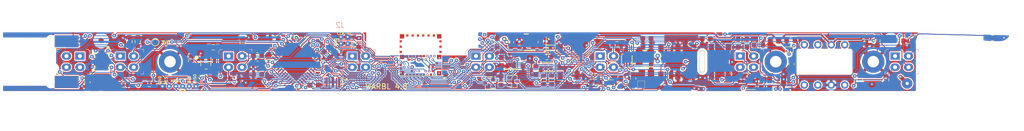
<source format=kicad_pcb>
(kicad_pcb (version 20211014) (generator pcbnew)
  (layers (0 "F.Cu" signal) (1 "In1.Cu" signal) (2 "In2.Cu" signal) (31 "B.Cu" signal) (34 "B.Paste" user) (35 "F.Paste" user) (36 "B.SilkS" user "B.Silkscreen") (37 "F.SilkS" user "F.Silkscreen") (38 "B.Mask" user) (39 "F.Mask" user) (44 "Edge.Cuts" user))
  (net 0 "")
  (net 1 "GND")
  (net 2 "+3V3")
  (net 3 "Net-(C11-Pad1)")
  (net 4 "Net-(C12-Pad1)")
  (net 5 "+5V")
  (net 6 "Net-(D2-Pad3)")
  (net 7 "/RED")
  (net 8 "/GREEN")
  (net 9 "/BLUE")
  (net 10 "Net-(IC1-Pad1)")
  (net 11 "Net-(IC1-Pad2)")
  (net 13 "Net-(IC1-Pad5)")
  (net 14 "Net-(IC1-Pad6)")
  (net 15 "Net-(J1-Pad2)")
  (net 18 "Net-(J1-Pad7)")
  (net 19 "Net-(J2-Pad1)")
  (net 20 "Net-(J2-Pad4)")
  (net 21 "/MISO")
  (net 22 "/SCK")
  (net 23 "/MOSI")
  (net 24 "/RESET32U4")
  (net 25 "/SDA")
  (net 26 "/SCL")
  (net 27 "/PF7")
  (net 28 "Net-(L1-Pad2)")
  (net 29 "/PressureRead")
  (net 30 "/SW3")
  (net 31 "Net-(C18-Pad2)")
  (net 32 "/BATT READ")
  (net 33 "/BATT READ EN")
  (net 34 "/Boost EN")
  (net 35 "Net-(R14-Pad1)")
  (net 36 "/PF6")
  (net 37 "/PF4")
  (net 38 "/PF0")
  (net 39 "/PD4")
  (net 40 "/PD6")
  (net 41 "/PD7")
  (net 42 "/PB4")
  (net 43 "/PB5")
  (net 44 "/SW1")
  (net 45 "/SW2")
  (net 46 "Net-(D4-Pad2)")
  (net 52 "Net-(U3-Pad1)")
  (net 53 "/Charge EN")
  (net 68 "/PB6")
  (net 69 "/PE6")
  (net 70 "/PF5")
  (net 71 "/PF1")
  (net 72 "/PD3")
  (net 73 "/PD2")
  (net 74 "/SS")
  (net 75 "/PB7")
  (net 76 "/PC6")
  (net 77 "/PC7")
  (net 82 "Net-(U18-Pad16)")
  (net 83 "Net-(U18-Pad17)")
  (net 84 "/BATT+")
  (net 85 "Net-(D4-Pad3)")
  (net 86 "Net-(D4-Pad4)")
  (net 89 "/A0")
  (net 90 "/B")
  (net 91 "Net-(U7-Pad20)")
  (net 92 "/SS2")
  (net 93 "Net-(L2-Pad1)")
  (net 94 "Net-(R25-Pad1)")
  (net 95 "Net-(R26-Pad2)")
  (net 96 "Net-(R7-Pad2)")
  (net 97 "/STAT")
  (net 98 "Net-(C1-Pad2)")
  (net 99 "+3V0")
  (net 100 "Net-(TH1-Pad2)")
  (net 101 "Net-(SW4-Pad4)")
  (net 103 "/D31")
  (net 104 "/D5")
  (footprint "Resistor_SMD:R_0603_1608Metric" (layer "F.Cu") (at 221.453 93.934 -90)
    (fp_text reference "R1" hide)
    (fp_text value "5.1K")
  )
  (footprint "Capacitor_SMD:C_0603_1608Metric" (layer "F.Cu") (at 201.136 101.869 -90)
    (fp_text reference "C19" hide)
    (fp_text value "1uF")
  )
  (footprint "Connector_PinHeader_1.00mm:PinHeader_1x01_P1.00mm_Vertical" (layer "F.Cu") (at 227.09 101.98)
    (fp_text reference "J6" hide)
    (fp_text value "Batt+" hide)
  )
  (footprint "Capacitor_SMD:C_0603_1608Metric" (layer "F.Cu") (at 152.32 94.17 90)
    (fp_text reference "C20" hide)
    (fp_text value "1uF")
  )
  (footprint "Capacitor_SMD:C_0603_1608Metric" (layer "F.Cu") (at 157.032 99.532 -90)
    (fp_text reference "C3" hide)
    (fp_text value "0.1 uF")
  )
  (footprint "Resistor_SMD:R_0603_1608Metric" (layer "F.Cu") (at 81.92 94.07 -90)
    (fp_text reference "R16" hide)
    (fp_text value "2k")
  )
  (footprint "Resistor_SMD:R_0603_1608Metric" (layer "F.Cu") (at 199.548 101.856 -90)
    (fp_text reference "R26" hide)
    (fp_text value "47k 1%")
  )
  (footprint "WARBL_footprints:MountingHole__2_56_Pad_small" (layer "F.Cu") (at 220.7 97.86)
    (fp_text reference "MH3" hide)
    (fp_text value "MountingHole_Pad" hide)
  )
  (footprint "Resistor_SMD:R_0603_1608Metric" (layer "F.Cu") (at 96.16 95.134 180)
    (fp_text reference "R11" hide)
    (fp_text value "470")
  )
  (footprint "Resistor_SMD:R_0603_1608Metric" (layer "F.Cu") (at 199.06 94.739 180)
    (fp_text reference "R7" hide)
    (fp_text value "36k 1%")
  )
  (footprint "WARBL_footprints:MountingHole__2_56_Pad_small" (layer "F.Cu") (at 88 97.86)
    (fp_text reference "MH2" hide)
    (fp_text value "MountingHole_Pad" hide)
  )
  (footprint "Resistor_SMD:R_0603_1608Metric" (layer "F.Cu") (at 218.171 101.311 -90)
    (fp_text reference "R25" hide)
    (fp_text value "2.74k 1%")
  )
  (footprint "Resistor_SMD:R_0603_1608Metric" (layer "F.Cu") (at 196.029 93.624 180)
    (fp_text reference "R5" hide)
    (fp_text value "10k")
  )
  (footprint "Capacitor_SMD:C_0603_1608Metric" (layer "F.Cu") (at 205.27 98.313 90)
    (fp_text reference "C1" hide)
    (fp_text value "4.7 uF")
  )
  (footprint "Resistor_SMD:R_0603_1608Metric" (layer "F.Cu") (at 149.72 94.36 -90)
    (fp_text reference "R19" hide)
    (fp_text value "2k")
  )
  (footprint "WARBL_footprints:WSON8_DSG008A_BQ_TEX" (layer "F.Cu") (at 203.774 101.617 180)
    (fp_text reference "U5" hide)
    (fp_text value "BQ25172DSGR")
  )
  (footprint "Resistor_SMD:R_0603_1608Metric" (layer "F.Cu") (at 150.445 101.445 90)
    (fp_text reference "R12" hide)
    (fp_text value "100k")
  )
  (footprint "WARBL_footprints:ABPLLND060MGAA3_largepads" (layer "F.Cu") (at 68.5 97.86)
    (fp_text reference "J4" hide)
    (fp_text value "Pressure sensor subassembly" hide)
  )
  (footprint "WARBL_footprints:Fiducial_1mm_Dia_3mm_Outer" (layer "F.Cu") (at 75 101.87)
    (fp_text reference "REF**" hide)
    (fp_text value "Fiducial_1mm_Dia_3mm_Outer")
  )
  (footprint "WARBL_footprints:TL3305BF160QG" (layer "F.Cu") (at 163.22 97.86 90)
    (fp_text reference "SW1" hide)
    (fp_text value "Tact switch")
  )
  (footprint "Capacitor_SMD:C_0603_1608Metric" (layer "F.Cu") (at 104.52 98.27 180)
    (fp_text reference "C13" hide)
    (fp_text value "0.1 uF")
  )
  (footprint "WARBL_footprints:QFN-6L_STM" (layer "F.Cu") (at 174.191 97.632 -90)
    (fp_text reference "IC1" hide)
    (fp_text value "ECMF02-2AMX6")
  )
  (footprint "WARBL_footprints:SW_KMR221GLFS" (layer "F.Cu") (at 152.58 97.86)
    (fp_text reference "SW4" hide)
    (fp_text value "RESET" hide)
  )
  (footprint "WARBL_footprints:MountingHole__2_56_Pad_small" (layer "F.Cu") (at 202.3 97.86)
    (fp_text reference "MH1" hide)
    (fp_text value "MountingHole_Pad" hide)
  )
  (footprint "Resistor_SMD:R_0603_1608Metric" (layer "F.Cu") (at 101.72 94.27 -90)
    (fp_text reference "R17" hide)
    (fp_text value "2k")
  )
  (footprint "Resistor_SMD:R_0603_1608Metric" (layer "F.Cu") (at 80.32 94.07 -90)
    (fp_text reference "R15" hide)
    (fp_text value "2k")
  )
  (footprint "Resistor_SMD:R_0603_1608Metric" (layer "F.Cu") (at 243.198 93.365 177)
    (fp_text reference "TH1" hide)
    (fp_text value "TH11-3H103FT")
  )
  (footprint "Capacitor_SMD:C_0603_1608Metric" (layer "F.Cu") (at 157.97 94.17 -90)
    (fp_text reference "C10" hide)
    (fp_text value "4.7 uF")
  )
  (footprint "Capacitor_SMD:C_0603_1608Metric" (layer "F.Cu") (at 175.38 101.045 90)
    (fp_text reference "C4" hide)
    (fp_text value "4.7 uF")
  )
  (footprint "WARBL_footprints:ESDA7P601U1M" (layer "F.Cu") (at 219.475 93.933 -90)
    (fp_text reference "D1" hide)
    (fp_text value "ESDA7P60-1U1M" hide)
  )
  (footprint "Diode_SMD:D_SOD-323" (layer "F.Cu") (at 159.82 94.17 90)
    (fp_text reference "D3" hide)
    (fp_text value "1N4148")
  )
  (footprint "WARBL_footprints:INDC2016X120N" (layer "F.Cu") (at 177.88 100.27)
    (fp_text reference "L1" hide)
    (fp_text value "1286AS-H-2R2M 2.2uH")
  )
  (footprint "WARBL_footprints:Fiducial_1mm_Dia_3mm_Outer" (layer "F.Cu") (at 75 93.85)
    (fp_text reference "REF**" hide)
    (fp_text value "Fiducial_1mm_Dia_3mm_Outer")
  )
  (footprint "WARBL_footprints:Reflective_Sensor_QRD1114" (layer "F.Cu") (at 71 96.8 -90)
    (fp_text reference "U10" hide)
    (fp_text value "QRD1113" hide)
  )
  (footprint "Resistor_SMD:R_0603_1608Metric" (layer "F.Cu") (at 168.29 101.75)
    (fp_text reference "R8" hide)
    (fp_text value "470K")
  )
  (footprint "WARBL_footprints:CSTNE8M00GH5L000R0_MUR" (layer "F.Cu") (at 118.73 101.74 180)
    (fp_text reference "Y1" hide)
    (fp_text value "8 Mhz CSTNE8M00GH5L000R0")
  )
  (footprint "WARBL_footprints:TL3305BF160QG" (layer "F.Cu") (at 182.235 97.86 90)
    (fp_text reference "SW2" hide)
    (fp_text value "Tact switch")
  )
  (footprint "WARBL_footprints:Fiducial_1mm_Dia_3mm_Outer" (layer "F.Cu") (at 224 93.85)
    (fp_text reference "REF**" hide)
    (fp_text value "Fiducial_1mm_Dia_3mm_Outer")
  )
  (footprint "WARBL_footprints:SOT-323_SC-70" (layer "F.Cu") (at 152.77 101.595 180)
    (fp_text reference "Q2" hide)
    (fp_text value "RU1J002YNTCL")
  )
  (footprint "WARBL_footprints:LGA-14L_2P5X3X0P83_STM" (layer "F.Cu") (at 75.12 97.86 -90)
    (fp_text reference "U2" hide)
    (fp_text value "LSM6DSOXTR IMU")
  )
  (footprint "Capacitor_SMD:C_0603_1608Metric" (layer "F.Cu") (at 117.64 96.52 -45)
    (fp_text reference "C15" hide)
    (fp_text value "0.1 uF")
  )
  (footprint "Capacitor_SMD:C_0603_1608Metric" (layer "F.Cu") (at 104.52 100.27 180)
    (fp_text reference "C11" hide)
    (fp_text value "1uF")
  )
  (footprint "Resistor_SMD:R_0603_1608Metric" (layer "F.Cu") (at 159.12 96.97 180)
    (fp_text reference "R13" hide)
    (fp_text value "100k")
  )
  (footprint "Resistor_SMD:R_0603_1608Metric" (layer "F.Cu") (at 172.329 94.573 180)
    (fp_text reference "R20" hide)
    (fp_text value "2k")
  )
  (footprint "Capacitor_SMD:C_0603_1608Metric" (layer "F.Cu") (at 104.52 96.67 180)
    (fp_text reference "C12" hide)
    (fp_text value "0.1 uF")
  )
  (footprint "Capacitor_SMD:C_0603_1608Metric" (layer "F.Cu") (at 177.98 93.495 180)
    (fp_text reference "C6" hide)
    (fp_text value "22 uF")
  )
  (footprint "Resistor_SMD:R_0603_1608Metric" (layer "F.Cu") (at 100.19 101.13)
    (fp_text reference "R14" hide)
    (fp_text value "100")
  )
  (footprint "LED_SMD:LED_LiteOn_LTST-C19HE1WT" (layer "F.Cu") (at 94.75 97.86 180)
    (fp_text reference "D4" hide)
    (fp_text value "LED_RGB")
  )
  (footprint "WARBL_footprints:ISP1807-LR-RS" (layer "F.Cu") (at 135.2825 96.565 180)
    (fp_text reference "U7" hide)
    (fp_text value "ISP1807-LR-RS" hide)
  )
  (footprint "Resistor_SMD:R_0603_1608Metric" (layer "F.Cu") (at 91.982 97.669 90)
    (fp_text reference "R9" hide)
    (fp_text value "100")
  )
  (footprint "Capacitor_SMD:C_0603_1608Metric" (layer "F.Cu") (at 72.42 101.77 -90)
    (fp_text reference "C2" hide)
    (fp_text value "0.1 uF")
  )
  (footprint "WARBL_footprints:DBV0005A_L" (layer "F.Cu") (at 155.22 94.17)
    (fp_text reference "U6" hide)
    (fp_text value "TPS7A2030PDBVR")
  )
  (footprint "Resistor_SMD:R_0603_1608Metric" (layer "F.Cu") (at 94.813 99.765)
    (fp_text reference "R10" hide)
    (fp_text value "470")
  )
  (footprint "Package_TO_SOT_SMD:SOT-23" (layer "F.Cu") (at 196.792 101.577)
    (fp_text reference "D2" hide)
    (fp_text value "BAT54C")
  )
  (footprint "WARBL_footprints:DSF6" (layer "F.Cu") (at 171.17 101.83 -90)
    (fp_text reference "U8" hide)
    (fp_text value "74AUP1G32")
  )
  (footprint "Package_DFN_QFN:QFN-44-1EP_7x7mm_P0.5mm_EP5.2x5.2mm" (layer "F.Cu") (at 111.84 97.86 -45)
    (fp_text reference "U18" hide)
    (fp_text value "ATmega32U4-MU")
  )
  (footprint "Capacitor_SMD:C_0603_1608Metric" (layer "F.Cu") (at 115.21 102.31)
    (fp_text reference "C14" hide)
    (fp_text value "0.1 uF")
  )
  (footprint "Resistor_SMD:R_0603_1608Metric" (layer "F.Cu") (at 158.516 101.341 -90)
    (fp_text reference "R4" hide)
    (fp_text value "5.1K")
  )
  (footprint "WARBL_footprints:UFDFPN5_1P7X1P4_STM" (layer "F.Cu") (at 159.401 98.844 -90)
    (fp_text reference "U1" hide)
    (fp_text value "M24128-BFMH6TG EEPROM")
  )
  (footprint "WARBL_footprints:DBV0005A_L" (layer "F.Cu") (at 177.555 97.295)
    (fp_text reference "U4" hide)
    (fp_text value "TPS613221ADBV 3.3V boost")
  )
  (footprint "Resistor_SMD:R_0603_1608Metric" (layer "F.Cu") (at 227.22 93.92)
    (fp_text reference "R22" hide)
    (fp_text value "2k")
  )
  (footprint "WARBL_footprints:DRY0006A" (layer "F.Cu") (at 204.837 95.563 180)
    (fp_text reference "U9" hide)
    (fp_text value "TPS62237DRYR")
  )
  (footprint "Resistor_SMD:R_0603_1608Metric" (layer "F.Cu") (at 84.12 102.07)
    (fp_text reference "R23" hide)
    (fp_text value "10k")
  )
  (footprint "Package_LGA:VLGA-4_2x2.5mm_P1.65mm" (layer "F.Cu") (at 176.9 102.24)
    (fp_text reference "U3" hide)
    (fp_text value "SLG59M1551V Load switch")
  )
  (footprint "Capacitor_SMD:C_0603_1608Metric" (layer "F.Cu") (at 178.005 94.95 180)
    (fp_text reference "C7" hide)
    (fp_text value "22 uF")
  )
  (footprint "Resistor_SMD:R_0603_1608Metric" (layer "F.Cu") (at 160.016 101.341 -90)
    (fp_text reference "R3" hide)
    (fp_text value "5.1K")
  )
  (footprint "Capacitor_SMD:C_0603_1608Metric" (layer "F.Cu") (at 118.64 95.57 -45)
    (fp_text reference "C17" hide)
    (fp_text value "0.01 uF")
  )
  (footprint "Capacitor_SMD:C_0603_1608Metric" (layer "F.Cu") (at 173.05 101.78 90)
    (fp_text reference "C8" hide)
    (fp_text value "0.1 uF")
  )
  (footprint "Inductor_SMD:L_0603_1608Metric" (layer "F.Cu") (at 205.13 93.847)
    (fp_text reference "L2" hide)
    (fp_text value "1 uH")
  )
  (footprint "Resistor_SMD:R_0603_1608Metric" (layer "F.Cu") (at 79.22 102.17 180)
    (fp_text reference "R6" hide)
    (fp_text value "100k")
  )
  (footprint "Connector_PinHeader_2.54mm:PinHeader_2x04_P2.54mm_Vertical" (layer "F.Cu") (at 207.69 102.28 90)
    (fp_text reference "J1" hide)
    (fp_text value "USB-C subassembly")
  )
  (footprint "Capacitor_SMD:C_0603_1608Metric" (layer "F.Cu") (at 107.67 93.47 180)
    (fp_text reference "C16" hide)
    (fp_text value "0.01 uF")
  )
  (footprint "TestPoint:TestPoint_Pad_D1.0mm" (layer "F.Cu") (at 85.22 94.17)
    (fp_text reference "TP3" hide)
    (fp_text value "TestPoint")
  )
  (footprint "Resistor_SMD:R_0603_1608Metric" (layer "F.Cu") (at 223.101 101.311 -90)
    (fp_text reference "R2" hide)
    (fp_text value "5.1K")
  )
  (footprint "WARBL_footprints:TL3305BF160QG" (layer "F.Cu") (at 191.75 97.86 90)
    (fp_text reference "SW3" hide)
    (fp_text value "Tact switch")
  )
  (footprint "Resistor_SMD:R_0603_1608Metric" (layer "F.Cu") (at 196.029 95.121)
    (fp_text reference "R21" hide)
    (fp_text value "2k")
  )
  (footprint "Capacitor_SMD:C_0603_1608Metric" (layer "F.Cu") (at 189.199 93.519)
    (fp_text reference "C18" hide)
    (fp_text value "0.1 uF")
  )
  (footprint "Resistor_SMD:R_0603_1608Metric" (layer "F.Cu") (at 123.65 94.22 -90)
    (fp_text reference "R18" hide)
    (fp_text value "2k")
  )
  (footprint "Connector_PinHeader_2.00mm:PinHeader_1x04_P2.00mm_Vertical" (layer "F.Cu") (at 186.399696 94.77)
    (fp_text reference "J5" hide)
    (fp_text value "Ribbon cable connector (to end cap subassembly)")
  )
  (footprint "WARBL_footprints:SOT-323_SC-70" (layer "F.Cu") (at 148.22 101.895)
    (fp_text reference "Q1" hide)
    (fp_text value "RU1J002YNTCL")
  )
  (footprint "Capacitor_SMD:C_0603_1608Metric" (layer "F.Cu") (at 202.031999 93.953)
    (fp_text reference "C9" hide)
    (fp_text value "4.7uF")
  )
  (footprint "WARBL_footprints:Reflective_Sensor_QRD1114" (layer "B.Cu") (at 145.72 96.8 -90)
    (fp_text reference "U14" hide)
    (fp_text value "QRD1113" hide)
  )
  (footprint "WARBL_footprints:SMD_ICSPHeader_Pitch2.54mm" (layer "B.Cu") (at 92.915 102.52 180)
    (fp_text reference "J3" hide)
    (fp_text value "ICSP Connector")
  )
  (footprint "WARBL_footprints:Reflective_Sensor_QRD1114" (layer "B.Cu") (at 224.81 96.8 -90)
    (fp_text reference "U17" hide)
    (fp_text value "QRD1113" hide)
  )
  (footprint "WARBL_footprints:Reflective_Sensor_QRD1114" (layer "B.Cu") (at 195.58 96.8 -90)
    (fp_text reference "U16" hide)
    (fp_text value "QRD1113" hide)
  )
  (footprint "Connector_PinHeader_2.54mm:PinHeader_1x04_P2.54mm_Vertical_SMD_Pin1Left" (layer "B.Cu") (at 121.54 93.18 180)
    (fp_text reference "J2")
    (fp_text value "SWD Header")
  )
  (footprint "WARBL_footprints:Reflective_Sensor_QRD1114" (layer "B.Cu") (at 99.05 96.8 -90)
    (fp_text reference "U12" hide)
    (fp_text value "QRD1113" hide)
  )
  (footprint "WARBL_footprints:Reflective_Sensor_QRD1114" (layer "B.Cu") (at 169.15 96.8 -90)
    (fp_text reference "U15" hide)
    (fp_text value "QRD1113" hide)
  )
  (footprint "WARBL_footprints:Reflective_Sensor_QRD1114" (layer "B.Cu") (at 122.38 96.8 -90)
    (fp_text reference "U13" hide)
    (fp_text value "QRD1113" hide)
  )
  (footprint "WARBL_footprints:Reflective_Sensor_QRD1114" (layer "B.Cu") (at 78.61 96.8 -90)
    (fp_text reference "U11" hide)
    (fp_text value "QRD1113" hide)
  )
  (gr_circle (center 158.714 95.938) (end 158.864 95.938) (layer "F.SilkS") (width 0.15) (fill solid))
  (gr_circle (center 139.782 101.001) (end 139.932 101.001) (layer "F.SilkS") (width 0.15) (fill solid))
  (gr_circle (center 106.17 97.74) (end 106.37 97.74) (layer "F.SilkS") (width 0.15) (fill solid))
  (gr_circle (center 93.02 97.07) (end 93.32 97.07) (layer "F.SilkS") (width 0.15) (fill solid))
  (gr_circle (center 175.902 102.887) (end 176.002 102.887) (layer "F.SilkS") (width 0.15) (fill solid))
  (gr_circle (center 170.844 100.96) (end 170.944 100.96) (layer "F.SilkS") (width 0.15) (fill solid))
  (gr_line locked (start 230.018102 93.243006) (end 229.997818 93.243512) (layer "Edge.Cuts") (width 0.01))
  (gr_line (start 188.037134 96.00542) (end 188.02829 96.019228) (layer "Edge.Cuts") (width 0.1))
  (gr_line (start 188.099686 95.929701) (end 188.088192 95.941395) (layer "Edge.Cuts") (width 0.1))
  (gr_line locked (start 245.702549 94.213212) (end 245.615394 94.250428) (layer "Edge.Cuts") (width 0.01))
  (gr_line locked (start 246.782936 92.757502) (end 246.785607 92.765695) (layer "Edge.Cuts") (width 0.01))
  (gr_line (start 188.893848 96.154788) (end 188.889649 96.138937) (layer "Edge.Cuts") (width 0.1))
  (gr_line locked (start 229.207726 103.460185) (end 229.207388 103.470318) (layer "Edge.Cuts") (width 0.01))
  (gr_line locked (start 65.026171 93.73373) (end 65.025278 93.750954) (layer "Edge.Cuts") (width 0.01))
  (gr_line locked (start 239.541452 93.697068) (end 239.41708 93.671033) (layer "Edge.Cuts") (width 0.01))
  (gr_line locked (start 229.416844 93.51642) (end 229.403449 93.531773) (layer "Edge.Cuts") (width 0.01))
  (gr_line locked (start 229.276999 91.8124) (end 246.153415 92.381177) (layer "Edge.Cuts") (width 0.01))
  (gr_line (start 187.980394 96.12324) (end 187.975651 96.138937) (layer "Edge.Cuts") (width 0.1))
  (gr_line locked (start 65.186888 93.399996) (end 65.174381 93.411873) (layer "Edge.Cuts") (width 0.01))
  (gr_line locked (start 65.032405 102.032816) (end 65.035661 102.049753) (layer "Edge.Cuts") (width 0.01))
  (gr_line locked (start 241.150542 94.264379) (end 241.057939 94.240539) (layer "Edge.Cuts") (width 0.01))
  (gr_line locked (start 229.794598 93.276963) (end 229.774671 93.283163) (layer "Edge.Cuts") (width 0.01))
  (gr_line locked (start 246.512591 92.470086) (end 246.530005 92.47872) (layer "Edge.Cuts") (width 0.01))
  (gr_line locked (start 229.208828 94.023242) (end 229.208084 94.04343) (layer "Edge.Cuts") (width 0.01))
  (gr_line (start 188.295256 95.813768) (end 188.279643 95.818781) (layer "Edge.Cuts") (width 0.1))
  (gr_line (start 188.646101 95.844124) (end 188.631328 95.837009) (layer "Edge.Cuts") (width 0.1))
  (gr_line locked (start 65.284819 93.329874) (end 65.269832 93.338412) (layer "Edge.Cuts") (width 0.01))
  (gr_line (start 188.715813 99.799834) (end 188.728808 99.789833) (layer "Edge.Cuts") (width 0.1))
  (gr_line (start 188.601088 99.862596) (end 188.616317 99.856517) (layer "Edge.Cuts") (width 0.1))
  (gr_line locked (start 244.629497 94.479797) (end 244.561721 94.484537) (layer "Edge.Cuts") (width 0.01))
  (gr_line locked (start 56.025 101.947) (end 65.02498 101.947) (layer "Edge.Cuts") (width 0.01))
  (gr_line locked (start 229.24451 93.820964) (end 229.238608 93.840932) (layer "Edge.Cuts") (width 0.01))
  (gr_line locked (start 229.6044 93.360989) (end 229.586813 93.371909) (layer "Edge.Cuts") (width 0.01))
  (gr_line locked (start 229.146205 103.678171) (end 229.140263 103.688068) (layer "Edge.Cuts") (width 0.01))
  (gr_line locked (start 245.958729 94.080926) (end 245.916809 94.105214) (layer "Edge.Cuts") (width 0.01))
  (gr_line locked (start 244.497602 94.487638) (end 244.437448 94.489225) (layer "Edge.Cuts") (width 0.01))
  (gr_line locked (start 66.019482 102.015775) (end 66.021561 101.998653) (layer "Edge.Cuts") (width 0.01))
  (gr_line (start 188.905105 99.46757) (end 188.906519 99.451234) (layer "Edge.Cuts") (width 0.1))
  (gr_line locked (start 246.081931 94.002413) (end 246.041329 94.029541) (layer "Edge.Cuts") (width 0.01))
  (gr_line locked (start 228.890283 103.882167) (end 228.87973 103.885327) (layer "Edge.Cuts") (width 0.01))
  (gr_line locked (start 246.785607 92.765695) (end 246.78814 92.773963) (layer "Edge.Cuts") (width 0.01))
  (gr_line locked (start 65.70178 102.414161) (end 65.717799 102.407767) (layer "Edge.Cuts") (width 0.01))
  (gr_line locked (start 243.12198 94.460386) (end 242.68626 94.440211) (layer "Edge.Cuts") (width 0.01))
  (gr_line locked (start 246.726829 92.644522) (end 246.731479 92.651432) (layer "Edge.Cuts") (width 0.01))
  (gr_line locked (start 65.118383 93.477323) (end 65.108585 93.491518) (layer "Edge.Cuts") (width 0.01))
  (gr_line (start 188.00469 96.062368) (end 187.997832 96.077262) (layer "Edge.Cuts") (width 0.1))
  (gr_line locked (start 246.771117 93.142002) (end 246.76372 93.162557) (layer "Edge.Cuts") (width 0.01))
  (gr_line (start 188.889649 96.138937) (end 188.884906 96.12324) (layer "Edge.Cuts") (width 0.1))
  (gr_line locked (start 229.031327 103.808807) (end 229.021998 103.8158) (layer "Edge.Cuts") (width 0.01))
  (gr_line locked (start 246.563846 92.497299) (end 246.580225 92.507254) (layer "Edge.Cuts") (width 0.01))
  (gr_line locked (start 65.060576 93.582992) (end 65.05446 93.599119) (layer "Edge.Cuts") (width 0.01))
  (gr_line locked (start 66.583292 99.1276) (end 66.581006 99.078324) (layer "Edge.Cuts") (width 0.01))
  (gr_line locked (start 229.299876 93.685936) (end 229.29051 93.704584) (layer "Edge.Cuts") (width 0.01))
  (gr_line locked (start 66.00972 102.066569) (end 66.013558 102.049753) (layer "Edge.Cuts") (width 0.01))
  (gr_line locked (start 65.029737 93.699424) (end 65.027658 93.716546) (layer "Edge.Cuts") (width 0.01))
  (gr_line locked (start 244.381569 94.489419) (end 243.12198 94.460386) (layer "Edge.Cuts") (width 0.01))
  (gr_line locked (start 229.309704 93.667549) (end 229.299876 93.685936) (layer "Edge.Cuts") (width 0.01))
  (gr_line locked (start 65.029737 102.015775) (end 65.032405 102.032816) (layer "Edge.Cuts") (width 0.01))
  (gr_line locked (start 66.25741 99.638902) (end 66.301098 99.616042) (layer "Edge.Cuts") (width 0.01))
  (gr_line locked (start 65.994759 93.599119) (end 65.988643 93.582992) (layer "Edge.Cuts") (width 0.01))
  (gr_line locked (start 65.749128 93.321858) (end 65.733588 93.314375) (layer "Edge.Cuts") (width 0.01))
  (gr_line locked (start 66.53046 98.889348) (end 66.5076 98.84566) (layer "Edge.Cuts") (width 0.01))
  (gr_line locked (start 229.658961 93.330824) (end 229.640489 93.340434) (layer "Edge.Cuts") (width 0.01))
  (gr_line locked (start 246.809336 92.924857) (end 246.809019 92.943736) (layer "Edge.Cuts") (width 0.01))
  (gr_line locked (start 239.953422 93.809014) (end 239.861619 93.780066) (layer "Edge.Cuts") (width 0.01))
  (gr_line locked (start 65.099283 102.209157) (end 65.108585 102.223682) (layer "Edge.Cuts") (width 0.01))
  (gr_line locked (start 66.574656 99.225644) (end 66.581006 99.176876) (layer "Edge.Cuts") (width 0.01))
  (gr_line (start 188.616317 95.830409) (end 188.601088 95.82433) (layer "Edge.Cuts") (width 0.1))
  (gr_line (start 188.176473 95.868465) (end 188.16282 95.877545) (layer "Edge.Cuts") (width 0.1))
  (gr_line locked (start 246.419453 93.712415) (end 246.384894 93.748896) (layer "Edge.Cuts") (width 0.01))
  (gr_line locked (start 65.550471 102.445959) (end 65.567678 102.444769) (layer "Edge.Cuts") (width 0.01))
  (gr_line (start 187.967804 99.516151) (end 187.971453 99.532138) (layer "Edge.Cuts") (width 0.1))
  (gr_line locked (start 229.091389 103.753228) (end 229.083434 103.761826) (layer "Edge.Cuts") (width 0.01))
  (gr_line locked (start 65.635787 102.434102) (end 65.652534 102.429974) (layer "Edge.Cuts") (width 0.01))
  (gr_line locked (start 229.834825 93.266107) (end 229.814656 93.271276) (layer "Edge.Cuts") (width 0.01))
  (gr_line locked (start 246.383783 92.421348) (end 246.402753 92.427096) (layer "Edge.Cuts") (width 0.01))
  (gr_line locked (start 229.273201 93.742597) (end 229.265277 93.761925) (layer "Edge.Cuts") (width 0.01))
  (gr_line locked (start 239.41708 93.671033) (end 239.282518 93.645989) (layer "Edge.Cuts") (width 0.01))
  (gr_line locked (start 229.936652 93.24809) (end 229.916223 93.250649) (layer "Edge.Cuts") (width 0.01))
  (gr_line locked (start 246.774104 92.733391) (end 246.777184 92.741349) (layer "Edge.Cuts") (width 0.01))
  (gr_line (start 188.87381 96.092385) (end 188.867469 96.077262) (layer "Edge.Cuts") (width 0.1))
  (gr_line (start 188.905105 96.219355) (end 188.903129 96.203077) (layer "Edge.Cuts") (width 0.1))
  (gr_line (start 188.809077 99.708166) (end 188.818852 99.695001) (layer "Edge.Cuts") (width 0.1))
  (gr_line locked (start 229.012511 103.822537) (end 229.002877 103.829014) (layer "Edge.Cuts") (width 0.01))
  (gr_line locked (start 246.794026 93.060907) (end 246.789288 93.080992) (layer "Edge.Cuts") (width 0.01))
  (gr_line (start 188.845372 96.033334) (end 188.83701 96.019228) (layer "Edge.Cuts") (width 0.1))
  (gr_line locked (start 228.921798 103.871018) (end 228.911328 103.875014) (layer "Edge.Cuts") (width 0.01))
  (gr_line (start 188.16282 99.80938) (end 188.176473 99.818461) (layer "Edge.Cuts") (width 0.1))
  (gr_line (start 188.473596 95.795231) (end 188.457237 95.7941) (layer "Edge.Cuts") (width 0.1))
  (gr_line locked (start 65.074459 102.163781) (end 65.08221 102.179189) (layer "Edge.Cuts") (width 0.01))
  (gr_line locked (start 65.108585 93.491518) (end 65.099283 93.506042) (layer "Edge.Cuts") (width 0.01))
  (gr_line (start 188.343 95.802) (end 188.326953 95.805372) (layer "Edge.Cuts") (width 0.1))
  (gr_line locked (start 65.090488 102.19432) (end 65.099283 102.209157) (layer "Edge.Cuts") (width 0.01))
  (gr_line (start 187.958782 96.235692) (end 187.957933 96.252068) (layer "Edge.Cuts") (width 0.1))
  (gr_line locked (start 228.827052 103.897057) (end 228.8166 103.898613) (layer "Edge.Cuts") (width 0.01))
  (gr_line locked (start 246.806539 92.98209) (end 246.804364 93.001546) (layer "Edge.Cuts") (width 0.01))
  (gr_line (start 188.037134 99.681506) (end 188.046449 99.695001) (layer "Edge.Cuts") (width 0.1))
  (gr_line locked (start 65.958731 93.520879) (end 65.949936 93.506042) (layer "Edge.Cuts") (width 0.01))
  (gr_line locked (start 65.048904 102.099752) (end 65.05446 102.116081) (layer "Edge.Cuts") (width 0.01))
  (gr_line locked (start 246.306898 92.402198) (end 246.326221 92.40642) (layer "Edge.Cuts") (width 0.01))
  (gr_line locked (start 66.000315 93.615447) (end 65.994759 93.599119) (layer "Edge.Cuts") (width 0.01))
  (gr_line locked (start 230.058405 93.243489) (end 230.038304 93.243) (layer "Edge.Cuts") (width 0.01))
  (gr_line locked (start 229.21183 93.982691) (end 229.210074 94.002989) (layer "Edge.Cuts") (width 0.01))
  (gr_line locked (start 246.485938 93.63609) (end 246.453147 93.674818) (layer "Edge.Cuts") (width 0.01))
  (gr_line locked (start 56.025 93.7682) (end 56.025 91.8124) (layer "Edge.Cuts") (width 0.01))
  (gr_line locked (start 229.444576 93.486919) (end 229.430558 93.501466) (layer "Edge.Cuts") (width 0.01))
  (gr_line locked (start 65.108585 102.223682) (end 65.118383 102.237876) (layer "Edge.Cuts") (width 0.01))
  (gr_line locked (start 229.51985 93.419548) (end 229.504019 93.432373) (layer "Edge.Cuts") (width 0.01))
  (gr_line locked (start 65.84942 102.32664) (end 65.86233 102.315203) (layer "Edge.Cuts") (width 0.01))
  (gr_line locked (start 66.417938 99.52638) (end 66.451212 99.490058) (layer "Edge.Cuts") (width 0.01))
  (gr_line locked (start 229.569551 93.383239) (end 229.552628 93.394966) (layer "Edge.Cuts") (width 0.01))
  (gr_line (start 188.867469 96.077262) (end 188.860611 96.062368) (layer "Edge.Cuts") (width 0.1))
  (gr_line locked (start 246.76372 93.162557) (end 246.755642 93.183205) (layer "Edge.Cuts") (width 0.01))
  (gr_line locked (start 246.688825 92.5967) (end 246.695025 92.603624) (layer "Edge.Cuts") (width 0.01))
  (gr_line locked (start 246.384894 93.748896) (end 246.349509 93.784277) (layer "Edge.Cuts") (width 0.01))
  (gr_line (start 187.964709 96.186877) (end 187.962172 96.203077) (layer "Edge.Cuts") (width 0.1))
  (gr_line locked (start 229.622297 93.350493) (end 229.6044 93.360989) (layer "Edge.Cuts") (width 0.01))
  (gr_line (start 188.903129 99.483848) (end 188.905105 99.46757) (layer "Edge.Cuts") (width 0.1))
  (gr_line (start 188.765615 99.757225) (end 188.777109 99.74553) (layer "Edge.Cuts") (width 0.1))
  (gr_line locked (start 246.641558 92.551647) (end 246.648704 92.557722) (layer "Edge.Cuts") (width 0.01))
  (gr_line (start 188.088192 99.74553) (end 188.099686 99.757225) (layer "Edge.Cuts") (width 0.1))
  (gr_line (start 188.019929 96.033334) (end 188.012059 96.047719) (layer "Edge.Cuts") (width 0.1))
  (gr_line locked (start 65.920554 93.463475) (end 65.9098 93.44999) (layer "Edge.Cuts") (width 0.01))
  (gr_line (start 188.893848 99.532138) (end 188.897497 99.516151) (layer "Edge.Cuts") (width 0.1))
  (gr_line locked (start 246.80667 92.869534) (end 246.808156 92.887747) (layer "Edge.Cuts") (width 0.01))
  (gr_line locked (start 65.025278 93.750954) (end 65.02498 93.7682) (layer "Edge.Cuts") (width 0.01))
  (gr_line locked (start 228.963081 103.85223) (end 228.952872 103.857347) (layer "Edge.Cuts") (width 0.01))
  (gr_line locked (start 65.981974 93.567085) (end 65.97476 93.551419) (layer "Edge.Cuts") (width 0.01))
  (gr_line locked (start 65.958731 102.19432) (end 65.967009 102.179189) (layer "Edge.Cuts") (width 0.01))
  (gr_line locked (start 246.669373 92.576665) (end 246.675996 92.583221) (layer "Edge.Cuts") (width 0.01))
  (gr_line locked (start 65.032405 93.682384) (end 65.029737 93.699424) (layer "Edge.Cuts") (width 0.01))
  (gr_line locked (start 65.269832 102.376788) (end 65.284819 102.385326) (layer "Edge.Cuts") (width 0.01))
  (gr_line locked (start 246.804364 93.001546) (end 246.801557 93.021174) (layer "Edge.Cuts") (width 0.01))
  (gr_line locked (start 66.068434 98.565752) (end 66.022714 98.56372) (layer "Edge.Cuts") (width 0.01))
  (gr_line locked (start 65.02498 93.7682) (end 56.025 93.7682) (layer "Edge.Cuts") (width 0.01))
  (gr_line locked (start 229.106601 103.73545) (end 229.099114 103.744433) (layer "Edge.Cuts") (width 0.01))
  (gr_line locked (start 229.113845 103.726289) (end 229.106601 103.73545) (layer "Edge.Cuts") (width 0.01))
  (gr_line locked (start 246.662614 92.57023) (end 246.669373 92.576665) (layer "Edge.Cuts") (width 0.01))
  (gr_line locked (start 66.211944 98.597502) (end 66.165208 98.58277) (layer "Edge.Cuts") (width 0.01))
  (gr_line locked (start 65.02498 101.947) (end 65.026171 101.98147) (layer "Edge.Cuts") (width 0.01))
  (gr_line locked (start 228.837544 103.895243) (end 228.827052 103.897057) (layer "Edge.Cuts") (width 0.01))
  (gr_line locked (start 65.84942 93.388559) (end 65.836123 93.377574) (layer "Edge.Cuts") (width 0.01))
  (gr_line (start 188.788193 95.95348) (end 188.777109 95.941395) (layer "Edge.Cuts") (width 0.1))
  (gr_line (start 188.264213 99.862596) (end 188.279643 99.868145) (layer "Edge.Cuts") (width 0.1))
  (gr_line locked (start 65.226764 102.348145) (end 65.240788 102.358186) (layer "Edge.Cuts") (width 0.01))
  (gr_line locked (start 229.390391 93.547513) (end 229.377686 93.563631) (layer "Edge.Cuts") (width 0.01))
  (gr_line locked (start 229.171779 103.627182) (end 229.167222 103.637543) (layer "Edge.Cuts") (width 0.01))
  (gr_line locked (start 65.808431 93.357013) (end 65.794069 93.347462) (layer "Edge.Cuts") (width 0.01))
  (gr_line (start 187.957933 99.434858) (end 187.958782 99.451234) (layer "Edge.Cuts") (width 0.1))
  (gr_line locked (start 65.067245 93.567085) (end 65.060576 93.582992) (layer "Edge.Cuts") (width 0.01))
  (gr_line locked (start 241.057939 94.240539) (end 240.971529 94.215594) (layer "Edge.Cuts") (width 0.01))
  (gr_line locked (start 65.213096 102.337625) (end 65.226764 102.348145) (layer "Edge.Cuts") (width 0.01))
  (gr_line locked (start 65.498748 102.445959) (end 65.515985 102.446554) (layer "Edge.Cuts") (width 0.01))
  (gr_line locked (start 66.381616 98.695546) (end 66.342754 98.665574) (layer "Edge.Cuts") (width 0.01))
  (gr_line (start 188.828167 99.681506) (end 188.83701 99.667697) (layer "Edge.Cuts") (width 0.1))
  (gr_line (start 187.991491 99.594541) (end 187.997832 99.609663) (layer "Edge.Cuts") (width 0.1))
  (gr_line locked (start 246.161546 93.945208) (end 246.122016 93.974307) (layer "Edge.Cuts") (width 0.01))
  (gr_line locked (start 66.022714 94.724256) (end 66.023941 93.750954) (layer "Edge.Cuts") (width 0.01))
  (gr_line locked (start 229.238608 93.840932) (end 229.233222 93.86101) (layer "Edge.Cuts") (width 0.01))
  (gr_line locked (start 244.561721 94.484537) (end 244.497602 94.487638) (layer "Edge.Cuts") (width 0.01))
  (gr_line locked (start 65.652534 102.429974) (end 65.669128 102.425271) (layer "Edge.Cuts") (width 0.01))
  (gr_line (start 188.440849 95.793534) (end 188.424452 95.793534) (layer "Edge.Cuts") (width 0.1))
  (gr_line (start 188.903129 96.203077) (end 188.900591 96.186877) (layer "Edge.Cuts") (width 0.1))
  (gr_line locked (start 65.988643 93.582992) (end 65.981974 93.567085) (layer "Edge.Cuts") (width 0.01))
  (gr_line (start 188.111577 95.91841) (end 188.099686 95.929701) (layer "Edge.Cuts") (width 0.1))
  (gr_line locked (start 246.421575 92.43324) (end 246.440223 92.439784) (layer "Edge.Cuts") (width 0.01))
  (gr_line locked (start 229.696672 93.312995) (end 229.677694 93.321674) (layer "Edge.Cuts") (width 0.01))
  (gr_line locked (start 65.240788 102.358186) (end 65.255149 102.367738) (layer "Edge.Cuts") (width 0.01))
  (gr_line locked (start 229.29051 93.704584) (end 229.281615 93.723478) (layer "Edge.Cuts") (width 0.01))
  (gr_line (start 188.853242 96.047719) (end 188.845372 96.033334) (layer "Edge.Cuts") (width 0.1))
  (gr_line locked (start 246.661541 93.379102) (end 246.634984 93.424941) (layer "Edge.Cuts") (width 0.01))
  (gr_line locked (start 66.005304 93.631958) (end 66.000315 93.615447) (layer "Edge.Cuts") (width 0.01))
  (gr_line locked (start 65.940634 93.491518) (end 65.930836 93.477323) (layer "Edge.Cuts") (width 0.01))
  (gr_line (start 188.728808 99.789833) (end 188.74145 99.779389) (layer "Edge.Cuts") (width 0.1))
  (gr_line locked (start 228.8166 103.898613) (end 228.806197 103.899915) (layer "Edge.Cuts") (width 0.01))
  (gr_line locked (start 66.021561 93.716546) (end 66.019482 93.699424) (layer "Edge.Cuts") (width 0.01))
  (gr_line (start 188.219199 95.844124) (end 188.20468 95.851744) (layer "Edge.Cuts") (width 0.1))
  (gr_line (start 188.818852 99.695001) (end 188.828167 99.681506) (layer "Edge.Cuts") (width 0.1))
  (gr_line (start 187.991491 96.092385) (end 187.985676 96.107717) (layer "Edge.Cuts") (width 0.1))
  (gr_line (start 187.962172 99.483848) (end 187.964709 99.500048) (layer "Edge.Cuts") (width 0.1))
  (gr_line locked (start 65.347438 93.301039) (end 65.331419 93.307432) (layer "Edge.Cuts") (width 0.01))
  (gr_line (start 188.753724 99.768516) (end 188.765615 99.757225) (layer "Edge.Cuts") (width 0.1))
  (gr_line locked (start 246.276416 93.851797) (end 246.238784 93.883968) (layer "Edge.Cuts") (width 0.01))
  (gr_line (start 188.326953 95.805372) (end 188.311032 95.809296) (layer "Edge.Cuts") (width 0.1))
  (gr_line locked (start 65.128665 93.463475) (end 65.118383 93.477323) (layer "Edge.Cuts") (width 0.01))
  (gr_line (start 188.489905 95.796926) (end 188.473596 95.795231) (layer "Edge.Cuts") (width 0.1))
  (gr_line locked (start 65.300091 93.321858) (end 65.284819 93.329874) (layer "Edge.Cuts") (width 0.01))
  (gr_line locked (start 65.886928 102.291026) (end 65.898587 102.278315) (layer "Edge.Cuts") (width 0.01))
  (gr_line (start 188.900591 96.186877) (end 188.897497 96.170774) (layer "Edge.Cuts") (width 0.1))
  (gr_line locked (start 246.268198 92.39485) (end 246.287549 92.398343) (layer "Edge.Cuts") (width 0.01))
  (gr_line (start 187.971453 99.532138) (end 187.975651 99.547989) (layer "Edge.Cuts") (width 0.1))
  (gr_line locked (start 229.536057 93.407074) (end 229.51985 93.419548) (layer "Edge.Cuts") (width 0.01))
  (gr_line locked (start 65.7644 93.329874) (end 65.749128 93.321858) (layer "Edge.Cuts") (width 0.01))
  (gr_line locked (start 229.895806 93.25373) (end 229.875421 93.257333) (layer "Edge.Cuts") (width 0.01))
  (gr_line locked (start 65.898587 93.436884) (end 65.886928 93.424174) (layer "Edge.Cuts") (width 0.01))
  (gr_line locked (start 229.134052 103.697839) (end 229.127575 103.707473) (layer "Edge.Cuts") (width 0.01))
  (gr_line locked (start 65.396685 93.285225) (end 65.380091 93.289928) (layer "Edge.Cuts") (width 0.01))
  (gr_line locked (start 66.023048 101.98147) (end 66.023941 101.964245) (layer "Edge.Cuts") (width 0.01))
  (gr_line locked (start 228.942581 103.862184) (end 228.93222 103.866741) (layer "Edge.Cuts") (width 0.01))
  (gr_line locked (start 65.380091 102.425271) (end 65.396685 102.429974) (layer "Edge.Cuts") (width 0.01))
  (gr_line (start 188.845372 99.653592) (end 188.853242 99.639206) (layer "Edge.Cuts") (width 0.1))
  (gr_line locked (start 65.16229 93.424174) (end 65.150632 93.436884) (layer "Edge.Cuts") (width 0.01))
  (gr_line locked (start 65.074459 93.551419) (end 65.067245 93.567085) (layer "Edge.Cuts") (width 0.01))
  (gr_line locked (start 66.417938 98.72882) (end 66.381616 98.695546) (layer "Edge.Cuts") (width 0.01))
  (gr_line locked (start 65.794069 102.367738) (end 65.808431 102.358186) (layer "Edge.Cuts") (width 0.01))
  (gr_line (start 188.753724 95.91841) (end 188.74145 95.907536) (layer "Edge.Cuts") (width 0.1))
  (gr_line (start 188.660621 95.851744) (end 188.646101 95.844124) (layer "Edge.Cuts") (width 0.1))
  (gr_line locked (start 240.890494 94.189649) (end 240.814016 94.162809) (layer "Edge.Cuts") (width 0.01))
  (gr_line (start 188.00469 99.624558) (end 188.012059 99.639206) (layer "Edge.Cuts") (width 0.1))
  (gr_line locked (start 246.349509 93.784277) (end 246.313337 93.818572) (layer "Edge.Cuts") (width 0.01))
  (gr_line locked (start 238.979545 93.599289) (end 238.809497 93.577843) (layer "Edge.Cuts") (width 0.01))
  (gr_line locked (start 65.533233 102.446554) (end 65.550471 102.445959) (layer "Edge.Cuts") (width 0.01))
  (gr_line locked (start 228.900819 103.878729) (end 228.890283 103.882167) (layer "Edge.Cuts") (width 0.01))
  (gr_line locked (start 240.039131 93.838428) (end 239.953422 93.809014) (layer "Edge.Cuts") (width 0.01))
  (gr_line (start 188.777109 99.74553) (end 188.788193 99.733446) (layer "Edge.Cuts") (width 0.1))
  (gr_line locked (start 65.86233 93.399996) (end 65.84942 93.388559) (layer "Edge.Cuts") (width 0.01))
  (gr_line locked (start 66.451212 99.490058) (end 66.481184 99.451196) (layer "Edge.Cuts") (width 0.01))
  (gr_line locked (start 66.117202 99.683098) (end 66.165208 99.67243) (layer "Edge.Cuts") (width 0.01))
  (gr_line locked (start 66.022714 98.56372) (end 66.022714 94.724256) (layer "Edge.Cuts") (width 0.01))
  (gr_line (start 188.616317 99.856517) (end 188.631328 99.849917) (layer "Edge.Cuts") (width 0.1))
  (gr_line locked (start 228.785567 103.901778) (end 228.775356 103.90235) (layer "Edge.Cuts") (width 0.01))
  (gr_line locked (start 229.203651 103.511562) (end 229.202095 103.522014) (layer "Edge.Cuts") (width 0.01))
  (gr_line (start 188.554269 95.809296) (end 188.538348 95.805372) (layer "Edge.Cuts") (width 0.1))
  (gr_line (start 188.674868 95.859861) (end 188.660621 95.851744) (layer "Edge.Cuts") (width 0.1))
  (gr_line locked (start 229.058266 103.786351) (end 229.049471 103.794076) (layer "Edge.Cuts") (width 0.01))
  (gr_line locked (start 246.238784 93.883968) (end 246.200481 93.9151) (layer "Edge.Cuts") (width 0.01))
  (gr_line locked (start 65.315631 93.314375) (end 65.300091 93.321858) (layer "Edge.Cuts") (width 0.01))
  (gr_line locked (start 229.586813 93.371909) (end 229.569551 93.383239) (layer "Edge.Cuts") (width 0.01))
  (gr_line locked (start 66.024238 99.69148) (end 66.068434 99.689448) (layer "Edge.Cuts") (width 0.01))
  (gr_line locked (start 246.229587 92.388927) (end 246.268198 92.39485) (layer "Edge.Cuts") (width 0.01))
  (gr_line locked (start 246.734014 93.234091) (end 246.711095 93.283692) (layer "Edge.Cuts") (width 0.01))
  (gr_line (start 188.860611 99.624558) (end 188.867469 99.609663) (layer "Edge.Cuts") (width 0.1))
  (gr_line locked (start 65.464386 93.272214) (end 65.447302 93.274588) (layer "Edge.Cuts") (width 0.01))
  (gr_line (start 187.967804 96.170774) (end 187.964709 96.186877) (layer "Edge.Cuts") (width 0.1))
  (gr_line locked (start 65.347438 102.414161) (end 65.363669 102.419998) (layer "Edge.Cuts") (width 0.01))
  (gr_line (start 188.408064 95.7941) (end 188.391705 95.795231) (layer "Edge.Cuts") (width 0.1))
  (gr_line (start 188.219199 99.842802) (end 188.233973 99.849917) (layer "Edge.Cuts") (width 0.1))
  (gr_line locked (start 228.869169 103.888211) (end 228.858611 103.890824) (layer "Edge.Cuts") (width 0.01))
  (gr_line locked (start 246.578501 93.512963) (end 246.548653 93.555178) (layer "Edge.Cuts") (width 0.01))
  (gr_line (start 188.788193 99.733446) (end 188.798853 99.720986) (layer "Edge.Cuts") (width 0.1))
  (gr_line locked (start 246.287549 92.398343) (end 246.306898 92.402198) (layer "Edge.Cuts") (width 0.01))
  (gr_line locked (start 246.792788 92.79072) (end 246.794902 92.799207) (layer "Edge.Cuts") (width 0.01))
  (gr_line locked (start 65.550471 93.26924) (end 65.533233 93.268645) (layer "Edge.Cuts") (width 0.01))
  (gr_line locked (start 229.200281 103.532506) (end 229.198204 103.543029) (layer "Edge.Cuts") (width 0.01))
  (gr_line locked (start 246.706979 92.617846) (end 246.712127 92.624367) (layer "Edge.Cuts") (width 0.01))
  (gr_line (start 188.702481 95.877545) (end 188.688827 95.868465) (layer "Edge.Cuts") (width 0.1))
  (gr_line (start 188.046449 95.991925) (end 188.037134 96.00542) (layer "Edge.Cuts") (width 0.1))
  (gr_line locked (start 240.814016 94.162809) (end 240.741273 94.135178) (layer "Edge.Cuts") (width 0.01))
  (gr_line (start 188.359154 99.887742) (end 188.375395 99.89) (layer "Edge.Cuts") (width 0.1))
  (gr_line locked (start 65.255149 102.367738) (end 65.269832 102.376788) (layer "Edge.Cuts") (width 0.01))
  (gr_line locked (start 246.313337 93.818572) (end 246.276416 93.851797) (layer "Edge.Cuts") (width 0.01))
  (gr_line (start 188.424452 99.893392) (end 188.440849 99.893392) (layer "Edge.Cuts") (width 0.1))
  (gr_line locked (start 229.377686 93.563631) (end 229.365349 93.580114) (layer "Edge.Cuts") (width 0.01))
  (gr_line locked (start 246.764056 92.710003) (end 246.767539 92.717716) (layer "Edge.Cuts") (width 0.01))
  (gr_line (start 188.907367 99.434858) (end 188.90765 99.418463) (layer "Edge.Cuts") (width 0.1))
  (gr_line locked (start 246.717152 92.630988) (end 246.722053 92.637706) (layer "Edge.Cuts") (width 0.01))
  (gr_line (start 188.897497 99.516151) (end 188.900591 99.500048) (layer "Edge.Cuts") (width 0.1))
  (gr_line locked (start 66.165208 98.58277) (end 66.117202 98.572102) (layer "Edge.Cuts") (width 0.01))
  (gr_line (start 188.853242 99.639206) (end 188.860611 99.624558) (layer "Edge.Cuts") (width 0.1))
  (gr_line locked (start 229.167222 103.637543) (end 229.162385 103.647834) (layer "Edge.Cuts") (width 0.01))
  (gr_line (start 188.136493 99.789833) (end 188.149487 99.799834) (layer "Edge.Cuts") (width 0.1))
  (gr_line (start 187.980394 99.563685) (end 187.985676 99.579209) (layer "Edge.Cuts") (width 0.1))
  (gr_line locked (start 229.341841 93.614127) (end 229.330699 93.631629) (layer "Edge.Cuts") (width 0.01))
  (gr_line (start 187.964709 99.500048) (end 187.967804 99.516151) (layer "Edge.Cuts") (width 0.1))
  (gr_line locked (start 228.755176 103.9028) (end 218.981071 103.9028) (layer "Edge.Cuts") (width 0.01))
  (gr_line locked (start 65.226764 93.367055) (end 65.213096 93.377574) (layer "Edge.Cuts") (width 0.01))
  (gr_line locked (start 229.207388 103.470318) (end 229.206816 103.480529) (layer "Edge.Cuts") (width 0.01))
  (gr_line locked (start 245.352972 94.343153) (end 245.26621 94.368165) (layer "Edge.Cuts") (width 0.01))
  (gr_line locked (start 246.682481 92.589899) (end 246.688825 92.5967) (layer "Edge.Cuts") (width 0.01))
  (gr_line (start 188.570045 95.813768) (end 188.554269 95.809296) (layer "Edge.Cuts") (width 0.1))
  (gr_line locked (start 241.35761 94.308326) (end 241.25016 94.28701) (layer "Edge.Cuts") (width 0.01))
  (gr_line (start 187.997832 96.077262) (end 187.991491 96.092385) (layer "Edge.Cuts") (width 0.1))
  (gr_line locked (start 246.63429 92.545691) (end 246.641558 92.551647) (layer "Edge.Cuts") (width 0.01))
  (gr_line (start 188.867469 99.609663) (end 188.87381 99.594541) (layer "Edge.Cuts") (width 0.1))
  (gr_line locked (start 240.119565 93.868204) (end 240.039131 93.838428) (layer "Edge.Cuts") (width 0.01))
  (gr_line locked (start 65.584833 102.442986) (end 65.601917 102.440612) (layer "Edge.Cuts") (width 0.01))
  (gr_line (start 188.056224 99.708166) (end 188.066448 99.720986) (layer "Edge.Cuts") (width 0.1))
  (gr_line locked (start 241.25016 94.28701) (end 241.150542 94.264379) (layer "Edge.Cuts") (width 0.01))
  (gr_line (start 188.489905 99.89) (end 188.506147 99.887742) (layer "Edge.Cuts") (width 0.1))
  (gr_line locked (start 65.967009 93.536011) (end 65.958731 93.520879) (layer "Edge.Cuts") (width 0.01))
  (gr_line locked (start 229.207838 94.063535) (end 229.207838 94.263535) (layer "Edge.Cuts") (width 0.01))
  (gr_line locked (start 246.731479 92.651432) (end 246.736002 92.658437) (layer "Edge.Cuts") (width 0.01))
  (gr_line locked (start 241.838089 94.375408) (end 241.648421 94.35318) (layer "Edge.Cuts") (width 0.01))
  (gr_line locked (start 65.331419 93.307432) (end 65.315631 93.314375) (layer "Edge.Cuts") (width 0.01))
  (gr_line locked (start 246.770888 92.725513) (end 246.774104 92.733391) (layer "Edge.Cuts") (width 0.01))
  (gr_line locked (start 65.533233 93.268645) (end 65.515985 93.268645) (layer "Edge.Cuts") (width 0.01))
  (gr_line locked (start 65.150632 102.278315) (end 65.16229 102.291026) (layer "Edge.Cuts") (width 0.01))
  (gr_line locked (start 230.038304 93.243) (end 230.018102 93.243006) (layer "Edge.Cuts") (width 0.01))
  (gr_line (start 188.570045 99.873158) (end 188.585658 99.868145) (layer "Edge.Cuts") (width 0.1))
  (gr_line locked (start 229.216883 93.942032) (end 229.214098 93.962366) (layer "Edge.Cuts") (width 0.01))
  (gr_line locked (start 246.801557 93.021174) (end 246.798113 93.040964) (layer "Edge.Cuts") (width 0.01))
  (gr_line locked (start 229.207838 94.263535) (end 229.207838 103.450138) (layer "Edge.Cuts") (width 0.01))
  (gr_line locked (start 244.774781 94.464912) (end 244.700621 94.473296) (layer "Edge.Cuts") (width 0.01))
  (gr_line locked (start 65.08221 102.179189) (end 65.090488 102.19432) (layer "Edge.Cuts") (width 0.01))
  (gr_line locked (start 246.804596 92.851564) (end 246.80667 92.869534) (layer "Edge.Cuts") (width 0.01))
  (gr_line locked (start 229.157268 103.658043) (end 229.151874 103.668159) (layer "Edge.Cuts") (width 0.01))
  (gr_line locked (start 228.775356 103.90235) (end 228.765223 103.902688) (layer "Edge.Cuts") (width 0.01))
  (gr_line locked (start 65.481541 93.27043) (end 65.464386 93.272214) (layer "Edge.Cuts") (width 0.01))
  (gr_line locked (start 245.440296 94.315275) (end 245.352972 94.343153) (layer "Edge.Cuts") (width 0.01))
  (gr_line locked (start 229.187205 103.585245) (end 229.183767 103.595781) (layer "Edge.Cuts") (width 0.01))
  (gr_line locked (start 66.25741 98.616298) (end 66.211944 98.597502) (layer "Edge.Cuts") (width 0.01))
  (gr_line locked (start 229.319982 93.649441) (end 229.309704 93.667549) (layer "Edge.Cuts") (width 0.01))
  (gr_line locked (start 244.437448 94.489225) (end 244.381569 94.489419) (layer "Edge.Cuts") (width 0.01))
  (gr_line locked (start 246.580225 92.507254) (end 246.59621 92.517661) (layer "Edge.Cuts") (width 0.01))
  (gr_line locked (start 66.574656 99.029556) (end 66.563988 98.98155) (layer "Edge.Cuts") (width 0.01))
  (gr_line locked (start 66.016813 93.682384) (end 66.013558 93.665446) (layer "Edge.Cuts") (width 0.01))
  (gr_line locked (start 65.9098 102.265209) (end 65.920554 102.251724) (layer "Edge.Cuts") (width 0.01))
  (gr_line (start 188.20468 95.851744) (end 188.190432 95.859861) (layer "Edge.Cuts") (width 0.1))
  (gr_line locked (start 246.476901 92.454099) (end 246.494882 92.461881) (layer "Edge.Cuts") (width 0.01))
  (gr_line locked (start 65.213096 93.377574) (end 65.199799 93.388559) (layer "Edge.Cuts") (width 0.01))
  (gr_line (start 188.906519 99.451234) (end 188.907367 99.434858) (layer "Edge.Cuts") (width 0.1))
  (gr_line (start 188.538348 95.805372) (end 188.522301 95.802) (layer "Edge.Cuts") (width 0.1))
  (gr_line locked (start 228.858611 103.890824) (end 228.848067 103.893166) (layer "Edge.Cuts") (width 0.01))
  (gr_line locked (start 65.967009 102.179189) (end 65.97476 102.163781) (layer "Edge.Cuts") (width 0.01))
  (gr_line (start 188.066448 99.720986) (end 188.077108 99.733446) (layer "Edge.Cuts") (width 0.1))
  (gr_line (start 188.375395 99.89) (end 188.391705 99.891695) (layer "Edge.Cuts") (width 0.1))
  (gr_line (start 188.631328 95.837009) (end 188.616317 95.830409) (layer "Edge.Cuts") (width 0.1))
  (gr_line (start 188.111577 99.768516) (end 188.123851 99.779389) (layer "Edge.Cuts") (width 0.1))
  (gr_line (start 188.440849 99.893392) (end 188.457237 99.892826) (layer "Edge.Cuts") (width 0.1))
  (gr_line locked (start 65.68555 102.419998) (end 65.70178 102.414161) (layer "Edge.Cuts") (width 0.01))
  (gr_line (start 188.136493 95.897093) (end 188.123851 95.907536) (layer "Edge.Cuts") (width 0.1))
  (gr_line (start 188.408064 99.892826) (end 188.424452 99.893392) (layer "Edge.Cuts") (width 0.1))
  (gr_line (start 188.473596 99.891695) (end 188.489905 99.89) (layer "Edge.Cuts") (width 0.1))
  (gr_line locked (start 66.00972 93.648631) (end 66.005304 93.631958) (layer "Edge.Cuts") (width 0.01))
  (gr_line locked (start 65.199799 93.388559) (end 65.186888 93.399996) (layer "Edge.Cuts") (width 0.01))
  (gr_line locked (start 229.207838 103.450138) (end 229.207726 103.460185) (layer "Edge.Cuts") (width 0.01))
  (gr_line (start 188.176473 99.818461) (end 188.190432 99.827065) (layer "Edge.Cuts") (width 0.1))
  (gr_line locked (start 246.200481 93.9151) (end 246.161546 93.945208) (layer "Edge.Cuts") (width 0.01))
  (gr_line locked (start 229.228356 93.881179) (end 229.224011 93.901419) (layer "Edge.Cuts") (width 0.01))
  (gr_line locked (start 245.095613 94.410079) (end 245.012395 94.427227) (layer "Edge.Cuts") (width 0.01))
  (gr_line locked (start 246.695025 92.603624) (end 246.701077 92.610672) (layer "Edge.Cuts") (width 0.01))
  (gr_line (start 188.123851 99.779389) (end 188.136493 99.789833) (layer "Edge.Cuts") (width 0.1))
  (gr_line locked (start 240.971529 94.215594) (end 240.890494 94.189649) (layer "Edge.Cuts") (width 0.01))
  (gr_line locked (start 240.33741 93.958654) (end 240.195544 93.898237) (layer "Edge.Cuts") (width 0.01))
  (gr_line (start 188.74145 95.907536) (end 188.728808 95.897093) (layer "Edge.Cuts") (width 0.1))
  (gr_line (start 188.585658 99.868145) (end 188.601088 99.862596) (layer "Edge.Cuts") (width 0.1))
  (gr_line (start 188.343 99.884926) (end 188.359154 99.887742) (layer "Edge.Cuts") (width 0.1))
  (gr_line (start 188.907367 96.252068) (end 188.906519 96.235692) (layer "Edge.Cuts") (width 0.1))
  (gr_line locked (start 65.363669 93.295202) (end 65.347438 93.301039) (layer "Edge.Cuts") (width 0.01))
  (gr_line (start 187.960196 99.46757) (end 187.962172 99.483848) (layer "Edge.Cuts") (width 0.1))
  (gr_line (start 187.95765 96.268463) (end 187.95765 99.418463) (layer "Edge.Cuts") (width 0.1))
  (gr_line locked (start 246.547098 92.487789) (end 246.563846 92.497299) (layer "Edge.Cuts") (width 0.01))
  (gr_line locked (start 229.083434 103.761826) (end 229.075256 103.770218) (layer "Edge.Cuts") (width 0.01))
  (gr_line locked (start 65.874838 93.411873) (end 65.86233 93.399996) (layer "Edge.Cuts") (width 0.01))
  (gr_line locked (start 65.601917 93.274588) (end 65.584833 93.272214) (layer "Edge.Cuts") (width 0.01))
  (gr_line (start 188.538348 99.881554) (end 188.554269 99.877629) (layer "Edge.Cuts") (width 0.1))
  (gr_line locked (start 229.208084 94.04343) (end 229.207838 94.063535) (layer "Edge.Cuts") (width 0.01))
  (gr_line (start 188.828167 96.00542) (end 188.818852 95.991925) (layer "Edge.Cuts") (width 0.1))
  (gr_line (start 188.506147 99.887742) (end 188.522301 99.884926) (layer "Edge.Cuts") (width 0.1))
  (gr_line locked (start 245.874526 94.128585) (end 245.831921 94.151055) (layer "Edge.Cuts") (width 0.01))
  (gr_line (start 188.798853 99.720986) (end 188.809077 99.708166) (layer "Edge.Cuts") (width 0.1))
  (gr_line locked (start 65.186888 102.315203) (end 65.199799 102.32664) (layer "Edge.Cuts") (width 0.01))
  (gr_line locked (start 246.808089 92.962817) (end 246.806539 92.98209) (layer "Edge.Cuts") (width 0.01))
  (gr_line locked (start 245.745893 94.193353) (end 245.702549 94.213212) (layer "Edge.Cuts") (width 0.01))
  (gr_line (start 188.906519 96.235692) (end 188.905105 96.219355) (layer "Edge.Cuts") (width 0.1))
  (gr_line locked (start 246.78814 92.773963) (end 246.790534 92.782305) (layer "Edge.Cuts") (width 0.01))
  (gr_line (start 188.046449 99.695001) (end 188.056224 99.708166) (layer "Edge.Cuts") (width 0.1))
  (gr_line (start 188.889649 99.547989) (end 188.893848 99.532138) (layer "Edge.Cuts") (width 0.1))
  (gr_line locked (start 65.515985 93.268645) (end 65.498748 93.26924) (layer "Edge.Cuts") (width 0.01))
  (gr_line locked (start 65.618908 93.27755) (end 65.601917 93.274588) (layer "Edge.Cuts") (width 0.01))
  (gr_line locked (start 246.701077 92.610672) (end 246.706979 92.617846) (layer "Edge.Cuts") (width 0.01))
  (gr_line locked (start 246.794902 92.799207) (end 246.798706 92.816391) (layer "Edge.Cuts") (width 0.01))
  (gr_line locked (start 229.257849 93.781441) (end 229.250925 93.801128) (layer "Edge.Cuts") (width 0.01))
  (gr_line locked (start 65.874838 102.303327) (end 65.886928 102.291026) (layer "Edge.Cuts") (width 0.01))
  (gr_line locked (start 244.85167 94.454521) (end 244.774781 94.464912) (layer "Edge.Cuts") (width 0.01))
  (gr_line locked (start 229.814656 93.271276) (end 229.794598 93.276963) (layer "Edge.Cuts") (width 0.01))
  (gr_line locked (start 246.736002 92.658437) (end 246.740398 92.665535) (layer "Edge.Cuts") (width 0.01))
  (gr_line locked (start 240.195544 93.898237) (end 240.119565 93.868204) (layer "Edge.Cuts") (width 0.01))
  (gr_line locked (start 229.220187 93.92171) (end 229.216883 93.942032) (layer "Edge.Cuts") (width 0.01))
  (gr_line locked (start 65.300091 102.393341) (end 65.315631 102.400825) (layer "Edge.Cuts") (width 0.01))
  (gr_line locked (start 229.075256 103.770218) (end 229.066864 103.778396) (layer "Edge.Cuts") (width 0.01))
  (gr_line locked (start 65.08221 93.536011) (end 65.074459 93.551419) (layer "Edge.Cuts") (width 0.01))
  (gr_line (start 188.631328 99.849917) (end 188.646101 99.842802) (layer "Edge.Cuts") (width 0.1))
  (gr_line locked (start 229.957074 93.246049) (end 229.936652 93.24809) (layer "Edge.Cuts") (width 0.01))
  (gr_line locked (start 229.195861 103.553574) (end 229.193249 103.564131) (layer "Edge.Cuts") (width 0.01))
  (gr_line locked (start 229.120838 103.71696) (end 229.113845 103.726289) (layer "Edge.Cuts") (width 0.01))
  (gr_line locked (start 65.988643 102.132208) (end 65.994759 102.116081) (layer "Edge.Cuts") (width 0.01))
  (gr_line locked (start 66.211944 99.657698) (end 66.25741 99.638902) (layer "Edge.Cuts") (width 0.01))
  (gr_line locked (start 65.315631 102.400825) (end 65.331419 102.407767) (layer "Edge.Cuts") (width 0.01))
  (gr_line locked (start 65.118383 102.237876) (end 65.128665 102.251724) (layer "Edge.Cuts") (width 0.01))
  (gr_line locked (start 241.648421 94.35318) (end 241.473712 94.328222) (layer "Edge.Cuts") (width 0.01))
  (gr_line locked (start 245.831921 94.151055) (end 245.78903 94.172639) (layer "Edge.Cuts") (width 0.01))
  (gr_line (start 188.012059 99.639206) (end 188.019929 99.653592) (layer "Edge.Cuts") (width 0.1))
  (gr_line (start 187.985676 99.579209) (end 187.991491 99.594541) (layer "Edge.Cuts") (width 0.1))
  (gr_line locked (start 229.233222 93.86101) (end 229.228356 93.881179) (layer "Edge.Cuts") (width 0.01))
  (gr_line locked (start 66.581006 99.176876) (end 66.583292 99.1276) (layer "Edge.Cuts") (width 0.01))
  (gr_line locked (start 229.002877 103.829014) (end 228.993106 103.835225) (layer "Edge.Cuts") (width 0.01))
  (gr_line (start 188.190432 99.827065) (end 188.20468 99.835182) (layer "Edge.Cuts") (width 0.1))
  (gr_line locked (start 245.78903 94.172639) (end 245.745893 94.193353) (layer "Edge.Cuts") (width 0.01))
  (gr_line (start 187.95765 99.418463) (end 187.957933 99.434858) (layer "Edge.Cuts") (width 0.1))
  (gr_line locked (start 65.035661 102.049753) (end 65.039499 102.066569) (layer "Edge.Cuts") (width 0.01))
  (gr_line (start 187.985676 96.107717) (end 187.980394 96.12324) (layer "Edge.Cuts") (width 0.1))
  (gr_line (start 188.74145 99.779389) (end 188.753724 99.768516) (layer "Edge.Cuts") (width 0.1))
  (gr_line locked (start 65.669128 93.289928) (end 65.652534 93.285225) (layer "Edge.Cuts") (width 0.01))
  (gr_line locked (start 246.440223 92.439784) (end 246.458674 92.446736) (layer "Edge.Cuts") (width 0.01))
  (gr_line (start 188.879624 99.579209) (end 188.884906 99.563685) (layer "Edge.Cuts") (width 0.1))
  (gr_line locked (start 65.05446 102.116081) (end 65.060576 102.132208) (layer "Edge.Cuts") (width 0.01))
  (gr_line locked (start 246.809047 92.906191) (end 246.809336 92.924857) (layer "Edge.Cuts") (width 0.01))
  (gr_line locked (start 66.549256 98.934814) (end 66.53046 98.889348) (layer "Edge.Cuts") (width 0.01))
  (gr_line locked (start 228.848067 103.893166) (end 228.837544 103.895243) (layer "Edge.Cuts") (width 0.01))
  (gr_line (start 188.90765 99.418463) (end 188.90765 96.268463) (layer "Edge.Cuts") (width 0.1))
  (gr_line locked (start 66.023941 93.750954) (end 66.023048 93.73373) (layer "Edge.Cuts") (width 0.01))
  (gr_line locked (start 240.741273 94.135178) (end 240.671448 94.106861) (layer "Edge.Cuts") (width 0.01))
  (gr_line locked (start 246.634984 93.424941) (end 246.607291 93.469556) (layer "Edge.Cuts") (width 0.01))
  (gr_line (start 187.975651 99.547989) (end 187.980394 99.563685) (layer "Edge.Cuts") (width 0.1))
  (gr_line locked (start 65.043915 93.631958) (end 65.039499 93.648631) (layer "Edge.Cuts") (width 0.01))
  (gr_line locked (start 229.265277 93.761925) (end 229.257849 93.781441) (layer "Edge.Cuts") (width 0.01))
  (gr_line (start 188.190432 95.859861) (end 188.176473 95.868465) (layer "Edge.Cuts") (width 0.1))
  (gr_line locked (start 229.099114 103.744433) (end 229.091389 103.753228) (layer "Edge.Cuts") (width 0.01))
  (gr_line locked (start 246.648704 92.557722) (end 246.655724 92.563916) (layer "Edge.Cuts") (width 0.01))
  (gr_line locked (start 229.916223 93.250649) (end 229.895806 93.25373) (layer "Edge.Cuts") (width 0.01))
  (gr_line locked (start 56.025 91.8124) (end 229.276999 91.8124) (layer "Edge.Cuts") (width 0.01))
  (gr_line locked (start 65.898587 102.278315) (end 65.9098 102.265209) (layer "Edge.Cuts") (width 0.01))
  (gr_line locked (start 66.381616 99.559654) (end 66.417938 99.52638) (layer "Edge.Cuts") (width 0.01))
  (gr_line locked (start 229.021998 103.8158) (end 229.012511 103.822537) (layer "Edge.Cuts") (width 0.01))
  (gr_line (start 188.056224 95.978759) (end 188.046449 95.991925) (layer "Edge.Cuts") (width 0.1))
  (gr_line locked (start 246.345492 92.411016) (end 246.364687 92.41599) (layer "Edge.Cuts") (width 0.01))
  (gr_line (start 188.248984 95.830409) (end 188.233973 95.837009) (layer "Edge.Cuts") (width 0.1))
  (gr_line locked (start 66.005304 102.083242) (end 66.00972 102.066569) (layer "Edge.Cuts") (width 0.01))
  (gr_line locked (start 246.790534 92.782305) (end 246.792788 92.79072) (layer "Edge.Cuts") (width 0.01))
  (gr_line (start 188.391705 95.795231) (end 188.375395 95.796926) (layer "Edge.Cuts") (width 0.1))
  (gr_line locked (start 239.762902 93.751689) (end 239.656453 93.723988) (layer "Edge.Cuts") (width 0.01))
  (gr_line locked (start 66.481184 98.804004) (end 66.451212 98.765142) (layer "Edge.Cuts") (width 0.01))
  (gr_line locked (start 229.176056 103.61676) (end 229.171779 103.627182) (layer "Edge.Cuts") (width 0.01))
  (gr_line locked (start 246.767539 92.717716) (end 246.770888 92.725513) (layer "Edge.Cuts") (width 0.01))
  (gr_line locked (start 65.794069 93.347462) (end 65.779386 93.338412) (layer "Edge.Cuts") (width 0.01))
  (gr_line locked (start 65.363669 102.419998) (end 65.380091 102.425271) (layer "Edge.Cuts") (width 0.01))
  (gr_line (start 188.522301 99.884926) (end 188.538348 99.881554) (layer "Edge.Cuts") (width 0.1))
  (gr_line locked (start 229.875421 93.257333) (end 229.855087 93.261459) (layer "Edge.Cuts") (width 0.01))
  (gr_line (start 188.897497 96.170774) (end 188.893848 96.154788) (layer "Edge.Cuts") (width 0.1))
  (gr_line locked (start 229.488573 93.445532) (end 229.473524 93.459009) (layer "Edge.Cuts") (width 0.01))
  (gr_line locked (start 229.504019 93.432373) (end 229.488573 93.445532) (layer "Edge.Cuts") (width 0.01))
  (gr_line (start 188.066448 95.965939) (end 188.056224 95.978759) (layer "Edge.Cuts") (width 0.1))
  (gr_line locked (start 65.70178 93.301039) (end 65.68555 93.295202) (layer "Edge.Cuts") (width 0.01))
  (gr_line (start 188.90765 96.268463) (end 188.907367 96.252068) (layer "Edge.Cuts") (width 0.1))
  (gr_line locked (start 65.886928 93.424174) (end 65.874838 93.411873) (layer "Edge.Cuts") (width 0.01))
  (gr_line locked (start 246.041329 94.029541) (end 246.000249 94.055707) (layer "Edge.Cuts") (width 0.01))
  (gr_line locked (start 246.494882 92.461881) (end 246.512591 92.470086) (layer "Edge.Cuts") (width 0.01))
  (gr_line locked (start 65.255149 93.347462) (end 65.240788 93.357013) (layer "Edge.Cuts") (width 0.01))
  (gr_line locked (start 246.789288 93.080992) (end 246.783895 93.101209) (layer "Edge.Cuts") (width 0.01))
  (gr_line locked (start 65.949936 102.209157) (end 65.958731 102.19432) (layer "Edge.Cuts") (width 0.01))
  (gr_line (start 188.279643 95.818781) (end 188.264213 95.82433) (layer "Edge.Cuts") (width 0.1))
  (gr_line locked (start 65.733588 93.314375) (end 65.717799 93.307432) (layer "Edge.Cuts") (width 0.01))
  (gr_line (start 188.264213 95.82433) (end 188.248984 95.830409) (layer "Edge.Cuts") (width 0.1))
  (gr_line locked (start 65.027658 101.998653) (end 65.029737 102.015775) (layer "Edge.Cuts") (width 0.01))
  (gr_line (start 188.728808 95.897093) (end 188.715813 95.887092) (layer "Edge.Cuts") (width 0.1))
  (gr_line locked (start 65.090488 93.520879) (end 65.08221 93.536011) (layer "Edge.Cuts") (width 0.01))
  (gr_line locked (start 246.626901 92.539852) (end 246.63429 92.545691) (layer "Edge.Cuts") (width 0.01))
  (gr_line locked (start 65.16229 102.291026) (end 65.174381 102.303327) (layer "Edge.Cuts") (width 0.01))
  (gr_line locked (start 246.798706 92.816391) (end 246.801939 92.833846) (layer "Edge.Cuts") (width 0.01))
  (gr_line locked (start 228.983209 103.841167) (end 228.973197 103.846836) (layer "Edge.Cuts") (width 0.01))
  (gr_line locked (start 246.712127 92.624367) (end 246.717152 92.630988) (layer "Edge.Cuts") (width 0.01))
  (gr_line (start 188.019929 99.653592) (end 188.02829 99.667697) (layer "Edge.Cuts") (width 0.1))
  (gr_line locked (start 65.7644 102.385326) (end 65.779386 102.376788) (layer "Edge.Cuts") (width 0.01))
  (gr_line locked (start 65.430311 102.437649) (end 65.447302 102.440612) (layer "Edge.Cuts") (width 0.01))
  (gr_line locked (start 66.451212 98.765142) (end 66.417938 98.72882) (layer "Edge.Cuts") (width 0.01))
  (gr_line (start 188.02829 96.019228) (end 188.019929 96.033334) (layer "Edge.Cuts") (width 0.1))
  (gr_line (start 188.02829 99.667697) (end 188.037134 99.681506) (layer "Edge.Cuts") (width 0.1))
  (gr_line locked (start 229.458879 93.472787) (end 229.444576 93.486919) (layer "Edge.Cuts") (width 0.01))
  (gr_line locked (start 229.430558 93.501466) (end 229.416844 93.51642) (layer "Edge.Cuts") (width 0.01))
  (gr_line locked (start 246.453147 93.674818) (end 246.419453 93.712415) (layer "Edge.Cuts") (width 0.01))
  (gr_line locked (start 246.655724 92.563916) (end 246.662614 92.57023) (layer "Edge.Cuts") (width 0.01))
  (gr_line locked (start 65.413431 93.281097) (end 65.396685 93.285225) (layer "Edge.Cuts") (width 0.01))
  (gr_line locked (start 65.515985 102.446554) (end 65.533233 102.446554) (layer "Edge.Cuts") (width 0.01))
  (gr_line locked (start 246.777184 92.741349) (end 246.780128 92.749387) (layer "Edge.Cuts") (width 0.01))
  (gr_line (start 187.957933 96.252068) (end 187.95765 96.268463) (layer "Edge.Cuts") (width 0.1))
  (gr_line locked (start 65.930836 93.477323) (end 65.920554 93.463475) (layer "Edge.Cuts") (width 0.01))
  (gr_line (start 188.457237 95.7941) (end 188.440849 95.793534) (layer "Edge.Cuts") (width 0.1))
  (gr_line locked (start 229.735292 93.297086) (end 229.715878 93.304796) (layer "Edge.Cuts") (width 0.01))
  (gr_line (start 188.279643 99.868145) (end 188.295256 99.873158) (layer "Edge.Cuts") (width 0.1))
  (gr_line (start 188.375395 95.796926) (end 188.359154 95.799183) (layer "Edge.Cuts") (width 0.1))
  (gr_line (start 188.646101 99.842802) (end 188.660621 99.835182) (layer "Edge.Cuts") (width 0.1))
  (gr_line (start 188.702481 99.80938) (end 188.715813 99.799834) (layer "Edge.Cuts") (width 0.1))
  (gr_line (start 188.601088 95.82433) (end 188.585658 95.818781) (layer "Edge.Cuts") (width 0.1))
  (gr_line (start 188.424452 95.793534) (end 188.408064 95.7941) (layer "Edge.Cuts") (width 0.1))
  (gr_line locked (start 65.396685 102.429974) (end 65.413431 102.434102) (layer "Edge.Cuts") (width 0.01))
  (gr_line locked (start 66.000315 102.099752) (end 66.005304 102.083242) (layer "Edge.Cuts") (width 0.01))
  (gr_line (start 188.248984 99.856517) (end 188.264213 99.862596) (layer "Edge.Cuts") (width 0.1))
  (gr_line locked (start 65.97476 102.163781) (end 65.981974 102.148114) (layer "Edge.Cuts") (width 0.01))
  (gr_line locked (start 65.048904 93.615447) (end 65.043915 93.631958) (layer "Edge.Cuts") (width 0.01))
  (gr_line locked (start 237.986439 93.5072) (end 230.058405 93.243489) (layer "Edge.Cuts") (width 0.01))
  (gr_line (start 188.233973 95.837009) (end 188.219199 95.844124) (layer "Edge.Cuts") (width 0.1))
  (gr_line (start 187.962172 96.203077) (end 187.960196 96.219355) (layer "Edge.Cuts") (width 0.1))
  (gr_line locked (start 65.05446 93.599119) (end 65.048904 93.615447) (layer "Edge.Cuts") (width 0.01))
  (gr_line locked (start 229.183767 103.595781) (end 229.180051 103.60629) (layer "Edge.Cuts") (width 0.01))
  (gr_line locked (start 229.202095 103.522014) (end 229.200281 103.532506) (layer "Edge.Cuts") (width 0.01))
  (gr_line locked (start 229.049471 103.794076) (end 229.040488 103.801563) (layer "Edge.Cuts") (width 0.01))
  (gr_line locked (start 229.206816 103.480529) (end 229.206007 103.490812) (layer "Edge.Cuts") (width 0.01))
  (gr_line locked (start 229.977469 93.244525) (end 229.957074 93.246049) (layer "Edge.Cuts") (width 0.01))
  (gr_line locked (start 229.066864 103.778396) (end 229.058266 103.786351) (layer "Edge.Cuts") (width 0.01))
  (gr_line locked (start 228.806197 103.899915) (end 228.79585 103.900969) (layer "Edge.Cuts") (width 0.01))
  (gr_line locked (start 66.5076 99.40954) (end 66.53046 99.365852) (layer "Edge.Cuts") (width 0.01))
  (gr_line locked (start 65.567678 102.444769) (end 65.584833 102.442986) (layer "Edge.Cuts") (width 0.01))
  (gr_line (start 188.554269 99.877629) (end 188.570045 99.873158) (layer "Edge.Cuts") (width 0.1))
  (gr_line locked (start 65.035661 93.665446) (end 65.032405 93.682384) (layer "Edge.Cuts") (width 0.01))
  (gr_line locked (start 246.675996 92.583221) (end 246.682481 92.589899) (layer "Edge.Cuts") (width 0.01))
  (gr_line locked (start 229.715878 93.304796) (end 229.696672 93.312995) (layer "Edge.Cuts") (width 0.01))
  (gr_line locked (start 246.76044 92.702374) (end 246.764056 92.710003) (layer "Edge.Cuts") (width 0.01))
  (gr_line (start 187.997832 99.609663) (end 188.00469 99.624558) (layer "Edge.Cuts") (width 0.1))
  (gr_line (start 188.798853 95.965939) (end 188.788193 95.95348) (layer "Edge.Cuts") (width 0.1))
  (gr_line (start 188.83701 99.667697) (end 188.845372 99.653592) (layer "Edge.Cuts") (width 0.1))
  (gr_line locked (start 65.9098 93.44999) (end 65.898587 93.436884) (layer "Edge.Cuts") (width 0.01))
  (gr_line locked (start 65.039499 93.648631) (end 65.035661 93.665446) (layer "Edge.Cuts") (width 0.01))
  (gr_line (start 188.83701 96.019228) (end 188.828167 96.00542) (layer "Edge.Cuts") (width 0.1))
  (gr_line locked (start 239.136946 93.622039) (end 238.979545 93.599289) (layer "Edge.Cuts") (width 0.01))
  (gr_line locked (start 229.677694 93.321674) (end 229.658961 93.330824) (layer "Edge.Cuts") (width 0.01))
  (gr_line locked (start 246.364687 92.41599) (end 246.383783 92.421348) (layer "Edge.Cuts") (width 0.01))
  (gr_line locked (start 66.342754 98.665574) (end 66.301098 98.639158) (layer "Edge.Cuts") (width 0.01))
  (gr_line locked (start 218.981071 103.9028) (end 56.025 103.9028) (layer "Edge.Cuts") (width 0.01))
  (gr_line locked (start 65.717799 93.307432) (end 65.70178 93.301039) (layer "Edge.Cuts") (width 0.01))
  (gr_line locked (start 245.527873 94.284408) (end 245.440296 94.315275) (layer "Edge.Cuts") (width 0.01))
  (gr_line locked (start 229.162385 103.647834) (end 229.157268 103.658043) (layer "Edge.Cuts") (width 0.01))
  (gr_line (start 188.295256 99.873158) (end 188.311032 99.877629) (layer "Edge.Cuts") (width 0.1))
  (gr_line locked (start 246.755642 93.183205) (end 246.734014 93.234091) (layer "Edge.Cuts") (width 0.01))
  (gr_line locked (start 229.206007 103.490812) (end 229.204953 103.501159) (layer "Edge.Cuts") (width 0.01))
  (gr_line locked (start 66.165208 99.67243) (end 66.211944 99.657698) (layer "Edge.Cuts") (width 0.01))
  (gr_line locked (start 66.549256 99.320386) (end 66.563988 99.27365) (layer "Edge.Cuts") (width 0.01))
  (gr_line locked (start 65.618908 102.437649) (end 65.635787 102.434102) (layer "Edge.Cuts") (width 0.01))
  (gr_line locked (start 246.77784 93.121549) (end 246.771117 93.142002) (layer "Edge.Cuts") (width 0.01))
  (gr_line locked (start 242.68626 94.440211) (end 242.250284 94.412311) (layer "Edge.Cuts") (width 0.01))
  (gr_line (start 188.20468 99.835182) (end 188.219199 99.842802) (layer "Edge.Cuts") (width 0.1))
  (gr_line locked (start 229.151874 103.668159) (end 229.146205 103.678171) (layer "Edge.Cuts") (width 0.01))
  (gr_line locked (start 229.281615 93.723478) (end 229.273201 93.742597) (layer "Edge.Cuts") (width 0.01))
  (gr_line locked (start 65.97476 93.551419) (end 65.967009 93.536011) (layer "Edge.Cuts") (width 0.01))
  (gr_line locked (start 66.013558 102.049753) (end 66.016813 102.032816) (layer "Edge.Cuts") (width 0.01))
  (gr_line locked (start 66.481184 99.451196) (end 66.5076 99.40954) (layer "Edge.Cuts") (width 0.01))
  (gr_line locked (start 246.153415 92.381177) (end 246.19126 92.384385) (layer "Edge.Cuts") (width 0.01))
  (gr_line locked (start 246.458674 92.446736) (end 246.476901 92.454099) (layer "Edge.Cuts") (width 0.01))
  (gr_line (start 188.077108 95.95348) (end 188.066448 95.965939) (layer "Edge.Cuts") (width 0.1))
  (gr_line locked (start 65.380091 93.289928) (end 65.363669 93.295202) (layer "Edge.Cuts") (width 0.01))
  (gr_line locked (start 65.464386 102.442986) (end 65.481541 102.444769) (layer "Edge.Cuts") (width 0.01))
  (gr_line locked (start 65.039499 102.066569) (end 65.043915 102.083242) (layer "Edge.Cuts") (width 0.01))
  (gr_line locked (start 65.430311 93.27755) (end 65.413431 93.281097) (layer "Edge.Cuts") (width 0.01))
  (gr_rect locked (start 206.7 99.84) (end 216.3 95.88) (layer "Edge.Cuts") (width 0.01) (fill none))
  (gr_line locked (start 65.836123 93.377574) (end 65.822454 93.367055) (layer "Edge.Cuts") (width 0.01))
  (gr_line (start 188.506147 95.799183) (end 188.489905 95.796926) (layer "Edge.Cuts") (width 0.1))
  (gr_line locked (start 246.548653 93.555178) (end 246.517786 93.596215) (layer "Edge.Cuts") (width 0.01))
  (gr_line (start 188.16282 95.877545) (end 188.149487 95.887092) (layer "Edge.Cuts") (width 0.1))
  (gr_line (start 188.233973 99.849917) (end 188.248984 99.856517) (layer "Edge.Cuts") (width 0.1))
  (gr_line locked (start 65.601917 102.440612) (end 65.618908 102.437649) (layer "Edge.Cuts") (width 0.01))
  (gr_line (start 188.884906 99.563685) (end 188.889649 99.547989) (layer "Edge.Cuts") (width 0.1))
  (gr_line (start 188.311032 99.877629) (end 188.326953 99.881554) (layer "Edge.Cuts") (width 0.1))
  (gr_line locked (start 65.043915 102.083242) (end 65.048904 102.099752) (layer "Edge.Cuts") (width 0.01))
  (gr_line locked (start 246.756693 92.69483) (end 246.76044 92.702374) (layer "Edge.Cuts") (width 0.01))
  (gr_line (start 188.326953 99.881554) (end 188.343 99.884926) (layer "Edge.Cuts") (width 0.1))
  (gr_line locked (start 228.952872 103.857347) (end 228.942581 103.862184) (layer "Edge.Cuts") (width 0.01))
  (gr_line (start 188.012059 96.047719) (end 188.00469 96.062368) (layer "Edge.Cuts") (width 0.1))
  (gr_line locked (start 65.413431 102.434102) (end 65.430311 102.437649) (layer "Edge.Cuts") (width 0.01))
  (gr_line locked (start 229.180051 103.60629) (end 229.176056 103.61676) (layer "Edge.Cuts") (width 0.01))
  (gr_line locked (start 229.040488 103.801563) (end 229.031327 103.808807) (layer "Edge.Cuts") (width 0.01))
  (gr_line (start 188.809077 95.978759) (end 188.798853 95.965939) (layer "Edge.Cuts") (width 0.1))
  (gr_line (start 187.971453 96.154788) (end 187.967804 96.170774) (layer "Edge.Cuts") (width 0.1))
  (gr_line locked (start 65.836123 102.337625) (end 65.84942 102.32664) (layer "Edge.Cuts") (width 0.01))
  (gr_line locked (start 65.284819 102.385326) (end 65.300091 102.393341) (layer "Edge.Cuts") (width 0.01))
  (gr_line locked (start 229.224011 93.901419) (end 229.220187 93.92171) (layer "Edge.Cuts") (width 0.01))
  (gr_line locked (start 65.669128 102.425271) (end 65.68555 102.419998) (layer "Edge.Cuts") (width 0.01))
  (gr_line locked (start 66.023941 101.964245) (end 66.024238 101.947) (layer "Edge.Cuts") (width 0.01))
  (gr_line locked (start 246.783895 93.101209) (end 246.77784 93.121549) (layer "Edge.Cuts") (width 0.01))
  (gr_line locked (start 65.808431 102.358186) (end 65.822454 102.348145) (layer "Edge.Cuts") (width 0.01))
  (gr_line (start 188.777109 95.941395) (end 188.765615 95.929701) (layer "Edge.Cuts") (width 0.1))
  (gr_line locked (start 245.916809 94.105214) (end 245.874526 94.128585) (layer "Edge.Cuts") (width 0.01))
  (gr_line locked (start 229.140263 103.688068) (end 229.134052 103.697839) (layer "Edge.Cuts") (width 0.01))
  (gr_line (start 188.088192 95.941395) (end 188.077108 95.95348) (layer "Edge.Cuts") (width 0.1))
  (gr_line (start 188.674868 99.827065) (end 188.688827 99.818461) (layer "Edge.Cuts") (width 0.1))
  (gr_line locked (start 246.611777 92.528525) (end 246.626901 92.539852) (layer "Edge.Cuts") (width 0.01))
  (gr_line locked (start 246.326221 92.40642) (end 246.345492 92.411016) (layer "Edge.Cuts") (width 0.01))
  (gr_line (start 188.391705 99.891695) (end 188.408064 99.892826) (layer "Edge.Cuts") (width 0.1))
  (gr_line locked (start 65.822454 102.348145) (end 65.836123 102.337625) (layer "Edge.Cuts") (width 0.01))
  (gr_line locked (start 229.330699 93.631629) (end 229.319982 93.649441) (layer "Edge.Cuts") (width 0.01))
  (gr_line locked (start 65.779386 102.376788) (end 65.794069 102.367738) (layer "Edge.Cuts") (width 0.01))
  (gr_line locked (start 228.79585 103.900969) (end 228.785567 103.901778) (layer "Edge.Cuts") (width 0.01))
  (gr_line locked (start 229.473524 93.459009) (end 229.458879 93.472787) (layer "Edge.Cuts") (width 0.01))
  (gr_line locked (start 246.748805 92.680004) (end 246.752814 92.687373) (layer "Edge.Cuts") (width 0.01))
  (gr_line locked (start 244.930978 94.442) (end 244.85167 94.454521) (layer "Edge.Cuts") (width 0.01))
  (gr_line locked (start 246.808156 92.887747) (end 246.809047 92.906191) (layer "Edge.Cuts") (width 0.01))
  (gr_line locked (start 65.930836 102.237876) (end 65.940634 102.223682) (layer "Edge.Cuts") (width 0.01))
  (gr_line locked (start 246.122016 93.974307) (end 246.081931 94.002413) (layer "Edge.Cuts") (width 0.01))
  (gr_line locked (start 246.722053 92.637706) (end 246.726829 92.644522) (layer "Edge.Cuts") (width 0.01))
  (gr_line locked (start 229.552628 93.394966) (end 229.536057 93.407074) (layer "Edge.Cuts") (width 0.01))
  (gr_line locked (start 229.193249 103.564131) (end 229.190364 103.574692) (layer "Edge.Cuts") (width 0.01))
  (gr_line locked (start 245.180321 94.390432) (end 245.095613 94.410079) (layer "Edge.Cuts") (width 0.01))
  (gr_line (start 188.123851 95.907536) (end 188.111577 95.91841) (layer "Edge.Cuts") (width 0.1))
  (gr_line locked (start 65.150632 93.436884) (end 65.139419 93.44999) (layer "Edge.Cuts") (width 0.01))
  (gr_line locked (start 65.174381 102.303327) (end 65.186888 102.315203) (layer "Edge.Cuts") (width 0.01))
  (gr_line (start 188.715813 95.887092) (end 188.702481 95.877545) (layer "Edge.Cuts") (width 0.1))
  (gr_line (start 188.688827 95.868465) (end 188.674868 95.859861) (layer "Edge.Cuts") (width 0.1))
  (gr_line locked (start 65.822454 93.367055) (end 65.808431 93.357013) (layer "Edge.Cuts") (width 0.01))
  (gr_line (start 188.359154 95.799183) (end 188.343 95.802) (layer "Edge.Cuts") (width 0.1))
  (gr_line locked (start 246.809019 92.943736) (end 246.808089 92.962817) (layer "Edge.Cuts") (width 0.01))
  (gr_line locked (start 65.331419 102.407767) (end 65.347438 102.414161) (layer "Edge.Cuts") (width 0.01))
  (gr_line locked (start 65.481541 102.444769) (end 65.498748 102.445959) (layer "Edge.Cuts") (width 0.01))
  (gr_line locked (start 65.68555 93.295202) (end 65.669128 93.289928) (layer "Edge.Cuts") (width 0.01))
  (gr_line locked (start 242.250284 94.412311) (end 241.838089 94.375408) (layer "Edge.Cuts") (width 0.01))
  (gr_line (start 188.688827 99.818461) (end 188.702481 99.80938) (layer "Edge.Cuts") (width 0.1))
  (gr_line locked (start 66.013558 93.665446) (end 66.00972 93.648631) (layer "Edge.Cuts") (width 0.01))
  (gr_line (start 188.765615 95.929701) (end 188.753724 95.91841) (layer "Edge.Cuts") (width 0.1))
  (gr_line locked (start 65.139419 93.44999) (end 65.128665 93.463475) (layer "Edge.Cuts") (width 0.01))
  (gr_line locked (start 65.635787 93.281097) (end 65.618908 93.27755) (layer "Edge.Cuts") (width 0.01))
  (gr_line locked (start 65.027658 93.716546) (end 65.026171 93.73373) (layer "Edge.Cuts") (width 0.01))
  (gr_line locked (start 65.139419 102.265209) (end 65.150632 102.278315) (layer "Edge.Cuts") (width 0.01))
  (gr_line locked (start 239.656453 93.723988) (end 239.541452 93.697068) (layer "Edge.Cuts") (width 0.01))
  (gr_line locked (start 228.87973 103.885327) (end 228.869169 103.888211) (layer "Edge.Cuts") (width 0.01))
  (gr_line locked (start 239.861619 93.780066) (end 239.762902 93.751689) (layer "Edge.Cuts") (width 0.01))
  (gr_line locked (start 229.198204 103.543029) (end 229.195861 103.553574) (layer "Edge.Cuts") (width 0.01))
  (gr_line locked (start 65.447302 102.440612) (end 65.464386 102.442986) (layer "Edge.Cuts") (width 0.01))
  (gr_line locked (start 228.993106 103.835225) (end 228.983209 103.841167) (layer "Edge.Cuts") (width 0.01))
  (gr_line locked (start 229.855087 93.261459) (end 229.834825 93.266107) (layer "Edge.Cuts") (width 0.01))
  (gr_line locked (start 229.127575 103.707473) (end 229.120838 103.71696) (layer "Edge.Cuts") (width 0.01))
  (gr_line locked (start 66.53046 99.365852) (end 66.549256 99.320386) (layer "Edge.Cuts") (width 0.01))
  (gr_line locked (start 244.700621 94.473296) (end 244.629497 94.479797) (layer "Edge.Cuts") (width 0.01))
  (gr_line locked (start 245.26621 94.368165) (end 245.180321 94.390432) (layer "Edge.Cuts") (width 0.01))
  (gr_line locked (start 246.740398 92.665535) (end 246.744666 92.672724) (layer "Edge.Cuts") (width 0.01))
  (gr_line (start 188.522301 95.802) (end 188.506147 95.799183) (layer "Edge.Cuts") (width 0.1))
  (gr_line locked (start 66.563988 99.27365) (end 66.574656 99.225644) (layer "Edge.Cuts") (width 0.01))
  (gr_line (start 187.960196 96.219355) (end 187.958782 96.235692) (layer "Edge.Cuts") (width 0.1))
  (gr_line locked (start 241.473712 94.328222) (end 241.35761 94.308326) (layer "Edge.Cuts") (width 0.01))
  (gr_line locked (start 65.498748 93.26924) (end 65.481541 93.27043) (layer "Edge.Cuts") (width 0.01))
  (gr_line (start 188.099686 99.757225) (end 188.111577 99.768516) (layer "Edge.Cuts") (width 0.1))
  (gr_line locked (start 239.282518 93.645989) (end 239.136946 93.622039) (layer "Edge.Cuts") (width 0.01))
  (gr_line locked (start 66.581006 99.078324) (end 66.574656 99.029556) (layer "Edge.Cuts") (width 0.01))
  (gr_line locked (start 65.949936 93.506042) (end 65.940634 93.491518) (layer "Edge.Cuts") (width 0.01))
  (gr_line locked (start 66.342754 99.589626) (end 66.381616 99.559654) (layer "Edge.Cuts") (width 0.01))
  (gr_line locked (start 246.780128 92.749387) (end 246.782936 92.757502) (layer "Edge.Cuts") (width 0.01))
  (gr_line locked (start 246.607291 93.469556) (end 246.578501 93.512963) (layer "Edge.Cuts") (width 0.01))
  (gr_line locked (start 229.210074 94.002989) (end 229.208828 94.023242) (layer "Edge.Cuts") (width 0.01))
  (gr_line locked (start 246.752814 92.687373) (end 246.756693 92.69483) (layer "Edge.Cuts") (width 0.01))
  (gr_line locked (start 66.301098 99.616042) (end 66.342754 99.589626) (layer "Edge.Cuts") (width 0.01))
  (gr_line locked (start 65.994759 102.116081) (end 66.000315 102.099752) (layer "Edge.Cuts") (width 0.01))
  (gr_line locked (start 228.93222 103.866741) (end 228.921798 103.871018) (layer "Edge.Cuts") (width 0.01))
  (gr_line locked (start 246.744666 92.672724) (end 246.748805 92.680004) (layer "Edge.Cuts") (width 0.01))
  (gr_line locked (start 65.733588 102.400825) (end 65.749128 102.393341) (layer "Edge.Cuts") (width 0.01))
  (gr_line locked (start 65.749128 102.393341) (end 65.7644 102.385326) (layer "Edge.Cuts") (width 0.01))
  (gr_line locked (start 229.353396 93.59695) (end 229.341841 93.614127) (layer "Edge.Cuts") (width 0.01))
  (gr_line locked (start 246.59621 92.517661) (end 246.611777 92.528525) (layer "Edge.Cuts") (width 0.01))
  (gr_line locked (start 245.615394 94.250428) (end 245.527873 94.284408) (layer "Edge.Cuts") (width 0.01))
  (gr_line locked (start 238.809497 93.577843) (end 238.428179 93.539284) (layer "Edge.Cuts") (width 0.01))
  (gr_line locked (start 65.199799 102.32664) (end 65.213096 102.337625) (layer "Edge.Cuts") (width 0.01))
  (gr_line locked (start 229.250925 93.801128) (end 229.24451 93.820964) (layer "Edge.Cuts") (width 0.01))
  (gr_line locked (start 246.000249 94.055707) (end 245.958729 94.080926) (layer "Edge.Cuts") (width 0.01))
  (gr_line locked (start 229.190364 103.574692) (end 229.187205 103.585245) (layer "Edge.Cuts") (width 0.01))
  (gr_line locked (start 65.240788 93.357013) (end 65.226764 93.367055) (layer "Edge.Cuts") (width 0.01))
  (gr_line locked (start 65.128665 102.251724) (end 65.139419 102.265209) (layer "Edge.Cuts") (width 0.01))
  (gr_line locked (start 65.567678 93.27043) (end 65.550471 93.26924) (layer "Edge.Cuts") (width 0.01))
  (gr_line locked (start 65.920554 102.251724) (end 65.930836 102.237876) (layer "Edge.Cuts") (width 0.01))
  (gr_line locked (start 65.060576 102.132208) (end 65.067245 102.148114) (layer "Edge.Cuts") (width 0.01))
  (gr_line (start 188.860611 96.062368) (end 188.853242 96.047719) (layer "Edge.Cuts") (width 0.1))
  (gr_line locked (start 66.068434 99.689448) (end 66.117202 99.683098) (layer "Edge.Cuts") (width 0.01))
  (gr_line locked (start 246.19126 92.384385) (end 246.229587 92.388927) (layer "Edge.Cuts") (width 0.01))
  (gr_line locked (start 66.301098 98.639158) (end 66.25741 98.616298) (layer "Edge.Cuts") (width 0.01))
  (gr_line locked (start 65.86233 102.315203) (end 65.874838 102.303327) (layer "Edge.Cuts") (width 0.01))
  (gr_line locked (start 238.428179 93.539284) (end 237.986439 93.5072) (layer "Edge.Cuts") (width 0.01))
  (gr_line locked (start 65.779386 93.338412) (end 65.7644 93.329874) (layer "Edge.Cuts") (width 0.01))
  (gr_line locked (start 65.174381 93.411873) (end 65.16229 93.424174) (layer "Edge.Cuts") (width 0.01))
  (gr_line (start 188.818852 95.991925) (end 188.809077 95.978759) (layer "Edge.Cuts") (width 0.1))
  (gr_line locked (start 246.801939 92.833846) (end 246.804596 92.851564) (layer "Edge.Cuts") (width 0.01))
  (gr_line (start 188.149487 99.799834) (end 188.16282 99.80938) (layer "Edge.Cuts") (width 0.1))
  (gr_line locked (start 229.640489 93.340434) (end 229.622297 93.350493) (layer "Edge.Cuts") (width 0.01))
  (gr_line locked (start 229.774671 93.283163) (end 229.754896 93.289873) (layer "Edge.Cuts") (width 0.01))
  (gr_line locked (start 66.5076 98.84566) (end 66.481184 98.804004) (layer "Edge.Cuts") (width 0.01))
  (gr_line locked (start 65.981974 102.148114) (end 65.988643 102.132208) (layer "Edge.Cuts") (width 0.01))
  (gr_line locked (start 56.025 103.9028) (end 56.025 101.947) (layer "Edge.Cuts") (width 0.01))
  (gr_line locked (start 65.717799 102.407767) (end 65.733588 102.400825) (layer "Edge.Cuts") (width 0.01))
  (gr_line (start 188.879624 96.107717) (end 188.87381 96.092385) (layer "Edge.Cuts") (width 0.1))
  (gr_line locked (start 229.365349 93.580114) (end 229.353396 93.59695) (layer "Edge.Cuts") (width 0.01))
  (gr_line (start 188.149487 95.887092) (end 188.136493 95.897093) (layer "Edge.Cuts") (width 0.1))
  (gr_line (start 188.884906 96.12324) (end 188.879624 96.107717) (layer "Edge.Cuts") (width 0.1))
  (gr_line (start 188.900591 99.500048) (end 188.903129 99.483848) (layer "Edge.Cuts") (width 0.1))
  (gr_line (start 188.660621 99.835182) (end 188.674868 99.827065) (layer "Edge.Cuts") (width 0.1))
  (gr_line locked (start 66.016813 102.032816) (end 66.019482 102.015775) (layer "Edge.Cuts") (width 0.01))
  (gr_line locked (start 228.765223 103.902688) (end 228.755176 103.9028) (layer "Edge.Cuts") (width 0.01))
  (gr_line locked (start 245.012395 94.427227) (end 244.930978 94.442) (layer "Edge.Cuts") (width 0.01))
  (gr_line locked (start 66.024238 101.947) (end 66.024238 99.69148) (layer "Edge.Cuts") (width 0.01))
  (gr_line locked (start 246.686925 93.332024) (end 246.661541 93.379102) (layer "Edge.Cuts") (width 0.01))
  (gr_line locked (start 246.711095 93.283692) (end 246.686925 93.332024) (layer "Edge.Cuts") (width 0.01))
  (gr_line locked (start 229.403449 93.531773) (end 229.390391 93.547513) (layer "Edge.Cuts") (width 0.01))
  (gr_line locked (start 66.019482 93.699424) (end 66.016813 93.682384) (layer "Edge.Cuts") (width 0.01))
  (gr_line (start 187.975651 96.138937) (end 187.971453 96.154788) (layer "Edge.Cuts") (width 0.1))
  (gr_line locked (start 65.067245 102.148114) (end 65.074459 102.163781) (layer "Edge.Cuts") (width 0.01))
  (gr_line (start 188.077108 99.733446) (end 188.088192 99.74553) (layer "Edge.Cuts") (width 0.1))
  (gr_line locked (start 66.117202 98.572102) (end 66.068434 98.565752) (layer "Edge.Cuts") (width 0.01))
  (gr_line (start 188.585658 95.818781) (end 188.570045 95.813768) (layer "Edge.Cuts") (width 0.1))
  (gr_line locked (start 65.026171 101.98147) (end 65.027658 101.998653) (layer "Edge.Cuts") (width 0.01))
  (gr_line locked (start 65.652534 93.285225) (end 65.635787 93.281097) (layer "Edge.Cuts") (width 0.01))
  (gr_line locked (start 246.517786 93.596215) (end 246.485938 93.63609) (layer "Edge.Cuts") (width 0.01))
  (gr_line locked (start 229.997818 93.243512) (end 229.977469 93.244525) (layer "Edge.Cuts") (width 0.01))
  (gr_line (start 188.457237 99.892826) (end 188.473596 99.891695) (layer "Edge.Cuts") (width 0.1))
  (gr_line (start 188.87381 99.594541) (end 188.879624 99.579209) (layer "Edge.Cuts") (width 0.1))
  (gr_line locked (start 65.940634 102.223682) (end 65.949936 102.209157) (layer "Edge.Cuts") (width 0.01))
  (gr_line locked (start 66.021561 101.998653) (end 66.023048 101.98147) (layer "Edge.Cuts") (width 0.01))
  (gr_line locked (start 246.530005 92.47872) (end 246.547098 92.487789) (layer "Edge.Cuts") (width 0.01))
  (gr_line locked (start 229.754896 93.289873) (end 229.735292 93.297086) (layer "Edge.Cuts") (width 0.01))
  (gr_line locked (start 246.402753 92.427096) (end 246.421575 92.43324) (layer "Edge.Cuts") (width 0.01))
  (gr_line (start 188.311032 95.809296) (end 188.295256 95.813768) (layer "Edge.Cuts") (width 0.1))
  (gr_line locked (start 65.099283 93.506042) (end 65.090488 93.520879) (layer "Edge.Cuts") (width 0.01))
  (gr_line locked (start 65.584833 93.272214) (end 65.567678 93.27043) (layer "Edge.Cuts") (width 0.01))
  (gr_line locked (start 246.798113 93.040964) (end 246.794026 93.060907) (layer "Edge.Cuts") (width 0.01))
  (gr_line locked (start 240.671448 94.106861) (end 240.33741 93.958654) (layer "Edge.Cuts") (width 0.01))
  (gr_line locked (start 66.563988 98.98155) (end 66.549256 98.934814) (layer "Edge.Cuts") (width 0.01))
  (gr_line locked (start 228.911328 103.875014) (end 228.900819 103.878729) (layer "Edge.Cuts") (width 0.01))
  (gr_line locked (start 65.269832 93.338412) (end 65.255149 93.347462) (layer "Edge.Cuts") (width 0.01))
  (gr_line locked (start 66.023048 93.73373) (end 66.021561 93.716546) (layer "Edge.Cuts") (width 0.01))
  (gr_line locked (start 65.447302 93.274588) (end 65.430311 93.27755) (layer "Edge.Cuts") (width 0.01))
  (gr_line locked (start 229.204953 103.501159) (end 229.203651 103.511562) (layer "Edge.Cuts") (width 0.01))
  (gr_line (start 187.958782 99.451234) (end 187.960196 99.46757) (layer "Edge.Cuts") (width 0.1))
  (gr_line locked (start 229.214098 93.962366) (end 229.21183 93.982691) (layer "Edge.Cuts") (width 0.01))
  (gr_line locked (start 228.973197 103.846836) (end 228.963081 103.85223) (layer "Edge.Cuts") (width 0.01))
  (gr_text "IO" (at 121.75 92.52) (layer "F.SilkS") (effects (font (size 0.5 0.5) (thickness 0.1))))
  (gr_text "3V0" (at 122.46 94.71 90) (layer "F.SilkS") (effects (font (size 0.5 0.5) (thickness 0.1))))
  (gr_text "3V0" (at 87.17 94.22) (layer "F.SilkS") (effects (font (size 0.6 0.6))))
  (gr_text "MOSI" (at 89.01 101.51) (layer "F.SilkS") (effects (font (size 0.5 0.5) (thickness 0.1))))
  (gr_text "MISO" (at 92.7 101.12 90) (layer "F.SilkS") (effects (font (size 0.5 0.5) (thickness 0.1))))
  (gr_text "3V0" (at 91.64 101.25 90) (layer "F.SilkS") (effects (font (size 0.5 0.5) (thickness 0.1))))
  (gr_text "GND" (at 119.26 94.15 90) (layer "F.SilkS") (effects (font (size 0.5 0.5) (thickness 0.1))))
  (gr_text "CLK" (at 120.2 92.53) (layer "F.SilkS") (effects (font (size 0.5 0.5) (thickness 0.1))))
  (gr_text "GND" (at 86.08 101.32 90) (layer "F.SilkS") (effects (font (size 0.5 0.5) (thickness 0.1))))
  (gr_text "RES" (at 87.27 101.45 90) (layer "F.SilkS") (effects (font (size 0.5 0.5) (thickness 0.1))))
  (gr_text "SCK" (at 90.35 103.3) (layer "F.SilkS") (effects (font (size 0.5 0.5) (thickness 0.1))))
  (gr_text "WARBL 4.8" (at 128.82 102.57) (layer "F.SilkS") (effects (font (size 1 1))))
  (segment (start 201.256999 93.953) (end 201.269 93.965001) (width 0.3) (layer "F.Cu") (net 1))
  (segment (start 73.810001 98.359999) (end 73.28 98.89) (width 0.1524) (layer "F.Cu") (net 1))
  (segment (start 188.424 93.519) (end 185.551 93.519) (width 0.1524) (layer "F.Cu") (net 1))
  (segment (start 165.86 100.485) (end 164.82 100.485) (width 0.1524) (layer "F.Cu") (net 1))
  (segment (start 94.025 96.546) (end 93.783 96.304) (width 0.1524) (layer "F.Cu") (net 1))
  (segment (start 187.92 100.77) (end 188.02 100.87) (width 0.5) (layer "F.Cu") (net 1))
  (segment (start 156.145779 99.420779) (end 156.145779 97.506277) (width 0.1524) (layer "F.Cu") (net 1))
  (segment (start 201.136 101.094) (end 199.611 101.094) (width 0.3) (layer "F.Cu") (net 1))
  (segment (start 170.834999 102.179999) (end 169.544999 102.179999) (width 0.1524) (layer "F.Cu") (net 1))
  (segment (start 74.1637 98.359999) (end 73.810001 98.359999) (width 0.1524) (layer "F.Cu") (net 1))
  (segment (start 218.171 102.136) (end 220.444 102.136) (width 0.1524) (layer "F.Cu") (net 1))
  (segment (start 113.492862 100.927076) (end 111.84 99.274214) (width 0.1524) (layer "F.Cu") (net 1))
  (segment (start 221.453 94.759) (end 221.453 97.107) (width 0.1524) (layer "F.Cu") (net 1))
  (segment (start 155.889001 97.400999) (end 155.889001 97.249499) (width 0.1524) (layer "F.Cu") (net 1))
  (segment (start 245.280823 93.408177) (end 245.351 93.338) (width 0.1524) (layer "F.Cu") (net 1))
  (segment (start 183.835 100.485) (end 185.135 100.485) (width 0.1524) (layer "F.Cu") (net 1))
  (segment (start 103.745 98.27) (end 103.745 99.245) (width 0.1524) (layer "F.Cu") (net 1))
  (segment (start 74.1637 97.86) (end 74.1637 98.359999) (width 0.1524) (layer "F.Cu") (net 1))
  (segment (start 150.398 98.388) (end 149.616 98.388) (width 0.1524) (layer "F.Cu") (net 1))
  (segment (start 175.38 101.82) (end 175.330452 101.82) (width 0.3) (layer "F.Cu") (net 1))
  (segment (start 195.204 95.121) (end 194.209 96.116) (width 0.1524) (layer "F.Cu") (net 1))
  (segment (start 108.065818 96.895818) (end 107.449101 96.279101) (width 0.1524) (layer "F.Cu") (net 1))
  (segment (start 134.632501 96.8115) (end 134.632501 96.986795) (width 0.1524) (layer "F.Cu") (net 1))
  (segment (start 156.145779 97.506277) (end 155.889001 97.249499) (width 0.1524) (layer "F.Cu") (net 1))
  (segment (start 183.835 100.485) (end 183.835 95.235) (width 0.1524) (layer "F.Cu") (net 1))
  (segment (start 196.854 93.624) (end 196.701 93.624) (width 0.1524) (layer "F.Cu") (net 1))
  (segment (start 153.92 94.07) (end 152.995 94.07) (width 0.3) (layer "F.Cu") (net 1))
  (segment (start 203.881999 95.862999) (end 204.337001 95.862999) (width 0.3) (layer "F.Cu") (net 1))
  (segment (start 116.623099 103.028099) (end 118.188701 103.028099) (width 0.1524) (layer "F.Cu") (net 1))
  (segment (start 185.551 93.519) (end 183.835 95.235) (width 0.1524) (layer "F.Cu") (net 1))
  (segment (start 158.445 93.395) (end 159.07 94.02) (width 0.3) (layer "F.Cu") (net 1))
  (segment (start 110.894245 94.085818) (end 111.84 95.031573) (width 0.1524) (layer "F.Cu") (net 1))
  (segment (start 133.6575 97.4615) (end 133.0075 97.4615) (width 0.1524) (layer "F.Cu") (net 1))
  (segment (start 194.209 96.116) (end 194.209 96.244) (width 0.1524) (layer "F.Cu") (net 1))
  (segment (start 178.830001 97.295) (end 179.52 97.295) (width 0.3) (layer "F.Cu") (net 1))
  (segment (start 188.92 100.97) (end 188.82 100.87) (width 0.5) (layer "F.Cu") (net 1))
  (segment (start 223.101 102.136) (end 220.444 102.136) (width 0.1524) (layer "F.Cu") (net 1))
  (segment (start 205.337002 95.287999) (end 205.337002 95.149998) (width 0.1524) (layer "F.Cu") (net 1))
  (segment (start 199.611 101.094) (end 199.548 101.031) (width 0.3) (layer "F.Cu") (net 1))
  (segment (start 103.330922 93.797903) (end 102.83492 93.301901) (width 0.1524) (layer "F.Cu") (net 1))
  (segment (start 107.449101 96.279101) (end 107.21391 96.279101) (width 0.1524) (layer "F.Cu") (net 1))
  (segment (start 74.87 96.20901) (end 74.43099 95.77) (width 0.1524) (layer "F.Cu") (net 1))
  (segment (start 101.015 101.13) (end 101.729194 101.844194) (width 0.1524) (layer "F.Cu") (net 1))
  (segment (start 157.195 94.17) (end 157.97 93.395) (width 0.3) (layer "F.Cu") (net 1))
  (segment (start 180.009 97.784) (end 180.009 96.74) (width 0.3) (layer "F.Cu") (net 1))
  (segment (start 103.745 96.67) (end 103.745 98.27) (width 0.1524) (layer "F.Cu") (net 1))
  (segment (start 119.960569 96.483) (end 120.258 96.483) (width 0.1524) (layer "F.Cu") (net 1))
  (segment (start 156.495001 94.17) (end 157.195 94.17) (width 0.3) (layer "F.Cu") (net 1))
  (segment (start 118.188701 103.028099) (end 118.73 102.4868) (width 0.1524) (layer "F.Cu") (net 1))
  (segment (start 173.691001 96.530982) (end 173.081532 95.921513) (width 0.1524) (layer "F.Cu") (net 1))
  (segment (start 101.72 93.445) (end 102.691821 93.445) (width 0.1524) (layer "F.Cu") (net 1))
  (segment (start 166.11502 95.235) (end 166.588761 94.761259) (width 0.1524) (layer "F.Cu") (net 1))
  (segment (start 151.795 92.87) (end 152.32 93.395) (width 0.1524) (layer "F.Cu") (net 1))
  (segment (start 173.154 95.849045) (end 173.081532 95.921513) (width 0.1524) (layer "F.Cu") (net 1))
  (segment (start 157.032 100.307) (end 156.145779 99.420779) (width 0.1524) (layer "F.Cu") (net 1))
  (segment (start 205.32 99.088) (end 204.7773 99.6307) (width 0.3) (layer "F.Cu") (net 1))
  (segment (start 202.738999 95.435) (end 203.454 95.435) (width 0.3) (layer "F.Cu") (net 1))
  (segment (start 118.73 101.09637) (end 118.111815 100.478185) (width 0.1524) (layer "F.Cu") (net 1))
  (segment (start 135.932499 96.8115) (end 134.632501 96.8115) (width 0.1524) (layer "F.Cu") (net 1))
  (segment (start 152.995 94.07) (end 152.32 93.395) (width 0.3) (layer "F.Cu") (net 1))
  (segment (start 178.755 93.495) (end 178.755 94.925) (width 0.3) (layer "F.Cu") (net 1))
  (segment (start 173.774 102.555) (end 173.978 102.759) (width 0.1524) (layer "F.Cu") (net 1))
  (segment (start 201.256999 93.953) (end 202.738999 95.435) (width 0.3) (layer "F.Cu") (net 1))
  (segment (start 204.7773 100.866999) (end 204.1217 100.866999) (width 0.3) (layer "F.Cu") (net 1))
  (segment (start 186.499696 100.77) (end 187.92 100.77) (width 0.5) (layer "F.Cu") (net 1))
  (segment (start 118.73 102.4868) (end 118.73 101.74) (width 0.1524) (layer "F.Cu") (net 1))
  (segment (start 74.43099 95.77) (end 73.95 95.77) (width 0.1524) (layer "F.Cu") (net 1))
  (segment (start 173.154 94.573) (end 173.154 95.849045) (width 0.1524) (layer "F.Cu") (net 1))
  (segment (start 194.209 96.244) (end 194.209 97.768) (width 0.1524) (layer "F.Cu") (net 1))
  (segment (start 151.795 92.87) (end 150.385 92.87) (width 0.1524) (layer "F.Cu") (net 1))
  (segment (start 103.745 100.27) (end 103.745 99.295) (width 0.1524) (layer "F.Cu") (net 1))
  (segment (start 178.830001 96.345002) (end 178.830001 95.000001) (width 0.3) (layer "F.Cu") (net 1))
  (segment (start 81.92 93.245) (end 80.32 93.245) (width 0.1524) (layer "F.Cu") (net 1))
  (segment (start 188.82 100.87) (end 188.02 100.87) (width 0.5) (layer "F.Cu") (net 1))
  (segment (start 134.157796 97.4615) (end 133.6575 97.4615) (width 0.1524) (layer "F.Cu") (net 1))
  (segment (start 132.529 96.965) (end 132.6825 96.8115) (width 0.1524) (layer "F.Cu") (net 1))
  (segment (start 169.048499 101.75) (end 168.404 102.394499) (width 0.1524) (layer "F.Cu") (net 1))
  (segment (start 200.470999 94.739) (end 201.256999 93.953) (width 0.1524) (layer "F.Cu") (net 1))
  (segment (start 132.6825 97.0825) (end 132.6825 96.8115) (width 0.1524) (layer "F.Cu") (net 1))
  (segment (start 115.905 102.31) (end 116.623099 103.028099) (width 0.1524) (layer "F.Cu") (net 1))
  (segment (start 204.1217 100.866999) (end 203.78485 101.20385) (width 0.3) (layer "F.Cu") (net 1))
  (segment (start 196.701 93.624) (end 195.204 95.121) (width 0.1524) (layer "F.Cu") (net 1))
  (segment (start 244.021869 93.408177) (end 245.280823 93.408177) (width 0.1524) (layer "F.Cu") (net 1))
  (segment (start 109.126478 99.866415) (end 111.132893 97.86) (width 0.1524) (layer "F.Cu") (net 1))
  (segment (start 169.544999 102.179999) (end 169.115 101.75) (width 0.1524) (layer "F.Cu") (net 1))
  (segment (start 203.774 101.214699) (end 203.774 101.617) (width 0.3) (layer "F.Cu") (net 1))
  (segment (start 71.495 102.545) (end 71.42 102.47) (width 0.1524) (layer "F.Cu") (net 1))
  (segment (start 205.337002 95.149998) (end 205.679 94.808) (width 0.1524) (layer "F.Cu") (net 1))
  (segment (start 102.691821 93.445) (end 102.83492 93.301901) (width 0.1524) (layer "F.Cu") (net 1))
  (segment (start 153.945001 93.220002) (end 152.494998 93.220002) (width 0.3) (layer "F.Cu") (net 1))
  (segment (start 157.032 100.307) (end 158.495 98.844) (width 0.1524) (layer "F.Cu") (net 1))
  (segment (start 94.025 97.435) (end 94.025 96.546) (width 0.1524) (layer "F.Cu") (net 1))
  (segment (start 118.238008 97.068008) (end 119.188008 96.118008) (width 0.1524) (layer "F.Cu") (net 1))
  (segment (start 168.404 102.394499) (end 168.316154 102.394499) (width 0.1524) (layer "F.Cu") (net 1))
  (segment (start 119.188008 95.710439) (end 119.960569 96.483) (width 0.1524) (layer "F.Cu") (net 1))
  (segment (start 103.745 99.245) (end 103.72 99.27) (width 0.1524) (layer "F.Cu") (net 1))
  (segment (start 219.475 96.635) (end 220.7 97.86) (width 0.3) (layer "F.Cu") (net 1))
  (segment (start 72.42 102.545) (end 71.495 102.545) (width 0.1524) (layer "F.Cu") (net 1))
  (segment (start 226.395 94.108) (end 227.068 94.781) (width 0.1524) (layer "F.Cu") (net 1))
  (segment (start 185.135 100.485) (end 185.545 100.895) (width 0.1524) (layer "F.Cu") (net 1))
  (segment (start 154.63 98.66) (end 155.889001 97.400999) (width 0.1524) (layer "F.Cu") (net 1))
  (segment (start 199.885 94.739) (end 200.470999 94.739) (width 0.1524) (layer "F.Cu") (net 1))
  (segment (start 131.782499 96.965) (end 132.529 96.965) (width 0.1524) (layer "F.Cu") (net 1))
  (segment (start 201.269 96.829) (end 202.3 97.86) (width 0.3) (layer "F.Cu") (net 1))
  (segment (start 149.72 93.535) (end 150.385 92.87) (width 0.1524) (layer "F.Cu") (net 1))
  (segment (start 156.3435 96.795) (end 155.889001 97.249499) (width 0.1524) (layer "F.Cu") (net 1))
  (segment (start 201.269 93.965001) (end 201.269 96.829) (width 0.3) (layer "F.Cu") (net 1))
  (segment (start 199.548 101.031) (end 199.156 101.031) (width 0.3) (layer "F.Cu") (net 1))
  (segment (start 118.73 101.74) (end 118.73 101.09637) (width 0.1524) (layer "F.Cu") (net 1))
  (segment (start 106.895 93.47) (end 106.567097 93.797903) (width 0.1524) (layer "F.Cu") (net 1))
  (segment (start 164.82 95.235) (end 166.11502 95.235) (width 0.1524) (layer "F.Cu") (net 1))
  (segment (start 205.32 99.088) (end 203.528 99.088) (width 0.3) (layer "F.Cu") (net 1))
  (segment (start 148.92 100.0929) (end 149.616 99.3969) (width 0.1524) (layer "F.Cu") (net 1))
  (segment (start 173.691001 96.9589) (end 173.691001 96.530982) (width 0.1524) (layer "F.Cu") (net 1))
  (segment (start 74.87 96.6497) (end 74.87 96.20901) (width 0.1524) (layer "F.Cu") (net 1))
  (segment (start 79.260779 93.245) (end 79.117179 93.3886) (width 0.1524) (layer "F.Cu") (net 1))
  (segment (start 133.0075 97.4075) (end 132.6825 97.0825) (width 0.1524) (layer "F.Cu") (net 1))
  (segment (start 134.632501 96.986795) (end 134.157796 97.4615) (width 0.1524) (layer "F.Cu") (net 1))
  (segment (start 226.395 93.92) (end 226.395 94.108) (width 0.1524) (layer "F.Cu") (net 1))
  (segment (start 150.53 100.535) (end 150.53 98.66) (width 0.1524) (layer "F.Cu") (net 1))
  (segment (start 203.528 99.088) (end 202.3 97.86) (width 0.3) (layer "F.Cu") (net 1))
  (segment (start 158.12 96.795) (end 156.3435 96.795) (width 0.1524) (layer "F.Cu") (net 1))
  (segment (start 199.156 101.031) (end 198.61 101.577) (width 0.3) (layer "F.Cu") (net 1))
  (segment (start 80.32 93.245) (end 79.260779 93.245) (width 0.1524) (layer "F.Cu") (net 1))
  (segment (start 115.967736 97.267798) (end 115.375534 97.86) (width 0.1524) (layer "F.Cu") (net 1))
  (segment (start 175.38 101.82) (end 176.5955 101.82) (width 0.5) (layer "F.Cu") (net 1))
  (segment (start 158.295 96.97) (end 158.12 96.795) (width 0.1524) (layer "F.Cu") (net 1))
  (segment (start 158.495 98.844) (end 159.901 98.844) (width 0.1524) (layer "F.Cu") (net 1))
  (segment (start 115.967736 97.267798) (end 117.988218 97.267798) (width 0.1524) (layer "F.Cu") (net 1))
  (segment (start 219.475 94.558) (end 219.475 96.635) (width 0.3) (layer "F.Cu") (net 1))
  (segment (start 175.330452 101.82) (end 174.232659 100.722207) (width 0.3) (layer "F.Cu") (net 1))
  (segment (start 194.209 97.768) (end 194.06 97.917) (width 0.1524) (layer "F.Cu") (net 1))
  (segment (start 148.92 101.21) (end 148.92 100.0929) (width 0.1524) (layer "F.Cu") (net 1))
  (segment (start 165.86 100.485) (end 166.445 101.07) (width 0.1524) (layer "F.Cu") (net 1))
  (segment (start 176.646921 102.061901) (end 175.199091 102.061901) (width 0.1524) (layer "F.Cu") (net 1))
  (segment (start 204.7773 99.6307) (end 204.7773 100.866999) (width 0.3) (layer "F.Cu") (net 1))
  (segment (start 149.616 99.3969) (end 149.616 98.388) (width 0.1524) (layer "F.Cu") (net 1))
  (segment (start 185.545 100.895) (end 186.488999 100.895) (width 0.1524) (layer "F.Cu") (net 1))
  (segment (start 179.52 97.295) (end 180.009 97.784) (width 0.3) (layer "F.Cu") (net 1))
  (segment (start 178.830001 97.295) (end 178.830001 96.345002) (width 0.3) (layer "F.Cu") (net 1))
  (segment (start 106.567097 93.797903) (end 103.330922 93.797903) (width 0.1524) (layer "F.Cu") (net 1))
  (segment (start 101.729194 101.844194) (end 102.3 101.844194) (width 0.1524) (layer "F.Cu") (net 1))
  (segment (start 203.78485 101.20385) (end 203.774 101.214699) (width 0.3) (layer "F.Cu") (net 1))
  (segment (start 221.453 97.107) (end 220.7 97.86) (width 0.1524) (layer "F.Cu") (net 1))
  (segment (start 108.065818 96.914245) (end 109.011573 97.86) (width 0.1524) (layer "F.Cu") (net 1))
  (segment (start 103.745 99.295) (end 103.72 99.27) (width 0.1524) (layer "F.Cu") (net 1))
  (segment (start 173.05 102.555) (end 173.774 102.555) (width 0.1524) (layer "F.Cu") (net 1))
  (segment (start 203.454 95.435) (end 203.881999 95.862999) (width 0.3) (layer "F.Cu") (net 1))
  (segment (start 74.87 96.6497) (end 75.37 96.6497) (width 0.1524) (layer "F.Cu") (net 1))
  (via (at 220.444 102.136) (size 0.6858) (drill 0.254) (layers "F.Cu" "B.Cu") (net 1))
  (via (at 203.778 100.222) (size 0.6858) (drill 0.254) (layers "F.Cu" "B.Cu") (net 1))
  (via (at 159.07 94.02) (size 0.8) (drill 0.4) (layers "F.Cu" "B.Cu") (net 1))
  (via (at 173.978 102.759) (size 0.6858) (drill 0.254) (layers "F.Cu" "B.Cu") (net 1))
  (via (at 118.111815 100.478185) (size 0.6858) (drill 0.254) (layers "F.Cu" "B.Cu") (net 1))
  (via locked (at 86.57 102.52) (size 0.8) (drill 0.4) (layers "F.Cu" "B.Cu") (net 1))
  (via (at 166.445 101.07) (size 0.6858) (drill 0.254) (layers "F.Cu" "B.Cu") (net 1))
  (via (at 180.009 97.784) (size 0.8) (drill 0.4) (layers "F.Cu" "B.Cu") (net 1))
  (via (at 120.258 96.483) (size 0.6858) (drill 0.254) (layers "F.Cu" "B.Cu") (net 1))
  (via (at 93.783 96.304) (size 0.6858) (drill 0.254) (layers "F.Cu" "B.Cu") (net 1))
  (via (at 174.232659 100.722207) (size 0.8) (drill 0.4) (layers "F.Cu" "B.Cu") (net 1))
  (via locked (at 138.826 97.16) (size 0.4) (drill 0.2) (layers "F.Cu" "B.Cu") (net 1))
  (via (at 198.61 101.577) (size 0.6858) (drill 0.254) (layers "F.Cu" "B.Cu") (net 1))
  (via (at 102.3 101.844194) (size 0.6858) (drill 0.254) (layers "F.Cu" "B.Cu") (net 1))
  (via (at 188.92 100.97) (size 0.6858) (drill 0.254) (layers "F.Cu" "B.Cu") (net 1))
  (via (at 155.889001 97.249499) (size 0.6858) (drill 0.254) (layers "F.Cu" "B.Cu") (net 1))
  (via (at 103.72 99.27) (size 0.6858) (drill 0.254) (layers "F.Cu" "B.Cu") (net 1))
  (via (at 102.83492 93.301901) (size 0.6858) (drill 0.254) (layers "F.Cu" "B.Cu") (net 1))
  (via (at 227.068 94.781) (size 0.6858) (drill 0.254) (layers "F.Cu" "B.Cu") (net 1))
  (via (at 107.21391 96.279101) (size 0.6858) (drill 0.254) (layers "F.Cu" "B.Cu") (net 1))
  (via (at 71.42 102.47) (size 0.6858) (drill 0.254) (layers "F.Cu" "B.Cu") (net 1))
  (via (at 138.78 100.05) (size 0.4) (drill 0.2) (layers "F.Cu" "B.Cu") (net 1))
  (via (at 131.59 99.98) (size 0.4) (drill 0.2) (layers "F.Cu" "B.Cu") (net 1))
  (via (at 73.28 98.89) (size 0.6858) (drill 0.254) (layers "F.Cu" "B.Cu") (net 1))
  (via (at 73.95 95.77) (size 0.6858) (drill 0.254) (layers "F.Cu" "B.Cu") (net 1))
  (via (at 203.78485 101.20385) (size 0.6858) (drill 0.254) (layers "F.Cu" "B.Cu") (net 1))
  (via (at 188.02 100.87) (size 0.6858) (drill 0.254) (layers "F.Cu" "B.Cu") (net 1))
  (via (at 79.117179 93.3886) (size 0.6858) (drill 0.254) (layers "F.Cu" "B.Cu") (net 1))
  (via (at 194.06 97.917) (size 0.6858) (drill 0.254) (layers "F.Cu" "B.Cu") (net 1))
  (via (at 180.009 96.74) (size 0.8) (drill 0.4) (layers "F.Cu" "B.Cu") (net 1))
  (via (at 166.588761 94.761259) (size 0.6858) (drill 0.254) (layers "F.Cu" "B.Cu") (net 1))
  (via (at 245.351 93.338) (size 0.6858) (drill 0.254) (layers "F.Cu" "B.Cu") (net 1))
  (via (at 133.655 97.461) (size 0.4) (drill 0.2) (layers "F.Cu" "B.Cu") (net 1))
  (via (at 153.92 94.07) (size 0.8) (drill 0.4) (layers "F.Cu" "B.Cu") (net 1))
  (via (at 173.081532 95.921513) (size 0.6858) (drill 0.254) (layers "F.Cu" "B.Cu") (net 1))
  (via (at 205.679 94.808) (size 0.6858) (drill 0.254) (layers "F.Cu" "B.Cu") (net 1))
  (via (at 123.63 93.39) (size 0.6858) (drill 0.254) (layers "F.Cu" "B.Cu") (net 1))
  (via (at 120.26 94.422709) (size 0.6) (drill 0.35) (layers "F.Cu" "B.Cu") (net 1))
  (via (at 168.316154 102.394499) (size 0.6858) (drill 0.254) (layers "F.Cu" "B.Cu") (net 1))
  (via (at 149.616 98.388) (size 0.6858) (drill 0.254) (layers "F.Cu" "B.Cu") (net 1))
  (segment (start 245.351 93.338) (end 241.434 92.895) (width 0.1524) (layer "B.Cu") (net 1))
  (segment (start 71.42 102.47) (end 69.26 102.47) (width 0.1524) (layer "B.Cu") (net 1))
  (segment (start 227.068 94.781) (end 227.068 93.922) (width 0.1524) (layer "B.Cu") (net 1))
  (segment (start 69.26 102.47) (end 68.5 101.71) (width 0.1524) (layer "B.Cu") (net 1))
  (segment (start 227.068 93.922) (end 228.42 92.57) (width 0.1524) (layer "B.Cu") (net 1))
  (segment (start 241.434 92.895) (end 228.42 92.57) (width 0.1524) (layer "B.Cu") (net 1))
  (segment (start 161.451949 93.8024) (end 162.334349 92.92) (width 0.3) (layer "F.Cu") (net 2))
  (segment (start 176.63 92.92) (end 177.205 93.495) (width 0.3) (layer "F.Cu") (net 2))
  (segment (start 156.369998 93.22) (end 155.42 93.22) (width 0.1524) (layer "F.Cu") (net 2))
  (segment (start 155.17 94.82) (end 155.470001 95.120001) (width 0.1524) (layer "F.Cu") (net 2))
  (segment (start 162.334349 92.92) (end 176.63 92.92) (width 0.3) (layer "F.Cu") (net 2))
  (segment (start 156.495001 95.120001) (end 157.794999 95.120001) (width 0.3) (layer "F.Cu") (net 2))
  (segment (start 161.2376 93.8024) (end 161.451949 93.8024) (width 0.3) (layer "F.Cu") (net 2))
  (segment (start 176.280001 95.899999) (end 176.280001 96.345002) (width 0.3) (layer "F.Cu") (net 2))
  (segment (start 155.17 93.47) (end 155.17 94.82) (width 0.1524) (layer "F.Cu") (net 2))
  (segment (start 155.42 93.22) (end 155.17 93.47) (width 0.1524) (layer "F.Cu") (net 2))
  (segment (start 155.470001 95.120001) (end 156.495001 95.120001) (width 0.1524) (layer "F.Cu") (net 2))
  (segment (start 159.82 95.22) (end 161.2376 93.8024) (width 0.3) (layer "F.Cu") (net 2))
  (segment (start 157.97 94.945) (end 159.545 94.945) (width 0.3) (layer "F.Cu") (net 2))
  (segment (start 176.280001 95.899999) (end 177.23 94.95) (width 0.3) (layer "F.Cu") (net 2))
  (segment (start 177.205 93.495) (end 177.205 94.925) (width 0.3) (layer "F.Cu") (net 2))
  (segment (start 107.352056 99.210097) (end 106.889296 99.210097) (width 0.1524) (layer "F.Cu") (net 3))
  (segment (start 109.480031 100.219969) (end 109.03 100.67) (width 0.1524) (layer "F.Cu") (net 3))
  (segment (start 108.811959 100.67) (end 107.352056 99.210097) (width 0.1524) (layer "F.Cu") (net 3))
  (segment (start 106.712449 99.386944) (end 106.178056 99.386944) (width 0.1524) (layer "F.Cu") (net 3))
  (segment (start 106.889296 99.210097) (end 106.712449 99.386944) (width 0.1524) (layer "F.Cu") (net 3))
  (segment (start 106.178056 99.386944) (end 105.295 100.27) (width 0.1524) (layer "F.Cu") (net 3))
  (segment (start 109.03 100.67) (end 108.811959 100.67) (width 0.1524) (layer "F.Cu") (net 3))
  (segment (start 107.579181 95.720501) (end 106.244499 95.720501) (width 0.1524) (layer "F.Cu") (net 4))
  (segment (start 106.244499 95.720501) (end 105.295 96.67) (width 0.1524) (layer "F.Cu") (net 4))
  (segment (start 108.419371 96.560691) (end 107.579181 95.720501) (width 0.1524) (layer "F.Cu") (net 4))
  (segment (start 160.4769 92.4631) (end 159.82 93.12) (width 0.3) (layer "F.Cu") (net 5))
  (segment (start 159.82 93.12) (end 161.14 93.12) (width 0.1524) (layer "F.Cu") (net 5))
  (segment (start 210.864001 92.754001) (end 212.77 94.66) (width 0.3) (layer "F.Cu") (net 5))
  (segment (start 204.130179 92.754001) (end 210.864001 92.754001) (width 0.3) (layer "F.Cu") (net 5))
  (segment (start 213.865 93.565) (end 218.345 93.565) (width 0.3) (layer "F.Cu") (net 5))
  (segment (start 212.77 94.66) (end 213.865 93.565) (width 0.3) (layer "F.Cu") (net 5))
  (segment (start 201.144179 92.754001) (end 201.139479 92.758701) (width 0.3) (layer "F.Cu") (net 5))
  (segment (start 203.027 93.953) (end 204.337001 95.263001) (width 0.3) (layer "F.Cu") (net 5))
  (segment (start 194.255479 92.758701) (end 193.71009 93.30409) (width 0.3) (layer "F.Cu") (net 5))
  (segment (start 202.806999 93.953) (end 202.93118 93.953) (width 0.3) (layer "F.Cu") (net 5))
  (segment (start 218.345 93.565) (end 218.36 93.58) (width 0.3) (layer "F.Cu") (net 5))
  (segment (start 202.93118 93.953) (end 204.130179 92.754001) (width 0.3) (layer "F.Cu") (net 5))
  (segment (start 201.608 92.754001) (end 201.144179 92.754001) (width 0.3) (layer "F.Cu") (net 5))
  (segment (start 202.806999 93.953) (end 203.027 93.953) (width 0.3) (layer "F.Cu") (net 5))
  (segment (start 190.6269 92.4631) (end 160.4769 92.4631) (width 0.3) (layer "F.Cu") (net 5))
  (segment (start 218.36 93.58) (end 218.632 93.308) (width 0.3) (layer "F.Cu") (net 5))
  (segment (start 218.632 93.308) (end 219.475 93.308) (width 0.3) (layer "F.Cu") (net 5))
  (segment (start 191.46789 93.30409) (end 190.6269 92.4631) (width 0.3) (layer "F.Cu") (net 5))
  (segment (start 201.139479 92.758701) (end 194.255479 92.758701) (width 0.3) (layer "F.Cu") (net 5))
  (segment (start 193.71009 93.30409) (end 191.46789 93.30409) (width 0.3) (layer "F.Cu") (net 5))
  (segment (start 161.14 93.12) (end 161.19 93.17) (width 0.1524) (layer "F.Cu") (net 5))
  (segment (start 202.806999 93.953) (end 201.608 92.754001) (width 0.3) (layer "F.Cu") (net 5))
  (via (at 136.58 96.8) (size 0.4) (drill 0.2) (layers "F.Cu" "B.Cu") (net 5))
  (via (at 161.19 93.17) (size 0.6858) (drill 0.254) (layers "F.Cu" "B.Cu") (net 5))
  (segment (start 137.661901 98.321901) (end 139.270111 98.321901) (width 0.1524) (layer "B.Cu") (net 5))
  (segment (start 155.228521 99.1) (end 155.355569 99.227048) (width 0.1524) (layer "B.Cu") (net 5))
  (segment (start 161.19 94.21) (end 161.755 94.775) (width 0.1524) (layer "B.Cu") (net 5))
  (segment (start 161.695 94.715) (end 161.43 94.45) (width 0.1524) (layer "B.Cu") (net 5))
  (segment (start 141.562612 98.533198) (end 141.92161 98.1742) (width 0.1524) (layer "B.Cu") (net 5))
  (segment (start 152.388182 98.803802) (end 152.578182 98.993802) (width 0.1524) (layer "B.Cu") (net 5))
  (segment (start 163.83 97.88) (end 163.83 96.85) (width 0.1524) (layer "B.Cu") (net 5))
  (segment (start 152.963802 98.993802) (end 153.07 99.1) (width 0.1524) (layer "B.Cu") (net 5))
  (segment (start 161.755 94.775) (end 161.695 94.715) (width 0.1524) (layer "B.Cu") (net 5))
  (segment (start 144.336899 97.013911) (end 144.336899 95.885911) (width 0.1524) (layer "B.Cu") (net 5))
  (segment (start 136.985 97.205) (end 136.985 97.645) (width 0.1524) (layer "B.Cu") (net 5))
  (segment (start 155.355569 99.227048) (end 155.818329 99.227048) (width 0.1524) (layer "B.Cu") (net 5))
  (segment (start 144.539901 95.682203) (end 144.630205 95.591899) (width 0.1524) (layer "B.Cu") (net 5))
  (segment (start 152.578182 98.993802) (end 152.963802 98.993802) (width 0.1524) (layer "B.Cu") (net 5))
  (segment (start 144.336899 95.885911) (end 144.539901 95.682909) (width 0.1524) (layer "B.Cu") (net 5))
  (segment (start 139.270111 98.321901) (end 139.493711 98.545501) (width 0.1524) (layer "B.Cu") (net 5))
  (segment (start 136.58 96.8) (end 136.985 97.205) (width 0.1524) (layer "B.Cu") (net 5))
  (segment (start 143.242099 97.204901) (end 144.145909 97.204901) (width 0.1524) (layer "B.Cu") (net 5))
  (segment (start 161.19 94.21) (end 161.19 93.17) (width 0.1524) (layer "B.Cu") (net 5))
  (segment (start 149.128182 95.753802) (end 152.178182 98.803802) (width 0.1524) (layer "B.Cu") (net 5))
  (segment (start 155.945377 99.1) (end 162.61 99.1) (width 0.1524) (layer "B.Cu") (net 5))
  (segment (start 142.6016 97.84698) (end 142.6016 97.8454) (width 0.1524) (layer "B.Cu") (net 5))
  (segment (start 140.121182 98.533198) (end 141.562612 98.533198) (width 0.1524) (layer "B.Cu") (net 5))
  (segment (start 141.92161 98.1742) (end 142.27438 98.1742) (width 0.1524) (layer "B.Cu") (net 5))
  (segment (start 142.27438 98.1742) (end 142.6016 97.84698) (width 0.1524) (layer "B.Cu") (net 5))
  (segment (start 153.07 99.1) (end 155.228521 99.1) (width 0.1524) (layer "B.Cu") (net 5))
  (segment (start 144.145909 97.204901) (end 144.336899 97.013911) (width 0.1524) (layer "B.Cu") (net 5))
  (segment (start 161.695 94.715) (end 161.19 94.21) (width 0.1524) (layer "B.Cu") (net 5))
  (segment (start 140.108879 98.545501) (end 140.121182 98.533198) (width 0.1524) (layer "B.Cu") (net 5))
  (segment (start 149.102314 95.753802) (end 149.128182 95.753802) (width 0.1524) (layer "B.Cu") (net 5))
  (segment (start 144.539901 95.682909) (end 144.539901 95.682203) (width 0.1524) (layer "B.Cu") (net 5))
  (segment (start 152.178182 98.803802) (end 152.388182 98.803802) (width 0.1524) (layer "B.Cu") (net 5))
  (segment (start 163.83 96.85) (end 161.755 94.775) (width 0.1524) (layer "B.Cu") (net 5))
  (segment (start 142.6016 97.8454) (end 143.242099 97.204901) (width 0.1524) (layer "B.Cu") (net 5))
  (segment (start 161.19 94.21) (end 161.43 94.45) (width 0.1524) (layer "B.Cu") (net 5))
  (segment (start 162.61 99.1) (end 163.83 97.88) (width 0.1524) (layer "B.Cu") (net 5))
  (segment (start 136.985 97.645) (end 137.661901 98.321901) (width 0.1524) (layer "B.Cu") (net 5))
  (segment (start 148.940411 95.591899) (end 149.102314 95.753802) (width 0.1524) (layer "B.Cu") (net 5))
  (segment (start 139.493711 98.545501) (end 140.108879 98.545501) (width 0.1524) (layer "B.Cu") (net 5))
  (segment (start 155.818329 99.227048) (end 155.945377 99.1) (width 0.1524) (layer "B.Cu") (net 5))
  (segment (start 144.630205 95.591899) (end 148.940411 95.591899) (width 0.1524) (layer "B.Cu") (net 5))
  (segment (start 195.8545 101.577) (end 194.546 101.577) (width 0.1524) (layer "F.Cu") (net 6))
  (segment (start 190.15 100.485) (end 190.15 95.235) (width 0.1524) (layer "F.Cu") (net 6))
  (segment (start 190.15 101.281) (end 190.15 100.485) (width 0.1524) (layer "F.Cu") (net 6))
  (segment (start 194.546 101.577) (end 194.028 102.095) (width 0.1524) (layer "F.Cu") (net 6))
  (segment (start 194.028 102.095) (end 190.964 102.095) (width 0.1524) (layer "F.Cu") (net 6))
  (segment (start 190.964 102.095) (end 190.15 101.281) (width 0.1524) (layer "F.Cu") (net 6))
  (segment (start 97.52 100.619499) (end 97.52 100.041) (width 0.1524) (layer "F.Cu") (net 7))
  (segment (start 96.969 95.15) (end 96.985 95.134) (width 0.1524) (layer "F.Cu") (net 7))
  (segment (start 97.52 100.041) (end 96.969 99.49) (width 0.1524) (layer "F.Cu") (net 7))
  (segment (start 132.6825 100.3115) (end 132.6825 101.1725) (width 0.1524) (layer "F.Cu") (net 7))
  (segment (start 96.969 99.49) (end 96.969 95.15) (width 0.1524) (layer "F.Cu") (net 7))
  (segment (start 132.6825 101.1725) (end 133.4 101.89) (width 0.1524) (layer "F.Cu") (net 7))
  (via (at 97.52 100.619499) (size 0.6858) (drill 0.254) (layers "F.Cu" "B.Cu") (net 7))
  (via (at 133.4 101.89) (size 0.6858) (drill 0.254) (layers "F.Cu" "B.Cu") (net 7))
  (segment (start 123.755953 101.285705) (end 123.884465 101.285705) (width 0.1524) (layer "B.Cu") (net 7))
  (segment (start 115.766024 100.090404) (end 116.70422 101.0286) (width 0.1524) (layer "B.Cu") (net 7))
  (segment (start 117.880435 101.036785) (end 118.343195 101.036785) (width 0.1524) (layer "B.Cu") (net 7))
  (segment (start 106.633997 100.327297) (end 107.389719 100.327297) (width 0.1524) (layer "B.Cu") (net 7))
  (segment (start 121.367273 100.733703) (end 123.203951 100.733703) (width 0.1524) (layer "B.Cu") (net 7))
  (segment (start 117.87225 101.0286) (end 117.880435 101.036785) (width 0.1524) (layer "B.Cu") (net 7))
  (segment (start 107.389719 100.327297) (end 107.626612 100.090404) (width 0.1524) (layer "B.Cu") (net 7))
  (segment (start 124.760142 102.161382) (end 133.128618 102.161382) (width 0.1524) (layer "B.Cu") (net 7))
  (segment (start 106.278963 99.972263) (end 106.633997 100.327297) (width 0.1524) (layer "B.Cu") (net 7))
  (segment (start 98.167236 99.972263) (end 106.278963 99.972263) (width 0.1524) (layer "B.Cu") (net 7))
  (segment (start 118.343195 101.036785) (end 118.883003 100.496977) (width 0.1524) (layer "B.Cu") (net 7))
  (segment (start 118.883003 100.496977) (end 121.130547 100.496977) (width 0.1524) (layer "B.Cu") (net 7))
  (segment (start 123.203951 100.733703) (end 123.755953 101.285705) (width 0.1524) (layer "B.Cu") (net 7))
  (segment (start 97.52 100.619499) (end 98.167236 99.972263) (width 0.1524) (layer "B.Cu") (net 7))
  (segment (start 116.70422 101.0286) (end 117.87225 101.0286) (width 0.1524) (layer "B.Cu") (net 7))
  (segment (start 133.128618 102.161382) (end 133.4 101.89) (width 0.1524) (layer "B.Cu") (net 7))
  (segment (start 107.626612 100.090404) (end 115.766024 100.090404) (width 0.1524) (layer "B.Cu") (net 7))
  (segment (start 123.884465 101.285705) (end 124.760142 102.161382) (width 0.1524) (layer "B.Cu") (net 7))
  (segment (start 121.130547 100.496977) (end 121.367273 100.733703) (width 0.1524) (layer "B.Cu") (net 7))
  (segment (start 94.75 100.5) (end 94.723 100.5) (width 0.1524) (layer "F.Cu") (net 8))
  (segment (start 94.75 100.5) (end 95.52 101.27) (width 0.1524) (layer "F.Cu") (net 8))
  (segment (start 133.9825 100.7725) (end 135.1 101.89) (width 0.1524) (layer "F.Cu") (net 8))
  (segment (start 133.9825 100.429909) (end 133.9825 100.7725) (width 0.1524) (layer "F.Cu") (net 8))
  (segment (start 94.723 100.5) (end 93.988 99.765) (width 0.1524) (layer "F.Cu") (net 8))
  (via (at 95.52 101.27) (size 0.6858) (drill 0.254) (layers "F.Cu" "B.Cu") (net 8))
  (via (at 135.1 101.89) (size 0.6858) (drill 0.254) (layers "F.Cu" "B.Cu") (net 8))
  (segment (start 117.638617 101.620587) (end 118.585013 101.620587) (width 0.1524) (layer "B.Cu") (net 8))
  (segment (start 124.518641 102.745501) (end 134.244499 102.745501) (width 0.1524) (layer "B.Cu") (net 8))
  (segment (start 116.462402 101.612402) (end 117.630432 101.612402) (width 0.1524) (layer "B.Cu") (net 8))
  (segment (start 123.642647 101.869507) (end 124.518641 102.745501) (width 0.1524) (layer "B.Cu") (net 8))
  (segment (start 95.52 101.27) (end 95.72 101.47) (width 0.1524) (layer "B.Cu") (net 8))
  (segment (start 100.033935 100.556065) (end 106.037145 100.556065) (width 0.1524) (layer "B.Cu") (net 8))
  (segment (start 118.593198 101.612402) (end 119.865643 101.612402) (width 0.1524) (layer "B.Cu") (net 8))
  (segment (start 95.72 101.47) (end 99.12 101.47) (width 0.1524) (layer "B.Cu") (net 8))
  (segment (start 122.962133 101.317505) (end 123.514135 101.869507) (width 0.1524) (layer "B.Cu") (net 8))
  (segment (start 120.397266 101.080779) (end 120.888729 101.080779) (width 0.1524) (layer "B.Cu") (net 8))
  (segment (start 134.244499 102.745501) (end 135.1 101.89) (width 0.1524) (layer "B.Cu") (net 8))
  (segment (start 119.865643 101.612402) (end 120.397266 101.080779) (width 0.1524) (layer "B.Cu") (net 8))
  (segment (start 99.12 101.47) (end 100.033935 100.556065) (width 0.1524) (layer "B.Cu") (net 8))
  (segment (start 118.585013 101.620587) (end 118.593198 101.612402) (width 0.1524) (layer "B.Cu") (net 8))
  (segment (start 120.888729 101.080779) (end 121.125455 101.317505) (width 0.1524) (layer "B.Cu") (net 8))
  (segment (start 121.125455 101.317505) (end 122.962133 101.317505) (width 0.1524) (layer "B.Cu") (net 8))
  (segment (start 115.524206 100.674206) (end 116.462402 101.612402) (width 0.1524) (layer "B.Cu") (net 8))
  (segment (start 117.630432 101.612402) (end 117.638617 101.620587) (width 0.1524) (layer "B.Cu") (net 8))
  (segment (start 106.476777 100.995697) (end 107.809903 100.995697) (width 0.1524) (layer "B.Cu") (net 8))
  (segment (start 123.514135 101.869507) (end 123.642647 101.869507) (width 0.1524) (layer "B.Cu") (net 8))
  (segment (start 108.131394 100.674206) (end 115.524206 100.674206) (width 0.1524) (layer "B.Cu") (net 8))
  (segment (start 107.809903 100.995697) (end 108.131394 100.674206) (width 0.1524) (layer "B.Cu") (net 8))
  (segment (start 106.037145 100.556065) (end 106.476777 100.995697) (width 0.1524) (layer "B.Cu") (net 8))
  (segment (start 92.253 99.432) (end 93.826287 101.005287) (width 0.1524) (layer "F.Cu") (net 9))
  (segment (start 92.253 98.765) (end 91.982 98.494) (width 0.1524) (layer "F.Cu") (net 9))
  (segment (start 133.332501 100.997198) (end 134.225303 101.89) (width 0.1524) (layer "F.Cu") (net 9))
  (segment (start 93.826287 101.005287) (end 94.02 101.005287) (width 0.1524) (layer "F.Cu") (net 9))
  (segment (start 133.332501 100.3115) (end 133.332501 100.997198) (width 0.1524) (layer "F.Cu") (net 9))
  (segment (start 92.253 99.432) (end 92.253 98.765) (width 0.1524) (layer "F.Cu") (net 9))
  (via (at 94.02 101.005287) (size 0.6858) (drill 0.254) (layers "F.Cu" "B.Cu") (net 9))
  (via (at 134.225303 101.89) (size 0.6858) (drill 0.254) (layers "F.Cu" "B.Cu") (net 9))
  (segment (start 121.009638 100.788878) (end 121.246364 101.025604) (width 0.1524) (layer "B.Cu") (net 9))
  (segment (start 123.635044 101.577606) (end 123.763556 101.577606) (width 0.1524) (layer "B.Cu") (net 9))
  (segment (start 96.218079 101.178099) (end 98.611901 101.178099) (width 0.1524) (layer "B.Cu") (net 9))
  (segment (start 106.158054 100.264164) (end 106.513088 100.619198) (width 0.1524) (layer "B.Cu") (net 9))
  (segment (start 117.751341 101.320501) (end 117.759526 101.328686) (width 0.1524) (layer "B.Cu") (net 9))
  (segment (start 120.276357 100.788878) (end 121.009638 100.788878) (width 0.1524) (layer "B.Cu") (net 9))
  (segment (start 95.75138 100.7114) (end 96.218079 101.178099) (width 0.1524) (layer "B.Cu") (net 9))
  (segment (start 118.464104 101.328686) (end 118.472289 101.320501) (width 0.1524) (layer "B.Cu") (net 9))
  (segment (start 133.661703 102.4536) (end 134.225303 101.89) (width 0.1524) (layer "B.Cu") (net 9))
  (segment (start 124.63955 102.4536) (end 133.661703 102.4536) (width 0.1524) (layer "B.Cu") (net 9))
  (segment (start 98.611901 101.178099) (end 99.525836 100.264164) (width 0.1524) (layer "B.Cu") (net 9))
  (segment (start 99.525836 100.264164) (end 106.158054 100.264164) (width 0.1524) (layer "B.Cu") (net 9))
  (segment (start 123.083042 101.025604) (end 123.635044 101.577606) (width 0.1524) (layer "B.Cu") (net 9))
  (segment (start 107.855711 100.382305) (end 115.645115 100.382305) (width 0.1524) (layer "B.Cu") (net 9))
  (segment (start 106.513088 100.619198) (end 107.618818 100.619198) (width 0.1524) (layer "B.Cu") (net 9))
  (segment (start 115.645115 100.382305) (end 116.583311 101.320501) (width 0.1524) (layer "B.Cu") (net 9))
  (segment (start 121.246364 101.025604) (end 123.083042 101.025604) (width 0.1524) (layer "B.Cu") (net 9))
  (segment (start 119.744734 101.320501) (end 120.276357 100.788878) (width 0.1524) (layer "B.Cu") (net 9))
  (segment (start 107.618818 100.619198) (end 107.855711 100.382305) (width 0.1524) (layer "B.Cu") (net 9))
  (segment (start 117.759526 101.328686) (end 118.464104 101.328686) (width 0.1524) (layer "B.Cu") (net 9))
  (segment (start 94.313887 100.7114) (end 95.75138 100.7114) (width 0.1524) (layer "B.Cu") (net 9))
  (segment (start 118.472289 101.320501) (end 119.744734 101.320501) (width 0.1524) (layer "B.Cu") (net 9))
  (segment (start 94.02 101.005287) (end 94.313887 100.7114) (width 0.1524) (layer "B.Cu") (net 9))
  (segment (start 116.583311 101.320501) (end 117.751341 101.320501) (width 0.1524) (layer "B.Cu") (net 9))
  (segment (start 123.763556 101.577606) (end 124.63955 102.4536) (width 0.1524) (layer "B.Cu") (net 9))
  (segment (start 163.966425 96.822207) (end 163.976419 96.822207) (width 0.1524) (layer "F.Cu") (net 10))
  (segment (start 162.10325 97.170501) (end 162.369949 96.903802) (width 0.1524) (layer "F.Cu") (net 10))
  (segment (start 163.976419 96.822207) (end 163.983528 96.815098) (width 0.1524) (layer "F.Cu") (net 10))
  (segment (start 166.517439 96.598181) (end 167.945616 95.170004) (width 0.1524) (layer "F.Cu") (net 10))
  (segment (start 162.369949 96.903802) (end 163.799888 96.903802) (width 0.1524) (layer "F.Cu") (net 10))
  (segment (start 164.746203 96.861108) (end 166.135854 96.861108) (width 0.1524) (layer "F.Cu") (net 10))
  (segment (start 169.743008 93.826) (end 173.704 93.826) (width 0.1524) (layer "F.Cu") (net 10))
  (segment (start 166.135854 96.861108) (end 166.370846 96.626116) (width 0.1524) (layer "F.Cu") (net 10))
  (segment (start 166.460351 96.626116) (end 166.46654 96.619927) (width 0.1524) (layer "F.Cu") (net 10))
  (segment (start 166.46654 96.619927) (end 166.477762 96.619927) (width 0.1524) (layer "F.Cu") (net 10))
  (segment (start 163.992017 96.8115) (end 164.696595 96.8115) (width 0.1524) (layer "F.Cu") (net 10))
  (segment (start 163.983528 96.815098) (end 163.988419 96.815098) (width 0.1524) (layer "F.Cu") (net 10))
  (segment (start 166.509645 96.598181) (end 166.517439 96.598181) (width 0.1524) (layer "F.Cu") (net 10))
  (segment (start 173.704 93.826) (end 174.690999 94.812999) (width 0.1524) (layer "F.Cu") (net 10))
  (segment (start 163.927524 96.861108) (end 163.966425 96.822207) (width 0.1524) (layer "F.Cu") (net 10))
  (segment (start 166.497106 96.61072) (end 166.509645 96.598181) (width 0.1524) (layer "F.Cu") (net 10))
  (segment (start 168.399004 95.170004) (end 169.743008 93.826) (width 0.1524) (layer "F.Cu") (net 10))
  (segment (start 166.370846 96.626116) (end 166.460351 96.626116) (width 0.1524) (layer "F.Cu") (net 10))
  (segment (start 163.799888 96.903802) (end 163.842582 96.861108) (width 0.1524) (layer "F.Cu") (net 10))
  (segment (start 166.486969 96.61072) (end 166.497106 96.61072) (width 0.1524) (layer "F.Cu") (net 10))
  (segment (start 174.690999 94.812999) (end 174.690999 96.9589) (width 0.1524) (layer "F.Cu") (net 10))
  (segment (start 164.696595 96.8115) (end 164.746203 96.861108) (width 0.1524) (layer "F.Cu") (net 10))
  (segment (start 166.477762 96.619927) (end 166.486969 96.61072) (width 0.1524) (layer "F.Cu") (net 10))
  (segment (start 163.842582 96.861108) (end 163.927524 96.861108) (width 0.1524) (layer "F.Cu") (net 10))
  (segment (start 163.988419 96.815098) (end 163.992017 96.8115) (width 0.1524) (layer "F.Cu") (net 10))
  (segment (start 167.945616 95.170004) (end 168.399004 95.170004) (width 0.1524) (layer "F.Cu") (net 10))
  (via (at 147.353596 92.73373) (size 0.6858) (drill 0.254) (layers "F.Cu" "B.Cu") (net 10))
  (via (at 162.10325 97.170501) (size 0.6858) (drill 0.254) (layers "F.Cu" "B.Cu") (net 10))
  (via (at 137.884445 96.813445) (size 0.4) (drill 0.2) (layers "F.Cu" "B.Cu") (net 10))
  (segment (start 162.10325 97.170501) (end 160.41465 95.481901) (width 0.1524) (layer "B.Cu") (net 10))
  (segment (start 160.41465 95.481901) (end 151.743453 95.481901) (width 0.1524) (layer "B.Cu") (net 10))
  (segment (start 151.743453 95.481901) (end 148.995282 92.73373) (width 0.1524) (layer "B.Cu") (net 10))
  (segment (start 148.995282 92.73373) (end 147.353596 92.73373) (width 0.1524) (layer "B.Cu") (net 10))
  (segment (start 164.104437 97.106999) (end 164.097328 97.114108) (width 0.1524) (layer "F.Cu") (net 11))
  (segment (start 174.191 96.9589) (end 174.191 97.5177) (width 0.1524) (layer "F.Cu") (net 11))
  (segment (start 163.440265 97.678195) (end 163.141824 97.678195) (width 0.1524) (layer "F.Cu") (net 11))
  (segment (start 164.109328 97.106999) (end 164.104437 97.106999) (width 0.1524) (layer "F.Cu") (net 11))
  (segment (start 170.104 95.62) (end 167.918036 95.62) (width 0.1524) (layer "F.Cu") (net 11))
  (segment (start 173.314101 97.7162) (end 170.9662 97.7162) (width 0.1524) (layer "F.Cu") (net 11))
  (segment (start 173.426301 97.604) (end 173.314101 97.7162) (width 0.1524) (layer "F.Cu") (net 11))
  (segment (start 164.625777 97.153492) (end 164.575686 97.103401) (width 0.1524) (layer "F.Cu") (net 11))
  (segment (start 170.9662 97.7162) (end 170.496 97.246) (width 0.1524) (layer "F.Cu") (net 11))
  (segment (start 166.488119 96.921653) (end 166.25628 97.153492) (width 0.1524) (layer "F.Cu") (net 11))
  (segment (start 164.097328 97.114108) (end 164.087334 97.114108) (width 0.1524) (layer "F.Cu") (net 11))
  (segment (start 164.575686 97.103401) (end 164.112926 97.103401) (width 0.1524) (layer "F.Cu") (net 11))
  (segment (start 163.964968 97.153492) (end 163.440265 97.678195) (width 0.1524) (layer "F.Cu") (net 11))
  (segment (start 166.630554 96.890082) (end 166.598983 96.921653) (width 0.1524) (layer "F.Cu") (net 11))
  (segment (start 164.04795 97.153492) (end 163.964968 97.153492) (width 0.1524) (layer "F.Cu") (net 11))
  (segment (start 170.469 95.985) (end 170.104 95.62) (width 0.1524) (layer "F.Cu") (net 11))
  (segment (start 166.647954 96.890082) (end 166.630554 96.890082) (width 0.1524) (layer "F.Cu") (net 11))
  (segment (start 170.496 97.246) (end 170.469 97.246) (width 0.1524) (layer "F.Cu") (net 11))
  (segment (start 170.469 97.246) (end 170.469 95.985) (width 0.1524) (layer "F.Cu") (net 11))
  (segment (start 166.25628 97.153492) (end 164.625777 97.153492) (width 0.1524) (layer "F.Cu") (net 11))
  (segment (start 166.598983 96.921653) (end 166.488119 96.921653) (width 0.1524) (layer "F.Cu") (net 11))
  (segment (start 174.1047 97.604) (end 173.426301 97.604) (width 0.1524) (layer "F.Cu") (net 11))
  (segment (start 164.112926 97.103401) (end 164.109328 97.106999) (width 0.1524) (layer "F.Cu") (net 11))
  (segment (start 164.087334 97.114108) (end 164.04795 97.153492) (width 0.1524) (layer "F.Cu") (net 11))
  (segment (start 167.918036 95.62) (end 166.647954 96.890082) (width 0.1524) (layer "F.Cu") (net 11))
  (segment (start 174.191 97.5177) (end 174.1047 97.604) (width 0.1524) (layer "F.Cu") (net 11))
  (via (at 137.23 96.81) (size 0.4) (drill 0.2) (layers "F.Cu" "B.Cu") (net 11))
  (via (at 146.464 93.609) (size 0.6858) (drill 0.254) (layers "F.Cu" "B.Cu") (net 11))
  (via (at 163.141824 97.678195) (size 0.6858) (drill 0.254) (layers "F.Cu" "B.Cu") (net 11))
  (segment (start 162.23 98.76) (end 157.15 98.76) (width 0.1524) (layer "B.Cu") (net 11))
  (segment (start 163.141824 97.848176) (end 162.23 98.76) (width 0.1524) (layer "B.Cu") (net 11))
  (segment (start 157.15 98.76) (end 156.49 98.1) (width 0.1524) (layer "B.Cu") (net 11))
  (segment (start 149.418097 95.008097) (end 148.372077 95.008097) (width 0.1524) (layer "B.Cu") (net 11))
  (segment (start 156.49 98.1) (end 155.07 98.1) (width 0.1524) (layer "B.Cu") (net 11))
  (segment (start 147.00998 93.609) (end 146.464 93.609) (width 0.1524) (layer "B.Cu") (net 11))
  (segment (start 163.141824 97.678195) (end 163.141824 97.848176) (width 0.1524) (layer "B.Cu") (net 11))
  (segment (start 163.181444 97.717815) (end 163.141824 97.678195) (width 0.1524) (layer "B.Cu") (net 11))
  (segment (start 147.4866 94.12262) (end 147.4866 94.08562) (width 0.1524) (layer "B.Cu") (net 11))
  (segment (start 152.76 98.35) (end 149.418097 95.008097) (width 0.1524) (layer "B.Cu") (net 11))
  (segment (start 147.4866 94.08562) (end 147.00998 93.609) (width 0.1524) (layer "B.Cu") (net 11))
  (segment (start 155.07 98.1) (end 154.82 98.35) (width 0.1524) (layer "B.Cu") (net 11))
  (segment (start 154.82 98.35) (end 152.76 98.35) (width 0.1524) (layer "B.Cu") (net 11))
  (segment (start 148.372077 95.008097) (end 147.4866 94.12262) (width 0.1524) (layer "B.Cu") (net 11))
  (segment (start 181.868 99.363) (end 181.868 101.215) (width 0.1524) (layer "F.Cu") (net 13))
  (segment (start 181.868 101.215) (end 182.344 101.691) (width 0.1524) (layer "F.Cu") (net 13))
  (segment (start 174.717301 99.319321) (end 175.4184 99.319321) (width 0.1524) (layer "F.Cu") (net 13))
  (segment (start 174.191 98.3051) (end 174.191 98.79302) (width 0.1524) (layer "F.Cu") (net 13))
  (segment (start 174.191 98.79302) (end 174.717301 99.319321) (width 0.1524) (layer "F.Cu") (net 13))
  (via (at 175.4184 99.319321) (size 0.6858) (drill 0.254) (layers "F.Cu" "B.Cu") (net 13))
  (via (at 181.868 99.363) (size 0.6858) (drill 0.254) (layers "F.Cu" "B.Cu") (net 13))
  (via (at 182.344 101.691) (size 0.6858) (drill 0.254) (layers "F.Cu" "B.Cu") (net 13))
  (segment (start 188.325893 102.404303) (end 189.514107 102.404303) (width 0.1524) (layer "B.Cu") (net 13))
  (segment (start 188.250893 102.329303) (end 188.325893 102.404303) (width 0.1524) (layer "B.Cu") (net 13))
  (segment (start 181.868 99.363) (end 175.462079 99.363) (width 0.1524) (layer "B.Cu") (net 13))
  (segment (start 182.982303 102.329303) (end 188.250893 102.329303) (width 0.1524) (layer "B.Cu") (net 13))
  (segment (start 189.514107 102.404303) (end 189.589107 102.329303) (width 0.1524) (layer "B.Cu") (net 13))
  (segment (start 205.68 102.98) (end 206.99 102.98) (width 0.1524) (layer "B.Cu") (net 13))
  (segment (start 182.344 101.691) (end 182.982303 102.329303) (width 0.1524) (layer "B.Cu") (net 13))
  (segment (start 189.589107 102.329303) (end 202.554493 102.329303) (width 0.1524) (layer "B.Cu") (net 13))
  (segment (start 205.151901 102.451901) (end 205.68 102.98) (width 0.1524) (layer "B.Cu") (net 13))
  (segment (start 202.554493 102.329303) (end 202.677091 102.451901) (width 0.1524) (layer "B.Cu") (net 13))
  (segment (start 175.462079 99.363) (end 175.4184 99.319321) (width 0.1524) (layer "B.Cu") (net 13))
  (segment (start 206.99 102.98) (end 207.69 102.28) (width 0.1524) (layer "B.Cu") (net 13))
  (segment (start 202.677091 102.451901) (end 205.151901 102.451901) (width 0.1524) (layer "B.Cu") (net 13))
  (segment (start 175.437 94.474) (end 175.177 94.214) (width 0.1524) (layer "F.Cu") (net 14))
  (segment (start 175.1179 98.3051) (end 175.386 98.037) (width 0.1524) (layer "F.Cu") (net 14))
  (segment (start 174.690999 98.3051) (end 175.1179 98.3051) (width 0.1524) (layer "F.Cu") (net 14))
  (segment (start 175.437 94.92) (end 175.437 94.474) (width 0.1524) (layer "F.Cu") (net 14))
  (segment (start 175.437 97.986) (end 175.437 94.92) (width 0.1524) (layer "F.Cu") (net 14))
  (segment (start 175.386 98.037) (end 175.437 97.986) (width 0.1524) (layer "F.Cu") (net 14))
  (via (at 175.177 94.214) (size 0.6858) (drill 0.254) (layers "F.Cu" "B.Cu") (net 14))
  (segment (start 200.309 94.009) (end 207.039 94.009) (width 0.1524) (layer "B.Cu") (net 14))
  (segment (start 187.578 93.772) (end 188.1155 94.3095) (width 0.1524) (layer "B.Cu") (net 14))
  (segment (start 184.459 94.472) (end 184.459 94.072) (width 0.1524) (layer "B.Cu") (net 14))
  (segment (start 185.659 94.472) (end 185.659 94.072) (width 0.1524) (layer "B.Cu") (net 14))
  (segment (start 185.959 93.772) (end 187.578 93.772) (width 0.1524) (layer "B.Cu") (net 14))
  (segment (start 185.059 94.072) (end 185.059 94.472) (width 0.1524) (layer "B.Cu") (net 14))
  (segment (start 188.1155 94.3095) (end 188.8085 94.3095) (width 0.1524) (layer "B.Cu") (net 14))
  (segment (start 207.039 94.009) (end 207.69 94.66) (width 0.1524) (layer "B.Cu") (net 14))
  (segment (start 183.859 94.072) (end 183.859 94.472) (width 0.1524) (layer "B.Cu") (net 14))
  (segment (start 189.107 94.608) (end 199.71 94.608) (width 0.1524) (layer "B.Cu") (net 14))
  (segment (start 175.177 94.214) (end 175.619 93.772) (width 0.1524) (layer "B.Cu") (net 14))
  (segment (start 175.619 93.772) (end 183.559 93.772) (width 0.1524) (layer "B.Cu") (net 14))
  (segment (start 199.71 94.608) (end 200.309 94.009) (width 0.1524) (layer "B.Cu") (net 14))
  (segment (start 188.8085 94.3095) (end 189.107 94.608) (width 0.1524) (layer "B.Cu") (net 14))
  (arc (start 184.759 93.772) (mid 184.971132 93.859868) (end 185.059 94.072) (width 0.1524) (layer "B.Cu") (net 14))
  (arc (start 185.059 94.472) (mid 185.146868 94.684132) (end 185.359 94.772) (width 0.1524) (layer "B.Cu") (net 14))
  (arc (start 185.659 94.072) (mid 185.746868 93.859868) (end 185.959 93.772) (width 0.1524) (layer "B.Cu") (net 14))
  (arc (start 183.559 93.772) (mid 183.771132 93.859868) (end 183.859 94.072) (width 0.1524) (layer "B.Cu") (net 14))
  (arc (start 183.859 94.472) (mid 183.946868 94.684132) (end 184.159 94.772) (width 0.1524) (layer "B.Cu") (net 14))
  (arc (start 185.359 94.772) (mid 185.571132 94.684132) (end 185.659 94.472) (width 0.1524) (layer "B.Cu") (net 14))
  (arc (start 184.459 94.072) (mid 184.546868 93.859868) (end 184.759 93.772) (width 0.1524) (layer "B.Cu") (net 14))
  (arc (start 184.159 94.772) (mid 184.371132 94.684132) (end 184.459 94.472) (width 0.1524) (layer "B.Cu") (net 14))
  (segment (start 216.99 102.401) (end 217.296 102.095) (width 0.1524) (layer "F.Cu") (net 15))
  (segment (start 217.296 101.398) (end 217.435 101.259) (width 0.1524) (layer "F.Cu") (net 15))
  (segment (start 222.328 101.259) (end 223.101 100.486) (width 0.1524) (layer "F.Cu") (net 15))
  (segment (start 217.435 101.259) (end 222.328 101.259) (width 0.1524) (layer "F.Cu") (net 15))
  (segment (start 217.296 102.095) (end 217.296 101.398) (width 0.1524) (layer "F.Cu") (net 15))
  (via (at 216.99 102.401) (size 0.6858) (drill 0.254) (layers "F.Cu" "B.Cu") (net 15))
  (segment (start 216.1948 103.1962) (end 216.99 102.401) (width 0.1524) (layer "B.Cu") (net 15))
  (segment (start 211.1462 103.1962) (end 216.1948 103.1962) (width 0.1524) (layer "B.Cu") (net 15))
  (segment (start 210.23 102.28) (end 211.1462 103.1962) (width 0.1524) (layer "B.Cu") (net 15))
  (segment (start 220.718 93.844) (end 221.453 93.109) (width 0.1524) (layer "F.Cu") (net 18))
  (segment (start 220.718 93.89) (end 220.718 93.844) (width 0.1524) (layer "F.Cu") (net 18))
  (via (at 220.718 93.89) (size 0.6858) (drill 0.254) (layers "F.Cu" "B.Cu") (net 18))
  (segment (start 219.403 93.741) (end 220.569 93.741) (width 0.1524) (layer "B.Cu") (net 18))
  (segment (start 211.149 93.741) (end 219.403 93.741) (width 0.1524) (layer "B.Cu") (net 18))
  (segment (start 210.23 94.66) (end 211.149 93.741) (width 0.1524) (layer "B.Cu") (net 18))
  (segment (start 220.569 93.741) (end 220.718 93.89) (width 0.1524) (layer "B.Cu") (net 18))
  (segment (start 130.979505 97.705505) (end 130.622 97.348) (width 0.1524) (layer "F.Cu") (net 19))
  (segment (start 131.1804 98.514999) (end 130.979505 98.314104) (width 0.1524) (layer "F.Cu") (net 19))
  (segment (start 131.536 98.514999) (end 131.1804 98.514999) (width 0.1524) (layer "F.Cu") (net 19))
  (segment (start 130.979505 98.314104) (end 130.979505 97.705505) (width 0.1524) (layer "F.Cu") (net 19))
  (via (at 121.5173 93.17) (size 0.6) (drill 0.35) (layers "F.Cu" "B.Cu") (net 19))
  (via (at 130.622 97.348) (size 0.6858) (drill 0.254) (layers "F.Cu" "B.Cu") (net 19))
  (segment (start 124.5924 95.58) (end 125.175702 95.58) (width 0.1524) (layer "B.Cu") (net 19))
  (segment (start 121.54 93.18) (end 122.1924 93.18) (width 0.1524) (layer "B.Cu") (net 19))
  (segment (start 126.121 96.71081) (end 126.75819 97.348) (width 0.1524) (layer "B.Cu") (net 19))
  (segment (start 126.121 96.525298) (end 126.121 96.71081) (width 0.1524) (layer "B.Cu") (net 19))
  (segment (start 125.175702 95.58) (end 126.121 96.525298) (width 0.1524) (layer "B.Cu") (net 19))
  (segment (start 126.75819 97.348) (end 130.622 97.348) (width 0.1524) (layer "B.Cu") (net 19))
  (segment (start 122.1924 93.18) (end 124.5924 95.58) (width 0.1524) (layer "B.Cu") (net 19))
  (segment (start 131.536 99.165) (end 130.925 99.165) (width 0.1524) (layer "F.Cu") (net 20))
  (segment (start 124.419 92.759) (end 124.28 92.62) (width 0.1524) (layer "F.Cu") (net 20))
  (segment (start 129.32351 96.87649) (end 126.81849 96.87649) (width 0.1524) (layer "F.Cu") (net 20))
  (segment (start 124.927 95.04) (end 124.927 94.429) (width 0.1524) (layer "F.Cu") (net 20))
  (segment (start 130.34 97.89298) (end 129.32351 96.87649) (width 0.1524) (layer "F.Cu") (net 20))
  (segment (start 125.717028 95.295) (end 125.182 95.295) (width 0.1524) (layer "F.Cu") (net 20))
  (segment (start 126.81849 96.87649) (end 126.612 96.67) (width 0.1524) (layer "F.Cu") (net 20))
  (segment (start 124.419 93.921) (end 124.419 92.759) (width 0.1524) (layer "F.Cu") (net 20))
  (segment (start 130.34 98.58) (end 130.34 97.89298) (width 0.1524) (layer "F.Cu") (net 20))
  (segment (start 125.182 95.295) (end 124.927 95.04) (width 0.1524) (layer "F.Cu") (net 20))
  (segment (start 130.925 99.165) (end 130.34 98.58) (width 0.1524) (layer "F.Cu") (net 20))
  (segment (start 124.28 92.62) (end 120.775606 92.62) (width 0.1524) (layer "F.Cu") (net 20))
  (segment (start 124.927 94.429) (end 124.419 93.921) (width 0.1524) (layer "F.Cu") (net 20))
  (segment (start 126.612 96.189972) (end 125.717028 95.295) (width 0.1524) (layer "F.Cu") (net 20))
  (segment (start 120.775606 92.62) (end 120.261306 93.1343) (width 0.1524) (layer "F.Cu") (net 20))
  (segment (start 126.612 96.67) (end 126.612 96.189972) (width 0.1524) (layer "F.Cu") (net 20))
  (via (at 120.25 93.18) (size 0.6) (drill 0.35) (layers "F.Cu" "B.Cu") (net 20))
  (segment (start 75.870001 96.6497) (end 75.870001 96.209999) (width 0.1524) (layer "F.Cu") (net 21))
  (segment (start 128.61 100.262865) (end 128.61 98.61) (width 0.1524) (layer "F.Cu") (net 21))
  (segment (start 107.99 102.43) (end 107.7914 102.6286) (width 0.1524) (layer "F.Cu") (net 21))
  (segment (start 122.073367 103.314163) (end 125.558702 103.314163) (width 0.1524) (layer "F.Cu") (net 21))
  (segment (start 111.247798 101.987736) (end 110.805534 102.43) (width 0.1524) (layer "F.Cu") (net 21))
  (segment (start 125.558702 103.314163) (end 128.61 100.262865) (width 0.1524) (layer "F.Cu") (net 21))
  (segment (start 75.870001 96.209999) (end 76.3 95.78) (width 0.1524) (layer "F.Cu") (net 21))
  (segment (start 134.9745 97.4615) (end 134.952 97.484) (width 0.1524) (layer "F.Cu") (net 21))
  (segment (start 110.805534 102.43) (end 107.99 102.43) (width 0.1524) (layer "F.Cu") (net 21))
  (segment (start 107.7914 102.6286) (end 106.44862 102.6286) (width 0.1524) (layer "F.Cu") (net 21))
  (segment (start 106.44862 102.6286) (end 105.823853 102.003833) (width 0.1524) (layer "F.Cu") (net 21))
  (segment (start 121.514413 102.755209) (end 122.073367 103.314163) (width 0.1524) (layer "F.Cu") (net 21))
  (segment (start 135.6075 97.4615) (end 134.9745 97.4615) (width 0.1524) (layer "F.Cu") (net 21))
  (segment (start 105.823853 102.003833) (end 105.823853 101.545563) (width 0.1524) (layer "F.Cu") (net 21))
  (via locked (at 92.895 102.52) (size 0.8) (drill 0.4) (layers "F.Cu" "B.Cu") (net 21))
  (via (at 121.514413 102.755209) (size 0.6858) (drill 0.254) (layers "F.Cu" "B.Cu") (net 21))
  (via (at 134.952 97.484) (size 0.6858) (drill 0.254) (layers "F.Cu" "B.Cu") (net 21))
  (via (at 105.823853 101.545563) (size 0.6858) (drill 0.254) (layers "F.Cu" "B.Cu") (net 21))
  (via (at 107.99 102.43) (size 0.6858) (drill 0.254) (layers "F.Cu" "B.Cu") (net 21))
  (via (at 128.61 98.61) (size 0.6858) (drill 0.254) (layers "F.Cu" "B.Cu") (net 21))
  (via (at 76.3 95.78) (size 0.6858) (drill 0.254) (layers "F.Cu" "B.Cu") (net 21))
  (segment (start 134.506901 97.038901) (end 134.952 97.484) (width 0.1524) (layer "B.Cu") (net 21))
  (segment (start 79.72 95.97) (end 79.62 95.87) (width 0.1524) (layer "B.Cu") (net 21))
  (segment (start 92.915 102.52) (end 91.2525 100.8575) (width 0.1524) (layer "B.Cu") (net 21))
  (segment (start 109.452073 102.43) (end 107.99 102.43) (width 0.1524) (layer "B.Cu") (net 21))
  (segment (start 91.2525 100.8575) (end 85.7285 100.8575) (width 0.1524) (layer "B.Cu") (net 21))
  (segment (start 76.39 95.87) (end 76.3 95.78) (width 0.1524) (layer "B.Cu") (net 21))
  (segment (start 105.54829 101.27) (end 105.823853 101.545563) (width 0.1524) (layer "B.Cu") (net 21))
  (segment (start 115.011782 103.037402) (end 113.84438 101.87) (width 0.1524) (layer "B.Cu") (net 21))
  (segment (start 130.14998 98.61) (end 131.1806 97.57938) (width 0.1524) (layer "B.Cu") (net 21))
  (segment (start 95.285806 102.212299) (end 95.553036 102.479529) (width 0.1524) (layer "B.Cu") (net 21))
  (segment (start 93.222701 102.212299) (end 95.285806 102.212299) (width 0.1524) (layer "B.Cu") (net 21))
  (segment (start 113.84438 101.87) (end 110.012073 101.87) (width 0.1524) (layer "B.Cu") (net 21))
  (segment (start 100.096277 102.479529) (end 101.305806 101.27) (width 0.1524) (layer "B.Cu") (net 21))
  (segment (start 85.531 101.055) (end 81.732 101.055) (width 0.1524) (layer "B.Cu") (net 21))
  (segment (start 131.711079 97.038901) (end 134.506901 97.038901) (width 0.1524) (layer "B.Cu") (net 21))
  (segment (start 79.62 95.87) (end 76.39 95.87) (width 0.1524) (layer "B.Cu") (net 21))
  (segment (start 85.7285 100.8575) (end 85.531 101.055) (width 0.1524) (layer "B.Cu") (net 21))
  (segment (start 80.526649 99.849649) (end 80.331649 99.849649) (width 0.1524) (layer "B.Cu") (net 21))
  (segment (start 121.23222 103.037402) (end 115.011782 103.037402) (width 0.1524) (layer "B.Cu") (net 21))
  (segment (start 80.331649 99.849649) (end 79.998101 99.516101) (width 0.1524) (layer "B.Cu") (net 21))
  (segment (start 110.012073 101.87) (end 109.452073 102.43) (width 0.1524) (layer "B.Cu") (net 21))
  (segment (start 131.1806 97.56938) (end 131.711079 97.038901) (width 0.1524) (layer "B.Cu") (net 21))
  (segment (start 101.305806 101.27) (end 105.54829 101.27) (width 0.1524) (layer "B.Cu") (net 21))
  (segment (start 128.61 98.61) (end 130.14998 98.61) (width 0.1524) (layer "B.Cu") (net 21))
  (segment (start 79.998101 99.516101) (end 79.998101 98.135291) (width 0.1524) (layer "B.Cu") (net 21))
  (segment (start 131.1806 97.57938) (end 131.1806 97.56938) (width 0.1524) (layer "B.Cu") (net 21))
  (segment (start 95.553036 102.479529) (end 100.096277 102.479529) (width 0.1524) (layer "B.Cu") (net 21))
  (segment (start 81.732 101.055) (end 80.526649 99.849649) (width 0.1524) (layer "B.Cu") (net 21))
  (segment (start 121.514413 102.755209) (end 121.23222 103.037402) (width 0.1524) (layer "B.Cu") (net 21))
  (segment (start 79.72 97.85719) (end 79.72 95.97) (width 0.1524) (layer "B.Cu") (net 21))
  (segment (start 79.998101 98.135291) (end 79.72 97.85719) (width 0.1524) (layer "B.Cu") (net 21))
  (segment (start 122.968271 101.87) (end 125.89 101.87) (width 0.1524) (layer "F.Cu") (net 22))
  (segment (start 76.910826 97.86) (end 76.920165 97.869339) (width 0.1524) (layer "F.Cu") (net 22))
  (segment (start 110.221934 101.599386) (end 109.381132 101.599386) (width 0.1524) (layer "F.Cu") (net 22))
  (segment (start 126.7614 99.376986) (end 127.466561 98.671825) (width 0.1524) (layer "F.Cu") (net 22))
  (segment (start 107.475699 101.254301) (end 106.67 102.06) (width 0.1524) (layer "F.Cu") (net 22))
  (segment (start 125.89 101.87) (end 126.7614 100.9986) (width 0.1524) (layer "F.Cu") (net 22))
  (segment (start 77.5138 98.462974) (end 76.920165 97.869339) (width 0.1524) (layer "F.Cu") (net 22))
  (segment (start 77.54 100.31) (end 77.5138 100.2838) (width 0.1524) (layer "F.Cu") (net 22))
  (segment (start 77.5138 100.2838) (end 77.5138 98.462974) (width 0.1524) (layer "F.Cu") (net 22))
  (segment (start 126.7614 100.9986) (end 126.7614 99.376986) (width 0.1524) (layer "F.Cu") (net 22))
  (segment (start 109.036047 101.254301) (end 107.475699 101.254301) (width 0.1524) (layer "F.Cu") (net 22))
  (segment (start 122.56958 102.268691) (end 122.968271 101.87) (width 0.1524) (layer "F.Cu") (net 22))
  (segment (start 76.0763 97.86) (end 76.910826 97.86) (width 0.1524) (layer "F.Cu") (net 22))
  (segment (start 109.381132 101.599386) (end 109.036047 101.254301) (width 0.1524) (layer "F.Cu") (net 22))
  (segment (start 110.540691 101.280629) (end 110.221934 101.599386) (width 0.1524) (layer "F.Cu") (net 22))
  (via locked (at 90.37 102.52) (size 0.8) (drill 0.4) (layers "F.Cu" "B.Cu") (net 22))
  (via (at 127.466561 98.671825) (size 0.6858) (drill 0.254) (layers "F.Cu" "B.Cu") (net 22))
  (via (at 106.67 102.06) (size 0.6858) (drill 0.254) (layers "F.Cu" "B.Cu") (net 22))
  (via (at 122.56958 102.268691) (size 0.6858) (drill 0.254) (layers "F.Cu" "B.Cu") (net 22))
  (via (at 77.54 100.31) (size 0.6858) (drill 0.254) (layers "F.Cu" "B.Cu") (net 22))
  (via (at 132.22 98.86) (size 0.4) (drill 0.2) (layers "F.Cu" "B.Cu") (net 22))
  (segment (start 95.538683 103.021503) (end 95.02138 102.5042) (width 0.1524) (layer "B.Cu") (net 22))
  (segment (start 90.37 102.52) (end 89.6538 103.2362) (width 0.1524) (layer "B.Cu") (net 22))
  (segment (start 106.5914 102.1386) (end 104.278938 102.1386) (width 0.1524) (layer "B.Cu") (net 22))
  (segment (start 103.396035 103.021503) (end 95.538683 103.021503) (width 0.1524) (layer "B.Cu") (net 22))
  (segment (start 107.637711 101.579499) (end 107.15721 102.06) (width 0.1524) (layer "B.Cu") (net 22))
  (segment (start 127.466561 98.671825) (end 128.303395 99.508659) (width 0.1524) (layer "B.Cu") (net 22))
  (segment (start 95.02138 102.5042) (end 94.28862 102.5042) (width 0.1524) (layer "B.Cu") (net 22))
  (segment (start 115.181808 101.27) (end 108.36122 101.27) (width 0.1524) (layer "B.Cu") (net 22))
  (segment (start 131.201388 98.923164) (end 132.156836 98.923164) (width 0.1524) (layer "B.Cu") (net 22))
  (segment (start 104.278938 102.1386) (end 103.396035 103.021503) (width 0.1524) (layer "B.Cu") (net 22))
  (segment (start 121.165525 101.901307) (end 120.613232 102.4536) (width 0.1524) (layer "B.Cu") (net 22))
  (segment (start 93.55662 103.2362) (end 91.0912 103.2362) (width 0.1524) (layer "B.Cu") (net 22))
  (segment (start 130.615893 99.508659) (end 131.201388 98.923164) (width 0.1524) (layer "B.Cu") (net 22))
  (segment (start 116.365408 102.4536) (end 115.181808 101.27) (width 0.1524) (layer "B.Cu") (net 22))
  (segment (start 122.202196 101.901307) (end 121.165525 101.901307) (width 0.1524) (layer "B.Cu") (net 22))
  (segment (start 120.613232 102.4536) (end 116.365408 102.4536) (width 0.1524) (layer "B.Cu") (net 22))
  (segment (start 91.0912 103.2362) (end 90.375 102.52) (width 0.1524) (layer "B.Cu") (net 22))
  (segment (start 132.156836 98.923164) (end 132.22 98.86) (width 0.1524) (layer "B.Cu") (net 22))
  (segment (start 80.4662 103.2362) (end 77.54 100.31) (width 0.1524) (layer "B.Cu") (net 22))
  (segment (start 94.28862 102.5042) (end 93.55662 103.2362) (width 0.1524) (layer "B.Cu") (net 22))
  (segment (start 106.67 102.06) (end 106.5914 102.1386) (width 0.1524) (layer "B.Cu") (net 22))
  (segment (start 89.6538 103.2362) (end 80.4662 103.2362) (width 0.1524) (layer "B.Cu") (net 22))
  (segment (start 108.051721 101.579499) (end 107.637711 101.579499) (width 0.1524) (layer "B.Cu") (net 22))
  (segment (start 107.15721 102.06) (end 106.67 102.06) (width 0.1524) (layer "B.Cu") (net 22))
  (segment (start 122.56958 102.268691) (end 122.202196 101.901307) (width 0.1524) (layer "B.Cu") (net 22))
  (segment (start 128.303395 99.508659) (end 130.615893 99.508659) (width 0.1524) (layer "B.Cu") (net 22))
  (segment (start 108.36122 101.27) (end 108.051721 101.579499) (width 0.1524) (layer "B.Cu") (net 22))
  (segment locked (start 89.105 102.934) (end 89.105 102.52) (width 0.1524) (layer "F.Cu") (net 23))
  (segment (start 94.2628 103.32) (end 89.491 103.32) (width 0.1524) (layer "F.Cu") (net 23))
  (segment (start 110.556506 101.971921) (end 108.963687 101.971921) (width 0.1524) (layer "F.Cu") (net 23))
  (segment (start 123.24 102.75) (end 125.54 102.75) (width 0.1524) (layer "F.Cu") (net 23))
  (segment (start 76.766301 96.67) (end 76.95 96.67) (width 0.1524) (layer "F.Cu") (net 23))
  (segment (start 127.32 100.97) (end 127.32 100.142862) (width 0.1524) (layer "F.Cu") (net 23))
  (segment (start 125.54 102.75) (end 127.32 100.97) (width 0.1524) (layer "F.Cu") (net 23))
  (segment (start 108.963687 101.971921) (end 108.822532 101.830766) (width 0.1524) (layer "F.Cu") (net 23))
  (segment (start 76.0763 97.360001) (end 76.766301 96.67) (width 0.1524) (layer "F.Cu") (net 23))
  (segment (start 89.491 103.32) (end 89.105 102.934) (width 0.1524) (layer "F.Cu") (net 23))
  (segment (start 94.52 103.0628) (end 94.2628 103.32) (width 0.1524) (layer "F.Cu") (net 23))
  (segment (start 110.894245 101.634182) (end 110.556506 101.971921) (width 0.1524) (layer "F.Cu") (net 23))
  (via (at 76.95 96.67) (size 0.6858) (drill 0.254) (layers "F.Cu" "B.Cu") (net 23))
  (via locked (at 89.105 102.52) (size 0.8) (drill 0.4) (layers "F.Cu" "B.Cu") (net 23))
  (via (at 134.309 99.658) (size 0.4) (drill 0.2) (layers "F.Cu" "B.Cu") (net 23))
  (via (at 108.822532 101.830766) (size 0.6858) (drill 0.254) (layers "F.Cu" "B.Cu") (net 23))
  (via (at 94.52 103.0628) (size 0.6858) (drill 0.254) (layers "F.Cu" "B.Cu") (net 23))
  (via (at 127.32 100.142862) (size 0.6858) (drill 0.254) (layers "F.Cu" "B.Cu") (net 23))
  (via (at 123.24 102.75) (size 0.6858) (drill 0.254) (layers "F.Cu" "B.Cu") (net 23))
  (segment (start 79.7062 98.2562) (end 79.37 97.92) (width 0.1524) (layer "B.Cu") (net 23))
  (segment (start 105.611733 102.913404) (end 105.609312 102.915825) (width 0.1524) (layer "B.Cu") (net 23))
  (segment (start 79.37 97.92) (end 77.67 97.92) (width 0.1524) (layer "B.Cu") (net 23))
  (segment (start 108.822532 101.830766) (end 109.075199 101.578099) (width 0.1524) (layer "B.Cu") (net 23))
  (segment (start 107.75862 101.8714) (end 106.716616 102.913404) (width 0.1524) (layer "B.Cu") (net 23))
  (segment (start 105.609312 102.915825) (end 104.665825 102.915825) (width 0.1524) (layer "B.Cu") (net 23))
  (segment (start 106.716616 102.913404) (end 105.611733 102.913404) (width 0.1524) (layer "B.Cu") (net 23))
  (segment (start 77.22 97.47) (end 77.22 96.94) (width 0.1524) (layer "B.Cu") (net 23))
  (segment (start 79.7062 100.85618) (end 79.7062 98.2562) (width 0.1524) (layer "B.Cu") (net 23))
  (segment (start 120.734141 102.745501) (end 121.286434 102.193208) (width 0.1524) (layer "B.Cu") (net 23))
  (segment (start 122.39862 103.0086) (end 122.9814 103.0086) (width 0.1524) (layer "B.Cu") (net 23))
  (segment (start 109.075199 101.578099) (end 113.965289 101.578099) (width 0.1524) (layer "B.Cu") (net 23))
  (segment (start 115.132691 102.745501) (end 120.734141 102.745501) (width 0.1524) (layer "B.Cu") (net 23))
  (segment (start 108.781898 101.8714) (end 107.75862 101.8714) (width 0.1524) (layer "B.Cu") (net 23))
  (segment (start 94.52 103.0628) (end 94.770604 103.313404) (width 0.1524) (layer "B.Cu") (net 23))
  (segment (start 122.0714 102.68138) (end 122.39862 103.0086) (width 0.1524) (layer "B.Cu") (net 23))
  (segment (start 122.9814 103.0086) (end 123.24 102.75) (width 0.1524) (layer "B.Cu") (net 23))
  (segment (start 122.0714 102.52138) (end 122.0714 102.68138) (width 0.1524) (layer "B.Cu") (net 23))
  (segment (start 104.268247 103.313404) (end 104.665825 102.915825) (width 0.1524) (layer "B.Cu") (net 23))
  (segment (start 80.601921 101.751901) (end 79.7062 100.85618) (width 0.1524) (layer "B.Cu") (net 23))
  (segment (start 94.770604 103.313404) (end 104.268247 103.313404) (width 0.1524) (layer "B.Cu") (net 23))
  (segment (start 89.105 102.52) (end 88.336901 101.751901) (width 0.1524) (layer "B.Cu") (net 23))
  (segment (start 127.585138 100.408) (end 131.749889 100.408) (width 0.1524) (layer "B.Cu") (net 23))
  (segment (start 77.22 96.94) (end 76.95 96.67) (width 0.1524) (layer "B.Cu") (net 23))
  (segment (start 113.965289 101.578099) (end 115.132691 102.745501) (width 0.1524) (layer "B.Cu") (net 23))
  (segment (start 108.822532 101.830766) (end 108.781898 101.8714) (width 0.1524) (layer "B.Cu") (net 23))
  (segment (start 121.286434 102.193208) (end 121.743228 102.193208) (width 0.1524) (layer "B.Cu") (net 23))
  (segment (start 121.743228 102.193208) (end 122.0714 102.52138) (width 0.1524) (layer "B.Cu") (net 23))
  (segment (start 88.336901 101.751901) (end 80.601921 101.751901) (width 0.1524) (layer "B.Cu") (net 23))
  (segment (start 134.105105 99.861895) (end 134.309 99.658) (width 0.1524) (layer "B.Cu") (net 23))
  (segment (start 131.749889 100.408) (end 132.295994 99.861895) (width 0.1524) (layer "B.Cu") (net 23))
  (segment (start 77.67 97.92) (end 77.22 97.47) (width 0.1524) (layer "B.Cu") (net 23))
  (segment (start 127.32 100.142862) (end 127.585138 100.408) (width 0.1524) (layer "B.Cu") (net 23))
  (segment (start 132.295994 99.861895) (end 134.105105 99.861895) (width 0.1524) (layer "B.Cu") (net 23))
  (segment (start 84.867 101.992) (end 84.867 100.477) (width 0.1524) (layer "F.Cu") (net 24))
  (segment (start 87.52 101.87) (end 85.145 101.87) (width 0.1524) (layer "F.Cu") (net 24))
  (segment (start 87.835 102.52) (end 87.835 102.185) (width 0.1524) (layer "F.Cu") (net 24))
  (segment (start 89.9545 94.1504) (end 91.158 92.9469) (width 0.1524) (layer "F.Cu") (net 24))
  (segment (start 113.0914 102.39579) (end 112.459091 103.028099) (width 0.1524) (layer "F.Cu") (net 24))
  (segment (start 84.945 102.07) (end 84.867 101.992) (width 0.1524) (layer "F.Cu") (net 24))
  (segment (start 112.459091 103.028099) (end 95.688796 103.028099) (width 0.1524) (layer "F.Cu") (net 24))
  (segment (start 89.71862 100.9614) (end 88.16002 102.52) (width 0.1524) (layer "F.Cu") (net 24))
  (segment (start 93.271148 101.611899) (end 93.159109 101.611899) (width 0.1524) (layer "F.Cu") (net 24))
  (segment (start 87.835 102.185) (end 87.52 101.87) (width 0.1524) (layer "F.Cu") (net 24))
  (segment (start 95.688796 103.028099) (end 94.516487 101.85579) (width 0.1524) (layer "F.Cu") (net 24))
  (segment (start 94.516487 101.85579) (end 93.515039 101.85579) (width 0.1524) (layer "F.Cu") (net 24))
  (segment (start 113.0914 101.939827) (end 113.0914 102.39579) (width 0.1524) (layer "F.Cu") (net 24))
  (segment (start 85.145 101.87) (end 84.945 102.07) (width 0.1524) (layer "F.Cu") (net 24))
  (segment (start 88.16002 102.52) (end 87.835 102.52) (width 0.1524) (layer "F.Cu") (net 24))
  (segment (start 93.159109 101.611899) (end 92.50861 100.9614) (width 0.1524) (layer "F.Cu") (net 24))
  (segment (start 92.50861 100.9614) (end 89.71862 100.9614) (width 0.1524) (layer "F.Cu") (net 24))
  (segment (start 93.515039 101.85579) (end 93.271148 101.611899) (width 0.1524) (layer "F.Cu") (net 24))
  (segment (start 88.357963 94.1504) (end 89.9545 94.1504) (width 0.1524) (layer "F.Cu") (net 24))
  (via locked (at 87.835 102.52) (size 0.8) (drill 0.4) (layers "F.Cu" "B.Cu") (net 24))
  (via (at 91.158 92.9469) (size 0.6858) (drill 0.254) (layers "F.Cu" "B.Cu") (net 24))
  (via (at 136.9075 99.6615) (size 0.4) (drill 0.2) (layers "F.Cu" "B.Cu") (net 24))
  (via (at 84.867 100.477) (size 0.6858) (drill 0.254) (layers "F.Cu" "B.Cu") (net 24))
  (via (at 88.357963 94.1504) (size 0.6858) (drill 0.254) (layers "F.Cu" "B.Cu") (net 24))
  (segment (start 84.867 100.477) (end 84.867 96.928) (width 0.1524) (layer "B.Cu") (net 24))
  (segment (start 124.2542 94.5812) (end 124.2542 92.7552) (width 0.1524) (layer "B.Cu") (net 24))
  (segment (start 135.62 97.34) (end 135.027 96.747) (width 0.1524) (layer "B.Cu") (net 24))
  (segment (start 136.9075 99.0175) (end 135.62 97.73) (width 0.1524) (layer "B.Cu") (net 24))
  (segment (start 91.7161 92.3888) (end 91.158 92.9469) (width 0.1524) (layer "B.Cu") (net 24))
  (segment (start 123.8878 92.3888) (end 91.7161 92.3888) (width 0.1524) (layer "B.Cu") (net 24))
  (segment (start 135.62 97.73) (end 135.62 97.34) (width 0.1524) (layer "B.Cu") (net 24))
  (segment (start 126.655 96.832) (end 126.476 96.653) (width 0.1524) (layer "B.Cu") (net 24))
  (segment (start 136.9075 99.6615) (end 136.9075 99.0175) (width 0.1524) (layer "B.Cu") (net 24))
  (segment (start 124.2542 92.7552) (end 123.8878 92.3888) (width 0.1524) (layer "B.Cu") (net 24))
  (segment (start 124.923 95.25) (end 124.2542 94.5812) (width 0.1524) (layer "B.Cu") (net 24))
  (segment (start 135.027 96.747) (end 129.574 96.747) (width 0.1524) (layer "B.Cu") (net 24))
  (segment (start 126.476 96.653) (end 126.476 96.455) (width 0.1524) (layer "B.Cu") (net 24))
  (segment (start 129.489 96.832) (end 126.655 96.832) (width 0.1524) (layer "B.Cu") (net 24))
  (segment (start 87.6446 94.1504) (end 88.357963 94.1504) (width 0.1524) (layer "B.Cu") (net 24))
  (segment (start 84.867 96.928) (end 87.6446 94.1504) (width 0.1524) (layer "B.Cu") (net 24))
  (segment (start 125.271 95.25) (end 124.923 95.25) (width 0.1524) (layer "B.Cu") (net 24))
  (segment (start 126.476 96.455) (end 125.271 95.25) (width 0.1524) (layer "B.Cu") (net 24))
  (segment (start 129.574 96.747) (end 129.489 96.832) (width 0.1524) (layer "B.Cu") (net 24))
  (segment (start 158.9057 100.1263) (end 158.516 100.516) (width 0.1524) (layer "F.Cu") (net 25))
  (segment (start 155.586949 100.686949) (end 155.586949 98.668448) (width 0.1524) (layer "F.Cu") (net 25))
  (segment (start 158.516 100.516) (end 157.757 101.275) (width 0.1524) (layer "F.Cu") (net 25))
  (segment (start 156.175 101.275) (end 155.586949 100.686949) (width 0.1524) (layer "F.Cu") (net 25))
  (segment (start 158.9057 99.243999) (end 158.9057 100.1263) (width 0.1524) (layer "F.Cu") (net 25))
  (segment (start 157.757 101.275) (end 156.175 101.275) (width 0.1524) (layer "F.Cu") (net 25))
  (via (at 142.043 97.6156) (size 0.6858) (drill 0.254) (layers "F.Cu" "B.Cu") (net 25))
  (via (at 146.928 94.317) (size 0.6858) (drill 0.254) (layers "F.Cu" "B.Cu") (net 25))
  (via (at 155.586949 98.668448) (size 0.6858) (drill 0.254) (layers "F.Cu" "B.Cu") (net 25))
  (via (at 137.56 97.46) (size 0.4) (drill 0.2) (layers "F.Cu" "B.Cu") (net 25))
  (segment (start 147.910998 95.299998) (end 146.928 94.317) (width 0.1524) (layer "B.Cu") (net 25))
  (segment (start 141.417303 98.241297) (end 142.043 97.6156) (width 0.1524) (layer "B.Cu") (net 25))
  (segment (start 152.665638 98.668448) (end 149.297188 95.299998) (width 0.1524) (layer "B.Cu") (net 25))
  (segment (start 137.56 97.46) (end 138.071901 97.971901) (width 0.1524) (layer "B.Cu") (net 25))
  (segment (start 140.000273 98.241297) (end 141.417303 98.241297) (width 0.1524) (layer "B.Cu") (net 25))
  (segment (start 139.61462 98.2536) (end 139.98797 98.2536) (width 0.1524) (layer "B.Cu") (net 25))
  (segment (start 149.297188 95.299998) (end 147.910998 95.299998) (width 0.1524) (layer "B.Cu") (net 25))
  (segment (start 139.98797 98.2536) (end 140.000273 98.241297) (width 0.1524) (layer "B.Cu") (net 25))
  (segment (start 155.586949 98.668448) (end 152.665638 98.668448) (width 0.1524) (layer "B.Cu") (net 25))
  (segment (start 138.071901 97.971901) (end 139.332921 97.971901) (width 0.1524) (layer "B.Cu") (net 25))
  (segment (start 139.332921 97.971901) (end 139.61462 98.2536) (width 0.1524) (layer "B.Cu") (net 25))
  (segment (start 140.774816 97.941137) (end 141.069353 97.6466) (width 0.1524) (layer "F.Cu") (net 26))
  (segment (start 160.792 99.74) (end 160.792 97.909499) (width 0.1524) (layer "F.Cu") (net 26))
  (segment (start 159.8963 100.3963) (end 160.016 100.516) (width 0.1524) (layer "F.Cu") (net 26))
  (segment (start 138.379938 98.283938) (end 140.677981 98.283938) (width 0.1524) (layer "F.Cu") (net 26))
  (segment (start 160.016 100.516) (end 160.792 99.74) (width 0.1524) (layer "F.Cu") (net 26))
  (segment (start 140.677981 98.283938) (end 140.774816 98.187103) (width 0.1524) (layer "F.Cu") (net 26))
  (segment (start 140.774816 98.187103) (end 140.774816 97.941137) (width 0.1524) (layer "F.Cu") (net 26))
  (segment (start 159.8963 99.243999) (end 159.8963 100.3963) (width 0.1524) (layer "F.Cu") (net 26))
  (via (at 141.069353 97.6466) (size 0.6858) (drill 0.254) (layers "F.Cu" "B.Cu") (net 26))
  (via (at 148.763902 93.29233) (size 0.6858) (drill 0.254) (layers "F.Cu" "B.Cu") (net 26))
  (via (at 160.792 97.909499) (size 0.6858) (drill 0.254) (layers "F.Cu" "B.Cu") (net 26))
  (segment (start 148.95076 93.29233) (end 148.763902 93.29233) (width 0.1524) (layer "B.Cu") (net 26))
  (segment (start 160.792 97.909499) (end 160.775499 97.909499) (width 0.1524) (layer "B.Cu") (net 26))
  (segment (start 158.642364 95.776364) (end 151.434794 95.776364) (width 0.1524) (layer "B.Cu") (net 26))
  (segment (start 151.434794 95.776364) (end 148.95076 93.29233) (width 0.1524) (layer "B.Cu") (net 26))
  (segment (start 160.775499 97.909499) (end 158.642364 95.776364) (width 0.1524) (layer "B.Cu") (net 26))
  (segment (start 127.24 98.1) (end 126.59 98.75) (width 0.1524) (layer "F.Cu") (net 27))
  (segment (start 129.22 99.18) (end 129.18 99.18) (width 0.1524) (layer "F.Cu") (net 27))
  (segment (start 128.39 98.05) (end 128.34 98.1) (width 0.1524) (layer "F.Cu") (net 27))
  (segment (start 169.555 103.3278) (end 143.22984 103.3278) (width 0.1524) (layer "F.Cu") (net 27))
  (segment (start 110.04 93.88) (end 110.04 93.249989) (width 0.1524) (layer "F.Cu") (net 27))
  (segment (start 184.82 99.17) (end 185.084303 98.905697) (width 0.1524) (layer "F.Cu") (net 27))
  (segment (start 128.84 98.05) (end 128.39 98.05) (width 0.1524) (layer "F.Cu") (net 27))
  (segment (start 136.544312 103.327991) (end 136.544107 103.328196) (width 0.1524) (layer "F.Cu") (net 27))
  (segment (start 129.94 99.9) (end 129.22 99.18) (width 0.1524) (layer "F.Cu") (net 27))
  (segment (start 143.229649 103.327991) (end 136.544312 103.327991) (width 0.1524) (layer "F.Cu") (net 27))
  (segment (start 129.94 101.01774) (end 129.94 99.9) (width 0.1524) (layer "F.Cu") (net 27))
  (segment (start 128.34 98.1) (end 127.24 98.1) (width 0.1524) (layer "F.Cu") (net 27))
  (segment (start 185.084303 98.905697) (end 186.399696 98.905697) (width 0.1524) (layer "F.Cu") (net 27))
  (segment (start 129.17 98.38) (end 128.84 98.05) (width 0.1524) (layer "F.Cu") (net 27))
  (segment (start 110.04 93.249989) (end 110.290485 92.999504) (width 0.1524) (layer "F.Cu") (net 27))
  (segment (start 169.82 103.0628) (end 169.555 103.3278) (width 0.1524) (layer "F.Cu") (net 27))
  (segment (start 129.17 99.17) (end 129.17 98.38) (width 0.1524) (layer "F.Cu") (net 27))
  (segment (start 110.540691 94.380691) (end 110.04 93.88) (width 0.1524) (layer "F.Cu") (net 27))
  (segment (start 129.18 99.18) (end 129.17 99.17) (width 0.1524) (layer "F.Cu") (net 27))
  (segment (start 110.540691 94.439371) (end 110.540691 94.380691) (width 0.1524) (layer "F.Cu") (net 27))
  (segment (start 136.544107 103.328196) (end 132.250456 103.328196) (width 0.1524) (layer "F.Cu") (net 27))
  (segment (start 143.22984 103.3278) (end 143.229649 103.327991) (width 0.1524) (layer "F.Cu") (net 27))
  (segment (start 132.250456 103.328196) (end 129.94 101.01774) (width 0.1524) (layer "F.Cu") (net 27))
  (via (at 169.82 103.0628) (size 0.6858) (drill 0.254) (layers "F.Cu" "B.Cu") (net 27))
  (via (at 110.290485 92.999504) (size 0.6858) (drill 0.254) (layers "F.Cu" "B.Cu") (net 27))
  (via (at 184.82 99.17) (size 0.6858) (drill 0.254) (layers "F.Cu" "B.Cu") (net 27))
  (via (at 126.59 98.75) (size 0.6858) (drill 0.254) (layers "F.Cu" "B.Cu") (net 27))
  (segment (start 123.8238 95.8638) (end 123.29298 95.33298) (width 0.1524) (layer "B.Cu") (net 27))
  (segment (start 173.22842 100.10238) (end 173.4844 99.8464) (width 0.1524) (layer "B.Cu") (net 27))
  (segment (start 173.4844 99.8464) (end 173.4844 99.20362) (width 0.1524) (layer "B.Cu") (net 27))
  (segment (start 126.59 98.75) (end 126.23602 98.75) (width 0.1524) (layer "B.Cu") (net 27))
  (segment (start 173.4844 99.20362) (end 173.964119 98.723901) (width 0.1524) (layer "B.Cu") (net 27))
  (segment (start 120.11677 95.33298) (end 118.564501 93.780711) (width 0.1524) (layer "B.Cu") (net 27))
  (segment (start 126.23602 98.75) (end 125.35602 97.87) (width 0.1524) (layer "B.Cu") (net 27))
  (segment (start 123.8238 97.3858) (end 123.8238 95.8638) (width 0.1524) (layer "B.Cu") (net 27))
  (segment (start 173.964119 98.723901) (end 184.373901 98.723901) (width 0.1524) (layer "B.Cu") (net 27))
  (segment (start 169.545 102.7878) (end 169.545 100.52) (width 0.1524) (layer "B.Cu") (net 27))
  (segment (start 118.564501 93.780711) (end 118.564501 93.711711) (width 0.1524) (layer "B.Cu") (net 27))
  (segment (start 123.29298 95.33298) (end 120.11677 95.33298) (width 0.1524) (layer "B.Cu") (net 27))
  (segment (start 124.308 97.87) (end 123.8238 97.3858) (width 0.1524) (layer "B.Cu") (net 27))
  (segment (start 125.35602 97.87) (end 124.308 97.87) (width 0.1524) (layer "B.Cu") (net 27))
  (segment (start 169.545 100.52) (end 169.96262 100.10238) (width 0.1524) (layer "B.Cu") (net 27))
  (segment (start 184.373901 98.723901) (end 184.82 99.17) (width 0.1524) (layer "B.Cu") (net 27))
  (segment (start 169.82 103.0628) (end 169.545 102.7878) (width 0.1524) (layer "B.Cu") (net 27))
  (segment (start 117.533491 92.680701) (end 110.609288 92.680701) (width 0.1524) (layer "B.Cu") (net 27))
  (segment (start 110.609288 92.680701) (end 110.290485 92.999504) (width 0.1524) (layer "B.Cu") (net 27))
  (segment (start 169.96262 100.10238) (end 173.22842 100.10238) (width 0.1524) (layer "B.Cu") (net 27))
  (segment (start 118.564501 93.711711) (end 117.533491 92.680701) (width 0.1524) (layer "B.Cu") (net 27))
  (segment (start 178.74 100.27) (end 178.74 98.335002) (width 0.75) (layer "F.Cu") (net 28))
  (segment (start 78.053048 92.3883) (end 77.494448 92.9469) (width 0.1524) (layer "F.Cu") (net 29))
  (segment (start 104.126 93.086) (end 103.4283 92.3883) (width 0.1524) (layer "F.Cu") (net 29))
  (segment (start 103.4283 92.3883) (end 78.053048 92.3883) (width 0.1524) (layer "F.Cu") (net 29))
  (segment (start 104.126 93.239303) (end 104.126 93.086) (width 0.1524) (layer "F.Cu") (net 29))
  (via (at 104.126 93.239303) (size 0.6858) (drill 0.254) (layers "F.Cu" "B.Cu") (net 29))
  (via (at 77.494448 92.9469) (size 0.6858) (drill 0.254) (layers "F.Cu" "B.Cu") (net 29))
  (via (at 136.58 100.306706) (size 0.4) (drill 0.2) (layers "F.Cu" "B.Cu") (net 29))
  (segment (start 73.43178 92.3888) (end 73.98988 92.9469) (width 0.1524) (layer "B.Cu") (net 29))
  (segment (start 73.98988 92.9469) (end 77.494448 92.9469) (width 0.1524) (layer "B.Cu") (net 29))
  (segment (start 68.5 94.01) (end 70.1212 92.3888) (width 0.1524) (layer "B.Cu") (net 29))
  (segment (start 70.1212 92.3888) (end 73.43178 92.3888) (width 0.1524) (layer "B.Cu") (net 29))
  (segment (start 142.553949 99.621034) (end 142.553949 99.608693) (width 0.1524) (layer "F.Cu") (net 30))
  (segment (start 147.485 101.895) (end 146.291 101.895) (width 0.1524) (layer "F.Cu") (net 30))
  (segment (start 142.042402 100.192376) (end 142.107495 100.127283) (width 0.1524) (layer "F.Cu") (net 30))
  (segment (start 137.126307 101.867014) (end 140.307969 101.867014) (width 0.1524) (layer "F.Cu") (net 30))
  (segment (start 140.307969 101.867014) (end 141.257678 100.917305) (width 0.1524) (layer "F.Cu") (net 30))
  (segment (start 146.291 101.895) (end 145.404 101.008) (width 0.1524) (layer "F.Cu") (net 30))
  (segment (start 141.373198 100.917305) (end 142.042402 100.248101) (width 0.1524) (layer "F.Cu") (net 30))
  (segment (start 142.107495 100.067488) (end 142.553949 99.621034) (width 0.1524) (layer "F.Cu") (net 30))
  (segment (start 136.302289 101.042996) (end 137.126307 101.867014) (width 0.1524) (layer "F.Cu") (net 30))
  (segment (start 135.2825 100.587397) (end 135.738099 101.042996) (width 0.1524) (layer "F.Cu") (net 30))
  (segment (start 142.042402 100.248101) (end 142.042402 100.192376) (width 0.1524) (layer "F.Cu") (net 30))
  (segment (start 142.107495 100.127283) (end 142.107495 100.067488) (width 0.1524) (layer "F.Cu") (net 30))
  (segment (start 135.738099 101.042996) (end 136.302289 101.042996) (width 0.1524) (layer "F.Cu") (net 30))
  (segment (start 135.2825 100.3115) (end 135.2825 100.587397) (width 0.1524) (layer "F.Cu") (net 30))
  (segment (start 141.257678 100.917305) (end 141.373198 100.917305) (width 0.1524) (layer "F.Cu") (net 30))
  (via (at 145.404 101.008) (size 0.6858) (drill 0.254) (layers "F.Cu" "B.Cu") (net 30))
  (via (at 142.553949 99.608693) (size 0.6858) (drill 0.254) (layers "F.Cu" "B.Cu") (net 30))
  (segment (start 143.983198 99.767818) (end 145.22338 101.008) (width 0.1524) (layer "B.Cu") (net 30))
  (segment (start 142.961236 99.201406) (end 143.175454 99.201406) (width 0.1524) (layer "B.Cu") (net 30))
  (segment (start 143.175454 99.201406) (end 143.227165 99.149695) (width 0.1524) (layer "B.Cu") (net 30))
  (segment (start 143.638847 99.149695) (end 143.746366 99.257214) (width 0.1524) (layer "B.Cu") (net 30))
  (segment (start 143.983198 99.484236) (end 143.983198 99.767818) (width 0.1524) (layer "B.Cu") (net 30))
  (segment (start 143.746366 99.257214) (end 143.756176 99.257214) (width 0.1524) (layer "B.Cu") (net 30))
  (segment (start 142.553949 99.608693) (end 142.961236 99.201406) (width 0.1524) (layer "B.Cu") (net 30))
  (segment (start 145.22338 101.008) (end 145.404 101.008) (width 0.1524) (layer "B.Cu") (net 30))
  (segment (start 143.227165 99.149695) (end 143.638847 99.149695) (width 0.1524) (layer "B.Cu") (net 30))
  (segment (start 143.756176 99.257214) (end 143.983198 99.484236) (width 0.1524) (layer "B.Cu") (net 30))
  (segment (start 193.345 95.24) (end 193.35 95.235) (width 0.1524) (layer "F.Cu") (net 31))
  (segment (start 148.1887 101.5887) (end 148.1887 101.4013) (width 0.1524) (layer "F.Cu") (net 31))
  (segment (start 194.961 93.624) (end 193.35 95.235) (width 0.1524) (layer "F.Cu") (net 31))
  (segment (start 193.35 95.235) (end 192.6976 95.235) (width 0.1524) (layer "F.Cu") (net 31))
  (segment (start 170.243571 100.896362) (end 169.901011 100.553802) (width 0.1524) (layer "F.Cu") (net 31))
  (segment (start 147.7164 100.929) (end 147.351994 100.929) (width 0.1524) (layer "F.Cu") (net 31))
  (segment (start 167.011872 100.553802) (end 165.683745 99.225675) (width 0.1524) (layer "F.Cu") (net 31))
  (segment (start 169.901011 100.553802) (end 167.011872 100.553802) (width 0.1524) (layer "F.Cu") (net 31))
  (segment (start 193.35 100.485) (end 192.565 101.27) (width 0.1524) (layer "F.Cu") (net 31))
  (segment (start 148.955 102.1676) (end 148.6387 101.8513) (width 0.1524) (layer "F.Cu") (net 31))
  (segment (start 147.351994 100.929) (end 147.264736 101.016258) (width 0.1524) (layer "F.Cu") (net 31))
  (segment (start 170.830001 101.480001) (end 170.246362 100.896362) (width 0.1524) (layer "F.Cu") (net 31))
  (segment (start 193.35 96.682) (end 193.35 100.485) (width 0.1524) (layer "F.Cu") (net 31))
  (segment (start 192.6976 95.235) (end 190.9816 93.519) (width 0.1524) (layer "F.Cu") (net 31))
  (segment (start 190.9816 93.519) (end 189.974 93.519) (width 0.1524) (layer "F.Cu") (net 31))
  (segment (start 192.565 101.27) (end 192.168 101.27) (width 0.1524) (layer "F.Cu") (net 31))
  (segment (start 148.1887 101.4013) (end 147.7164 100.929) (width 0.1524) (layer "F.Cu") (net 31))
  (segment (start 148.4513 101.8513) (end 148.1887 101.5887) (width 0.1524) (layer "F.Cu") (net 31))
  (segment (start 170.246362 100.896362) (end 170.243571 100.896362) (width 0.1524) (layer "F.Cu") (net 31))
  (segment (start 148.955 102.545) (end 148.955 102.1676) (width 0.1524) (layer "F.Cu") (net 31))
  (segment (start 193.345 96.677) (end 193.345 95.24) (width 0.1524) (layer "F.Cu") (net 31))
  (segment (start 195.204 93.624) (end 194.961 93.624) (width 0.1524) (layer "F.Cu") (net 31))
  (segment (start 148.6387 101.8513) (end 148.4513 101.8513) (width 0.1524) (layer "F.Cu") (net 31))
  (via (at 147.264736 101.016258) (size 0.6858) (drill 0.254) (layers "F.Cu" "B.Cu") (net 31))
  (via (at 170.243571 100.896362) (size 0.6858) (drill 0.254) (layers "F.Cu" "B.Cu") (net 31))
  (via (at 165.683745 99.225675) (size 0.6858) (drill 0.254) (layers "F.Cu" "B.Cu") (net 31))
  (via (at 192.168 101.27) (size 0.6858) (drill 0.254) (layers "F.Cu" "B.Cu") (net 31))
  (segment (start 173.615413 100.47675) (end 173.615413 100.472532) (width 0.1524) (layer "B.Cu") (net 31))
  (segment (start 173.613671 100.478492) (end 173.615413 100.47675) (width 0.1524) (layer "B.Cu") (net 31))
  (segment (start 190.172588 100.920202) (end 191.818202 100.920202) (width 0.1524) (layer "B.Cu") (net 31))
  (segment (start 154.194273 100.836297) (end 154.376768 100.653802) (width 0.1524) (layer "B.Cu") (net 31))
  (segment (start 173.616959 100.467175) (end 173.977627 100.106507) (width 0.1524) (layer "B.Cu") (net 31))
  (segment (start 151.684603 100.899646) (end 152.872817 100.899646) (width 0.1524) (layer "B.Cu") (net 31))
  (segment (start 155.356499 100.609121) (end 156.386406 100.609121) (width 0.1524) (layer "B.Cu") (net 31))
  (segment (start 184.465895 101.745501) (end 188.492711 101.745501) (width 0.1524) (layer "B.Cu") (net 31))
  (segment (start 182.941694 100.2213) (end 184.465895 101.745501) (width 0.1524) (layer "B.Cu") (net 31))
  (segment (start 151.621254 100.836297) (end 151.684603 100.899646) (width 0.1524) (layer "B.Cu") (net 31))
  (segment (start 156.386406 100.609121) (end 156.550323 100.445204) (width 0.1524) (layer "B.Cu") (net 31))
  (segment (start 154.376768 100.653802) (end 155.311818 100.653802) (width 0.1524) (layer "B.Cu") (net 31))
  (segment (start 189.272289 101.820501) (end 190.172588 100.920202) (width 0.1524) (layer "B.Cu") (net 31))
  (segment (start 152.936166 100.836297) (end 154.194273 100.836297) (width 0.1524) (layer "B.Cu") (net 31))
  (segment (start 147.264736 101.016258) (end 147.444697 100.836297) (width 0.1524) (layer "B.Cu") (net 31))
  (segment (start 156.550323 100.445204) (end 164.464216 100.445204) (width 0.1524) (layer "B.Cu") (net 31))
  (segment (start 191.818202 100.920202) (end 192.168 101.27) (width 0.1524) (layer "B.Cu") (net 31))
  (segment (start 173.615413 100.472532) (end 173.616959 100.470986) (width 0.1524) (layer "B.Cu") (net 31))
  (segment (start 173.977627 100.106507) (end 174.487691 100.106507) (width 0.1524) (layer "B.Cu") (net 31))
  (segment (start 173.616959 100.470986) (end 173.616959 100.467175) (width 0.1524) (layer "B.Cu") (net 31))
  (segment (start 188.492711 101.745501) (end 188.567711 101.820501) (width 0.1524) (layer "B.Cu") (net 31))
  (segment (start 174.487691 100.106507) (end 174.602484 100.2213) (width 0.1524) (layer "B.Cu") (net 31))
  (segment (start 188.567711 101.820501) (end 189.272289 101.820501) (width 0.1524) (layer "B.Cu") (net 31))
  (segment (start 174.602484 100.2213) (end 182.941694 100.2213) (width 0.1524) (layer "B.Cu") (net 31))
  (segment (start 155.311818 100.653802) (end 155.356499 100.609121) (width 0.1524) (layer "B.Cu") (net 31))
  (segment (start 147.444697 100.836297) (end 151.621254 100.836297) (width 0.1524) (layer "B.Cu") (net 31))
  (segment (start 170.661441 100.478492) (end 173.613671 100.478492) (width 0.1524) (layer "B.Cu") (net 31))
  (segment (start 164.464216 100.445204) (end 165.683745 99.225675) (width 0.1524) (layer "B.Cu") (net 31))
  (segment (start 170.243571 100.896362) (end 170.661441 100.478492) (width 0.1524) (layer "B.Cu") (net 31))
  (segment (start 152.872817 100.899646) (end 152.936166 100.836297) (width 0.1524) (layer "B.Cu") (net 31))
  (segment (start 151.27 100.474053) (end 152.27871 99.465343) (width 0.1524) (layer "F.Cu") (net 32))
  (segment (start 151.27 101.605) (end 151.27 100.474053) (width 0.1524) (layer "F.Cu") (net 32))
  (segment (start 150.47 102.245) (end 152.035 102.245) (width 0.1524) (layer "F.Cu") (net 32))
  (segment (start 151.91 102.245) (end 151.27 101.605) (width 0.1524) (layer "F.Cu") (net 32))
  (segment (start 152.035 102.245) (end 151.91 102.245) (width 0.1524) (layer "F.Cu") (net 32))
  (via (at 152.27871 99.465343) (size 0.6858) (drill 0.254) (layers "F.Cu" "B.Cu") (net 32))
  (via (at 137.88 100.306706) (size 0.4) (drill 0.2) (layers "F.Cu" "B.Cu") (net 32))
  (segment (start 143.19302 98.25979) (end 143.01441 98.25979) (width 0.1524) (layer "B.Cu") (net 32))
  (segment (start 142.103636 98.847604) (end 142.073826 98.847604) (width 0.1524) (layer "B.Cu") (net 32))
  (segment (start 151.647313 99.465343) (end 150.006772 97.824802) (width 0.1524) (layer "B.Cu") (net 32))
  (segment (start 137.88 99.59) (end 137.88 100.306706) (width 0.1524) (layer "B.Cu") (net 32))
  (segment (start 143.628008 97.824802) (end 143.19302 98.25979) (width 0.1524) (layer "B.Cu") (net 32))
  (segment (start 141.792127 99.129303) (end 138.340697 99.129303) (width 0.1524) (layer "B.Cu") (net 32))
  (segment (start 138.340697 99.129303) (end 137.88 99.59) (width 0.1524) (layer "B.Cu") (net 32))
  (segment (start 143.01441 98.25979) (end 142.516198 98.758002) (width 0.1524) (layer "B.Cu") (net 32))
  (segment (start 150.006772 97.824802) (end 143.628008 97.824802) (width 0.1524) (layer "B.Cu") (net 32))
  (segment (start 152.27871 99.465343) (end 151.647313 99.465343) (width 0.1524) (layer "B.Cu") (net 32))
  (segment (start 142.073826 98.847604) (end 141.792127 99.129303) (width 0.1524) (layer "B.Cu") (net 32))
  (segment (start 142.516198 98.758002) (end 142.193238 98.758002) (width 0.1524) (layer "B.Cu") (net 32))
  (segment (start 142.193238 98.758002) (end 142.103636 98.847604) (width 0.1524) (layer "B.Cu") (net 32))
  (segment (start 142.395687 98.465703) (end 143.242727 98.465703) (width 0.1524) (layer "F.Cu") (net 33))
  (segment (start 144.625703 97.082727) (end 144.625703 96.012727) (width 0.1524) (layer "F.Cu") (net 33))
  (segment (start 142.072329 98.466101) (end 142.395289 98.466101) (width 0.1524) (layer "F.Cu") (net 33))
  (segment (start 142.395289 98.466101) (end 142.395687 98.465703) (width 0.1524) (layer "F.Cu") (net 33))
  (segment (start 147.057634 95.825703) (end 148.742568 94.140769) (width 0.1524) (layer "F.Cu") (net 33))
  (segment (start 144.625703 96.012727) (end 144.812727 95.825703) (width 0.1524) (layer "F.Cu") (net 33))
  (segment (start 152.16 100.945) (end 153.552959 99.552041) (width 0.1524) (layer "F.Cu") (net 33))
  (segment (start 137.692901 99.021901) (end 141.516529 99.021901) (width 0.1524) (layer "F.Cu") (net 33))
  (segment (start 144.812727 95.825703) (end 147.057634 95.825703) (width 0.1524) (layer "F.Cu") (net 33))
  (segment (start 141.516529 99.021901) (end 142.072329 98.466101) (width 0.1524) (layer "F.Cu") (net 33))
  (segment (start 137.5575 98.8865) (end 137.692901 99.021901) (width 0.1524) (layer "F.Cu") (net 33))
  (segment (start 153.552959 99.552041) (end 153.552959 97.484399) (width 0.1524) (layer "F.Cu") (net 33))
  (segment (start 152.035 100.945) (end 152.16 100.945) (width 0.1524) (layer "F.Cu") (net 33))
  (segment (start 143.242727 98.465703) (end 144.625703 97.082727) (width 0.1524) (layer "F.Cu") (net 33))
  (via (at 148.742568 94.140769) (size 0.6858) (drill 0.254) (layers "F.Cu" "B.Cu") (net 33))
  (via (at 153.552959 97.484399) (size 0.6858) (drill 0.254) (layers "F.Cu" "B.Cu") (net 33))
  (segment (start 152.730019 97.484399) (end 149.386389 94.140769) (width 0.1524) (layer "B.Cu") (net 33))
  (segment (start 149.386389 94.140769) (end 148.742568 94.140769) (width 0.1524) (layer "B.Cu") (net 33))
  (segment (start 153.552959 97.484399) (end 152.730019 97.484399) (width 0.1524) (layer "B.Cu") (net 33))
  (segment (start 137.005398 102.158915) (end 140.428878 102.158915) (width 0.1524) (layer "F.Cu") (net 34))
  (segment (start 169.7307 101.2107) (end 169.5788 101.0588) (width 0.1524) (layer "F.Cu") (net 34))
  (segment (start 141.494107 101.209206) (end 141.533605 101.169708) (width 0.1524) (layer "F.Cu") (net 34))
  (segment (start 134.632501 100.6671) (end 135.008397 101.042996) (width 0.1524) (layer "F.Cu") (net 34))
  (segment (start 170.834999 101.83) (end 170.185 101.83) (width 0.1524) (layer "F.Cu") (net 34))
  (segment (start 135.325289 101.042996) (end 135.61719 101.334897) (width 0.1524) (layer "F.Cu") (net 34))
  (segment (start 141.378587 101.209206) (end 141.494107 101.209206) (width 0.1524) (layer "F.Cu") (net 34))
  (segment (start 141.533605 101.169708) (end 141.955915 101.169708) (width 0.1524) (layer "F.Cu") (net 34))
  (segment (start 134.632501 100.3115) (end 134.632501 100.6671) (width 0.1524) (layer "F.Cu") (net 34))
  (segment (start 140.428878 102.158915) (end 141.378587 101.209206) (width 0.1524) (layer "F.Cu") (net 34))
  (segment (start 135.61719 101.334897) (end 136.18138 101.334897) (width 0.1524) (layer "F.Cu") (net 34))
  (segment (start 168.1562 101.0588) (end 167.465 101.75) (width 0.1524) (layer "F.Cu") (net 34))
  (segment (start 141.955915 101.169708) (end 143.417139 99.708484) (width 0.1524) (layer "F.Cu") (net 34))
  (segment (start 135.008397 101.042996) (end 135.325289 101.042996) (width 0.1524) (layer "F.Cu") (net 34))
  (segment (start 169.5788 101.0588) (end 168.1562 101.0588) (width 0.1524) (layer "F.Cu") (net 34))
  (segment (start 169.7307 101.2107) (end 169.7307 101.3757) (width 0.1524) (layer "F.Cu") (net 34))
  (segment (start 167.465 101.75) (end 164.12 101.75) (width 0.1524) (layer "F.Cu") (net 34))
  (segment (start 164.12 101.75) (end 163.486 101.116) (width 0.1524) (layer "F.Cu") (net 34))
  (segment (start 136.18138 101.334897) (end 137.005398 102.158915) (width 0.1524) (layer "F.Cu") (net 34))
  (segment (start 169.7307 101.3757) (end 170.185 101.83) (width 0.1524) (layer "F.Cu") (net 34))
  (via (at 163.486 101.116) (size 0.6858) (drill 0.254) (layers "F.Cu" "B.Cu") (net 34))
  (via (at 143.417139 99.708484) (size 0.6858) (drill 0.254) (layers "F.Cu" "B.Cu") (net 34))
  (segment (start 154.272645 101.170735) (end 154.497677 100.945703) (width 0.1524) (layer "B.Cu") (net 34))
  (segment (start 145.17262 101.5666) (end 147.025098 101.5666) (width 0.1524) (layer "B.Cu") (net 34))
  (segment (start 152.993726 101.191547) (end 153.014538 101.170735) (width 0.1524) (layer "B.Cu") (net 34))
  (segment (start 154.497677 100.945703) (end 155.432727 100.945703) (width 0.1524) (layer "B.Cu") (net 34))
  (segment (start 155.432727 100.945703) (end 155.477408 100.901022) (width 0.1524) (layer "B.Cu") (net 34))
  (segment (start 143.417139 99.708484) (end 143.417139 99.811119) (width 0.1524) (layer "B.Cu") (net 34))
  (segment (start 147.496116 101.574858) (end 147.879427 101.191547) (width 0.1524) (layer "B.Cu") (net 34))
  (segment (start 147.033356 101.574858) (end 147.496116 101.574858) (width 0.1524) (layer "B.Cu") (net 34))
  (segment (start 155.477408 100.901022) (end 156.507315 100.901022) (width 0.1524) (layer "B.Cu") (net 34))
  (segment (start 163.107105 100.737105) (end 163.486 101.116) (width 0.1524) (layer "B.Cu") (net 34))
  (segment (start 147.879427 101.191547) (end 152.993726 101.191547) (width 0.1524) (layer "B.Cu") (net 34))
  (segment (start 156.507315 100.901022) (end 156.671232 100.737105) (width 0.1524) (layer "B.Cu") (net 34))
  (segment (start 143.417139 99.811119) (end 145.17262 101.5666) (width 0.1524) (layer "B.Cu") (net 34))
  (segment (start 156.671232 100.737105) (end 163.107105 100.737105) (width 0.1524) (layer "B.Cu") (net 34))
  (segment (start 153.014538 101.170735) (end 154.272645 101.170735) (width 0.1524) (layer "B.Cu") (net 34))
  (segment (start 147.025098 101.5666) (end 147.033356 101.574858) (width 0.1524) (layer "B.Cu") (net 34))
  (segment (start 119.209607 98.290413) (end 120.345994 98.290413) (width 0.1524) (layer "F.Cu") (net 35))
  (segment (start 99.05 98.91) (end 99.05 100.55) (width 0.1524) (layer "F.Cu") (net 35))
  (segment (start 164.804698 98.078099) (end 164.3886 97.662001) (width 0.1524) (layer "F.Cu") (net 35))
  (segment (start 173.301 100.177) (end 174.043 99.435) (width 0.1524) (layer "F.Cu") (net 35))
  (segment (start 169.46 98.91) (end 170.727 100.177) (width 0.1524) (layer "F.Cu") (net 35))
  (segment (start 99.05 101.34) (end 99.05 98.91) (width 0.1524) (layer "F.Cu") (net 35))
  (segment (start 118.700367 98.799653) (end 119.209607 98.290413) (width 0.1524) (layer "F.Cu") (net 35))
  (segment (start 166.890909 98.078099) (end 164.804698 98.078099) (width 0.1524) (layer "F.Cu") (net 35))
  (segment (start 142.504672 101.452928) (end 142.504672 101.601787) (width 0.1524) (layer "F.Cu") (net 35))
  (segment (start 169.15 98.91) (end 169.46 98.91) (width 0.1524) (layer "F.Cu") (net 35))
  (segment (start 80.51649 99.85651) (end 86.23751 99.85651) (width 0.1524) (layer "F.Cu") (net 35))
  (segment (start 87.050499 100.669499) (end 92.894232 100.669499) (width 0.1524) (layer "F.Cu") (net 35))
  (segment (start 120.637473 101.639379) (end 120.637473 100.861873) (width 0.1524) (layer "F.Cu") (net 35))
  (segment (start 145.72 98.91) (end 145.0476 98.91) (width 0.1524) (layer "F.Cu") (net 35))
  (segment (start 167.35138 98.1614) (end 166.97421 98.1614) (width 0.1524) (layer "F.Cu") (net 35))
  (segment (start 86.23751 99.85651) (end 87.050499 100.669499) (width 0.1524) (layer "F.Cu") (net 35))
  (segment (start 95.051253 101.977747) (end 98.412253 101.977747) (width 0.1524) (layer "F.Cu") (net 35))
  (segment (start 169.15 98.91) (end 168.09998 98.91) (width 0.1524) (layer "F.Cu") (net 35))
  (segment (start 119.9542 100.1786) (end 119.02862 100.1786) (width 0.1524) (layer "F.Cu") (net 35))
  (segment (start 78.61 98.91) (end 79.56998 98.91) (width 0.1524) (layer "F.Cu") (net 35))
  (segment (start 120.637473 100.861873) (end 119.9542 100.1786) (width 0.1524) (layer "F.Cu") (net 35))
  (segment (start 118.700367 99.850347) (end 118.700367 98.799653) (width 0.1524) (layer "F.Cu") (net 35))
  (segment (start 170.727 100.177) (end 173.301 100.177) (width 0.1524) (layer "F.Cu") (net 35))
  (segment (start 166.97421 98.1614) (end 166.890909 98.078099) (width 0.1524) (layer "F.Cu") (net 35))
  (segment (start 168.09998 98.91) (end 167.35138 98.1614) (width 0.1524) (layer "F.Cu") (net 35))
  (segment (start 79.56998 98.91) (end 80.51649 99.85651) (width 0.1524) (layer "F.Cu") (net 35))
  (segment (start 119.02862 100.1786) (end 118.700367 99.850347) (width 0.1524) (layer "F.Cu") (net 35))
  (segment (start 145.0476 98.91) (end 142.504672 101.452928) (width 0.1524) (layer "F.Cu") (net 35))
  (segment (start 98.412253 101.977747) (end 99.05 101.34) (width 0.1524) (layer "F.Cu") (net 35))
  (segment (start 99.05 100.55) (end 100.142913 101.642913) (width 0.1524) (layer "F.Cu") (net 35))
  (segment (start 94.637394 101.563887) (end 95.051253 101.977747) (width 0.1524) (layer "F.Cu") (net 35))
  (segment (start 93.78862 101.563887) (end 94.637394 101.563887) (width 0.1524) (layer "F.Cu") (net 35))
  (segment (start 92.894232 100.669499) (end 93.78862 101.563887) (width 0.1524) (layer "F.Cu") (net 35))
  (via (at 120.345994 98.290413) (size 0.6858) (drill 0.254) (layers "F.Cu" "B.Cu") (net 35))
  (via (at 164.3886 97.662001) (size 0.6858) (drill 0.254) (layers "F.Cu" "B.Cu") (net 35))
  (via (at 142.504672 101.601787) (size 0.6858) (drill 0.254) (layers "F.Cu" "B.Cu") (net 35))
  (via (at 100.142913 101.642913) (size 0.6858) (drill 0.254) (layers "F.Cu" "B.Cu") (net 35))
  (via (at 174.043 99.435) (size 0.6858) (drill 0.254) (layers "F.Cu" "B.Cu") (net 35))
  (via (at 120.637473 101.639379) (size 0.6858) (drill 0.254) (layers "F.Cu" "B.Cu") (net 35))
  (segment (start 194.4914 100.1786) (end 190.50138 100.1786) (width 0.1524) (layer "B.Cu") (net 35))
  (segment (start 199.3285 98.2835) (end 199.3285 99.7115) (width 0.1524) (layer "B.Cu") (net 35))
  (segment (start 195.58 98.91) (end 195.58 98.73) (width 0.1524) (layer "B.Cu") (net 35))
  (segment (start 141.130352 103.037402) (end 124.397732 103.037402) (width 0.1524) (layer "B.Cu") (net 35))
  (segment (start 195.58 99.09) (end 194.4914 100.1786) (width 0.1524) (layer "B.Cu") (net 35))
  (segment (start 117.517708 101.912488) (end 117.509523 101.904303) (width 0.1524) (layer "B.Cu") (net 35))
  (segment (start 174.723393 99.929399) (end 174.228994 99.435) (width 0.1524) (layer "B.Cu") (net 35))
  (segment (start 142.504672 101.663082) (end 142.200487 101.967267) (width 0.1524) (layer "B.Cu") (net 35))
  (segment (start 190.50138 100.1786) (end 189.15138 101.5286) (width 0.1524) (layer "B.Cu") (net 35))
  (segment (start 145.72 98.91) (end 146.784298 98.91) (width 0.1524) (layer "B.Cu") (net 35))
  (segment (start 141.841257 102.326497) (end 141.130352 103.037402) (width 0.1524) (layer "B.Cu") (net 35))
  (segment (start 120.667446 101.609406) (end 120.637473 101.639379) (width 0.1524) (layer "B.Cu") (net 35))
  (segment (start 188.68862 101.5286) (end 188.61362 101.4536) (width 0.1524) (layer "B.Cu") (net 35))
  (segment (start 117.509523 101.904303) (end 116.228921 101.904303) (width 0.1524) (layer "B.Cu") (net 35))
  (segment (start 118.714107 101.904303) (end 118.705922 101.912488) (width 0.1524) (layer "B.Cu") (net 35))
  (segment (start 108.252303 100.966107) (end 107.930812 101.287598) (width 0.1524) (layer "B.Cu") (net 35))
  (segment (start 115.290725 100.966107) (end 108.252303 100.966107) (width 0.1524) (layer "B.Cu") (net 35))
  (segment (start 203.205 102.16) (end 205.27281 102.16) (width 0.1524) (layer "B.Cu") (net 35))
  (segment (start 207.308909 101.331901) (end 222.388099 101.331901) (width 0.1524) (layer "B.Cu") (net 35))
  (segment (start 122.841224 101.609406) (end 120.667446 101.609406) (width 0.1524) (layer "B.Cu") (net 35))
  (segment (start 162.730909 99.391901) (end 164.3886 97.73421) (width 0.1524) (layer "B.Cu") (net 35))
  (segment (start 156.066286 99.391901) (end 162.730909 99.391901) (width 0.1524) (layer "B.Cu") (net 35))
  (segment (start 142.200487 101.999277) (end 141.873267 102.326497) (width 0.1524) (layer "B.Cu") (net 35))
  (segment (start 152.51009 100.023943) (end 153.015084 99.518949) (width 0.1524) (layer "B.Cu") (net 35))
  (segment (start 77.15138 99.8986) (end 71.9886 99.8986) (width 0.1524) (layer "B.Cu") (net 35))
  (segment (start 147.801478 99.92718) (end 151.950567 99.92718) (width 0.1524) (layer "B.Cu") (net 35))
  (segment (start 152.04733 100.023943) (end 152.51009 100.023943) (width 0.1524) (layer "B.Cu") (net 35))
  (segment (start 120.372549 101.904303) (end 118.714107 101.904303) (width 0.1524) (layer "B.Cu") (net 35))
  (segment (start 174.228994 99.435) (end 174.043 99.435) (width 0.1524) (layer "B.Cu") (net 35))
  (segment (start 100.93786 100.847966) (end 100.142913 101.642913) (width 0.1524) (layer "B.Cu") (net 35))
  (segment (start 118.705922 101.912488) (end 117.517708 101.912488) (width 0.1524) (layer "B.Cu") (net 35))
  (segment (start 78.13998 98.91) (end 77.15138 99.8986) (width 0.1524) (layer "B.Cu") (net 35))
  (segment (start 205.27281 102.16) (end 205.369909 102.257099) (width 0.1524) (layer "B.Cu") (net 35))
  (segment (start 78.61 98.91) (end 78.13998 98.91) (width 0.1524) (layer "B.Cu") (net 35))
  (segment (start 142.504672 101.601787) (end 142.504672 101.663082) (width 0.1524) (layer "B.Cu") (net 35))
  (segment (start 199.3285 99.7115) (end 200.627 101.01) (width 0.1524) (layer "B.Cu") (net 35))
  (segment (start 155.939238 99.518949) (end 156.066286 99.391901) (width 0.1524) (layer "B.Cu") (net 35))
  (segment (start 123.393226 102.161408) (end 122.841224 101.609406) (width 0.1524) (layer "B.Cu") (net 35))
  (segment (start 124.397732 103.037402) (end 123.521738 102.161408) (width 0.1524) (layer "B.Cu") (net 35))
  (segment (start 164.3886 97.73421) (end 164.3886 97.662001) (width 0.1524) (layer "B.Cu") (net 35))
  (segment (start 71.9886 99.8986) (end 71 98.91) (width 0.1524) (layer "B.Cu") (net 35))
  (segment (start 206.383711 102.257099) (end 207.308909 101.331901) (width 0.1524) (layer "B.Cu") (net 35))
  (segment (start 122.38 98.91) (end 121.760413 98.290413) (width 0.1524) (layer "B.Cu") (net 35))
  (segment (start 196.514 97.796) (end 198.841 97.796) (width 0.1524) (layer "B.Cu") (net 35))
  (segment (start 198.841 97.796) (end 199.3285 98.2835) (width 0.1524) (layer "B.Cu") (net 35))
  (segment (start 151.950567 99.92718) (end 152.04733 100.023943) (width 0.1524) (layer "B.Cu") (net 35))
  (segment (start 141.873267 102.326497) (end 141.841257 102.326497) (width 0.1524) (layer "B.Cu") (net 35))
  (segment (start 106.355868 101.287598) (end 105.916236 100.847966) (width 0.1524) (layer "B.Cu") (net 35))
  (segment (start 185.21362 101.4536) (end 183.689419 99.929399) (width 0.1524) (layer "B.Cu") (net 35))
  (segment (start 120.637473 101.639379) (end 120.372549 101.904303) (width 0.1524) (layer "B.Cu") (net 35))
  (segment (start 188.61362 101.4536) (end 185.21362 101.4536) (width 0.1524) (layer "B.Cu") (net 35))
  (segment (start 200.627 101.01) (end 202.055 101.01) (width 0.1524) (layer "B.Cu") (net 35))
  (segment (start 205.369909 102.257099) (end 206.383711 102.257099) (width 0.1524) (layer "B.Cu") (net 35))
  (segment (start 142.200487 101.967267) (end 142.200487 101.999277) (width 0.1524) (layer "B.Cu") (net 35))
  (segment (start 222.388099 101.331901) (end 224.81 98.91) (width 0.1524) (layer "B.Cu") (net 35))
  (segment (start 121.760413 98.290413) (end 120.345994 98.290413) (width 0.1524) (layer "B.Cu") (net 35))
  (segment (start 107.930812 101.287598) (end 106.355868 101.287598) (width 0.1524) (layer "B.Cu") (net 35))
  (segment (start 195.58 98.91) (end 195.58 99.09) (width 0.1524) (layer "B.Cu") (net 35))
  (segment (start 116.228921 101.904303) (end 115.290725 100.966107) (width 0.1524) (layer "B.Cu") (net 35))
  (segment (start 189.15138 101.5286) (end 188.68862 101.5286) (width 0.1524) (layer "B.Cu") (net 35))
  (segment (start 153.015084 99.518949) (end 155.939238 99.518949) (width 0.1524) (layer "B.Cu") (net 35))
  (segment (start 183.689419 99.929399) (end 174.723393 99.929399) (width 0.1524) (layer "B.Cu") (net 35))
  (segment (start 105.916236 100.847966) (end 100.93786 100.847966) (width 0.1524) (layer "B.Cu") (net 35))
  (segment (start 146.784298 98.91) (end 147.801478 99.92718) (width 0.1524) (layer "B.Cu") (net 35))
  (segment (start 202.055 101.01) (end 203.205 102.16) (width 0.1524) (layer "B.Cu") (net 35))
  (segment (start 123.521738 102.161408) (end 123.393226 102.161408) (width 0.1524) (layer "B.Cu") (net 35))
  (segment (start 195.58 98.73) (end 196.514 97.796) (width 0.1524) (layer "B.Cu") (net 35))
  (segment (start 80.32 94.895) (end 78.945 94.895) (width 0.1524) (layer "F.Cu") (net 36))
  (segment (start 109.379612 93.939632) (end 109.379612 93.669573) (width 0.1524) (layer "F.Cu") (net 36))
  (segment (start 78.945 94.895) (end 78.72 94.67) (width 0.1524) (layer "F.Cu") (net 36))
  (segment (start 110.187138 94.747158) (end 109.379612 93.939632) (width 0.1524) (layer "F.Cu") (net 36))
  (segment (start 110.187138 94.792924) (end 110.187138 94.747158) (width 0.1524) (layer "F.Cu") (net 36))
  (via (at 78.72 94.67) (size 0.6858) (drill 0.254) (layers "F.Cu" "B.Cu") (net 36))
  (via (at 109.379612 93.669573) (size 0.6858) (drill 0.254) (layers "F.Cu" "B.Cu") (net 36))
  (segment (start 89.683665 93.860501) (end 109.188684 93.860501) (width 0.1524) (layer "B.Cu") (net 36))
  (segment (start 80.261402 93.128598) (end 87.764165 93.128598) (width 0.1524) (layer "B.Cu") (net 36))
  (segment (start 87.884765 93.007998) (end 88.831161 93.007998) (width 0.1524) (layer "B.Cu") (net 36))
  (segment (start 71.774499 95.643101) (end 72.7476 94.67) (width 0.1524) (layer "B.Cu") (net 36))
  (segment (start 69.3762 95.8838) (end 69.4912 95.8838) (width 0.1524) (layer "B.Cu") (net 36))
  (segment (start 109.188684 93.860501) (end 109.379612 93.669573) (width 0.1524) (layer "B.Cu") (net 36))
  (segment (start 69.4912 95.8838) (end 69.731899 95.643101) (width 0.1524) (layer "B.Cu") (net 36))
  (segment (start 69.731899 95.643101) (end 71.774499 95.643101) (width 0.1524) (layer "B.Cu") (net 36))
  (segment (start 78.72 94.67) (end 80.261402 93.128598) (width 0.1524) (layer "B.Cu") (net 36))
  (segment (start 87.764165 93.128598) (end 87.884765 93.007998) (width 0.1524) (layer "B.Cu") (net 36))
  (segment (start 88.831161 93.007998) (end 89.683665 93.860501) (width 0.1524) (layer "B.Cu") (net 36))
  (segment (start 68.46 96.8) (end 69.3762 95.8838) (width 0.1524) (layer "B.Cu") (net 36))
  (segment (start 72.7476 94.67) (end 78.72 94.67) (width 0.1524) (layer "B.Cu") (net 36))
  (segment (start 108.961733 95.0286) (end 109.433164 95.500031) (width 0.1524) (layer "F.Cu") (net 37))
  (segment (start 91.251785 93.831215) (end 97.671215 93.831215) (width 0.1524) (layer "F.Cu") (net 37))
  (segment (start 102.303382 94.201976) (end 108.078024 94.201976) (width 0.1524) (layer "F.Cu") (net 37))
  (segment (start 108.078024 94.201976) (end 108.3614 94.485351) (width 0.1524) (layer "F.Cu") (net 37))
  (segment (start 86.728 94.709) (end 90.371 94.709) (width 0.1524) (layer "F.Cu") (net 37))
  (segment (start 97.671215 93.831215) (end 97.9012 94.0612) (width 0.1524) (layer "F.Cu") (net 37))
  (segment (start 108.3614 94.68859) (end 108.70141 95.0286) (width 0.1524) (layer "F.Cu") (net 37))
  (segment (start 90.3725 94.7105) (end 91.251785 93.831215) (width 0.1524) (layer "F.Cu") (net 37))
  (segment (start 102.162606 94.0612) (end 102.303382 94.201976) (width 0.1524) (layer "F.Cu") (net 37))
  (segment (start 90.371 94.709) (end 90.3725 94.7105) (width 0.1524) (layer "F.Cu") (net 37))
  (segment (start 108.70141 95.0286) (end 108.961733 95.0286) (width 0.1524) (layer "F.Cu") (net 37))
  (segment (start 85.893097 95.543903) (end 86.728 94.709) (width 0.1524) (layer "F.Cu") (net 37))
  (segment (start 108.3614 94.485351) (end 108.3614 94.68859) (width 0.1524) (layer "F.Cu") (net 37))
  (segment (start 97.9012 94.0612) (end 102.162606 94.0612) (width 0.1524) (layer "F.Cu") (net 37))
  (segment (start 84.516097 95.543903) (end 85.893097 95.543903) (width 0.1524) (layer "F.Cu") (net 37))
  (segment (start 81.15 98.91) (end 84.516097 95.543903) (width 0.1524) (layer "F.Cu") (net 37))
  (segment (start 102.799 97.701) (end 101.59 98.91) (width 0.1524) (layer "F.Cu") (net 38))
  (segment (start 108.772924 96.207138) (end 108.077687 95.511901) (width 0.1524) (layer "F.Cu") (net 38))
  (segment (start 107.94875 95.4286) (end 103.4014 95.4286) (width 0.1524) (layer "F.Cu") (net 38))
  (segment (start 102.799 96.031) (end 102.799 97.701) (width 0.1524) (layer "F.Cu") (net 38))
  (segment (start 108.077687 95.511901) (end 108.032051 95.511901) (width 0.1524) (layer "F.Cu") (net 38))
  (segment (start 108.032051 95.511901) (end 107.94875 95.4286) (width 0.1524) (layer "F.Cu") (net 38))
  (segment (start 103.4014 95.4286) (end 102.799 96.031) (width 0.1524) (layer "F.Cu") (net 38))
  (segment (start 116.016622 96.094921) (end 115.726399 96.094921) (width 0.1524) (layer "F.Cu") (net 39))
  (segment (start 123.65 95.045) (end 123.65 95.35) (width 0.1524) (layer "F.Cu") (net 39))
  (segment (start 119.28269 95.23031) (end 118.314498 94.262118) (width 0.1524) (layer "F.Cu") (net 39))
  (segment (start 117.1414 94.970143) (end 116.016622 96.094921) (width 0.1524) (layer "F.Cu") (net 39))
  (segment (start 115.726399 96.094921) (end 115.260629 96.560691) (width 0.1524) (layer "F.Cu") (net 39))
  (segment (start 118.314498 94.262118) (end 118.314498 93.900118) (width 0.1524) (layer "F.Cu") (net 39))
  (segment (start 124.92 96.62) (end 124.92 96.8) (width 0.1524) (layer "F.Cu") (net 39))
  (segment (start 123.46469 95.23031) (end 123.65 95.045) (width 0.1524) (layer "F.Cu") (net 39))
  (segment (start 117.1414 93.84562) (end 117.1414 94.970143) (width 0.1524) (layer "F.Cu") (net 39))
  (segment (start 117.46862 93.5184) (end 117.1414 93.84562) (width 0.1524) (layer "F.Cu") (net 39))
  (segment (start 117.93278 93.5184) (end 117.46862 93.5184) (width 0.1524) (layer "F.Cu") (net 39))
  (segment (start 123.65 95.35) (end 124.92 96.62) (width 0.1524) (layer "F.Cu") (net 39))
  (segment (start 118.314498 93.900118) (end 117.93278 93.5184) (width 0.1524) (layer "F.Cu") (net 39))
  (segment (start 119.28269 95.23031) (end 123.46469 95.23031) (width 0.1524) (layer "F.Cu") (net 39))
  (segment (start 146.820099 98.304711) (end 146.820099 99.285603) (width 0.1524) (layer "F.Cu") (net 40))
  (segment (start 142.273292 102.160387) (end 142.273101 102.160196) (width 0.1524) (layer "F.Cu") (net 40))
  (segment (start 142.736243 102.160196) (end 142.736052 102.160387) (width 0.1524) (layer "F.Cu") (net 40))
  (segment (start 144.261598 100.64386) (end 142.745262 102.160196) (width 0.1524) (layer "F.Cu") (net 40))
  (segment (start 148.26 96.86481) (end 146.820099 98.304711) (width 0.1524) (layer "F.Cu") (net 40))
  (segment (start 149.72 95.34) (end 148.26 96.8) (width 0.1524) (layer "F.Cu") (net 40))
  (segment (start 146.279502 99.8262) (end 144.9702 99.8262) (width 0.1524) (layer "F.Cu") (net 40))
  (segment (start 144.261598 100.534802) (end 144.261598 100.64386) (width 0.1524) (layer "F.Cu") (net 40))
  (segment (start 115.553679 95.536321) (end 115.785242 95.536321) (width 0.1524) (layer "F.Cu") (net 40))
  (segment (start 142.034186 102.160196) (end 141.641887 101.767897) (width 0.1524) (layer "F.Cu") (net 40))
  (segment (start 114.907076 96.182924) (end 115.553679 95.536321) (width 0.1524) (layer "F.Cu") (net 40))
  (segment (start 142.745262 102.160196) (end 142.736243 102.160196) (width 0.1524) (layer "F.Cu") (net 40))
  (segment (start 144.9702 99.8262) (end 144.261598 100.534802) (width 0.1524) (layer "F.Cu") (net 40))
  (segment (start 146.820099 99.285603) (end 146.279502 99.8262) (width 0.1524) (layer "F.Cu") (net 40))
  (segment (start 142.736052 102.160387) (end 142.273292 102.160387) (width 0.1524) (layer "F.Cu") (net 40))
  (segment (start 142.273101 102.160196) (end 142.034186 102.160196) (width 0.1524) (layer "F.Cu") (net 40))
  (via (at 115.785242 95.536321) (size 0.6858) (drill 0.254) (layers "F.Cu" "B.Cu") (net 40))
  (via (at 141.641887 101.767897) (size 0.6858) (drill 0.254) (layers "F.Cu" "B.Cu") (net 40))
  (segment (start 124.005374 100.993804) (end 124.881051 101.869481) (width 0.1524) (layer "B.Cu") (net 40))
  (segment (start 115.799034 95.536321) (end 119.266366 99.003653) (width 0.1524) (layer "B.Cu") (net 40))
  (segment (start 123.32486 100.441802) (end 123.876862 100.993804) (width 0.1524) (layer "B.Cu") (net 40))
  (segment (start 121.046182 99.999802) (end 121.488182 100.441802) (width 0.1524) (layer "B.Cu") (net 40))
  (segment (start 133.16422 101.3214) (end 135.32138 101.3214) (width 0.1524) (layer "B.Cu") (net 40))
  (segment (start 124.881051 101.869481) (end 132.616139 101.869481) (width 0.1524) (layer "B.Cu") (net 40))
  (segment (start 115.785242 95.536321) (end 115.799034 95.536321) (width 0.1524) (layer "B.Cu") (net 40))
  (segment (start 132.616139 101.869481) (end 133.16422 101.3214) (width 0.1524) (layer "B.Cu") (net 40))
  (segment (start 119.443633 99.003653) (end 120.439782 99.999802) (width 0.1524) (layer "B.Cu") (net 40))
  (segment (start 119.266366 99.003653) (end 119.443633 99.003653) (width 0.1524) (layer "B.Cu") (net 40))
  (segment (start 135.32138 101.3214) (end 135.88999 101.89001) (width 0.1524) (layer "B.Cu") (net 40))
  (segment (start 141.519774 101.89001) (end 141.641887 101.767897) (width 0.1524) (layer "B.Cu") (net 40))
  (segment (start 121.488182 100.441802) (end 123.32486 100.441802) (width 0.1524) (layer "B.Cu") (net 40))
  (segment (start 123.876862 100.993804) (end 124.005374 100.993804) (width 0.1524) (layer "B.Cu") (net 40))
  (segment (start 120.439782 99.999802) (end 121.046182 99.999802) (width 0.1524) (layer "B.Cu") (net 40))
  (segment (start 135.88999 101.89001) (end 141.519774 101.89001) (width 0.1524) (layer "B.Cu") (net 40))
  (segment (start 115.229433 95.238628) (end 115.556653 94.911408) (width 0.1524) (layer "F.Cu") (net 41))
  (segment (start 114.592316 95.853585) (end 115.207273 95.238628) (width 0.1524) (layer "F.Cu") (net 41))
  (segment (start 115.556653 94.911408) (end 115.556653 94.890703) (width 0.1524) (layer "F.Cu") (net 41))
  (segment (start 115.556653 94.890703) (end 115.61401 94.833346) (width 0.1524) (layer "F.Cu") (net 41))
  (segment (start 115.696003 94.833346) (end 115.817693 94.711656) (width 0.1524) (layer "F.Cu") (net 41))
  (segment (start 171.69 94.759) (end 171.69 96.8) (width 0.1524) (layer "F.Cu") (net 41))
  (segment (start 171.504 94.573) (end 171.69 94.759) (width 0.1524) (layer "F.Cu") (net 41))
  (segment (start 115.61401 94.833346) (end 115.696003 94.833346) (width 0.1524) (layer "F.Cu") (net 41))
  (segment (start 115.207273 95.238628) (end 115.229433 95.238628) (width 0.1524) (layer "F.Cu") (net 41))
  (via (at 115.817693 94.711656) (size 0.6858) (drill 0.254) (layers "F.Cu" "B.Cu") (net 41))
  (segment (start 123.997771 100.701903) (end 124.126283 100.701903) (width 0.1524) (layer "B.Cu") (net 41))
  (segment (start 133.043311 101.029499) (end 135.442289 101.029499) (width 0.1524) (layer "B.Cu") (net 41))
  (segment (start 140.989207 101.598109) (end 141.378019 101.209297) (width 0.1524) (layer "B.Cu") (net 41))
  (segment (start 143.101149 101.146369) (end 144.688984 102.734204) (width 0.1524) (layer "B.Cu") (net 41))
  (segment (start 115.817693 94.711656) (end 116.413796 95.307759) (width 0.1524) (layer "B.Cu") (net 41))
  (segment (start 157.481081 102.745073) (end 157.49195 102.734204) (width 0.1524) (layer "B.Cu") (net 41))
  (segment (start 142.835976 101.142787) (end 142.839558 101.146369) (width 0.1524) (layer "B.Cu") (net 41))
  (segment (start 136.010899 101.598109) (end 140.989207 101.598109) (width 0.1524) (layer "B.Cu") (net 41))
  (segment (start 170.6 97.89) (end 171.69 96.8) (width 0.1524) (layer "B.Cu") (net 41))
  (segment (start 157.49195 102.734204) (end 165.083016 102.734204) (width 0.1524) (layer "B.Cu") (net 41))
  (segment (start 156.765634 102.734204) (end 156.776503 102.745073) (width 0.1524) (layer "B.Cu") (net 41))
  (segment (start 147.979752 102.742462) (end 147.98801 102.734204) (width 0.1524) (layer "B.Cu") (net 41))
  (segment (start 116.413796 95.695016) (end 119.368279 98.649499) (width 0.1524) (layer "B.Cu") (net 41))
  (segment (start 132.49523 101.57758) (end 133.043311 101.029499) (width 0.1524) (layer "B.Cu") (net 41))
  (segment (start 124.126283 100.701903) (end 125.00196 101.57758) (width 0.1524) (layer "B.Cu") (net 41))
  (segment (start 166.67638 101.6286) (end 167.92841 100.37657) (width 0.1524) (layer "B.Cu") (net 41))
  (segment (start 119.502289 98.649499) (end 120.120501 99.267711) (width 0.1524) (layer "B.Cu") (net 41))
  (segment (start 120.120501 99.267711) (end 120.726901 99.267711) (width 0.1524) (layer "B.Cu") (net 41))
  (segment (start 167.92841 98.41159) (end 168.45 97.89) (width 0.1524) (layer "B.Cu") (net 41))
  (segment (start 119.368279 98.649499) (end 119.502289 98.649499) (width 0.1524) (layer "B.Cu") (net 41))
  (segment (start 147.98801 102.734204) (end 156.765634 102.734204) (width 0.1524) (layer "B.Cu") (net 41))
  (segment (start 142.839558 101.146369) (end 143.101149 101.146369) (width 0.1524) (layer "B.Cu") (net 41))
  (segment (start 141.851101 101.209297) (end 142.017402 101.042996) (width 0.1524) (layer "B.Cu") (net 41))
  (segment (start 120.726901 99.267711) (end 121.609091 100.149901) (width 0.1524) (layer "B.Cu") (net 41))
  (segment (start 123.445769 100.149901) (end 123.997771 100.701903) (width 0.1524) (layer "B.Cu") (net 41))
  (segment (start 121.609091 100.149901) (end 123.445769 100.149901) (width 0.1524) (layer "B.Cu") (net 41))
  (segment (start 141.378019 101.209297) (end 141.851101 101.209297) (width 0.1524) (layer "B.Cu") (net 41))
  (segment (start 146.54972 102.742462) (end 147.979752 102.742462) (width 0.1524) (layer "B.Cu") (net 41))
  (segment (start 142.723241 101.042996) (end 142.823032 101.142787) (width 0.1524) (layer "B.Cu") (net 41))
  (segment (start 167.92841 100.37657) (end 167.92841 98.41159) (width 0.1524) (layer "B.Cu") (net 41))
  (segment (start 156.776503 102.745073) (end 157.481081 102.745073) (width 0.1524) (layer "B.Cu") (net 41))
  (segment (start 166.18862 101.6286) (end 166.67638 101.6286) (width 0.1524) (layer "B.Cu") (net 41))
  (segment (start 146.541462 102.734204) (end 146.54972 102.742462) (width 0.1524) (layer "B.Cu") (net 41))
  (segment (start 165.083016 102.734204) (end 166.18862 101.6286) (width 0.1524) (layer "B.Cu") (net 41))
  (segment (start 135.442289 101.029499) (end 136.010899 101.598109) (width 0.1524) (layer "B.Cu") (net 41))
  (segment (start 116.413796 95.307759) (end 116.413796 95.695016) (width 0.1524) (layer "B.Cu") (net 41))
  (segment (start 144.688984 102.734204) (end 146.541462 102.734204) (width 0.1524) (layer "B.Cu") (net 41))
  (segment (start 125.00196 101.57758) (end 132.49523 101.57758) (width 0.1524) (layer "B.Cu") (net 41))
  (segment (start 168.45 97.89) (end 170.6 97.89) (width 0.1524) (layer "B.Cu") (net 41))
  (segment (start 142.823032 101.142787) (end 142.835976 101.142787) (width 0.1524) (layer "B.Cu") (net 41))
  (segment (start 142.017402 101.042996) (end 142.723241 101.042996) (width 0.1524) (layer "B.Cu") (net 41))
  (segment (start 196.854 95.121) (end 196.854 95.534) (width 0.1524) (layer "F.Cu") (net 42))
  (segment (start 114.993004 94.706996) (end 114.993004 94.679835) (width 0.1524) (layer "F.Cu") (net 42))
  (segment (start 114.199969 95.500031) (end 114.993004 94.706996) (width 0.1524) (layer "F.Cu") (net 42))
  (segment (start 196.854 95.534) (end 198.12 96.8) (width 0.1524) (layer "F.Cu") (net 42))
  (via (at 114.993004 94.679835) (size 0.6858) (drill 0.254) (layers "F.Cu" "B.Cu") (net 42))
  (segment (start 165.7614 101.22638) (end 165.7614 100.919798) (width 0.1524) (layer "B.Cu") (net 42))
  (segment (start 132.374321 101.285679) (end 132.922402 100.737598) (width 0.1524) (layer "B.Cu") (net 42))
  (segment (start 141.257201 100.917305) (end 141.373198 100.917305) (width 0.1524) (layer "B.Cu") (net 42))
  (segment (start 115.525705 94.147134) (end 116.043151 94.147134) (width 0.1524) (layer "B.Cu") (net 42))
  (segment (start 156.886543 102.442303) (end 156.897412 102.453172) (width 0.1524) (layer "B.Cu") (net 42))
  (segment (start 167.861901 96.080699) (end 168.0588 95.8838) (width 0.1524) (layer "B.Cu") (net 42))
  (segment (start 196.595802 95.275802) (end 198.12 96.8) (width 0.1524) (layer "B.Cu") (net 42))
  (segment (start 136.131808 101.306208) (end 140.868298 101.306208) (width 0.1524) (layer "B.Cu") (net 42))
  (segment (start 167.636509 98.290681) (end 167.861901 98.065289) (width 0.1524) (layer "B.Cu") (net 42))
  (segment (start 123.566678 99.858) (end 124.11868 100.410002) (width 0.1524) (layer "B.Cu") (net 42))
  (segment (start 144.809893 102.442303) (end 146.662371 102.442303) (width 0.1524) (layer "B.Cu") (net 42))
  (segment (start 120.724296 98.852296) (end 121.73 99.858) (width 0.1524) (layer "B.Cu") (net 42))
  (segment (start 116.337594 94.411788) (end 116.705697 94.779891) (width 0.1524) (layer "B.Cu") (net 42))
  (segment (start 156.897412 102.453172) (end 157.360172 102.453172) (width 0.1524) (layer "B.Cu") (net 42))
  (segment (start 116.043151 94.147134) (end 116.307805 94.411788) (width 0.1524) (layer "B.Cu") (net 42))
  (segment (start 142.947523 100.854468) (end 143.222058 100.854468) (width 0.1524) (layer "B.Cu") (net 42))
  (segment (start 135.563198 100.737598) (end 136.131808 101.306208) (width 0.1524) (layer "B.Cu") (net 42))
  (segment (start 147.858843 102.450561) (end 147.867101 102.442303) (width 0.1524) (layer "B.Cu") (net 42))
  (segment (start 116.307805 94.411788) (end 116.337594 94.411788) (width 0.1524) (layer "B.Cu") (net 42))
  (segment (start 167.861901 98.065289) (end 167.861901 96.080699) (width 0.1524) (layer "B.Cu") (net 42))
  (segment (start 116.705697 95.574107) (end 119.489188 98.357598) (width 0.1524) (layer "B.Cu") (net 42))
  (segment (start 157.360172 102.453172) (end 157.371041 102.442303) (width 0.1524) (layer "B.Cu") (net 42))
  (segment (start 169.72 95.77) (end 170.22 95.27) (width 0.1524) (layer "B.Cu") (net 42))
  (segment (start 193.934882 95.216502) (end 193.994182 95.275802) (width 0.1524) (layer "B.Cu") (net 42))
  (segment (start 132.922402 100.737598) (end 135.563198 100.737598) (width 0.1524) (layer "B.Cu") (net 42))
  (segment (start 120.117896 98.852296) (end 120.724296 98.852296) (width 0.1524) (layer "B.Cu") (net 42))
  (segment (start 125.135679 101.285679) (end 132.374321 101.285679) (width 0.1524) (layer "B.Cu") (net 42))
  (segment (start 187.622289 95.520501) (end 187.926288 95.216502) (width 0.1524) (layer "B.Cu") (net 42))
  (segment (start 141.539408 100.751095) (end 142.84415 100.751095) (width 0.1524) (layer "B.Cu") (net 42))
  (segment (start 157.371041 102.442303) (end 164.559087 102.442303) (width 0.1524) (layer "B.Cu") (net 42))
  (segment (start 146.670629 102.450561) (end 147.858843 102.450561) (width 0.1524) (layer "B.Cu") (net 42))
  (segment (start 173.670501 95.520501) (end 187.622289 95.520501) (width 0.1524) (layer "B.Cu") (net 42))
  (segment (start 116.705697 94.779891) (end 116.705697 95.574107) (width 0.1524) (layer "B.Cu") (net 42))
  (segment (start 121.73 99.858) (end 123.566678 99.858) (width 0.1524) (layer "B.Cu") (net 42))
  (segment (start 143.222058 100.854468) (end 144.809893 102.442303) (width 0.1524) (layer "B.Cu") (net 42))
  (segment (start 165.768205 101.233185) (end 165.7614 101.22638) (width 0.1524) (layer "B.Cu") (net 42))
  (segment (start 147.867101 102.442303) (end 156.886543 102.442303) (width 0.1524) (layer "B.Cu") (net 42))
  (segment (start 124.260002 100.410002) (end 125.135679 101.285679) (width 0.1524) (layer "B.Cu") (net 42))
  (segment (start 167.636509 98.840681) (end 167.636509 98.290681) (width 0.1524) (layer "B.Cu") (net 42))
  (segment (start 173.42 95.27) (end 173.670501 95.520501) (width 0.1524) (layer "B.Cu") (net 42))
  (segment (start 141.373198 100.917305) (end 141.539408 100.751095) (width 0.1524) (layer "B.Cu") (net 42))
  (segment (start 193.994182 95.275802) (end 196.595802 95.275802) (width 0.1524) (layer "B.Cu") (net 42))
  (segment (start 165.7614 100.919798) (end 167.628099 99.053099) (width 0.1524) (layer "B.Cu") (net 42))
  (segment (start 167.628099 98.849091) (end 167.636509 98.840681) (width 0.1524) (layer "B.Cu") (net 42))
  (segment (start 168.0588 95.8838) (end 168.0588 95.8812) (width 0.1524) (layer "B.Cu") (net 42))
  (segment (start 168.17 95.77) (end 169.72 95.77) (width 0.1524) (layer "B.Cu") (net 42))
  (segment (start 187.926288 95.216502) (end 193.934882 95.216502) (width 0.1524) (layer "B.Cu") (net 42))
  (segment (start 140.868298 101.306208) (end 141.257201 100.917305) (width 0.1524) (layer "B.Cu") (net 42))
  (segment (start 142.84415 100.751095) (end 142.947523 100.854468) (width 0.1524) (layer "B.Cu") (net 42))
  (segment (start 119.489188 98.357598) (end 119.623198 98.357598) (width 0.1524) (layer "B.Cu") (net 42))
  (segment (start 167.628099 99.053099) (end 167.628099 98.849091) (width 0.1524) (layer "B.Cu") (net 42))
  (segment (start 170.22 95.27) (end 173.42 95.27) (width 0.1524) (layer "B.Cu") (net 42))
  (segment (start 146.662371 102.442303) (end 146.670629 102.450561) (width 0.1524) (layer "B.Cu") (net 42))
  (segment (start 114.993004 94.679835) (end 115.525705 94.147134) (width 0.1524) (layer "B.Cu") (net 42))
  (segment (start 124.11868 100.410002) (end 124.260002 100.410002) (width 0.1524) (layer "B.Cu") (net 42))
  (segment (start 164.559087 102.442303) (end 165.768205 101.233185) (width 0.1524) (layer "B.Cu") (net 42))
  (segment (start 168.0588 95.8812) (end 168.17 95.77) (width 0.1524) (layer "B.Cu") (net 42))
  (segment (start 119.623198 98.357598) (end 120.117896 98.852296) (width 0.1524) (layer "B.Cu") (net 42))
  (segment (start 227.35 96.8) (end 228.045 96.105) (width 0.1524) (layer "F.Cu") (net 43))
  (segment (start 114.177032 94.815861) (end 114.177032 94.705217) (width 0.1524) (layer "F.Cu") (net 43))
  (segment (start 228.045 96.105) (end 228.045 93.92) (width 0.1524) (layer "F.Cu") (net 43))
  (segment (start 113.846415 95.146478) (end 114.177032 94.815861) (width 0.1524) (layer "F.Cu") (net 43))
  (segment (start 114.177032 94.705217) (end 115.027016 93.855233) (width 0.1524) (layer "F.Cu") (net 43))
  (via (at 115.027016 93.855233) (size 0.6858) (drill 0.254) (layers "F.Cu" "B.Cu") (net 43))
  (segment (start 116.997598 94.658982) (end 116.997598 95.453198) (width 0.1524) (layer "B.Cu") (net 43))
  (segment (start 125.28313 100.993778) (end 132.251842 100.993778) (width 0.1524) (layer "B.Cu") (net 43))
  (segment (start 166.6114 99.064792) (end 166.519309 98.972701) (width 0.1524) (layer "B.Cu") (net 43))
  (segment (start 165.469499 101.113734) (end 165.469499 100.703301) (width 0.1524) (layer "B.Cu") (net 43))
  (segment (start 143.077794 100.558985) (end 143.081268 100.562459) (width 0.1524) (layer "B.Cu") (net 43))
  (segment (start 122.695 97.726) (end 123.531899 98.562899) (width 0.1524) (layer "B.Cu") (net 43))
  (segment (start 189.084736 93.3766) (end 189.982235 94.274099) (width 0.1524) (layer "B.Cu") (net 43))
  (segment (start 124.239589 100.118101) (end 124.407453 100.118101) (width 0.1524) (layer "B.Cu") (net 43))
  (segment (start 144.930802 102.150402) (end 146.78328 102.150402) (width 0.1524) (layer "B.Cu") (net 43))
  (segment (start 143.342859 100.562459) (end 144.930802 102.150402) (width 0.1524) (layer "B.Cu") (net 43))
  (segment (start 156.91305 101.320907) (end 157.430257 101.320907) (width 0.1524) (layer "B.Cu") (net 43))
  (segment (start 124.407453 100.118101) (end 125.28313 100.993778) (width 0.1524) (layer "B.Cu") (net 43))
  (segment (start 146.791538 102.15866) (end 147.737934 102.15866) (width 0.1524) (layer "B.Cu") (net 43))
  (segment (start 140.747389 101.014307) (end 141.136292 100.625404) (width 0.1524) (layer "B.Cu") (net 43))
  (segment (start 168.556592 95.186198) (end 170.267691 93.475099) (width 0.1524) (layer "B.Cu") (net 43))
  (segment (start 115.027016 93.855233) (end 116.16406 93.855233) (width 0.1524) (layer "B.Cu") (net 43))
  (segment (start 212.042601 92.762399) (end 212.4167 92.3883) (width 0.1524) (layer "B.Cu") (net 43))
  (segment (start 167.278099 97.821921) (end 167.278099 95.838881) (width 0.1524) (layer "B.Cu") (net 43))
  (segment (start 226.0157 92.3883) (end 226.39 92.7626) (width 0.1524) (layer "B.Cu") (net 43))
  (segment (start 141.136292 100.625404) (end 141.252289 100.625404) (width 0.1524) (layer "B.Cu") (net 43))
  (segment (start 167.278099 95.838881) (end 167.474998 95.641982) (width 0.1524) (layer "B.Cu") (net 43))
  (segment (start 167.474998 95.641982) (end 167.474998 95.639382) (width 0.1524) (layer "B.Cu") (net 43))
  (segment (start 167.474998 95.639382) (end 167.928182 95.186198) (width 0.1524) (layer "B.Cu") (net 43))
  (segment (start 141.252289 100.625404) (end 141.418499 100.459194) (width 0.1524) (layer "B.Cu") (net 43))
  (segment (start 116.458503 94.119887) (end 116.997598 94.658982) (width 0.1524) (layer "B.Cu") (net 43))
  (segment (start 189.982235 94.274099) (end 199.406456 94.274099) (width 0.1524) (layer "B.Cu") (net 43))
  (segment (start 119.2704 97.726) (end 122.695 97.726) (width 0.1524) (layer "B.Cu") (net 43))
  (segment (start 146.78328 102.150402) (end 146.791538 102.15866) (width 0.1524) (layer "B.Cu") (net 43))
  (segment (start 132.251842 100.993778) (end 132.799923 100.445697) (width 0.1524) (layer "B.Cu") (net 43))
  (segment (start 200.037074 93.643481) (end 200.037074 93.604906) (width 0.1524) (layer "B.Cu") (net 43))
  (segment (start 167.928182 95.186198) (end 168.556592 95.186198) (width 0.1524) (layer "B.Cu") (net 43))
  (segment (start 132.799923 100.445697) (end 135.684107 100.445697) (width 0.1524) (layer "B.Cu") (net 43))
  (segment (start 164.432831 102.150402) (end 165.469499 101.113734) (width 0.1524) (layer "B.Cu") (net 43))
  (segment (start 226.39 95.84) (end 227.35 96.8) (width 0.1524) (layer "B.Cu") (net 43))
  (segment (start 157.430257 101.320907) (end 158.259752 102.150402) (width 0.1524) (layer "B.Cu") (net 43))
  (segment (start 142.965059 100.459194) (end 143.06485 100.558985) (width 0.1524) (layer "B.Cu") (net 43))
  (segment (start 155.053648 102.150402) (end 155.719226 101.484824) (width 0.1524) (layer "B.Cu") (net 43))
  (segment (start 147.746192 102.150402) (end 155.053648 102.150402) (width 0.1524) (layer "B.Cu") (net 43))
  (segment (start 199.406456 94.274099) (end 200.037074 93.643481) (width 0.1524) (layer "B.Cu") (net 43))
  (segment (start 123.531899 99.410411) (end 124.239589 100.118101) (width 0.1524) (layer "B.Cu") (net 43))
  (segment (start 156.749133 101.484824) (end 156.91305 101.320907) (width 0.1524) (layer "B.Cu") (net 43))
  (segment (start 175.9049 93.38631) (end 188.564962 93.38631) (width 0.1524) (layer "B.Cu") (net 43))
  (segment (start 170.267691 93.475099) (end 175.816111 93.475099) (width 0.1524) (layer "B.Cu") (net 43))
  (segment (start 116.997598 95.453198) (end 119.2704 97.726) (width 0.1524) (layer "B.Cu") (net 43))
  (segment (start 141.418499 100.459194) (end 142.965059 100.459194) (width 0.1524) (layer "B.Cu") (net 43))
  (segment (start 166.917299 98.182721) (end 167.278099 97.821921) (width 0.1524) (layer "B.Cu") (net 43))
  (segment (start 200.037074 93.604906) (end 200.879581 92.762399) (width 0.1524) (layer "B.Cu") (net 43))
  (segment (start 116.428714 94.119887) (end 116.458503 94.119887) (width 0.1524) (layer "B.Cu") (net 43))
  (segment (start 166.519309 98.509941) (end 166.846529 98.182721) (width 0.1524) (layer "B.Cu") (net 43))
  (segment (start 166.6114 99.5614) (end 166.6114 99.064792) (width 0.1524) (layer "B.Cu") (net 43))
  (segment (start 166.846529 98.182721) (end 166.917299 98.182721) (width 0.1524) (layer "B.Cu") (net 43))
  (segment (start 188.574672 93.3766) (end 189.084736 93.3766) (width 0.1524) (layer "B.Cu") (net 43))
  (segment (start 147.737934 102.15866) (end 147.746192 102.150402) (width 0.1524) (layer "B.Cu") (net 43))
  (segment (start 143.081268 100.562459) (end 143.342859 100.562459) (width 0.1524) (layer "B.Cu") (net 43))
  (segment (start 116.16406 93.855233) (end 116.428714 94.119887) (width 0.1524) (layer "B.Cu") (net 43))
  (segment (start 188.564962 93.38631) (end 188.574672 93.3766) (width 0.1524) (layer "B.Cu") (net 43))
  (segment (start 165.469499 100.703301) (end 166.6114 99.5614) (width 0.1524) (layer "B.Cu") (net 43))
  (segment (start 136.252717 101.014307) (end 140.747389 101.014307) (width 0.1524) (layer "B.Cu") (net 43))
  (segment (start 135.684107 100.445697) (end 136.252717 101.014307) (width 0.1524) (layer "B.Cu") (net 43))
  (segment (start 158.259752 102.150402) (end 164.432831 102.150402) (width 0.1524) (layer "B.Cu") (net 43))
  (segment (start 200.879581 92.762399) (end 212.042601 92.762399) (width 0.1524) (layer "B.Cu") (net 43))
  (segment (start 155.719226 101.484824) (end 156.749133 101.484824) (width 0.1524) (layer "B.Cu") (net 43))
  (segment (start 175.816111 93.475099) (end 175.9049 93.38631) (width 0.1524) (layer "B.Cu") (net 43))
  (segment (start 123.531899 98.562899) (end 123.531899 99.410411) (width 0.1524) (layer "B.Cu") (net 43))
  (segment (start 166.519309 98.972701) (end 166.519309 98.509941) (width 0.1524) (layer "B.Cu") (net 43))
  (segment (start 226.39 92.7626) (end 226.39 95.84) (width 0.1524) (layer "B.Cu") (net 43))
  (segment (start 212.4167 92.3883) (end 226.0157 92.3883) (width 0.1524) (layer "B.Cu") (net 43))
  (segment (start 143.06485 100.558985) (end 143.077794 100.558985) (width 0.1524) (layer "B.Cu") (net 43))
  (segment (start 162.42779 100.485) (end 163.32867 99.58412) (width 0.1524) (layer "F.Cu") (net 44))
  (segment (start 137.232499 100.3115) (end 137.232499 100.6671) (width 0.1524) (layer "F.Cu") (net 44))
  (segment (start 141.13138 100.333503) (end 141.4586 100.006283) (width 0.1524) (layer "F.Cu") (net 44))
  (segment (start 161.62 100.485) (end 162.42779 100.485) (width 0.1524) (layer "F.Cu") (net 44))
  (segment (start 137.556272 100.990873) (end 140.309127 100.990873) (width 0.1524) (layer "F.Cu") (net 44))
  (segment (start 142.516596 98.757604) (end 143.363636 98.757604) (width 0.1524) (layer "F.Cu") (net 44))
  (segment (start 142.516198 98.758002) (end 142.516596 98.757604) (width 0.1524) (layer "F.Cu") (net 44))
  (segment (start 143.369578 98.751662) (end 143.423958 98.751662) (width 0.1524) (layer "F.Cu") (net 44))
  (segment (start 163.035 95.235) (end 161.62 95.235) (width 0.1524) (layer "F.Cu") (net 44))
  (segment (start 143.423958 98.751662) (end 143.427719 98.747901) (width 0.1524) (layer "F.Cu") (net 44))
  (segment (start 143.363636 98.757604) (end 143.369578 98.751662) (width 0.1524) (layer "F.Cu") (net 44))
  (segment (start 137.232499 100.6671) (end 137.556272 100.990873) (width 0.1524) (layer "F.Cu") (net 44))
  (segment (start 143.427719 98.747901) (end 143.772012 98.747901) (width 0.1524) (layer "F.Cu") (net 44))
  (segment (start 142.193238 98.758002) (end 142.516198 98.758002) (width 0.1524) (layer "F.Cu") (net 44))
  (segment (start 140.309127 100.990873) (end 140.966497 100.333503) (width 0.1524) (layer "F.Cu") (net 44))
  (segment (start 143.772012 98.747901) (end 144.103709 98.416204) (width 0.1524) (layer "F.Cu") (net 44))
  (segment (start 140.966497 100.333503) (end 141.13138 100.333503) (width 0.1524) (layer "F.Cu") (net 44))
  (segment (start 163.12 95.32) (end 163.035 95.235) (width 0.1524) (layer "F.Cu") (net 44))
  (segment (start 141.567194 99.732806) (end 141.567194 99.352806) (width 0.1524) (layer "F.Cu") (net 44))
  (segment (start 141.598434 99.352806) (end 142.193238 98.758002) (width 0.1524) (layer "F.Cu") (net 44))
  (segment (start 141.4586 100.006283) (end 141.4586 99.8414) (width 0.1524) (layer "F.Cu") (net 44))
  (segment (start 141.4586 99.8414) (end 141.567194 99.732806) (width 0.1524) (layer "F.Cu") (net 44))
  (via (at 163.32867 99.58412) (size 0.6858) (drill 0.254) (layers "F.Cu" "B.Cu") (net 44))
  (via (at 144.103709 98.416204) (size 0.6858) (drill 0.254) (layers "F.Cu" "B.Cu") (net 44))
  (via (at 163.12 95.32) (size 0.6858) (drill 0.254) (layers "F.Cu" "B.Cu") (net 44))
  (segment (start 152.630999 100.315844) (end 153.085441 99.861402) (width 0.1524) (layer "B.Cu") (net 44))
  (segment (start 164.9472 97.96559) (end 163.32867 99.58412) (width 0.1524) (layer "B.Cu") (net 44))
  (segment (start 144.103709 98.767709) (end 144.669 99.333) (width 0.1524) (layer "B.Cu") (net 44))
  (segment (start 163.12 95.32) (end 164.9472 97.1472) (width 0.1524) (layer "B.Cu") (net 44))
  (segment (start 151.847862 100.237285) (end 151.926421 100.315844) (width 0.1524) (layer "B.Cu") (net 44))
  (segment (start 144.669 99.333) (end 144.669 99.563) (width 0.1524) (layer "B.Cu") (net 44))
  (segment (start 145.083 99.977) (end 147.434 99.977) (width 0.1524) (layer "B.Cu") (net 44))
  (segment (start 153.085441 99.861402) (end 163.051388 99.861402) (width 0.1524) (layer "B.Cu") (net 44))
  (segment (start 164.9472 97.1472) (end 164.9472 97.96559) (width 0.1524) (layer "B.Cu") (net 44))
  (segment (start 163.051388 99.861402) (end 163.32867 99.58412) (width 0.1524) (layer "B.Cu") (net 44))
  (segment (start 147.434 99.977) (end 147.694285 100.237285) (width 0.1524) (layer "B.Cu") (net 44))
  (segment (start 144.669 99.563) (end 145.083 99.977) (width 0.1524) (layer "B.Cu") (net 44))
  (segment (start 147.694285 100.237285) (end 151.847862 100.237285) (width 0.1524) (layer "B.Cu") (net 44))
  (segment (start 151.926421 100.315844) (end 152.630999 100.315844) (width 0.1524) (layer "B.Cu") (net 44))
  (segment (start 144.103709 98.416204) (end 144.103709 98.767709) (width 0.1524) (layer "B.Cu") (net 44))
  (segment (start 148.66138 94.919101) (end 147.060905 96.519576) (width 0.1524) (layer "F.Cu") (net 45))
  (segment (start 176.152 94.342) (end 175.095701 93.285701) (width 0.1524) (layer "F.Cu") (net 45))
  (segment (start 182.127 94.593) (end 182.127 97.127) (width 0.1524) (layer "F.Cu") (net 45))
  (segment (start 141.859095 99.853715) (end 141.750501 99.962309) (width 0.1524) (layer "F.Cu") (net 45))
  (segment (start 167.948719 93.285701) (end 167.168198 94.066222) (width 0.1524) (layer "F.Cu") (net 45))
  (segment (start 147.060905 96.519576) (end 147.060905 97.605095) (width 0.1524) (layer "F.Cu") (net 45))
  (segment (start 163.750199 96.227698) (end 163.746601 96.231296) (width 0.1524) (layer "F.Cu") (net 45))
  (segment (start 160.978296 96.231296) (end 160.717 95.97) (width 0.1524) (layer "F.Cu") (net 45))
  (segment (start 144.260388 99.049505) (end 142.637505 99.049505) (width 0.1524) (layer "F.Cu") (net 45))
  (segment (start 159.568 95.943) (end 151.73 95.943) (width 0.1524) (layer "F.Cu") (net 45))
  (segment (start 141.859095 99.513567) (end 141.859095 99.853715) (width 0.1524) (layer "F.Cu") (net 45))
  (segment (start 159.595 95.97) (end 159.568 95.943) (width 0.1524) (layer "F.Cu") (net 45))
  (segment (start 182.127 94.593) (end 181.485 95.235) (width 0.1524) (layer "F.Cu") (net 45))
  (segment (start 141.750501 100.127192) (end 141.252289 100.625404) (width 0.1524) (layer "F.Cu") (net 45))
  (segment (start 165.943644 96.227698) (end 163.750199 96.227698) (width 0.1524) (layer "F.Cu") (net 45))
  (segment (start 144.662309 98.211462) (end 144.662309 98.647584) (width 0.1524) (layer "F.Cu") (net 45))
  (segment (start 147.060905 97.605095) (end 146.796 97.87) (width 0.1524) (layer "F.Cu") (net 45))
  (segment (start 137.247216 101.575113) (end 136.423198 100.751095) (width 0.1524) (layer "F.Cu") (net 45))
  (segment (start 142.322759 99.049903) (end 141.859095 99.513567) (width 0.1524) (layer "F.Cu") (net 45))
  (segment (start 149.267156 94.561881) (end 148.909936 94.919101) (width 0.1524) (layer "F.Cu") (net 45))
  (segment (start 181.485 95.235) (end 180.635 95.235) (width 0.1524) (layer "F.Cu") (net 45))
  (segment (start 151.73 95.943) (end 150.348881 94.561881) (width 0.1524) (layer "F.Cu") (net 45))
  (segment (start 142.637505 99.049505) (end 142.637107 99.049903) (width 0.1524) (layer "F.Cu") (net 45))
  (segment (start 141.750501 99.962309) (end 141.750501 100.127192) (width 0.1524) (layer "F.Cu") (net 45))
  (segment (start 136.016494 100.751095) (end 135.932499 100.6671) (width 0.1524) (layer "F.Cu") (net 45))
  (segment (start 150.348881 94.561881) (end 149.267156 94.561881) (width 0.1524) (layer "F.Cu") (net 45))
  (segment (start 167.168198 95.003144) (end 165.943644 96.227698) (width 0.1524) (layer "F.Cu") (net 45))
  (segment (start 135.932499 100.6671) (end 135.932499 100.3115) (width 0.1524) (layer "F.Cu") (net 45))
  (segment (start 148.909936 94.919101) (end 148.66138 94.919101) (width 0.1524) (layer "F.Cu") (net 45))
  (segment (start 160.717 95.97) (end 159.595 95.97) (width 0.1524) (layer "F.Cu") (net 45))
  (segment (start 136.423198 100.751095) (end 136.016494 100.751095) (width 0.1524) (layer "F.Cu") (net 45))
  (segment (start 142.637107 99.049903) (end 142.322759 99.049903) (width 0.1524) (layer "F.Cu") (net 45))
  (segment (start 146.796 97.87) (end 145.00377 97.87) (width 0.1524) (layer "F.Cu") (net 45))
  (segment (start 140.18706 101.575113) (end 137.247216 101.575113) (width 0.1524) (layer "F.Cu") (net 45))
  (segment (start 141.136769 100.625404) (end 140.18706 101.575113) (width 0.1524) (layer "F.Cu") (net 45))
  (segment (start 144.662309 98.647584) (end 144.260388 99.049505) (width 0.1524) (layer "F.Cu") (net 45))
  (segment (start 163.746601 96.231296) (end 160.978296 96.231296) (width 0.1524) (layer "F.Cu") (net 45))
  (segment (start 175.095701 93.285701) (end 167.948719 93.285701) (width 0.1524) (layer "F.Cu") (net 45))
  (segment (start 180.635 98.619) (end 180.635 100.485) (width 0.1524) (layer "F.Cu") (net 45))
  (segment (start 141.252289 100.625404) (end 141.136769 100.625404) (width 0.1524) (layer "F.Cu") (net 45))
  (segment (start 182.127 97.127) (end 180.635 98.619) (width 0.1524) (layer "F.Cu") (net 45))
  (segment (start 167.168198 94.066222) (end 167.168198 95.003144) (width 0.1524) (layer "F.Cu") (net 45))
  (segment (start 145.00377 97.87) (end 144.662309 98.211462) (width 0.1524) (layer "F.Cu") (net 45))
  (via (at 182.127 94.593) (size 0.6858) (drill 0.254) (layers "F.Cu" "B.Cu") (net 45))
  (via (at 176.152 94.342) (size 0.6858) (drill 0.254) (layers "F.Cu" "B.Cu") (net 45))
  (segment (start 176.152 94.342) (end 176.375 94.119) (width 0.1524) (layer "B.Cu") (net 45))
  (segment (start 181.863 94.119) (end 182.127 94.383) (width 0.1524) (layer "B.Cu") (net 45))
  (segment (start 182.127 94.383) (end 182.127 94.593) (width 0.1524) (layer "B.Cu") (net 45))
  (segment (start 176.375 94.119) (end 181.863 94.119) (width 0.1524) (layer "B.Cu") (net 45))
  (segment (start 95.475 95.274) (end 95.335 95.134) (width 0.1524) (layer "F.Cu") (net 46))
  (segment (start 95.475 97.435) (end 95.475 95.274) (width 0.1524) (layer "F.Cu") (net 46))
  (segment (start 171.505001 102.563401) (end 171.695 102.7534) (width 0.1524) (layer "F.Cu") (net 52))
  (segment (start 171.505001 102.179999) (end 171.505001 102.563401) (width 0.1524) (layer "F.Cu") (net 52))
  (segment (start 174.01982 101.57001) (end 173.98799 101.57001) (width 0.1524) (layer "F.Cu") (net 52))
  (segment (start 175.05781 102.608) (end 174.01982 101.57001) (width 0.1524) (layer "F.Cu") (net 52))
  (segment (start 176.7 102.608) (end 175.05781 102.608) (width 0.1524) (layer "F.Cu") (net 52))
  (via (at 173.98799 101.57001) (size 0.6858) (drill 0.254) (layers "F.Cu" "B.Cu") (net 52))
  (via (at 171.695 102.7534) (size 0.6858) (drill 0.254) (layers "F.Cu" "B.Cu") (net 52))
  (segment (start 172.87839 101.57001) (end 173.98799 101.57001) (width 0.1524) (layer "B.Cu") (net 52))
  (segment (start 171.695 102.7534) (end 172.87839 101.57001) (width 0.1524) (layer "B.Cu") (net 52))
  (segment (start 136.9075 98.5309) (end 136.9974 98.441) (width 0.1524) (layer "F.Cu") (net 53))
  (segment (start 164.256901 98.391581) (end 162.360998 98.391581) (width 0.1524) (layer "F.Cu") (net 53))
  (segment (start 144.333802 95.891818) (end 144.735393 95.490227) (width 0.1524) (layer "F.Cu") (net 53))
  (segment (start 138.085 98.702) (end 140.728 98.702) (width 0.1524) (layer "F.Cu") (net 53))
  (segment (start 164.278482 98.37) (end 164.256901 98.391581) (width 0.1524) (layer "F.Cu") (net 53))
  (segment (start 142.27438 98.1742) (end 142.274778 98.173802) (width 0.1524) (layer "F.Cu") (net 53))
  (segment (start 159.945 96.97) (end 160.939417 96.97) (width 0.1524) (layer "F.Cu") (net 53))
  (segment (start 136.9075 98.8865) (end 136.9075 98.5309) (width 0.1524) (layer "F.Cu") (net 53))
  (segment (start 166.706588 98.37) (end 164.278482 98.37) (width 0.1524) (layer "F.Cu") (net 53))
  (segment (start 146.709946 95.490227) (end 147.983 94.217173) (width 0.1524) (layer "F.Cu") (net 53))
  (segment (start 140.728 98.702) (end 140.950996 98.479004) (width 0.1524) (layer "F.Cu") (net 53))
  (segment (start 141.95142 98.1742) (end 142.27438 98.1742) (width 0.1524) (layer "F.Cu") (net 53))
  (segment (start 162.360998 98.391581) (end 162.084718 98.115301) (width 0.1524) (layer "F.Cu") (net 53))
  (segment (start 167.077909 98.741321) (end 166.706588 98.37) (width 0.1524) (layer "F.Cu") (net 53))
  (segment (start 144.735393 95.490227) (end 146.709946 95.490227) (width 0.1524) (layer "F.Cu") (net 53))
  (segment (start 137.824 98.441) (end 138.085 98.702) (width 0.1524) (layer "F.Cu") (net 53))
  (segment (start 143.121818 98.173802) (end 144.333802 96.961818) (width 0.1524) (layer "F.Cu") (net 53))
  (segment (start 141.646616 98.479004) (end 141.95142 98.1742) (width 0.1524) (layer "F.Cu") (net 53))
  (segment (start 204.837003 96.382035) (end 204.814428 96.40461) (width 0.1524) (layer "F.Cu") (net 53))
  (segment (start 144.333802 96.961818) (end 144.333802 95.891818) (width 0.1524) (layer "F.Cu") (net 53))
  (segment (start 204.837003 95.862999) (end 204.837003 96.382035) (width 0.1524) (layer "F.Cu") (net 53))
  (segment (start 136.9974 98.441) (end 137.824 98.441) (width 0.1524) (layer "F.Cu") (net 53))
  (segment (start 160.939417 96.97) (end 162.084718 98.115301) (width 0.1524) (layer "F.Cu") (net 53))
  (segment (start 142.274778 98.173802) (end 143.121818 98.173802) (width 0.1524) (layer "F.Cu") (net 53))
  (segment (start 147.983 94.217173) (end 147.983 93.818) (width 0.1524) (layer "F.Cu") (net 53))
  (segment (start 140.950996 98.479004) (end 141.646616 98.479004) (width 0.1524) (layer "F.Cu") (net 53))
  (via (at 147.983 93.818) (size 0.6858) (drill 0.254) (layers "F.Cu" "B.Cu") (net 53))
  (via (at 204.814428 96.40461) (size 0.6858) (drill 0.254) (layers "F.Cu" "B.Cu") (net 53))
  (via (at 167.077909 98.741321) (size 0.6858) (drill 0.254) (layers "F.Cu" "B.Cu") (net 53))
  (via (at 162.084718 98.115301) (size 0.6858) (drill 0.254) (layers "F.Cu" "B.Cu") (net 53))
  (segment (start 167.077909 98.741321) (end 167.344608 98.474622) (width 0.1524) (layer "B.Cu") (net 53))
  (segment (start 173.890909 94.978099) (end 174.08281 95.17) (width 0.1524) (layer "B.Cu") (net 53))
  (segment (start 167.344608 98.169772) (end 167.57 97.94438) (width 0.1524) (layer "B.Cu") (net 53))
  (segment (start 167.57 95.95979) (end 167.766899 95.762891) (width 0.1524) (layer "B.Cu") (net 53))
  (segment (start 167.57 97.94438) (end 167.57 95.95979) (width 0.1524) (layer "B.Cu") (net 53))
  (segment (start 154.439091 98.058099) (end 152.880909 98.058099) (width 0.1524) (layer "B.Cu") (net 53))
  (segment (start 203.407719 94.997901) (end 204.814428 96.40461) (width 0.1524) (layer "B.Cu") (net 53))
  (segment (start 169.098602 95.478099) (end 169.598602 94.978099) (width 0.1524) (layer "B.Cu") (net 53))
  (segment (start 152.880909 98.058099) (end 149.522179 94.699369) (width 0.1524) (layer "B.Cu") (net 53))
  (segment (start 149.522179 94.699369) (end 148.508133 94.699369) (width 0.1524) (layer "B.Cu") (net 53))
  (segment (start 174.08281 95.17) (end 187.55998 95.17) (width 0.1524) (layer "B.Cu") (net 53))
  (segment (start 168.049091 95.478099) (end 169.098602 95.478099) (width 0.1524) (layer "B.Cu") (net 53))
  (segment (start 148.508133 94.699369) (end 147.983 94.174236) (width 0.1524) (layer "B.Cu") (net 53))
  (segment (start 169.598602 94.978099) (end 173.890909 94.978099) (width 0.1524) (layer "B.Cu") (net 53))
  (segment (start 199.017091 94.997901) (end 203.407719 94.997901) (width 0.1524) (layer "B.Cu") (net 53))
  (segment (start 147.983 94.174236) (end 147.983 93.818) (width 0.1524) (layer "B.Cu") (net 53))
  (segment (start 198.93919 94.92) (end 199.017091 94.997901) (width 0.1524) (layer "B.Cu") (net 53))
  (segment (start 167.766899 95.760291) (end 168.049091 95.478099) (width 0.1524) (layer "B.Cu") (net 53))
  (segment (start 167.766899 95.762891) (end 167.766899 95.760291) (width 0.1524) (layer "B.Cu") (net 53))
  (segment (start 156.610909 97.808099) (end 154.689091 97.808099) (width 0.1524) (layer "B.Cu") (net 53))
  (segment (start 162.084718 98.115301) (end 161.73192 98.468099) (width 0.1524) (layer "B.Cu") (net 53))
  (segment (start 161.73192 98.468099) (end 157.270909 98.468099) (width 0.1524) (layer "B.Cu") (net 53))
  (segment (start 167.344608 98.474622) (end 167.344608 98.169772) (width 0.1524) (layer "B.Cu") (net 53))
  (segment (start 157.270909 98.468099) (end 156.610909 97.808099) (width 0.1524) (layer "B.Cu") (net 53))
  (segment (start 187.80998 94.92) (end 198.93919 94.92) (width 0.1524) (layer "B.Cu") (net 53))
  (segment (start 154.689091 97.808099) (end 154.439091 98.058099) (width 0.1524) (layer "B.Cu") (net 53))
  (segment (start 187.55998 95.17) (end 187.80998 94.92) (width 0.1524) (layer "B.Cu") (net 53))
  (segment (start 114.729008 93.313802) (end 114.871818 93.313802) (width 0.1524) (layer "F.Cu") (net 68))
  (segment (start 115.248182 93.313802) (end 116.412609 93.313802) (width 0.1524) (layer "F.Cu") (net 68))
  (segment (start 114.891032 93.294588) (end 115.228968 93.294588) (width 0.1524) (layer "F.Cu") (net 68))
  (segment (start 114.871818 93.313802) (end 114.891032 93.294588) (width 0.1524) (layer "F.Cu") (net 68))
  (segment (start 116.412609 93.313802) (end 116.660094 93.561287) (width 0.1524) (layer "F.Cu") (net 68))
  (segment (start 113.492862 94.792924) (end 114.12 94.165786) (width 0.1524) (layer "F.Cu") (net 68))
  (segment (start 114.12 93.92281) (end 114.729008 93.313802) (width 0.1524) (layer "F.Cu") (net 68))
  (segment (start 115.228968 93.294588) (end 115.248182 93.313802) (width 0.1524) (layer "F.Cu") (net 68))
  (segment (start 114.12 94.165786) (end 114.12 93.92281) (width 0.1524) (layer "F.Cu") (net 68))
  (via (at 116.660094 93.561287) (size 0.6858) (drill 0.254) (layers "F.Cu" "B.Cu") (net 68))
  (segment (start 88.005983 93.7124) (end 88.126583 93.5918) (width 0.1524) (layer "B.Cu") (net 68))
  (segment (start 92.55918 97.7162) (end 102.5662 97.7162) (width 0.1524) (layer "B.Cu") (net 68))
  (segment (start 79.740909 95.578099) (end 80.0538 95.89099) (width 0.1524) (layer "B.Cu") (net 68))
  (segment (start 88.126583 93.5918) (end 88.589343 93.5918) (width 0.1524) (layer "B.Cu") (net 68))
  (segment (start 80.0538 97.179502) (end 80.590498 97.7162) (width 0.1524) (layer "B.Cu") (net 68))
  (segment (start 72.62 96.07) (end 73.645 95.045) (width 0.1524) (layer "B.Cu") (net 68))
  (segment (start 69.551 97.819) (end 72.242 97.819) (width 0.1524) (layer "B.Cu") (net 68))
  (segment (start 110.57 97.12) (end 114.425497 93.264503) (width 0.1524) (layer "B.Cu") (net 68))
  (segment (start 87.11979 93.7124) (end 88.005983 93.7124) (width 0.1524) (layer "B.Cu") (net 68))
  (segment (start 88.916563 93.91902) (end 88.916563 94.073583) (width 0.1524) (layer "B.Cu") (net 68))
  (segment (start 83.11599 97.7162) (end 87.11979 93.7124) (width 0.1524) (layer "B.Cu") (net 68))
  (segment (start 80.0538 95.89099) (end 80.0538 97.179502) (width 0.1524) (layer "B.Cu") (net 68))
  (segment (start 103.1624 97.12) (end 110.57 97.12) (width 0.1524) (layer "B.Cu") (net 68))
  (segment (start 88.916563 94.073583) (end 92.55918 97.7162) (width 0.1524) (layer "B.Cu") (net 68))
  (segment (start 77.095 95.045) (end 77.628099 95.578099) (width 0.1524) (layer "B.Cu") (net 68))
  (segment (start 77.628099 95.578099) (end 79.740909 95.578099) (width 0.1524) (layer "B.Cu") (net 68))
  (segment (start 68.46 98.91) (end 69.551 97.819) (width 0.1524) (layer "B.Cu") (net 68))
  (segment (start 73.645 95.045) (end 77.095 95.045) (width 0.1524) (layer "B.Cu") (net 68))
  (segment (start 102.5662 97.7162) (end 103.1624 97.12) (width 0.1524) (layer "B.Cu") (net 68))
  (segment (start 114.425497 93.264503) (end 116.36331 93.264503) (width 0.1524) (layer "B.Cu") (net 68))
  (segment (start 72.62 97.441) (end 72.62 96.07) (width 0.1524) (layer "B.Cu") (net 68))
  (segment (start 88.589343 93.5918) (end 88.916563 93.91902) (width 0.1524) (layer "B.Cu") (net 68))
  (segment (start 72.242 97.819) (end 72.62 97.441) (width 0.1524) (layer "B.Cu") (net 68))
  (segment (start 116.36331 93.264503) (end 116.660094 93.561287) (width 0.1524) (layer "B.Cu") (net 68))
  (segment (start 80.590498 97.7162) (end 83.11599 97.7162) (width 0.1524) (layer "B.Cu") (net 68))
  (segment (start 186.399696 97.290304) (end 186.399696 96.905697) (width 0.1524) (layer "F.Cu") (net 69))
  (segment (start 107.712264 98.387264) (end 107.32 97.995) (width 0.1524) (layer "F.Cu") (net 69))
  (segment (start 125.509594 100.430262) (end 125.376054 100.563802) (width 0.1524) (layer "F.Cu") (net 69))
  (segment (start 120.60438 99.62) (end 119.27 99.62) (width 0.1524) (layer "F.Cu") (net 69))
  (segment (start 166.719499 97.480253) (end 167.108745 97.869499) (width 0.1524) (layer "F.Cu") (net 69))
  (segment (start 170.045 97.895) (end 170.401405 98.251405) (width 0.1524) (layer "F.Cu") (net 69))
  (segment (start 125.376054 100.563802) (end 121.548182 100.563802) (width 0.1524) (layer "F.Cu") (net 69))
  (segment (start 167.472289 97.869499) (end 167.49779 97.895) (width 0.1524) (layer "F.Cu") (net 69))
  (segment (start 121.548182 100.563802) (end 120.60438 99.62) (width 0.1524) (layer "F.Cu") (net 69))
  (segment (start 170.401405 98.251405) (end 170.401405 99.388595) (width 0.1524) (layer "F.Cu") (net 69))
  (segment (start 170.401405 99.388595) (end 170.890909 99.878099) (width 0.1524) (layer "F.Cu") (net 69))
  (segment (start 185.82 97.87) (end 186.399696 97.290304) (width 0.1524) (layer "F.Cu") (net 69))
  (segment (start 167.49779 97.895) (end 170.045 97.895) (width 0.1524) (layer "F.Cu") (net 69))
  (segment (start 172.503723 99.878099) (end 172.913885 99.467937) (width 0.1524) (layer "F.Cu") (net 69))
  (segment (start 167.108745 97.869499) (end 167.472289 97.869499) (width 0.1524) (layer "F.Cu") (net 69))
  (segment (start 170.890909 99.878099) (end 172.503723 99.878099) (width 0.1524) (layer "F.Cu") (net 69))
  (segment (start 185.295 97.87) (end 185.82 97.87) (width 0.1524) (layer "F.Cu") (net 69))
  (via (at 172.913885 99.467937) (size 0.6858) (drill 0.254) (layers "F.Cu" "B.Cu") (net 69))
  (via (at 119.27 99.62) (size 0.6858) (drill 0.254) (layers "F.Cu" "B.Cu") (net 69))
  (via (at 107.32 97.995) (size 0.6858) (drill 0.254) (layers "F.Cu" "B.Cu") (net 69))
  (via (at 185.295 97.87) (size 0.6858) (drill 0.254) (layers "F.Cu" "B.Cu") (net 69))
  (via (at 166.719499 97.480253) (size 0.6858) (drill 0.254) (layers "F.Cu" "B.Cu") (net 69))
  (via (at 125.509594 100.430262) (size 0.6858) (drill 0.254) (layers "F.Cu" "B.Cu") (net 69))
  (segment (start 166.319499 99.185701) (end 166.227408 99.09361) (width 0.1524) (layer "B.Cu") (net 69))
  (segment (start 146.904189 101.858501) (end 146.912447 101.866759) (width 0.1524) (layer "B.Cu") (net 69))
  (segment (start 166.227408 99.09361) (end 166.227408 98.389032) (width 0.1524) (layer "B.Cu") (net 69))
  (segment (start 156.628224 101.192923) (end 156.792141 101.029006) (width 0.1524) (layer "B.Cu") (net 69))
  (segment (start 184.733 98.432) (end 173.84321 98.432) (width 0.1524) (layer "B.Cu") (net 69))
  (segment (start 185.295 97.87) (end 184.733 98.432) (width 0.1524) (layer "B.Cu") (net 69))
  (segment (start 158.288259 101.766099) (end 164.404324 101.766099) (width 0.1524) (layer "B.Cu") (net 69))
  (segment (start 132.120909 100.691901) (end 132.140909 100.691901) (width 0.1524) (layer "B.Cu") (net 69))
  (segment (start 154.618586 101.237604) (end 155.553636 101.237604) (width 0.1524) (layer "B.Cu") (net 69))
  (segment (start 164.404324 101.766099) (end 165.177598 100.992825) (width 0.1524) (layer "B.Cu") (net 69))
  (segment (start 173.84321 98.432) (end 172.913885 99.361325) (width 0.1524) (layer "B.Cu") (net 69))
  (segment (start 141.015383 100.333503) (end 141.13138 100.333503) (width 0.1524) (layer "B.Cu") (net 69))
  (segment (start 172.913885 99.361325) (end 172.913885 99.467937) (width 0.1524) (layer "B.Cu") (net 69))
  (segment (start 156.792141 101.029006) (end 157.551166 101.029006) (width 0.1524) (layer "B.Cu") (net 69))
  (segment (start 132.140909 100.691901) (end 132.679014 100.153796) (width 0.1524) (layer "B.Cu") (net 69))
  (segment (start 155.553636 101.237604) (end 155.598317 101.192923) (width 0.1524) (layer "B.Cu") (net 69))
  (segment (start 117.09688 97.44688) (end 119.27 99.62) (width 0.1524) (layer "B.Cu") (net 69))
  (segment (start 141.29759 100.167293) (end 143.085968 100.167293) (width 0.1524) (layer "B.Cu") (net 69))
  (segment (start 143.185759 100.267084) (end 143.460294 100.267084) (width 0.1524) (layer "B.Cu") (net 69))
  (segment (start 107.32 97.995) (end 107.86812 97.44688) (width 0.1524) (layer "B.Cu") (net 69))
  (segment (start 146.912447 101.866759) (end 147.617025 101.866759) (width 0.1524) (layer "B.Cu") (net 69))
  (segment (start 145.051711 101.858501) (end 146.904189 101.858501) (width 0.1524) (layer "B.Cu") (net 69))
  (segment (start 125.781209 100.701877) (end 132.110933 100.701877) (width 0.1524) (layer "B.Cu") (net 69))
  (segment (start 143.085968 100.167293) (end 143.185759 100.267084) (width 0.1524) (layer "B.Cu") (net 69))
  (segment (start 166.319499 99.379901) (end 166.319499 99.185701) (width 0.1524) (layer "B.Cu") (net 69))
  (segment (start 125.509594 100.430262) (end 125.781209 100.701877) (width 0.1524) (layer "B.Cu") (net 69))
  (segment (start 147.617025 101.866759) (end 147.940875 101.542909) (width 0.1524) (layer "B.Cu") (net 69))
  (segment (start 143.460294 100.267084) (end 145.051711 101.858501) (width 0.1524) (layer "B.Cu") (net 69))
  (segment (start 154.313281 101.542909) (end 154.618586 101.237604) (width 0.1524) (layer "B.Cu") (net 69))
  (segment (start 132.679014 100.153796) (end 135.805016 100.153796) (width 0.1524) (layer "B.Cu") (net 69))
  (segment (start 132.110933 100.701877) (end 132.120909 100.691901) (width 0.1524) (layer "B.Cu") (net 69))
  (segment (start 107.86812 97.44688) (end 117.09688 97.44688) (width 0.1524) (layer "B.Cu") (net 69))
  (segment (start 165.177598 100.992825) (end 165.177598 100.521802) (width 0.1524) (layer "B.Cu") (net 69))
  (segment (start 136.373626 100.722406) (end 140.62648 100.722406) (width 0.1524) (layer "B.Cu") (net 69))
  (segment (start 165.177598 100.521802) (end 166.319499 99.379901) (width 0.1524) (layer "B.Cu") (net 69))
  (segment (start 135.805016 100.153796) (end 136.373626 100.722406) (width 0.1524) (layer "B.Cu") (net 69))
  (segment (start 166.227408 98.389032) (end 166.719499 97.896941) (width 0.1524) (layer "B.Cu") (net 69))
  (segment (start 141.13138 100.333503) (end 141.29759 100.167293) (width 0.1524) (layer "B.Cu") (net 69))
  (segment (start 147.940875 101.542909) (end 154.313281 101.542909) (width 0.1524) (layer "B.Cu") (net 69))
  (segment (start 140.62648 100.722406) (end 141.015383 100.333503) (width 0.1524) (layer "B.Cu") (net 69))
  (segment (start 155.598317 101.192923) (end 156.628224 101.192923) (width 0.1524) (layer "B.Cu") (net 69))
  (segment (start 157.551166 101.029006) (end 158.288259 101.766099) (width 0.1524) (layer "B.Cu") (net 69))
  (segment (start 166.719499 97.896941) (end 166.719499 97.480253) (width 0.1524) (layer "B.Cu") (net 69))
  (segment (start 109.833585 95.146478) (end 109.157107 94.47) (width 0.1524) (layer "F.Cu") (net 70))
  (segment (start 81.15 95.665) (end 81.15 96.8) (width 0.1524) (layer "F.Cu") (net 70))
  (segment (start 109.157107 94.47) (end 109.12 94.47) (width 0.1524) (layer "F.Cu") (net 70))
  (segment (start 81.92 94.895) (end 81.15 95.665) (width 0.1524) (layer "F.Cu") (net 70))
  (via (at 109.12 94.47) (size 0.6858) (drill 0.254) (layers "F.Cu" "B.Cu") (net 70))
  (segment (start 89.208464 93.798111) (end 89.208464 93.952674) (width 0.1524) (layer "B.Cu") (net 70))
  (segment (start 83.677101 93.420499) (end 87.885074 93.420499) (width 0.1524) (layer "B.Cu") (net 70))
  (segment (start 81.15 96.8) (end 81.15 95.9476) (width 0.1524) (layer "B.Cu") (net 70))
  (segment (start 88.710252 93.299899) (end 89.208464 93.798111) (width 0.1524) (layer "B.Cu") (net 70))
  (segment (start 81.15 95.9476) (end 83.677101 93.420499) (width 0.1524) (layer "B.Cu") (net 70))
  (segment (start 88.005674 93.299899) (end 88.710252 93.299899) (width 0.1524) (layer "B.Cu") (net 70))
  (segment (start 89.408192 94.152402) (end 108.802402 94.152402) (width 0.1524) (layer "B.Cu") (net 70))
  (segment (start 89.208464 93.952674) (end 89.408192 94.152402) (width 0.1524) (layer "B.Cu") (net 70))
  (segment (start 87.885074 93.420499) (end 88.005674 93.299899) (width 0.1524) (layer "B.Cu") (net 70))
  (segment (start 108.802402 94.152402) (end 109.12 94.47) (width 0.1524) (layer "B.Cu") (net 70))
  (segment (start 108.48 95.22) (end 108.15296 95.22) (width 0.1524) (layer "F.Cu") (net 71))
  (segment (start 108.15296 95.22) (end 107.766838 94.833878) (width 0.1524) (layer "F.Cu") (net 71))
  (segment (start 101.59 95.225) (end 101.59 96.8) (width 0.1524) (layer "F.Cu") (net 71))
  (segment (start 109.113585 95.853585) (end 108.48 95.22) (width 0.1524) (layer "F.Cu") (net 71))
  (segment (start 101.72 95.095) (end 101.59 95.225) (width 0.1524) (layer "F.Cu") (net 71))
  (segment (start 109.126478 95.853585) (end 109.113585 95.853585) (width 0.1524) (layer "F.Cu") (net 71))
  (via (at 107.766838 94.833878) (size 0.6858) (drill 0.254) (layers "F.Cu" "B.Cu") (net 71))
  (segment (start 105.800716 96.8) (end 107.766838 94.833878) (width 0.1524) (layer "B.Cu") (net 71))
  (segment (start 101.59 96.8) (end 105.800716 96.8) (width 0.1524) (layer "B.Cu") (net 71))
  (segment (start 121.2838 99.289502) (end 121.944298 99.95) (width 0.1524) (layer "F.Cu") (net 72))
  (segment (start 120.706396 97.439912) (end 121.2838 98.017316) (width 0.1524) (layer "F.Cu") (net 72))
  (segment (start 123.88 99.95) (end 124.92 98.91) (width 0.1524) (layer "F.Cu") (net 72))
  (segment (start 115.614182 98.805755) (end 115.944799 99.136372) (width 0.1524) (layer "F.Cu") (net 72))
  (segment (start 116.276238 99.110972) (end 116.37486 99.110972) (width 0.1524) (layer "F.Cu") (net 72))
  (segment (start 118.092353 98.582047) (end 119.234488 97.439912) (width 0.1524) (layer "F.Cu") (net 72))
  (segment (start 116.37486 99.110972) (end 116.903785 98.582047) (width 0.1524) (layer "F.Cu") (net 72))
  (segment (start 121.944298 99.95) (end 123.88 99.95) (width 0.1524) (layer "F.Cu") (net 72))
  (segment (start 116.250838 99.136372) (end 116.276238 99.110972) (width 0.1524) (layer "F.Cu") (net 72))
  (segment (start 115.944799 99.136372) (end 116.250838 99.136372) (width 0.1524) (layer "F.Cu") (net 72))
  (segment (start 119.234488 97.439912) (end 120.706396 97.439912) (width 0.1524) (layer "F.Cu") (net 72))
  (segment (start 116.903785 98.582047) (end 118.092353 98.582047) (width 0.1524) (layer "F.Cu") (net 72))
  (segment (start 121.2838 98.017316) (end 121.2838 99.289502) (width 0.1524) (layer "F.Cu") (net 72))
  (segment (start 118.213262 98.873948) (end 117.024694 98.873948) (width 0.1524) (layer "F.Cu") (net 73))
  (segment (start 126.0314 99.274302) (end 125.453801 99.851901) (width 0.1524) (layer "F.Cu") (net 73))
  (segment (start 117.024694 98.873948) (end 116.495769 99.402873) (width 0.1524) (layer "F.Cu") (net 73))
  (segment (start 143.108931 103.035899) (end 143.10874 103.03609) (width 0.1524) (layer "F.Cu") (net 73))
  (segment (start 124.180909 100.241901) (end 121.823389 100.241901) (width 0.1524) (layer "F.Cu") (net 73))
  (segment (start 145.212018 100.410002) (end 144.8454 100.77662) (width 0.1524) (layer "F.Cu") (net 73))
  (segment (start 119.355397 97.731813) (end 118.213262 98.873948) (width 0.1524) (layer "F.Cu") (net 73))
  (segment (start 116.397147 99.402873) (end 116.310095 99.489925) (width 0.1524) (layer "F.Cu") (net 73))
  (segment (start 143.891881 103.035899) (end 143.108931 103.035899) (width 0.1524) (layer "F.Cu") (net 73))
  (segment (start 115.591245 99.489925) (end 115.260629 99.159309) (width 0.1524) (layer "F.Cu") (net 73))
  (segment (start 144.8454 102.08238) (end 143.891881 103.035899) (width 0.1524) (layer "F.Cu") (net 73))
  (segment (start 136.423403 103.03609) (end 136.423198 103.036295) (width 0.1524) (layer "F.Cu") (net 73))
  (segment (start 125.453801 99.851901) (end 124.570909 99.851901) (width 0.1524) (layer "F.Cu") (net 73))
  (segment (start 148.26 98.91) (end 146.759998 100.410002) (width 0.1524) (layer "F.Cu") (net 73))
  (segment (start 126.0314 98.482898) (end 126.0314 99.274302) (width 0.1524) (layer "F.Cu") (net 73))
  (segment (start 120.991899 99.410411) (end 120.991899 98.146338) (width 0.1524) (layer "F.Cu") (net 73))
  (segment (start 132.670695 103.036295) (end 130.231901 100.597501) (width 0.1524) (layer "F.Cu") (net 73))
  (segment (start 116.310095 99.489925) (end 115.591245 99.489925) (width 0.1524) (layer "F.Cu") (net 73))
  (segment (start 130.231901 99.710331) (end 129.464297 98.942727) (width 0.1524) (layer "F.Cu") (net 73))
  (segment (start 129.464297 98.942727) (end 129.464297 98.257521) (width 0.1524) (layer "F.Cu") (net 73))
  (segment (start 116.495769 99.402873) (end 116.397147 99.402873) (width 0.1524) (layer "F.Cu") (net 73))
  (segment (start 146.759998 100.410002) (end 145.212018 100.410002) (width 0.1524) (layer "F.Cu") (net 73))
  (segment (start 124.570909 99.851901) (end 124.180909 100.241901) (width 0.1524) (layer "F.Cu") (net 73))
  (segment (start 121.823389 100.241901) (end 120.991899 99.410411) (width 0.1524) (layer "F.Cu") (net 73))
  (segment (start 136.423198 103.036295) (end 132.670695 103.036295) (width 0.1524) (layer "F.Cu") (net 73))
  (segment (start 129.464297 98.257521) (end 128.96438 97.757604) (width 0.1524) (layer "F.Cu") (net 73))
  (segment (start 144.8454 100.77662) (end 144.8454 102.08238) (width 0.1524) (layer "F.Cu") (net 73))
  (segment (start 130.231901 100.597501) (end 130.231901 99.710331) (width 0.1524) (layer "F.Cu") (net 73))
  (segment (start 126.756694 97.757604) (end 126.0314 98.482898) (width 0.1524) (layer "F.Cu") (net 73))
  (segment (start 120.577374 97.731813) (end 119.355397 97.731813) (width 0.1524) (layer "F.Cu") (net 73))
  (segment (start 120.991899 98.146338) (end 120.577374 97.731813) (width 0.1524) (layer "F.Cu") (net 73))
  (segment (start 143.10874 103.03609) (end 136.423403 103.03609) (width 0.1524) (layer "F.Cu") (net 73))
  (segment (start 128.96438 97.757604) (end 126.756694 97.757604) (width 0.1524) (layer "F.Cu") (net 73))
  (segment (start 110.187138 100.927076) (end 109.881922 101.232292) (width 0.1524) (layer "F.Cu") (net 74))
  (segment (start 121.6 97.92) (end 125.708 97.92) (width 0.1524) (layer "F.Cu") (net 74))
  (segment (start 109.426848 101.232292) (end 109.156956 100.9624) (width 0.1524) (layer "F.Cu") (net 74))
  (segment (start 116.859867 98.023447) (end 118.174719 98.023447) (width 0.1524) (layer "F.Cu") (net 74))
  (segment (start 109.881922 101.232292) (end 109.426848 101.232292) (width 0.1524) (layer "F.Cu") (net 74))
  (segment (start 115.125004 100.437897) (end 116.240242 100.437897) (width 0.1524) (layer "F.Cu") (net 74))
  (segment (start 120.828011 97.148011) (end 121.6 97.92) (width 0.1524) (layer "F.Cu") (net 74))
  (segment (start 109.156956 100.9624) (end 108.314379 100.9624) (width 0.1524) (layer "F.Cu") (net 74))
  (segment (start 108.314379 100.9624) (end 107.120676 99.768697) (width 0.1524) (layer "F.Cu") (net 74))
  (segment (start 133.0075 98.8675) (end 133 98.86) (width 0.1524) (layer "F.Cu") (net 74))
  (segment (start 119.050155 97.148011) (end 120.828011 97.148011) (width 0.1524) (layer "F.Cu") (net 74))
  (segment (start 114.553522 99.866415) (end 115.125004 100.437897) (width 0.1524) (layer "F.Cu") (net 74))
  (segment (start 118.174719 98.023447) (end 119.050155 97.148011) (width 0.1524) (layer "F.Cu") (net 74))
  (segment (start 116.240242 100.437897) (end 116.821373 99.856766) (width 0.1524) (layer "F.Cu") (net 74))
  (segment (start 125.708 97.92) (end 125.952 97.676) (width 0.1524) (layer "F.Cu") (net 74))
  (segment (start 133.0075 98.8865) (end 133.0075 98.8675) (width 0.1524) (layer "F.Cu") (net 74))
  (via (at 107.120676 99.768697) (size 0.6858) (drill 0.254) (layers "F.Cu" "B.Cu") (net 74))
  (via (at 116.821373 99.856766) (size 0.6858) (drill 0.254) (layers "F.Cu" "B.Cu") (net 74))
  (via (at 116.859867 98.023447) (size 0.6858) (drill 0.254) (layers "F.Cu" "B.Cu") (net 74))
  (via (at 125.952 97.676) (size 0.6858) (drill 0.254) (layers "F.Cu" "B.Cu") (net 74))
  (via (at 133 98.86) (size 0.4) (drill 0.2) (layers "F.Cu" "B.Cu") (net 74))
  (segment (start 128.37862 99.1686) (end 128.0514 98.84138) (width 0.1524) (layer "B.Cu") (net 74))
  (segment (start 130.464911 99.1686) (end 128.37862 99.1686) (width 0.1524) (layer "B.Cu") (net 74))
  (segment (start 133 98.86) (end 133 98.177889) (width 0.1524) (layer "B.Cu") (net 74))
  (segment (start 116.821373 99.856766) (end 116.37827 99.413663) (width 0.1524) (layer "B.Cu") (net 74))
  (segment (start 116.37827 99.413663) (end 107.47571 99.413663) (width 0.1524) (layer "B.Cu") (net 74))
  (segment (start 132.103167 97.808945) (end 131.910665 98.001446) (width 0.1524) (layer "B.Cu") (net 74))
  (segment (start 131.910665 98.023565) (end 131.65853 98.2757) (width 0.1524) (layer "B.Cu") (net 74))
  (segment (start 131.910665 98.001446) (end 131.910665 98.023565) (width 0.1524) (layer "B.Cu") (net 74))
  (segment (start 132.631055 97.808945) (end 132.103167 97.808945) (width 0.1524) (layer "B.Cu") (net 74))
  (segment (start 128.0514 98.84138) (end 128.0514 98.45702) (width 0.1524) (layer "B.Cu") (net 74))
  (segment (start 131.65853 98.2757) (end 131.357811 98.2757) (width 0.1524) (layer "B.Cu") (net 74))
  (segment (start 128.0514 98.45702) (end 127.27038 97.676) (width 0.1524) (layer "B.Cu") (net 74))
  (segment (start 131.357811 98.2757) (end 130.464911 99.1686) (width 0.1524) (layer "B.Cu") (net 74))
  (segment (start 127.27038 97.676) (end 125.952 97.676) (width 0.1524) (layer "B.Cu") (net 74))
  (segment (start 116.821373 99.856766) (end 116.821373 98.061941) (width 0.1524) (layer "B.Cu") (net 74))
  (segment (start 133 98.177889) (end 132.631055 97.808945) (width 0.1524) (layer "B.Cu") (net 74))
  (segment (start 107.47571 99.413663) (end 107.120676 99.768697) (width 0.1524) (layer "B.Cu") (net 74))
  (segment (start 116.821373 98.061941) (end 116.859867 98.023447) (width 0.1524) (layer "B.Cu") (net 74))
  (segment (start 112.432202 101.987736) (end 111.934969 102.484969) (width 0.1524) (layer "F.Cu") (net 75))
  (via (at 111.91 102.4286) (size 0.6858) (drill 0.254) (layers "F.Cu" "B.Cu") (net 75))
  (segment (start 166.620527 102.970527) (end 166.620527 102.209473) (width 0.1524) (layer "B.Cu") (net 75))
  (segment (start 169.58219 100.07) (end 170.74219 98.91) (width 0.1524) (layer "B.Cu") (net 75))
  (segment (start 170.74219 98.91) (end 171.69 98.91) (width 0.1524) (layer "B.Cu") (net 75))
  (segment (start 169.565 100.065) (end 169.57 100.07) (width 0.1524) (layer "B.Cu") (net 75))
  (segment (start 166.620527 102.209473) (end 168.765 100.065) (width 0.1524) (layer "B.Cu") (net 75))
  (segment (start 112.303972 103.329473) (end 112.082249 103.107751) (width 0.1524) (layer "B.Cu") (net 75))
  (segment (start 166.279473 103.311581) (end 166.620527 102.970527) (width 0.1524) (layer "B.Cu") (net 75))
  (segment (start 169.57 100.07) (end 169.58219 100.07) (width 0.1524) (layer "B.Cu") (net 75))
  (segment (start 168.765 100.065) (end 169.565 100.065) (width 0.1524) (layer "B.Cu") (net 75))
  (segment (start 112.082249 102.632249) (end 112.082249 103.107751) (width 0.1524) (layer "B.Cu") (net 75))
  (segment (start 111.934969 102.484969) (end 112.082249 102.632249) (width 0.1524) (layer "B.Cu") (net 75))
  (segment (start 166.279473 103.329473) (end 112.303972 103.329473) (width 0.1524) (layer "B.Cu") (net 75))
  (segment (start 125.38537 95.8838) (end 125.447273 95.945703) (width 0.1524) (layer "F.Cu") (net 76))
  (segment (start 166.246699 102.953099) (end 168.714721 102.953099) (width 0.1524) (layer "F.Cu") (net 76))
  (segment (start 166.03 102.7364) (end 166.246699 102.953099) (width 0.1524) (layer "F.Cu") (net 76))
  (segment (start 114.575993 93.002687) (end 117.835497 93.002687) (width 0.1524) (layer "F.Cu") (net 76))
  (segment (start 126.0162 96.91082) (end 126.571083 97.465703) (width 0.1524) (layer "F.Cu") (net 76))
  (segment (start 129.756198 98.136612) (end 129.756198 98.821818) (width 0.1524) (layer "F.Cu") (net 76))
  (segment (start 123.165808 94.394002) (end 124.064382 94.394002) (width 0.1524) (layer "F.Cu") (net 76))
  (segment (start 130.523802 100.476592) (end 132.791604 102.744394) (width 0.1524) (layer "F.Cu") (net 76))
  (segment (start 143.254721 102.477299) (end 143.634 102.477299) (width 0.1524) (layer "F.Cu") (net 76))
  (segment (start 122.621401 94.938409) (end 123.165808 94.394002) (width 0.1524) (layer "F.Cu") (net 76))
  (segment (start 119.771219 94.938409) (end 122.621401 94.938409) (width 0.1524) (layer "F.Cu") (net 76))
  (segment (start 170.0932 102.5042) (end 170.2572 102.5042) (width 0.1524) (layer "F.Cu") (net 76))
  (segment (start 126.571083 97.465703) (end 129.085289 97.465703) (width 0.1524) (layer "F.Cu") (net 76))
  (segment (start 125.541405 95.945703) (end 126.0162 96.420498) (width 0.1524) (layer "F.Cu") (net 76))
  (segment (start 170.2572 102.5042) (end 170.712 102.959) (width 0.1524) (layer "F.Cu") (net 76))
  (segment (start 130.523802 99.589422) (end 130.523802 100.476592) (width 0.1524) (layer "F.Cu") (net 76))
  (segment (start 129.085289 97.465703) (end 129.756198 98.136612) (width 0.1524) (layer "F.Cu") (net 76))
  (segment (start 136.302494 102.744189) (end 142.987831 102.744189) (width 0.1524) (layer "F.Cu") (net 76))
  (segment (start 126.0162 96.420498) (end 126.0162 96.91082) (width 0.1524) (layer "F.Cu") (net 76))
  (segment (start 129.756198 98.821818) (end 130.523802 99.589422) (width 0.1524) (layer "F.Cu") (net 76))
  (segment (start 142.987831 102.744189) (end 143.254721 102.477299) (width 0.1524) (layer "F.Cu") (net 76))
  (segment (start 124.3412 95.32082) (end 124.90418 95.8838) (width 0.1524) (layer "F.Cu") (net 76))
  (segment (start 136.302289 102.744394) (end 136.302494 102.744189) (width 0.1524) (layer "F.Cu") (net 76))
  (segment (start 125.447273 95.945703) (end 125.541405 95.945703) (width 0.1524) (layer "F.Cu") (net 76))
  (segment (start 132.791604 102.744394) (end 136.302289 102.744394) (width 0.1524) (layer "F.Cu") (net 76))
  (segment (start 113.139309 94.439371) (end 114.575993 93.002687) (width 0.1524) (layer "F.Cu") (net 76))
  (segment (start 169.16362 102.5042) (end 170.0932 102.5042) (width 0.1524) (layer "F.Cu") (net 76))
  (segment (start 117.835497 93.002687) (end 119.771219 94.938409) (width 0.1524) (layer "F.Cu") (net 76))
  (segment (start 124.3412 94.67082) (end 124.3412 95.32082) (width 0.1524) (layer "F.Cu") (net 76))
  (segment (start 124.064382 94.394002) (end 124.3412 94.67082) (width 0.1524) (layer "F.Cu") (net 76))
  (segment (start 124.90418 95.8838) (end 125.38537 95.8838) (width 0.1524) (layer "F.Cu") (net 76))
  (segment (start 168.714721 102.953099) (end 169.16362 102.5042) (width 0.1524) (layer "F.Cu") (net 76))
  (via (at 170.712 102.959) (size 0.6858) (drill 0.254) (layers "F.Cu" "B.Cu") (net 76))
  (via (at 166.03 102.7364) (size 0.6858) (drill 0.254) (layers "F.Cu" "B.Cu") (net 76))
  (via (at 143.634 102.477299) (size 0.6858) (drill 0.254) (layers "F.Cu" "B.Cu") (net 76))
  (segment (start 166.03 102.7364) (end 165.740295 103.026105) (width 0.1524) (layer "B.Cu") (net 76))
  (segment (start 148.108919 103.026105) (end 148.100661 103.034363) (width 0.1524) (layer "B.Cu") (net 76))
  (segment (start 144.182806 103.026105) (end 143.634 102.477299) (width 0.1524) (layer "B.Cu") (net 76))
  (segment (start 189.468198 102.037402) (end 195.172598 102.037402) (width 0.1524) (layer "B.Cu") (net 76))
  (segment (start 188.371802 102.037402) (end 188.446802 102.112402) (width 0.1524) (layer "B.Cu") (net 76))
  (segment (start 146.420553 103.026105) (end 144.182806 103.026105) (width 0.1524) (layer "B.Cu") (net 76))
  (segment (start 179.917057 103.327963) (end 182.11262 101.1324) (width 0.1524) (layer "B.Cu") (net 76))
  (segment (start 157.612859 103.026105) (end 157.60199 103.036974) (width 0.1524) (layer "B.Cu") (net 76))
  (segment (start 165.740295 103.026105) (end 157.612859 103.026105) (width 0.1524) (layer "B.Cu") (net 76))
  (segment (start 189.393198 102.112402) (end 189.468198 102.037402) (width 0.1524) (layer "B.Cu") (net 76))
  (segment (start 195.172598 102.037402) (end 198.12 99.09) (width 0.1524) (layer "B.Cu") (net 76))
  (segment (start 157.60199 103.036974) (end 156.655594 103.036974) (width 0.1524) (layer "B.Cu") (net 76))
  (segment (start 182.11262 101.1324) (end 182.57538 101.1324) (width 0.1524) (layer "B.Cu") (net 76))
  (segment (start 188.446802 102.112402) (end 189.393198 102.112402) (width 0.1524) (layer "B.Cu") (net 76))
  (segment (start 171.080963 103.327963) (end 179.917057 103.327963) (width 0.1524) (layer "B.Cu") (net 76))
  (segment (start 148.100661 103.034363) (end 146.428811 103.034363) (width 0.1524) (layer "B.Cu") (net 76))
  (segment (start 170.712 102.959) (end 171.080963 103.327963) (width 0.1524) (layer "B.Cu") (net 76))
  (segment (start 156.644725 103.026105) (end 148.108919 103.026105) (width 0.1524) (layer "B.Cu") (net 76))
  (segment (start 156.655594 103.036974) (end 156.644725 103.026105) (width 0.1524) (layer "B.Cu") (net 76))
  (segment (start 182.57538 101.1324) (end 183.480382 102.037402) (width 0.1524) (layer "B.Cu") (net 76))
  (segment (start 146.428811 103.034363) (end 146.420553 103.026105) (width 0.1524) (layer "B.Cu") (net 76))
  (segment (start 183.480382 102.037402) (end 188.371802 102.037402) (width 0.1524) (layer "B.Cu") (net 76))
  (segment (start 125.021091 95.587901) (end 124.633101 95.199911) (width 0.1524) (layer "F.Cu") (net 77))
  (segment (start 166.249937 96.334215) (end 166.022251 96.561901) (width 0.1524) (layer "F.Cu") (net 77))
  (segment (start 136.18138 102.452493) (end 132.912513 102.452493) (width 0.1524) (layer "F.Cu") (net 77))
  (segment (start 192.721088 92.660398) (end 193.434602 92.660398) (width 0.1524) (layer "F.Cu") (net 77))
  (segment (start 193.7067 92.3883) (end 220.901104 92.3883) (width 0.1524) (layer "F.Cu") (net 77))
  (segment (start 153.321579 96.925799) (end 152.471178 97.7762) (width 0.1524) (layer "F.Cu") (net 77))
  (segment (start 221.900396 92.4928) (end 222.327 92.919404) (width 0.1524) (layer "F.Cu") (net 77))
  (segment (start 145.091109 100.118101) (end 144.553499 100.655711) (width 0.1524) (layer "F.Cu") (net 77))
  (segment (start 160.857387 96.523197) (end 160.596091 96.261901) (width 0.1524) (layer "F.Cu") (net 77))
  (segment (start 125.596413 95.587901) (end 125.021091 95.587901) (width 0.1524) (layer "F.Cu") (net 77))
  (segment (start 221.005604 92.4928) (end 221.900396 92.4928) (width 0.1524) (layer "F.Cu") (net 77))
  (segment (start 146.400411 100.118101) (end 145.091109 100.118101) (width 0.1524) (layer "F.Cu") (net 77))
  (segment (start 160.596091 96.261901) (end 154.045699 96.261901) (width 0.1524) (layer "F.Cu") (net 77))
  (segment (start 114.171818 92.699754) (end 112.785755 94.085818) (width 0.1524) (layer "F.Cu") (net 77))
  (segment (start 153.9638 96.6086) (end 153.646601 96.925799) (width 0.1524) (layer "F.Cu") (net 77))
  (segment (start 126.6016 97.07722) (end 126.59541 97.07722) (width 0.1524) (layer "F.Cu") (net 77))
  (segment (start 126.319099 96.794719) (end 126.308101 96.783721) (width 0.1524) (layer "F.Cu") (net 77))
  (segment (start 167.726798 94.948412) (end 166.347184 96.328026) (width 0.1524) (layer "F.Cu") (net 77))
  (segment (start 126.308101 96.299589) (end 125.596413 95.587901) (width 0.1524) (layer "F.Cu") (net 77))
  (segment (start 124.185091 94.101901) (end 123.045099 94.101901) (width 0.1524) (layer "F.Cu") (net 77))
  (segment (start 124.633101 95.199911) (end 124.633101 94.549911) (width 0.1524) (layer "F.Cu") (net 77))
  (segment (start 130.905703 100.445683) (end 130.905703 99.558513) (width 0.1524) (layer "F.Cu") (net 77))
  (segment (start 118.8983 93.6327) (end 117.965354 92.699754) (width 0.1524) (layer "F.Cu") (net 77))
  (segment (start 144.553499 100.765711) (end 142.866922 102.452288) (width 0.1524) (layer "F.Cu") (net 77))
  (segment (start 136.181585 102.452288) (end 136.18138 102.452493) (width 0.1524) (layer "F.Cu") (net 77))
  (segment (start 153.646601 96.925799) (end 153.321579 96.925799) (width 0.1524) (layer "F.Cu") (net 77))
  (segment (start 163.871108 96.519599) (end 163.86751 96.523197) (width 0.1524) (layer "F.Cu") (net 77))
  (segment (start 119.4923 93.7787) (end 122.721898 93.7787) (width 0.1524) (layer "F.Cu") (net 77))
  (segment (start 220.901104 92.3883) (end 221.005604 92.4928) (width 0.1524) (layer "F.Cu") (net 77))
  (segment (start 126.319099 96.800909) (end 126.319099 96.794719) (width 0.1524) (layer "F.Cu") (net 77))
  (segment (start 142.866922 102.452288) (end 136.181585 102.452288) (width 0.1524) (layer "F.Cu") (net 77))
  (segment (start 147.148818 98.388802) (end 147.148818 99.369694) (width 0.1524) (layer "F.Cu") (net 77))
  (segment (start 130.048099 98.700909) (end 130.048099 98.015703) (width 0.1524) (layer "F.Cu") (net 77))
  (segment (start 163.86751 96.523197) (end 160.857387 96.523197) (width 0.1524) (layer "F.Cu") (net 77))
  (segment (start 226.1075 97.6675) (end 227.35 98.91) (width 0.1524) (layer "F.Cu") (net 77))
  (segment (start 147.76142 97.7762) (end 147.148818 98.388802) (width 0.1524) (layer "F.Cu") (net 77))
  (segment (start 193.434602 92.660398) (end 193.7067 92.3883) (width 0.1524) (layer "F.Cu") (net 77))
  (segment (start 130.048099 98.015703) (end 129.206198 97.173802) (width 0.1524) (layer "F.Cu") (net 77))
  (segment (start 167.726798 94.297602) (end 167.726798 94.948412) (width 0.1524) (layer "F.Cu") (net 77))
  (segment (start 122.721898 93.7787) (end 123.045099 94.101901) (width 0.1524) (layer "F.Cu") (net 77))
  (segment (start 164.859806 96.561901) (end 164.817504 96.519599) (width 0.1524) (layer "F.Cu") (net 77))
  (segment (start 144.553499 100.655711) (end 144.553499 100.765711) (width 0.1524) (layer "F.Cu") (net 77))
  (segment (start 164.817504 96.519599) (end 163.871108 96.519599) (width 0.1524) (layer "F.Cu") (net 77))
  (segment (start 130.905703 99.558513) (end 130.048099 98.700909) (width 0.1524) (layer "F.Cu") (net 77))
  (segment (start 166.347184 96.328026) (end 166.345631 96.328026) (width 0.1524) (layer "F.Cu") (net 77))
  (segment (start 118.8983 93.6327) (end 119.3463 93.6327) (width 0.1524) (layer "F.Cu") (net 77))
  (segment (start 166.345631 96.328026) (end 166.339442 96.334215) (width 0.1524) (layer "F.Cu") (net 77))
  (segment (start 222.327 94.544) (end 223.253 95.47) (width 0.1524) (layer "F.Cu") (net 77))
  (segment (start 126.59541 97.07722) (end 126.319099 96.800909) (width 0.1524) (layer "F.Cu") (net 77))
  (segment (start 129.206198 97.173802) (end 126.698182 97.173802) (width 0.1524) (layer "F.Cu") (net 77))
  (segment (start 153.9638 96.3438) (end 153.9638 96.6086) (width 0.1524) (layer "F.Cu") (net 77))
  (segment (start 147.148818 99.369694) (end 146.400411 100.118101) (width 0.1524) (layer "F.Cu") (net 77))
  (segment (start 119.3463 93.6327) (end 119.4923 93.7787) (width 0.1524) (layer "F.Cu") (net 77))
  (segment (start 166.339442 96.334215) (end 166.249937 96.334215) (width 0.1524) (layer "F.Cu") (net 77))
  (segment (start 154.045699 96.261901) (end 153.9638 96.3438) (width 0.1524) (layer "F.Cu") (net 77))
  (segment (start 226.1075 95.9075) (end 226.1075 97.6675) (width 0.1524) (layer "F.Cu") (net 77))
  (segment (start 223.253 95.47) (end 225.67 95.47) (width 0.1524) (layer "F.Cu") (net 77))
  (segment (start 166.022251 96.561901) (end 164.859806 96.561901) (width 0.1524) (layer "F.Cu") (net 77))
  (segment (start 132.912513 102.452493) (end 130.905703 100.445683) (width 0.1524) (layer "F.Cu") (net 77))
  (segment (start 117.965354 92.699754) (end 114.171818 92.699754) (width 0.1524) (layer "F.Cu") (net 77))
  (segment (start 124.633101 94.549911) (end 124.185091 94.101901) (width 0.1524) (layer "F.Cu") (net 77))
  (segment (start 126.698182 97.173802) (end 126.6016 97.07722) (width 0.1524) (layer "F.Cu") (net 77))
  (segment (start 126.308101 96.783721) (end 126.308101 96.299589) (width 0.1524) (layer "F.Cu") (net 77))
  (segment (start 225.67 95.47) (end 226.1075 95.9075) (width 0.1524) (layer "F.Cu") (net 77))
  (segment (start 152.471178 97.7762) (end 147.76142 97.7762) (width 0.1524) (layer "F.Cu") (net 77))
  (segment (start 222.327 92.919404) (end 222.327 94.544) (width 0.1524) (layer "F.Cu") (net 77))
  (via (at 192.721088 92.660398) (size 0.6858) (drill 0.254) (layers "F.Cu" "B.Cu") (net 77))
  (via (at 167.726798 94.297602) (size 0.6858) (drill 0.254) (layers "F.Cu" "B.Cu") (net 77))
  (segment (start 167.726798 94.297602) (end 169.364002 92.660398) (width 0.1524) (layer "B.Cu") (net 77))
  (segment (start 169.364002 92.660398) (end 192.721088 92.660398) (width 0.1524) (layer "B.Cu") (net 77))
  (segment (start 116.470301 101.436701) (end 115.306148 101.436701) (width 0.1524) (layer "F.Cu") (net 82))
  (segment (start 115.306148 101.436701) (end 115.134849 101.265402) (width 0.1524) (layer "F.Cu") (net 82))
  (segment (start 117.13 101.69) (end 116.7236 101.69) (width 0.1524) (layer "F.Cu") (net 82))
  (segment (start 115.134849 101.265402) (end 114.538295 101.265402) (width 0.1524) (layer "F.Cu") (net 82))
  (segment (start 116.7236 101.69) (end 116.470301 101.436701) (width 0.1524) (layer "F.Cu") (net 82))
  (segment (start 114.538295 101.265402) (end 113.846415 100.573522) (width 0.1524) (layer "F.Cu") (net 82))
  (segment (start 117.13 101.69) (end 117.18 101.74) (width 0.1524) (layer "F.Cu") (net 82))
  (segment (start 117.18 101.74) (end 117.53 101.74) (width 0.1524) (layer "F.Cu") (net 82))
  (segment (start 118.153583 99.729973) (end 118.99741 100.5738) (width 0.1524) (layer "F.Cu") (net 83))
  (segment (start 119.5106 100.5738) (end 119.93 100.9932) (width 0.1524) (layer "F.Cu") (net 83))
  (segment (start 117.738147 99.729973) (end 118.153583 99.729973) (width 0.1524) (layer "F.Cu") (net 83))
  (segment (start 119.93 100.9932) (end 119.93 101.74) (width 0.1524) (layer "F.Cu") (net 83))
  (segment (start 114.902701 100.922701) (end 116.545419 100.922701) (width 0.1524) (layer "F.Cu") (net 83))
  (segment (start 116.545419 100.922701) (end 117.738147 99.729973) (width 0.1524) (layer "F.Cu") (net 83))
  (segment (start 118.99741 100.5738) (end 119.5106 100.5738) (width 0.1524) (layer "F.Cu") (net 83))
  (segment (start 114.199969 100.219969) (end 114.902701 100.922701) (width 0.1524) (layer "F.Cu") (net 83))
  (segment (start 186.782606 102.7375) (end 177.3295 102.7375) (width 0.75) (layer "F.Cu") (net 84))
  (segment (start 202.7707 102.367001) (end 202.7707 102.5943) (width 0.3) (layer "F.Cu") (net 84))
  (segment (start 187.618903 102.887903) (end 186.933009 102.887903) (width 0.75) (layer "F.Cu") (net 84))
  (segment (start 153.63 101.595) (end 155.070899 103.035899) (width 0.1524) (layer "F.Cu") (net 84))
  (segment (start 227.09 101.98) (end 225.8245 100.7145) (width 0.75) (layer "F.Cu") (net 84))
  (segment (start 164.934734 98.662866) (end 166.023932 98.662866) (width 0.1524) (layer "F.Cu") (net 84))
  (segment (start 187.7605 103.0295) (end 188.6605 103.0295) (width 0.75) (layer "F.Cu") (net 84))
  (segment (start 197.7295 102.527) (end 196.54437 102.527) (width 0.1524) (layer "F.Cu") (net 84))
  (segment (start 172.574999 101.480001) (end 173.05 101.005) (width 0.1524) (layer "F.Cu") (net 84))
  (segment (start 166.023932 98.662866) (end 167.622967 100.261901) (width 0.1524) (layer "F.Cu") (net 84))
  (segment (start 201.412999 102.367001) (end 201.136 102.644) (width 0.3) (layer "F.Cu") (net 84))
  (segment (start 160.776121 103.035899) (end 164.1038 99.70822) (width 0.1524) (layer "F.Cu") (net 84))
  (segment (start 153.505 101.595) (end 153.63 101.595) (width 0.1524) (layer "F.Cu") (net 84))
  (segment (start 177.103 103.186) (end 177.2 103.089) (width 0.1524) (layer "F.Cu") (net 84))
  (segment (start 174.20938 102.2004) (end 175.19498 103.186) (width 0.1524) (layer "F.Cu") (net 84))
  (segment (start 173.05 101.422) (end 173.8284 102.2004) (width 0.1524) (layer "F.Cu") (net 84))
  (segment (start 171.505001 101.480001) (end 172.574999 101.480001) (width 0.1524) (layer "F.Cu") (net 84))
  (segment (start 155.070899 103.035899) (end 160.776121 103.035899) (width 0.1524) (layer "F.Cu") (net 84))
  (segment (start 173.05 101.005) (end 173.05 101.422) (width 0.1524) (layer "F.Cu") (net 84))
  (segment (start 164.1038 99.70822) (end 164.1038 99.4938) (width 0.1524) (layer "F.Cu") (net 84))
  (segment (start 173.8284 102.2004) (end 174.20938 102.2004) (width 0.1524) (layer "F.Cu") (net 84))
  (segment (start 202.7707 102.367001) (end 201.412999 102.367001) (width 0.3) (layer "F.Cu") (net 84))
  (segment (start 173.05 101.005) (end 173.05 101.333) (width 0.1524) (layer "F.Cu") (net 84))
  (segment (start 167.622967 100.261901) (end 170.399091 100.261901) (width 0.1524) (layer "F.Cu") (net 84))
  (segment (start 203.1034 103.045) (end 203.12 103.0616) (width 0.3) (layer "F.Cu") (net 84))
  (segment (start 170.399091 100.261901) (end 171.287628 101.150438) (width 0.1524) (layer "F.Cu") (net 84))
  (segment (start 202.32 103.045) (end 203.1034 103.045) (width 0.3) (layer "F.Cu") (net 84))
  (segment (start 186.933009 102.887903) (end 186.782606 102.7375) (width 0.75) (layer "F.Cu") (net 84))
  (segment (start 187.7605 103.0295) (end 187.618903 102.887903) (width 0.75) (layer "F.Cu") (net 84))
  (segment (start 177.2 103.089) (end 177.2 102.608) (width 0.1524) (layer "F.Cu") (net 84))
  (segment (start 175.19498 103.186) (end 177.103 103.186) (width 0.1524) (layer "F.Cu") (net 84))
  (segment (start 202.7707 102.5943) (end 202.32 103.045) (width 0.3) (layer "F.Cu") (net 84))
  (segment (start 171.287628 101.150438) (end 172.904562 101.150438) (width 0.1524) (layer "F.Cu") (net 84))
  (segment (start 196.54437 102.527) (end 196.183467 102.887903) (width 0.1524) (layer "F.Cu") (net 84))
  (segment (start 164.1038 99.4938) (end 164.934734 98.662866) (width 0.1524) (layer "F.Cu") (net 84))
  (via (at 188.6605 103.0295) (size 0.6858) (drill 0.254) (layers "F.Cu" "B.Cu") (net 84))
  (via (at 187.7605 103.0295) (size 0.6858) (drill 0.254) (layers "F.Cu" "B.Cu") (net 84))
  (via (at 225.8245 100.7145) (size 0.6858) (drill 0.254) (layers "F.Cu" "B.Cu") (net 84))
  (via (at 186.933009 102.887903) (size 0.6858) (drill 0.254) (layers "F.Cu" "B.Cu") (net 84))
  (via (at 202.32 103.045) (size 0.6858) (drill 0.254) (layers "F.Cu" "B.Cu") (net 84))
  (via (at 203.12 103.0616) (size 0.6858) (drill 0.254) (layers "F.Cu" "B.Cu") (net 84))
  (via (at 196.183467 102.887903) (size 0.6858) (drill 0.254) (layers "F.Cu" "B.Cu") (net 84))
  (segment (start 95.475 99.602) (end 95.475 98.285) (width 0.1524) (layer "F.Cu") (net 85))
  (segment (start 95.638 99.765) (end 95.475 99.602) (width 0.1524) (layer "F.Cu") (net 85))
  (segment (start 91.982 96.876) (end 93.391 98.285) (width 0.1524) (layer "F.Cu") (net 86))
  (segment (start 91.982 96.844) (end 91.982 96.876) (width 0.1524) (layer "F.Cu") (net 86))
  (segment (start 93.391 98.285) (end 94.025 98.285) (width 0.1524) (layer "F.Cu") (net 86))
  (segment (start 133.6575 98.93163) (end 133.704876 98.884254) (width 0.1524) (layer "F.Cu") (net 89))
  (segment (start 67.19 99.81) (end 68.39 101.01) (width 0.1524) (layer "F.Cu") (net 89))
  (segment (start 133.6575 99.6615) (end 133.6575 98.93163) (width 0.1524) (layer "F.Cu") (net 89))
  (segment (start 68.39 101.01) (end 68.5 101.01) (width 0.1524) (layer "F.Cu") (net 89))
  (via (at 67.19 99.81) (size 0.6858) (drill 0.254) (layers "F.Cu" "B.Cu") (net 89))
  (via (at 133.704876 98.884254) (size 0.6858) (drill 0.254) (layers "F.Cu" "B.Cu") (net 89))
  (segment (start 110.39562 93.8956) (end 109.180721 92.680701) (width 0.1524) (layer "B.Cu") (net 89))
  (segment (start 109.180721 92.680701) (end 92.214179 92.680701) (width 0.1524) (layer "B.Cu") (net 89))
  (segment (start 92.214179 92.680701) (end 91.38938 93.5055) (width 0.1524) (layer "B.Cu") (net 89))
  (segment (start 71.62878 95.3512) (end 68.433098 95.3512) (width 0.1524) (layer "B.Cu") (net 89))
  (segment (start 113.003378 92.972602) (end 112.08038 93.8956) (width 0.1524) (layer "B.Cu") (net 89))
  (segment (start 89.741473 93.5055) (end 88.95207 92.716097) (width 0.1524) (layer "B.Cu") (net 89))
  (segment (start 118.2726 93.83262) (end 117.412582 92.972602) (width 0.1524) (layer "B.Cu") (net 89))
  (segment (start 68.433098 95.3512) (end 67.19 96.594298) (width 0.1524) (layer "B.Cu") (net 89))
  (segment (start 131.969958 99.2757) (end 133.31343 99.2757) (width 0.1524) (layer "B.Cu") (net 89))
  (segment (start 123.43099 95.8838) (end 120.25478 95.8838) (width 0.1524) (layer "B.Cu") (net 89))
  (segment (start 117.412582 92.972602) (end 113.003378 92.972602) (width 0.1524) (layer "B.Cu") (net 89))
  (segment (start 126.84138 99.3086) (end 125.997102 99.3086) (width 0.1524) (layer "B.Cu") (net 89))
  (segment (start 128.203827 99.821901) (end 127.673847 99.291921) (width 0.1524) (layer "B.Cu") (net 89))
  (segment (start 118.2726 93.90162) (end 118.2726 93.83262) (width 0.1524) (layer "B.Cu") (net 89))
  (segment (start 123.4712 95.92401) (end 123.43099 95.8838) (width 0.1524) (layer "B.Cu") (net 89))
  (segment (start 77.725828 93.5055) (end 73.47448 93.5055) (width 0.1524) (layer "B.Cu") (net 89))
  (segment (start 123.8238 97.79861) (end 123.4712 97.44601) (width 0.1524) (layer "B.Cu") (net 89))
  (segment (start 120.25478 95.8838) (end 118.2726 93.90162) (width 0.1524) (layer "B.Cu") (net 89))
  (segment (start 130.740909 99.821901) (end 128.203827 99.821901) (width 0.1524) (layer "B.Cu") (net 89))
  (segment (start 131.322297 99.215065) (end 130.907794 99.629568) (width 0.1524) (layer "B.Cu") (net 89))
  (segment (start 67.19 96.594298) (end 67.19 99.81) (width 0.1524) (layer "B.Cu") (net 89))
  (segment (start 112.08038 93.8956) (end 110.39562 93.8956) (width 0.1524) (layer "B.Cu") (net 89))
  (segment (start 91.38938 93.5055) (end 89.741473 93.5055) (width 0.1524) (layer "B.Cu") (net 89))
  (segment (start 78.515231 92.716097) (end 77.725828 93.5055) (width 0.1524) (layer "B.Cu") (net 89))
  (segment (start 126.858059 99.291921) (end 126.84138 99.3086) (width 0.1524) (layer "B.Cu") (net 89))
  (segment (start 131.908493 99.215065) (end 131.322297 99.215065) (width 0.1524) (layer "B.Cu") (net 89))
  (segment (start 123.4712 97.44601) (end 123.4712 95.92401) (width 0.1524) (layer "B.Cu") (net 89))
  (segment (start 133.31343 99.2757) (end 133.704876 98.884254) (width 0.1524) (layer "B.Cu") (net 89))
  (segment (start 130.907794 99.629568) (end 130.907794 99.655016) (width 0.1524) (layer "B.Cu") (net 89))
  (segment (start 73.47448 93.5055) (end 71.62878 95.3512) (width 0.1524) (layer "B.Cu") (net 89))
  (segment (start 125.479502 99.8262) (end 124.360498 99.8262) (width 0.1524) (layer "B.Cu") (net 89))
  (segment (start 125.997102 99.3086) (end 125.479502 99.8262) (width 0.1524) (layer "B.Cu") (net 89))
  (segment (start 124.360498 99.8262) (end 123.8238 99.289502) (width 0.1524) (layer "B.Cu") (net 89))
  (segment (start 88.95207 92.716097) (end 78.515231 92.716097) (width 0.1524) (layer "B.Cu") (net 89))
  (segment (start 131.946756 99.252498) (end 131.946156 99.252498) (width 0.1524) (layer "B.Cu") (net 89))
  (segment (start 127.673847 99.291921) (end 126.858059 99.291921) (width 0.1524) (layer "B.Cu") (net 89))
  (segment (start 123.8238 99.289502) (end 123.8238 97.79861) (width 0.1524) (layer "B.Cu") (net 89))
  (segment (start 130.907794 99.655016) (end 130.740909 99.821901) (width 0.1524) (layer "B.Cu") (net 89))
  (segment (start 175.38 100.27) (end 177.02 100.27) (width 0.75) (layer "F.Cu") (net 90))
  (segment (start 177.2 101.872) (end 177.2 100.45) (width 0.1524) (layer "F.Cu") (net 90))
  (segment (start 133.3325 96.8115) (end 133.9825 96.8115) (width 0.1524) (layer "F.Cu") (net 91))
  (segment (start 94.39558 102.147693) (end 93.394132 102.147693) (width 0.1524) (layer "F.Cu") (net 92))
  (segment (start 95.576187 103.3283) (end 94.39558 102.147693) (width 0.1524) (layer "F.Cu") (net 92))
  (segment (start 121.95 101.39) (end 120.0117 103.3283) (width 0.1524) (layer "F.Cu") (net 92))
  (segment (start 78.395 102.17) (end 79.445 101.12) (width 0.1524) (layer "F.Cu") (net 92))
  (segment (start 76.8614 100.6364) (end 76.8614 99.0286) (width 0.1524) (layer "F.Cu") (net 92))
  (segment (start 76.8614 99.0286) (end 76.95 98.94) (width 0.1524) (layer "F.Cu") (net 92))
  (segment (start 120.0117 103.3283) (end 95.576187 103.3283) (width 0.1524) (layer "F.Cu") (net 92))
  (segment (start 125.7 101.39) (end 121.95 101.39) (width 0.1524) (layer "F.Cu") (net 92))
  (segment (start 76.656301 98.94) (end 76.95 98.94) (width 0.1524) (layer "F.Cu") (net 92))
  (segment (start 93.150239 101.9038) (end 90.8038 101.9038) (width 0.1524) (layer "F.Cu") (net 92))
  (segment (start 126.2028 99.982389) (end 126.13 100.055189) (width 0.1524) (layer "F.Cu") (net 92))
  (segment (start 78.395 102.17) (end 76.8614 100.6364) (width 0.1524) (layer "F.Cu") (net 92))
  (segment (start 79.445 101.12) (end 80.99 101.12) (width 0.1524) (layer "F.Cu") (net 92))
  (segment (start 93.394132 102.147693) (end 93.150239 101.9038) (width 0.1524) (layer "F.Cu") (net 92))
  (segment (start 126.13 100.96) (end 125.7 101.39) (width 0.1524) (layer "F.Cu") (net 92))
  (segment (start 126.13 100.055189) (end 126.13 100.96) (width 0.1524) (layer "F.Cu") (net 92))
  (segment (start 90.8038 101.9038) (end 90.42 101.52) (width 0.1524) (layer "F.Cu") (net 92))
  (segment (start 76.0763 98.359999) (end 76.656301 98.94) (width 0.1524) (layer "F.Cu") (net 92))
  (via (at 126.2028 99.982389) (size 0.6858) (drill 0.254) (layers "F.Cu" "B.Cu") (net 92))
  (via (at 136.2575 99.6615) (size 0.4) (drill 0.2) (layers "F.Cu" "B.Cu") (net 92))
  (via (at 90.42 101.52) (size 0.6858) (drill 0.254) (layers "F.Cu" "B.Cu") (net 92))
  (via (at 80.99 101.12) (size 0.6858) (drill 0.254) (layers "F.Cu" "B.Cu") (net 92))
  (via (at 76.95 98.94) (size 0.6858) (drill 0.254) (layers "F.Cu" "B.Cu") (net 92))
  (segment (start 127.552938 99.583822) (end 126.978968 99.583822) (width 0.1524) (layer "B.Cu") (net 92))
  (segment (start 90.232901 101.332901) (end 90.42 101.52) (width 0.1524) (layer "B.Cu") (net 92))
  (segment (start 126.978968 99.583822) (end 126.580401 99.982389) (width 0.1524) (layer "B.Cu") (net 92))
  (segment (start 136.2575 99.6615) (end 135.8383 99.2423) (width 0.1524) (layer "B.Cu") (net 92))
  (segment (start 130.861818 100.113802) (end 128.082918 100.113802) (width 0.1524) (layer "B.Cu") (net 92))
  (segment (start 81.216901 101.346901) (end 85.651909 101.346901) (width 0.1524) (layer "B.Cu") (net 92))
  (segment (start 131.468654 99.506966) (end 130.861818 100.113802) (width 0.1524) (layer "B.Cu") (net 92))
  (segment (start 85.665909 101.332901) (end 90.232901 101.332901) (width 0.1524) (layer "B.Cu") (net 92))
  (segment (start 131.787584 99.506966) (end 131.468654 99.506966) (width 0.1524) (layer "B.Cu") (net 92))
  (segment (start 85.651909 101.346901) (end 85.665909 101.332901) (width 0.1524) (layer "B.Cu") (net 92))
  (segment (start 133.809117 99.569994) (end 131.850612 99.569994) (width 0.1524) (layer "B.Cu") (net 92))
  (segment (start 131.850612 99.569994) (end 131.787584 99.506966) (width 0.1524) (layer "B.Cu") (net 92))
  (segment (start 80.99 101.12) (end 81.216901 101.346901) (width 0.1524) (layer "B.Cu") (net 92))
  (segment (start 135.8383 99.2423) (end 134.136811 99.2423) (width 0.1524) (layer "B.Cu") (net 92))
  (segment (start 126.580401 99.982389) (end 126.2028 99.982389) (width 0.1524) (layer "B.Cu") (net 92))
  (segment (start 134.136811 99.2423) (end 133.809117 99.569994) (width 0.1524) (layer "B.Cu") (net 92))
  (segment (start 128.082918 100.113802) (end 127.552938 99.583822) (width 0.1524) (layer "B.Cu") (net 92))
  (segment (start 204.3425 93.847) (end 204.3425 94.3075) (width 0.3) (layer "F.Cu") (net 93))
  (segment (start 204.837003 94.802003) (end 204.837003 95.263001) (width 0.3) (layer "F.Cu") (net 93))
  (segment (start 204.3425 94.3075) (end 204.837003 94.802003) (width 0.3) (layer "F.Cu") (net 93))
  (segment (start 218.171 100.486) (end 218.1 100.557) (width 0.1524) (layer "F.Cu") (net 94))
  (segment (start 205.437017 101.867) (end 205.605518 101.698499) (width 0.1524) (layer "F.Cu") (net 94))
  (segment (start 218.1 100.557) (end 217.198 100.557) (width 0.1524) (layer "F.Cu") (net 94))
  (segment (start 204.7773 101.867) (end 205.437017 101.867) (width 0.1524) (layer "F.Cu") (net 94))
  (via (at 217.198 100.557) (size 0.6858) (drill 0.254) (layers "F.Cu" "B.Cu") (net 94))
  (via (at 205.605518 101.698499) (size 0.6858) (drill 0.254) (layers "F.Cu" "B.Cu") (net 94))
  (segment (start 217.198 100.557) (end 216.715 101.04) (width 0.1524) (layer "B.Cu") (net 94))
  (segment (start 216.715 101.04) (end 206.264017 101.04) (width 0.1524) (layer "B.Cu") (net 94))
  (segment (start 206.264017 101.04) (end 205.605518 101.698499) (width 0.1524) (layer "B.Cu") (net 94))
  (segment (start 200.362 101.867) (end 199.548 102.681) (width 0.1524) (layer "F.Cu") (net 95))
  (segment (start 202.7707 101.867) (end 200.362 101.867) (width 0.1524) (layer "F.Cu") (net 95))
  (segment (start 200.162901 100.415901) (end 199.406599 99.659599) (width 0.1524) (layer "F.Cu") (net 96))
  (segment (start 202.052 101.192) (end 202.052 100.911048) (width 0.1524) (layer "F.Cu") (net 96))
  (segment (start 202.052 100.911048) (end 201.556852 100.415901) (width 0.1524) (layer "F.Cu") (net 96))
  (segment (start 202.7707 101.367) (end 202.227 101.367) (width 0.1524) (layer "F.Cu") (net 96))
  (segment (start 198.235 94.76681) (end 198.235 94.739) (width 0.1524) (layer "F.Cu") (net 96))
  (segment (start 199.406599 99.659599) (end 199.406599 95.938409) (width 0.1524) (layer "F.Cu") (net 96))
  (segment (start 202.227 101.367) (end 202.052 101.192) (width 0.1524) (layer "F.Cu") (net 96))
  (segment (start 201.556852 100.415901) (end 200.162901 100.415901) (width 0.1524) (layer "F.Cu") (net 96))
  (segment (start 199.406599 95.938409) (end 198.235 94.76681) (width 0.1524) (layer "F.Cu") (net 96))
  (segment (start 199.929 99.279) (end 199.929 99.107) (width 0.1524) (layer "F.Cu") (net 97))
  (segment (start 199.2688 93.621775) (end 199.478474 93.412101) (width 0.1524) (layer "F.Cu") (net 97))
  (segment (start 199.6985 95.8175) (end 199.2688 95.3878) (width 0.1524) (layer "F.Cu") (net 97))
  (segment (start 199.6985 98.8765) (end 199.6985 95.8175) (width 0.1524) (layer "F.Cu") (net 97))
  (segment (start 202.7707 100.866999) (end 202.5548 100.866999) (width 0.1524) (layer "F.Cu") (net 97))
  (segment (start 140.455097 99.33) (end 140.9 99.774903) (width 0.1524) (layer "F.Cu") (net 97))
  (segment (start 200.774 100.124) (end 199.929 99.279) (width 0.1524) (layer "F.Cu") (net 97))
  (segment (start 202.5548 100.866999) (end 202.197401 100.509599) (width 0.1524) (layer "F.Cu") (net 97))
  (segment (start 199.2688 95.3878) (end 199.2688 93.621775) (width 0.1524) (layer "F.Cu") (net 97))
  (segment (start 202.197401 100.509599) (end 202.06336 100.509599) (width 0.1524) (layer "F.Cu") (net 97))
  (segment (start 202.06336 100.509599) (end 201.677762 100.124) (width 0.1524) (layer "F.Cu") (net 97))
  (segment (start 137.889 99.33) (end 140.455097 99.33) (width 0.1524) (layer "F.Cu") (net 97))
  (segment (start 137.5575 99.6615) (end 137.889 99.33) (width 0.1524) (layer "F.Cu") (net 97))
  (segment (start 201.677762 100.124) (end 200.774 100.124) (width 0.1524) (layer "F.Cu") (net 97))
  (segment (start 199.929 99.107) (end 199.6985 98.8765) (width 0.1524) (layer "F.Cu") (net 97))
  (via (at 140.9 99.774903) (size 0.6858) (drill 0.254) (layers "F.Cu" "B.Cu") (net 97))
  (via (at 199.478474 93.412101) (size 0.6858) (drill 0.254) (layers "F.Cu" "B.Cu") (net 97))
  (segment (start 143.759756 98.857794) (end 142.829216 98.857794) (width 0.1524) (layer "B.Cu") (net 97))
  (segment (start 142.315717 99.049903) (end 142.01562 99.35) (width 0.1524) (layer "B.Cu") (net 97))
  (segment (start 156.429414 100.153303) (end 156.265497 100.31722) (width 0.1524) (layer "B.Cu") (net 97))
  (segment (start 170.245281 93.084699) (end 168.435683 94.894297) (width 0.1524) (layer "B.Cu") (net 97))
  (segment (start 163.959507 100.153303) (end 156.429414 100.153303) (width 0.1524) (layer "B.Cu") (net 97))
  (segment (start 189.34254 93.218998) (end 189.208241 93.084699) (width 0.1524) (layer "B.Cu") (net 97))
  (segment (start 147.489091 100.444901) (end 145.073091 100.444901) (width 0.1524) (layer "B.Cu") (net 97))
  (segment (start 199.161411 93.095038) (end 194.075624 93.095038) (width 0.1524) (layer "B.Cu") (net 97))
  (segment (start 154.080859 100.536901) (end 152.822752 100.536901) (width 0.1524) (layer "B.Cu") (net 97))
  (segment (start 165.815909 98.336901) (end 165.775909 98.336901) (width 0.1524) (layer "B.Cu") (net 97))
  (segment (start 156.265497 100.31722) (end 154.30054 100.31722) (width 0.1524) (layer "B.Cu") (net 97))
  (segment (start 152.822752 100.536901) (end 152.751908 100.607745) (width 0.1524) (layer "B.Cu") (net 97))
  (segment (start 144.275099 99.363327) (end 143.877085 98.965313) (width 0.1524) (layer "B.Cu") (net 97))
  (segment (start 147.581091 100.536901) (end 147.489091 100.444901) (width 0.1524) (layer "B.Cu") (net 97))
  (segment (start 144.275099 99.646909) (end 144.275099 99.363327) (width 0.1524) (layer "B.Cu") (net 97))
  (segment (start 143.867275 98.965313) (end 143.759756 98.857794) (width 0.1524) (layer "B.Cu") (net 97))
  (segment (start 167.807273 94.894297) (end 166.160899 96.540671) (width 0.1524) (layer "B.Cu") (net 97))
  (segment (start 142.637107 99.049903) (end 142.315717 99.049903) (width 0.1524) (layer "B.Cu") (net 97))
  (segment (start 168.435683 94.894297) (end 167.807273 94.894297) (width 0.1524) (layer "B.Cu") (net 97))
  (segment (start 152.751908 100.607745) (end 151.805512 100.607745) (width 0.1524) (layer "B.Cu") (net 97))
  (segment (start 141.826036 99.508204) (end 141.166699 99.508204) (width 0.1524) (layer "B.Cu") (net 97))
  (segment (start 189.208241 93.084699) (end 170.245281 93.084699) (width 0.1524) (layer "B.Cu") (net 97))
  (segment (start 166.160899 97.991911) (end 165.815909 98.336901) (width 0.1524) (layer "B.Cu") (net 97))
  (segment (start 151.734668 100.536901) (end 147.581091 100.536901) (width 0.1524) (layer "B.Cu") (net 97))
  (segment (start 142.829216 98.857794) (end 142.637107 99.049903) (width 0.1524) (layer "B.Cu") (net 97))
  (segment (start 193.951664 93.218998) (end 189.34254 93.218998) (width 0.1524) (layer "B.Cu") (net 97))
  (segment (start 142.01562 99.35) (end 141.98424 99.35) (width 0.1524) (layer "B.Cu") (net 97))
  (segment (start 154.30054 100.31722) (end 154.080859 100.536901) (width 0.1524) (layer "B.Cu") (net 97))
  (segment (start 151.805512 100.607745) (end 151.734668 100.536901) (width 0.1524) (layer "B.Cu") (net 97))
  (segment (start 166.160899 96.540671) (end 166.160899 97.991911) (width 0.1524) (layer "B.Cu") (net 97))
  (segment (start 194.075624 93.095038) (end 193.951664 93.218998) (width 0.1524) (layer "B.Cu") (net 97))
  (segment (start 165.775909 98.336901) (end 163.959507 100.153303) (width 0.1524) (layer "B.Cu") (net 97))
  (segment (start 141.166699 99.508204) (end 140.9 99.774903) (width 0.1524) (layer "B.Cu") (net 97))
  (segment (start 199.478474 93.412101) (end 199.161411 93.095038) (width 0.1524) (layer "B.Cu") (net 97))
  (segment (start 145.073091 100.444901) (end 144.275099 99.646909) (width 0.1524) (layer "B.Cu") (net 97))
  (segment (start 143.877085 98.965313) (end 143.867275 98.965313) (width 0.1524) (layer "B.Cu") (net 97))
  (segment (start 141.98424 99.35) (end 141.826036 99.508204) (width 0.1524) (layer "B.Cu") (net 97))
  (segment (start 205.847324 102.367001) (end 206.32 101.894325) (width 0.3) (layer "F.Cu") (net 98))
  (segment (start 206.3114 95.288601) (end 205.737002 95.862999) (width 0.3) (layer "F.Cu") (net 98))
  (segment (start 206.3114 94.2409) (end 206.3114 95.288601) (width 0.3) (layer "F.Cu") (net 98))
  (segment (start 205.737002 95.862999) (end 205.337002 95.862999) (width 0.3) (layer "F.Cu") (net 98))
  (segment (start 204.7773 102.367001) (end 205.847324 102.367001) (width 0.3) (layer "F.Cu") (net 98))
  (segment (start 205.337002 95.890002) (end 205.337002 95.862999) (width 0.3) (layer "F.Cu") (net 98))
  (segment (start 206.0505 97.6865) (end 205.611 97.247) (width 0.3) (layer "F.Cu") (net 98))
  (segment (start 205.611 97.247) (end 205.611 96.164) (width 0.3) (layer "F.Cu") (net 98))
  (segment (start 205.9175 93.847) (end 206.3114 94.2409) (width 0.3) (layer "F.Cu") (net 98))
  (segment (start 205.611 96.164) (end 205.337002 95.890002) (width 0.3) (layer "F.Cu") (net 98))
  (segment (start 206.32 100.67) (end 206.0505 100.4005) (width 0.3) (layer "F.Cu") (net 98))
  (segment (start 206.0505 100.4005) (end 206.0505 97.6865) (width 0.3) (layer "F.Cu") (net 98))
  (segment (start 206.32 101.894325) (end 206.32 100.67) (width 0.3) (layer "F.Cu") (net 98))
  (segment (start 106.297202 97.267798) (end 105.295 98.27) (width 0.1524) (layer "F.Cu") (net 99))
  (segment (start 117.141992 95.971992) (end 118.091992 95.021992) (width 0.1524) (layer "F.Cu") (net 99))
  (segment (start 72.445299 100.995) (end 74.369999 99.0703) (width 0.1524) (layer "F.Cu") (net 99))
  (segment (start 71.43 101.511) (end 70.531 102.41) (width 0.1524) (layer "F.Cu") (net 99))
  (segment (start 71.445 100.995) (end 71.43 100.98) (width 0.1524) (layer "F.Cu") (net 99))
  (segment (start 111.247798 93.732264) (end 111.453736 93.732264) (width 0.1524) (layer "F.Cu") (net 99))
  (segment (start 72.42 100.995) (end 72.445299 100.995) (width 0.1524) (layer "F.Cu") (net 99))
  (segment (start 186.934303 94.905697) (end 187.42 94.42) (width 0.2) (layer "F.Cu") (net 99))
  (segment (start 157.40022 102.166) (end 157.128792 101.894572) (width 0.1524) (layer "F.Cu") (net 99))
  (segment (start 196.847 99.7445) (end 196.847 98.067) (width 0.1524) (layer "F.Cu") (net 99))
  (segment (start 116.131726 96.396701) (end 115.614182 96.914245) (width 0.1524) (layer "F.Cu") (net 99))
  (segment (start 74.1637 97.360001) (end 73.730001 97.360001) (width 0.1524) (layer "F.Cu") (net 99))
  (segment (start 157.482999 98.444001) (end 157.16 98.767) (width 0.1524) (layer "F.Cu") (net 99))
  (segment (start 186.499696 94.905697) (end 186.934303 94.905697) (width 0.2) (layer "F.Cu") (net 99))
  (segment (start 114.435 102.31) (end 114.0214 102.31) (width 0.1524) (layer "F.Cu") (net 99))
  (segment (start 158.516 102.166) (end 160.016 102.166) (width 0.1524) (layer "F.Cu") (net 99))
  (segment (start 71.43 100.98) (end 71.43 101.511) (width 0.1524) (layer "F.Cu") (net 99))
  (segment (start 111.247798 92.882818) (end 111.247798 93.732264) (width 0.1524) (layer "F.Cu") (net 99))
  (segment (start 157.16 97.53872) (end 157.037526 97.416246) (width 0.1524) (layer "F.Cu") (net 99))
  (segment (start 110.77638 92.4114) (end 111.247798 92.882818) (width 0.1524) (layer "F.Cu") (net 99))
  (segment (start 112.036938 93.337) (end 111.849 93.337) (width 0.1524) (layer "F.Cu") (net 99))
  (segment (start 196.847 98.067) (end 195.58 96.8) (width 0.1524) (layer "F.Cu") (net 99))
  (segment (start 197.7295 100.627) (end 196.847 99.7445) (width 0.1524) (layer "F.Cu") (net 99))
  (segment (start 109.0136 92.4114) (end 110.77638 92.4114) (width 0.1524) (layer "F.Cu") (net 99))
  (segment (start 152.32 94.945) (end 152.314992 94.945) (width 0.3) (layer "F.Cu") (net 99))
  (segment (start 114.16868 102.31) (end 113.139309 101.280629) (width 0.1524) (layer "F.Cu") (net 99))
  (segment (start 72.42 100.995) (end 71.445 100.995) (width 0.1524) (layer "F.Cu") (net 99))
  (segment (start 116.667283 96.396701) (end 116.131726 96.396701) (width 0.1524) (layer "F.Cu") (net 99))
  (segment (start 158.9057 98.444001) (end 157.482999 98.444001) (width 0.1524) (layer "F.Cu") (net 99))
  (segment (start 85.216 94.167) (end 83.753 94.167) (width 0.1524) (layer "F.Cu") (net 99))
  (segment (start 111.453736 93.732264) (end 111.849 93.337) (width 0.1524) (layer "F.Cu") (net 99))
  (segment (start 114.0214 102.31) (end 113.57 102.7614) (width 0.1524) (layer "F.Cu") (net 99))
  (segment (start 80.045 102.17) (end 81.86991 102.17) (width 0.1524) (layer "F.Cu") (net 99))
  (segment (start 151.064 93.56) (end 151.489621 93.985621) (width 0.3) (layer "F.Cu") (net 99))
  (segment (start 117.091992 95.971992) (end 116.667283 96.396701) (width 0.1524) (layer "F.Cu") (net 99))
  (segment (start 112.432202 93.732264) (end 112.036938 93.337) (width 0.1524) (layer "F.Cu") (net 99))
  (segment (start 108.445 92.98) (end 109.0136 92.4114) (width 0.1524) (layer "F.Cu") (net 99))
  (segment (start 106.12 98.27) (end 106.52 98.67) (width 0.1524) (layer "F.Cu") (net 99))
  (segment (start 73.730001 97.360001) (end 73.27 96.9) (width 0.1524) (layer "F.Cu") (net 99))
  (segment (start 82.270322 102.07) (end 82.020116 102.320206) (width 0.1524) (layer "F.Cu") (net 99))
  (segment (start 105.295 98.27) (end 106.12 98.27) (width 0.1524) (layer "F.Cu") (net 99))
  (segment (start 81.86991 102.17) (end 82.020116 102.320206) (width 0.1524) (layer "F.Cu") (net 99))
  (segment (start 151.489621 93.985621) (end 151.489621 94.119629) (width 0.3) (layer "F.Cu") (net 99))
  (segment (start 118.091992 94.468992) (end 117.7 94.077) (width 0.1524) (layer "F.Cu") (net 99))
  (segment (start 152.314992 94.945) (end 151.489621 94.119629) (width 0.3) (layer "F.Cu") (net 99))
  (segment (start 107.712264 97.267798) (end 106.297202 97.267798) (width 0.1524) (layer "F.Cu") (net 99))
  (segment (start 118.091992 95.021992) (end 118.091992 94.468992) (width 0.1524) (layer "F.Cu") (net 99))
  (segment (start 158.516 102.166) (end 157.40022 102.166) (width 0.1524) (layer "F.Cu") (net 99))
  (segment (start 157.16 98.767) (end 157.16 97.53872) (width 0.1524) (layer "F.Cu") (net 99))
  (segment (start 83.295 102.07) (end 82.270322 102.07) (width 0.1524) (layer "F.Cu") (net 99))
  (segment (start 153.945001 95.120001) (end 152.495001 95.120001) (width 0.3) (layer "F.Cu") (net 99))
  (segment (start 70.531 102.41) (end 68.45 102.41) (width 0.1524) (layer "F.Cu") (net 99))
  (via (at 71.43 100.98) (size 0.6858) (drill 0.254) (layers "F.Cu" "B.Cu") (net 99))
  (via (at 187.42 94.42) (size 0.6858) (drill 0.254) (layers "F.Cu" "B.Cu") (net 99))
  (via (at 82.020116 102.320206) (size 0.6858) (drill 0.254) (layers "F.Cu" "B.Cu") (net 99))
  (via (at 151.064 93.56) (size 0.8) (drill 0.4) (layers "F.Cu" "B.Cu") (net 99))
  (via (at 73.27 96.9) (size 0.6858) (drill 0.254) (layers "F.Cu" "B.Cu") (net 99))
  (via (at 113.57 102.7614) (size 0.6858) (drill 0.254) (layers "F.Cu" "B.Cu") (net 99))
  (via (at 106.52 98.67) (size 0.6858) (drill 0.254) (layers "F.Cu" "B.Cu") (net 99))
  (via locked (at 91.63 102.52) (size 0.8) (drill 0.4) (layers "F.Cu" "B.Cu") (net 99))
  (via (at 111.849 93.337) (size 0.6858) (drill 0.254) (layers "F.Cu" "B.Cu") (net 99))
  (via (at 151.489621 94.119629) (size 0.8) (drill 0.4) (layers "F.Cu" "B.Cu") (net 99))
  (via (at 121.54308 94.422709) (size 0.6) (drill 0.35) (layers "F.Cu" "B.Cu") (net 99))
  (via (at 83.753 94.167) (size 0.6858) (drill 0.254) (layers "F.Cu" "B.Cu") (net 99))
  (via (at 131.494965 97.851376) (size 0.4) (drill 0.2) (layers "F.Cu" "B.Cu") (net 99))
  (via (at 117.7 94.077) (size 0.6858) (drill 0.254) (layers "F.Cu" "B.Cu") (net 99))
  (via (at 157.037526 97.416246) (size 0.6858) (drill 0.254) (layers "F.Cu" "B.Cu") (net 99))
  (via (at 157.128792 101.894572) (size 0.6858) (drill 0.254) (layers "F.Cu" "B.Cu") (net 99))
  (segment (start 204.7773 101.367) (end 205.127692 101.367) (width 0.1524) (layer "F.Cu") (net 100))
  (segment (start 225.656 92.974) (end 228.905 92.974) (width 0.1524) (layer "F.Cu") (net 100))
  (segment (start 241.469 92.894) (end 241.896823 93.321823) (width 0.1524) (layer "F.Cu") (net 100))
  (segment (start 229.302924 92.576076) (end 241.469 92.894) (width 0.1524) (layer "F.Cu") (net 100))
  (segment (start 241.896823 93.321823) (end 242.374131 93.321823) (width 0.1524) (layer "F.Cu") (net 100))
  (segment (start 205.127692 101.367) (end 205.621344 100.873348) (width 0.1524) (layer "F.Cu") (net 100))
  (segment (start 228.905 92.974) (end 229.302924 92.576076) (width 0.1524) (layer "F.Cu") (net 100))
  (via (at 225.656 92.974) (size 0.6858) (drill 0.254) (layers "F.Cu" "B.Cu") (net 100))
  (via (at 205.621344 100.873348) (size 0.6858) (drill 0.254) (layers "F.Cu" "B.Cu") (net 100))
  (segment (start 219.424 94.729) (end 217.708 96.445) (width 0.1524) (layer "B.Cu") (net 100))
  (segment (start 225.185 94.729) (end 219.424 94.729) (width 0.1524) (layer "B.Cu") (net 100))
  (segment (start 217.708 96.445) (end 217.708 99.24687) (width 0.1524) (layer "B.Cu") (net 100))
  (segment (start 216.42987 100.525) (end 205.969692 100.525) (width 0.1524) (layer "B.Cu") (net 100))
  (segment (start 205.969692 100.525) (end 205.621344 100.873348) (width 0.1524) (layer "B.Cu") (net 100))
  (segment (start 217.708 99.24687) (end 216.42987 100.525) (width 0.1524) (layer "B.Cu") (net 100))
  (segment (start 225.656 94.258) (end 225.185 94.729) (width 0.1524) (layer "B.Cu") (net 100))
  (segment (start 225.656 92.974) (end 225.656 94.258) (width 0.1524) (layer "B.Cu") (net 100))
  (segment (start 149.67 97.19) (end 150.4 97.19) (width 0.1524) (layer "F.Cu") (net 101))
  (segment (start 150.4 97.19) (end 150.53 97.06) (width 0.1524) (layer "F.Cu") (net 101))
  (via (at 149.67 97.19) (size 0.6858) (drill 0.254) (layers "F.Cu" "B.Cu") (net 101))
  (via (at 136.25 97.46) (size 0.4) (drill 0.2) (layers "F.Cu" "B.Cu") (net 101))
  (segment (start 143.515198 97.524802) (end 143.072111 97.967889) (width 0.1524) (layer "B.Cu") (net 101))
  (segment (start 137.413802 98.623802) (end 136.25 97.46) (width 0.1524) (layer "B.Cu") (net 101))
  (segment (start 140.683909 98.825099) (end 140.242091 98.825099) (width 0.1524) (layer "B.Cu") (net 101))
  (segment (start 148.981405 96.045703) (end 148.819502 95.8838) (width 0.1524) (layer "B.Cu") (net 101))
  (segment (start 142.893501 97.967889) (end 142.395289 98.466101) (width 0.1524) (layer "B.Cu") (net 101))
  (segment (start 149.67 97.19) (end 149.67 96.70843) (width 0.1524) (layer "B.Cu") (net 101))
  (segment (start 142.042519 98.466101) (end 141.671218 98.837402) (width 0.1524) (layer "B.Cu") (net 101))
  (segment (start 144.6288 97.14382) (end 144.247818 97.524802) (width 0.1524) (layer "B.Cu") (net 101))
  (segment (start 148.819502 95.8838) (end 144.75182 95.8838) (width 0.1524) (layer "B.Cu") (net 101))
  (segment (start 142.395289 98.466101) (end 142.042519 98.466101) (width 0.1524) (layer "B.Cu") (net 101))
  (segment (start 140.242091 98.825099) (end 140.229788 98.837402) (width 0.1524) (layer "B.Cu") (net 101))
  (segment (start 149.007273 96.045703) (end 148.981405 96.045703) (width 0.1524) (layer "B.Cu") (net 101))
  (segment (start 139.159202 98.623802) (end 137.413802 98.623802) (width 0.1524) (layer "B.Cu") (net 101))
  (segment (start 144.75182 95.8838) (end 144.6288 96.00682) (width 0.1524) (layer "B.Cu") (net 101))
  (segment (start 149.67 96.70843) (end 149.007273 96.045703) (width 0.1524) (layer "B.Cu") (net 101))
  (segment (start 144.6288 96.00682) (end 144.6288 97.14382) (width 0.1524) (layer "B.Cu") (net 101))
  (segment (start 139.372802 98.837402) (end 139.159202 98.623802) (width 0.1524) (layer "B.Cu") (net 101))
  (segment (start 140.229788 98.837402) (end 139.372802 98.837402) (width 0.1524) (layer "B.Cu") (net 101))
  (segment (start 140.696212 98.837402) (end 140.683909 98.825099) (width 0.1524) (layer "B.Cu") (net 101))
  (segment (start 143.072111 97.967889) (end 142.893501 97.967889) (width 0.1524) (layer "B.Cu") (net 101))
  (segment (start 144.247818 97.524802) (end 143.515198 97.524802) (width 0.1524) (layer "B.Cu") (net 101))
  (segment (start 141.671218 98.837402) (end 140.696212 98.837402) (width 0.1524) (layer "B.Cu") (net 101))
  (segment (start 71.745019 93.31) (end 72.063271 92.991748) (width 0.1524) (layer "F.Cu") (net 103))
  (segment (start 68.45 93.31) (end 71.745019 93.31) (width 0.1524) (layer "F.Cu") (net 103))
  (via (at 132.26404 98.242503) (size 0.4) (drill 0.2) (layers "F.Cu" "B.Cu") (net 103))
  (via (at 72.063271 92.991748) (size 0.6858) (drill 0.254) (layers "F.Cu" "B.Cu") (net 103))
  (segment (start 71.135 94.71) (end 68.5 94.71) (width 0.1524) (layer "F.Cu") (net 104))
  (segment (start 72.892 92.953) (end 71.135 94.71) (width 0.1524) (layer "F.Cu") (net 104))
  (via (at 134.96 99.66) (size 0.4) (drill 0.2) (layers "F.Cu" "B.Cu") (net 104))
  (via (at 72.892 92.953) (size 0.6858) (drill 0.254) (layers "F.Cu" "B.Cu") (net 104))
  (zone (net 2) (net_name "+3V3") (layer "F.Cu") (connect_pads (clearance 0.3)) (min_thickness 0.254) (fill yes (thermal_gap 0.08) (thermal_bridge_width 0.508))
    (polygon (pts (xy 177.68 95.47) (xy 177.18 95.97) (xy 177.18 98.52) (xy 175.88 98.52) (xy 175.88 95.57) (xy 176.755 94.695) (xy 176.755 93.045) (xy 177.68 93.045)))
  )
  (zone locked (net 0) (net_name "") (layer "F.Cu") (name "Antenna keepout") (connect_pads (clearance 0)) (min_thickness 0.254)
    (keepout (tracks allowed) (vias allowed) (pads allowed) (copperpour not_allowed) (footprints allowed))
    (fill (thermal_gap 0.508) (thermal_bridge_width 0.508))
    (polygon (pts (xy 146.32 96.67) (xy 125.02 96.77) (xy 125.02 92.07) (xy 146.42 92.07)))
  )
  (zone (net 1) (net_name "GND") (layers "F.Cu" "In1.Cu" "In2.Cu" "B.Cu") (connect_pads (clearance 0.2)) (min_thickness 0.2) (fill yes (thermal_gap 0.508) (thermal_bridge_width 0.508))
    (polygon (pts (xy 246.362 94.708) (xy 241.480333 94.437939) (xy 241.493998 92.200179) (xy 246.383 92.344)))
  )
  (zone (net 1) (net_name "GND") (layer "F.Cu") (connect_pads (clearance 0.25)) (min_thickness 0.1) (fill yes (thermal_gap 0.508) (thermal_bridge_width 0.508) (island_removal_mode 1) (island_area_min 0))
    (polygon (pts (xy 204.22 102.67) (xy 206.32 102.67) (xy 206.32 103.77) (xy 203.32 103.77) (xy 203.32 101.97) (xy 204.22 101.97)))
  )
  (zone locked (net 1) (net_name "GND") (layer "F.Cu") (connect_pads (clearance 0.2)) (min_thickness 0.1) (fill yes (thermal_gap 0.4) (thermal_bridge_width 0.508) (island_removal_mode 1) (island_area_min 0))
    (polygon (pts (xy 155.181105 91.874238) (xy 161.223708 91.780157) (xy 161.298219 91.782779) (xy 175.526304 91.844018) (xy 175.426304 103.094018) (xy 181.28298 103.082522) (xy 181.28298 91.782522) (xy 196.40798 91.782522) (xy 200.475695 91.825275) (xy 200.584931 103.725156) (xy 206.060863 103.777956) (xy 206.071019 91.77071) (xy 229.05798 91.782522) (xy 229.05798 103.782522) (xy 56.00798 103.882522) (xy 56.00798 91.932522) (xy 155.255616 91.87686)))
  )
  (zone locked (net 0) (net_name "") (layer "F.Cu") (connect_pads (clearance 0)) (min_thickness 0.254)
    (keepout (tracks allowed) (vias allowed) (pads allowed) (copperpour not_allowed) (footprints allowed))
    (fill (thermal_gap 0.508) (thermal_bridge_width 0.508))
    (polygon (pts (xy 139.42 100.67) (xy 131.12 100.67) (xy 131.12 96.87) (xy 139.42 96.87)))
  )
  (zone (net 90) (net_name "/B") (layer "F.Cu") (connect_pads (clearance 0.2)) (min_thickness 0.1) (fill yes (thermal_gap 0.08) (thermal_bridge_width 0.7))
    (polygon (pts (xy 177.631094 99.750189) (xy 177.654395 102.096246) (xy 176.971894 102.083531) (xy 176.969181 99.769827)))
  )
  (zone (net 1) (net_name "GND") (layer "F.Cu") (connect_pads (clearance 0.3)) (min_thickness 0.254) (fill yes (thermal_gap 0.08) (thermal_bridge_width 0.508))
    (polygon (pts (xy 179.438 94.87) (xy 179.32 94.87) (xy 179.304986 97.493824) (xy 177.873861 97.493995) (xy 177.858861 95.943995) (xy 178.355 95.295) (xy 178.355 93.245) (xy 179.438 93.27)))
  )
  (zone (net 1) (net_name "GND") (layer "F.Cu") (connect_pads (clearance 0.2)) (min_thickness 0.254) (fill yes (thermal_gap 0.2) (thermal_bridge_width 1))
    (polygon (pts (xy 202.02 94.97) (xy 203.52 94.97) (xy 203.52 95.67) (xy 204.52 95.67) (xy 204.52 96.07) (xy 204.12 96.07) (xy 204.12 98.37) (xy 205.72 98.37) (xy 205.72 100.27) (xy 205.02 100.27) (xy 205.02 100.97) (xy 203.32 100.97) (xy 203.32 100.27) (xy 202.82 100.27) (xy 202.82 99.47) (xy 200.72 99.47) (xy 200.72 93.37) (xy 202.02 93.37)))
  )
  (zone (net 0) (net_name "") (layer "F.Cu") (connect_pads (clearance 0)) (min_thickness 0.254)
    (keepout (tracks allowed) (vias allowed) (pads allowed) (copperpour not_allowed) (footprints allowed))
    (fill (thermal_gap 0.508) (thermal_bridge_width 0.508))
    (polygon (pts (xy 76.918 100.096) (xy 73.225 100.096) (xy 73.225 95.583) (xy 76.918 95.583)))
  )
  (zone (net 0) (net_name "") (layer "B.Cu") (name "back fill") (connect_pads (clearance 0.3)) (min_thickness 0.254) (fill yes (thermal_gap 0.508) (thermal_bridge_width 0.508))
    (polygon (pts (xy 228.92 103.67) (xy 56.12 103.67) (xy 56.02 91.87) (xy 228.92 91.87)))
  )
  (zone locked (net 0) (net_name "") (layer "B.Cu") (name "Antenna keepout") (connect_pads (clearance 0)) (min_thickness 0.254)
    (keepout (tracks allowed) (vias allowed) (pads allowed) (copperpour not_allowed) (footprints allowed))
    (fill (thermal_gap 0.508) (thermal_bridge_width 0.508))
    (polygon (pts (xy 146.22 96.87) (xy 124.62 96.77) (xy 124.62 91.97) (xy 146.12 91.97)))
  )
)
</source>
